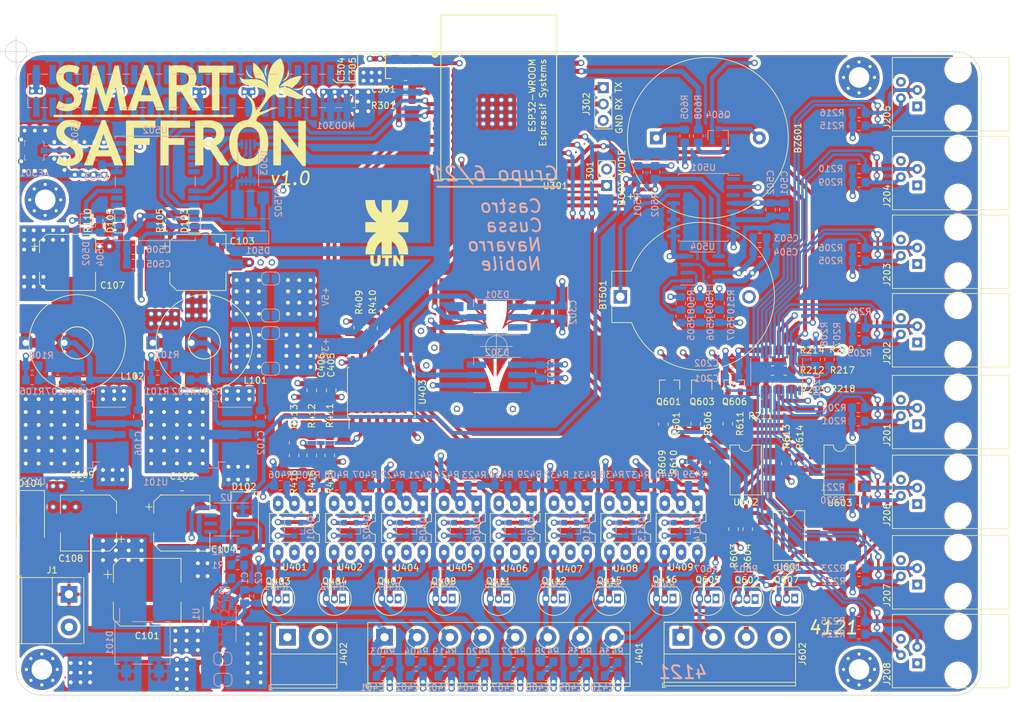
<source format=kicad_pcb>
(kicad_pcb (version 20171130) (host pcbnew 5.1.10)
  (title_block (rev v1.0))
  (layers (0 F.Cu signal) (1 GND power hide) (2 PWR signal hide) (31 B.Cu signal hide) (34 B.Paste user hide) (35 F.Paste user) (36 B.SilkS user hide) (37 F.SilkS user) (38 B.Mask user hide) (39 F.Mask user) (44 Edge.Cuts user))
  (net 0 "")
  (net 1 GND)
  (net 2 +3V3)
  (net 3 "Net-(C3-Pad1)")
  (net 4 "Net-(C102-Pad1)")
  (net 5 "Net-(C102-Pad2)")
  (net 6 "Net-(C106-Pad2)")
  (net 7 "Net-(C106-Pad1)")
  (net 8 "Net-(D102-Pad1)")
  (net 9 "Net-(D104-Pad1)")
  (net 10 /monitor/[AGND_in])
  (net 11 +5V)
  (net 12 "Net-(D103-Pad2)")
  (net 13 "Net-(D105-Pad2)")
  (net 14 24V_DC)
  (net 15 /Core/[SDA1_uC])
  (net 16 /Core/[SCL1_uC])
  (net 17 "Net-(R211-Pad2)")
  (net 18 "Net-(R212-Pad2)")
  (net 19 "Net-(R213-Pad2)")
  (net 20 "Net-(R214-Pad2)")
  (net 21 "Net-(C301-Pad1)")
  (net 22 "Net-(D301-Pad1)")
  (net 23 "Net-(C401-Pad1)")
  (net 24 "Net-(C402-Pad1)")
  (net 25 "Net-(C403-Pad1)")
  (net 26 "Net-(C404-Pad1)")
  (net 27 "Net-(C407-Pad1)")
  (net 28 "Net-(C408-Pad1)")
  (net 29 "Net-(C409-Pad1)")
  (net 30 "Net-(C410-Pad1)")
  (net 31 /Outputs/OUT_8)
  (net 32 /Outputs/OUT_7)
  (net 33 /Outputs/OUT_6)
  (net 34 /Outputs/OUT_5)
  (net 35 /Outputs/OUT_4)
  (net 36 /Outputs/OUT_3)
  (net 37 /Outputs/OUT_2)
  (net 38 /Outputs/OUT_1)
  (net 39 /Outputs/P0)
  (net 40 /Outputs/P1)
  (net 41 "Net-(Q403-Pad2)")
  (net 42 "Net-(Q404-Pad2)")
  (net 43 /Outputs/P2)
  (net 44 /Outputs/P3)
  (net 45 "Net-(Q407-Pad2)")
  (net 46 "Net-(Q408-Pad2)")
  (net 47 /Outputs/P4)
  (net 48 /Outputs/P5)
  (net 49 "Net-(Q411-Pad2)")
  (net 50 "Net-(Q412-Pad2)")
  (net 51 /Outputs/P6)
  (net 52 /Outputs/P7)
  (net 53 "Net-(Q415-Pad2)")
  (net 54 "Net-(Q416-Pad2)")
  (net 55 "Net-(R401-Pad2)")
  (net 56 "Net-(R402-Pad2)")
  (net 57 "Net-(R406-Pad1)")
  (net 58 "Net-(R408-Pad1)")
  (net 59 /Core/[SDA2_uC])
  (net 60 /Core/[SCL2_uC])
  (net 61 "Net-(R411-Pad2)")
  (net 62 "Net-(R412-Pad2)")
  (net 63 "Net-(R413-Pad2)")
  (net 64 "Net-(R417-Pad2)")
  (net 65 "Net-(R418-Pad2)")
  (net 66 "Net-(R422-Pad1)")
  (net 67 "Net-(R424-Pad1)")
  (net 68 "Net-(R425-Pad2)")
  (net 69 "Net-(R426-Pad2)")
  (net 70 "Net-(R430-Pad1)")
  (net 71 "Net-(R432-Pad1)")
  (net 72 "Net-(R433-Pad2)")
  (net 73 "Net-(R434-Pad2)")
  (net 74 "Net-(R438-Pad1)")
  (net 75 "Net-(R440-Pad1)")
  (net 76 "Net-(BZ601-Pad1)")
  (net 77 "Net-(BZ601-Pad2)")
  (net 78 /Alerts/GREEN_LIGHT)
  (net 79 /Alerts/YELLOW_LIGHT)
  (net 80 /Alerts/RED_LIGHT)
  (net 81 "Net-(Q601-Pad2)")
  (net 82 "Net-(Q602-Pad2)")
  (net 83 "Net-(Q603-Pad2)")
  (net 84 "Net-(Q605-Pad2)")
  (net 85 "Net-(Q606-Pad2)")
  (net 86 "Net-(Q607-Pad2)")
  (net 87 "Net-(R602-Pad2)")
  (net 88 "Net-(R604-Pad1)")
  (net 89 "Net-(R607-Pad2)")
  (net 90 "Net-(R610-Pad1)")
  (net 91 "Net-(R612-Pad2)")
  (net 92 "Net-(R614-Pad1)")
  (net 93 "Net-(AE501-Pad1)")
  (net 94 "Net-(BT501-Pad1)")
  (net 95 "Net-(BT502-Pad1)")
  (net 96 "Net-(D502-Pad2)")
  (net 97 "Net-(L501-Pad1)")
  (net 98 /Core/[SCL3_uC])
  (net 99 /Core/[SDA3_uC])
  (net 100 "Net-(R503-Pad1)")
  (net 101 "Net-(R504-Pad2)")
  (net 102 "Net-(R505-Pad1)")
  (net 103 "Net-(R506-Pad1)")
  (net 104 "Net-(R507-Pad1)")
  (net 105 "Net-(U502-Pad18)")
  (net 106 "Net-(U502-Pad19)")
  (net 107 /[AGND_main])
  (net 108 /[24VAC_main])
  (net 109 /inputs/SD4)
  (net 110 /inputs/SC4)
  (net 111 /inputs/SD0)
  (net 112 /inputs/SC0)
  (net 113 /inputs/SD1)
  (net 114 /inputs/SC1)
  (net 115 /inputs/SD2)
  (net 116 /inputs/SC2)
  (net 117 /inputs/SD3)
  (net 118 /inputs/SC3)
  (net 119 /inputs/SD5)
  (net 120 /inputs/SC5)
  (net 121 /inputs/SD6)
  (net 122 /inputs/SC6)
  (net 123 /inputs/SD7)
  (net 124 /inputs/SC7)
  (net 125 /Alerts/[SOUND_ALERT_in])
  (net 126 /Core/uC_RX0)
  (net 127 /Core/uC_TX0)
  (net 128 "Net-(Q401-Pad2)")
  (net 129 "Net-(Q402-Pad2)")
  (net 130 "Net-(Q405-Pad2)")
  (net 131 "Net-(Q406-Pad2)")
  (net 132 "Net-(Q409-Pad2)")
  (net 133 "Net-(Q410-Pad2)")
  (net 134 "Net-(Q413-Pad2)")
  (net 135 "Net-(Q414-Pad2)")
  (net 136 "Net-(Q601-Pad1)")
  (net 137 "Net-(Q603-Pad1)")
  (net 138 "Net-(Q604-Pad1)")
  (net 139 "Net-(Q606-Pad1)")
  (net 140 /Alerts/[RED_ALERT_in])
  (net 141 /Alerts/[YELLOW_ALERT_in])
  (net 142 /Alerts/[GREEN_ALERT_in])
  (net 143 /Core/[RX_uC])
  (net 144 /GPS&RTC/[RX_gps])
  (net 145 /Core/LED_LIVE)
  (net 146 /Core/uC_BOOT)
  (net 147 "Net-(R1-Pad2)")
  (net 148 "Net-(R1-Pad1)")
  (net 149 /Core/[ADC_uC])
  (net 150 "Net-(R101-Pad2)")
  (net 151 "Net-(R106-Pad2)")
  (module 00_lib_fp:LED_WS2812_PLCC6_5.0x5.0mm_P1.6mm (layer B.Cu) (at 134.37 92.93 180)
    (fp_text reference D302 (at 0 3.5) (layer B.SilkS) (effects (justify mirror)))
    (fp_text value WS2812)
    (pad 6 smd rect (at -3.2 1.6 180) (size 3 1) (layers B.Cu B.Paste B.Mask) (net 1 GND))
    (pad 5 smd rect (at -3.2 0 180) (size 3 1) (layers B.Cu B.Paste B.Mask) (net 11 +5V))
    (pad 4 smd rect (at -3.2 -1.6 180) (size 3 1) (layers B.Cu B.Paste B.Mask))
    (pad 1 smd rect (at 3.2 1.6 180) (size 3 1) (layers B.Cu B.Paste B.Mask))
    (pad 2 smd rect (at 3.2 0 180) (size 3 1) (layers B.Cu B.Paste B.Mask) (net 22 "Net-(D301-Pad1)"))
    (pad 3 smd rect (at 3.2 -1.6 180) (size 3 1) (layers B.Cu B.Paste B.Mask) (net 11 +5V))
  )
  (module 00_lib_fp:LED_WS2812_PLCC6_5.0x5.0mm_P1.6mm (layer B.Cu) (at 134.37 83.93 180)
    (fp_text reference D301 (at 0 3.5) (layer B.SilkS) (effects (justify mirror)))
    (fp_text value WS2812)
    (pad 6 smd rect (at -3.2 1.6 180) (size 3 1) (layers B.Cu B.Paste B.Mask) (net 1 GND))
    (pad 5 smd rect (at -3.2 0 180) (size 3 1) (layers B.Cu B.Paste B.Mask) (net 11 +5V))
    (pad 4 smd rect (at -3.2 -1.6 180) (size 3 1) (layers B.Cu B.Paste B.Mask))
    (pad 1 smd rect (at 3.2 1.6 180) (size 3 1) (layers B.Cu B.Paste B.Mask) (net 22 "Net-(D301-Pad1)"))
    (pad 2 smd rect (at 3.2 0 180) (size 3 1) (layers B.Cu B.Paste B.Mask) (net 145 /Core/LED_LIVE))
    (pad 3 smd rect (at 3.2 -1.6 180) (size 3 1) (layers B.Cu B.Paste B.Mask) (net 11 +5V))
  )
  (module 00_lib_fp:argentina (layer F.Cu) (at 92.1 134.18)
    (fp_text reference G4 hide)
    (fp_text value LOGO_arg hide)
    (fp_poly (pts (xy -1.810988 6.34604) (xy -1.777278 6.362574) (xy -1.738085 6.368143) (xy -1.697211 6.376934) (xy -1.687286 6.396258) (xy -1.674851 6.445098) (xy -1.640789 6.51016) (xy -1.589966 6.582869) (xy -1.562392 6.616413) (xy -1.515645 6.671813) (xy -1.471232 6.726528) (xy -1.454103 6.748529) (xy -1.409253 6.793696) (xy -1.352193 6.834456) (xy -1.339455 6.841447) (xy -1.290525 6.87208) (xy -1.228364 6.918747) (xy -1.165528 6.97195) (xy -1.158869 6.978019) (xy -1.048585 7.065957) (xy -0.942907 7.121251) (xy -0.836822 7.146245) (xy -0.794665 7.148286) (xy -0.741112 7.149515) (xy -0.715767 7.155932) (xy -0.710572 7.17163) (xy -0.714279 7.189107) (xy -0.723031 7.226494) (xy -0.725466 7.242966) (xy -0.739178 7.249035) (xy -0.752928 7.245561) (xy -0.776213 7.246649) (xy -0.780143 7.255827) (xy -0.794671 7.267702) (xy -0.840005 7.268017) (xy -0.868532 7.26481) (xy -0.932653 7.260959) (xy -0.966541 7.269969) (xy -0.969389 7.273257) (xy -0.995544 7.289046) (xy -1.025071 7.293429) (xy -1.063062 7.300277) (xy -1.0795 7.311571) (xy -1.108559 7.327938) (xy -1.153651 7.31858) (xy -1.199539 7.290689) (xy -1.230435 7.271544) (xy -1.268758 7.260481) (xy -1.32448 7.255704) (xy -1.396024 7.255274) (xy -1.470709 7.253613) (xy -1.535061 7.247779) (xy -1.577485 7.238933) (xy -1.583034 7.236535) (xy -1.622348 7.224651) (xy -1.681818 7.216282) (xy -1.722192 7.213994) (xy -1.823357 7.211786) (xy -1.828224 6.767861) (xy -1.82943 6.625437) (xy -1.829451 6.516044) (xy -1.828153 6.436445) (xy -1.825406 6.383401) (xy -1.821076 6.353673) (xy -1.815032 6.344023) (xy -1.810988 6.34604)) (layer F.Cu) (width 0.01))
    (fp_poly (pts (xy -1.805895 6.080158) (xy -1.788467 6.111444) (xy -1.772345 6.15394) (xy -1.77941 6.180553) (xy -1.782558 6.184016) (xy -1.810292 6.203211) (xy -1.826257 6.191103) (xy -1.832263 6.145814) (xy -1.832428 6.132286) (xy -1.830248 6.080259) (xy -1.822172 6.063247) (xy -1.805895 6.080158)) (layer F.Cu) (width 0.01))
    (fp_poly (pts (xy 1.995999 5.981286) (xy 2.029566 6.006358) (xy 2.057628 6.038899) (xy 2.067682 6.063797) (xy 2.052779 6.069858) (xy 2.015887 6.066461) (xy 2.013857 6.066064) (xy 1.975587 6.062025) (xy 1.961106 6.074975) (xy 1.959429 6.093732) (xy 1.947477 6.125804) (xy 1.924655 6.132286) (xy 1.890457 6.142752) (xy 1.879189 6.154964) (xy 1.874721 6.15597) (xy 1.87794 6.128424) (xy 1.878906 6.123214) (xy 1.899729 6.059365) (xy 1.932232 6.005909) (xy 1.968658 5.975513) (xy 1.9696 5.975139) (xy 1.995999 5.981286)) (layer F.Cu) (width 0.01))
    (fp_poly (pts (xy 1.883511 5.825685) (xy 1.904548 5.831547) (xy 1.905 5.832929) (xy 1.8941 5.851584) (xy 1.87325 5.876453) (xy 1.842331 5.913649) (xy 1.805191 5.962999) (xy 1.796143 5.97574) (xy 1.752977 6.022888) (xy 1.712045 6.041031) (xy 1.710671 6.041072) (xy 1.667283 6.054203) (xy 1.6381 6.075606) (xy 1.594121 6.107942) (xy 1.560286 6.122643) (xy 1.514929 6.135645) (xy 1.560286 6.103311) (xy 1.596659 6.074099) (xy 1.617684 6.051738) (xy 1.636764 6.026158) (xy 1.668586 5.987432) (xy 1.676092 5.978648) (xy 1.722459 5.924797) (xy 1.68592 5.885904) (xy 1.649382 5.84701) (xy 1.718227 5.835633) (xy 1.779986 5.827878) (xy 1.838536 5.824511) (xy 1.883511 5.825685)) (layer F.Cu) (width 0.01))
    (fp_poly (pts (xy 2.137237 5.79742) (xy 2.175191 5.839603) (xy 2.175405 5.839848) (xy 2.222449 5.887359) (xy 2.259304 5.912113) (xy 2.281519 5.911811) (xy 2.286 5.896998) (xy 2.299299 5.887016) (xy 2.313215 5.889868) (xy 2.338842 5.907559) (xy 2.332181 5.923693) (xy 2.296969 5.932385) (xy 2.286 5.932714) (xy 2.243961 5.940305) (xy 2.231572 5.957988) (xy 2.215005 5.986553) (xy 2.168771 6.002636) (xy 2.130546 6.005286) (xy 2.095662 5.995366) (xy 2.068915 5.960275) (xy 2.059458 5.93957) (xy 2.038373 5.882666) (xy 2.035099 5.846033) (xy 2.050615 5.817797) (xy 2.071083 5.798457) (xy 2.094591 5.780579) (xy 2.113506 5.778989) (xy 2.137237 5.79742)) (layer F.Cu) (width 0.01))
    (fp_poly (pts (xy 2.3432 5.796017) (xy 2.332003 5.81348) (xy 2.307408 5.828153) (xy 2.304143 5.829114) (xy 2.275175 5.830895) (xy 2.267857 5.8241) (xy 2.282189 5.80727) (xy 2.312417 5.791812) (xy 2.332841 5.787571) (xy 2.3432 5.796017)) (layer F.Cu) (width 0.01))
    (fp_poly (pts (xy -1.415143 2.567412) (xy -1.401923 2.649647) (xy -1.366793 2.729545) (xy -1.316543 2.79442) (xy -1.278378 2.822857) (xy -1.230052 2.858342) (xy -1.179691 2.909396) (xy -1.160199 2.934098) (xy -1.124855 2.97828) (xy -1.094898 3.0071) (xy -1.082908 3.013226) (xy -1.047671 3.017883) (xy -1.025071 3.021946) (xy -0.987318 3.027909) (xy -0.928679 3.035605) (xy -0.883874 3.040872) (xy -0.811701 3.054125) (xy -0.768494 3.078713) (xy -0.749197 3.121483) (xy -0.748757 3.18928) (xy -0.752033 3.219471) (xy -0.761192 3.276136) (xy -0.776053 3.309171) (xy -0.804929 3.331139) (xy -0.835491 3.345584) (xy -0.884468 3.372269) (xy -0.904887 3.394151) (xy -0.895616 3.4072) (xy -0.855525 3.407385) (xy -0.852714 3.406987) (xy -0.814785 3.406027) (xy -0.798307 3.414739) (xy -0.798286 3.415192) (xy -0.811289 3.455784) (xy -0.84415 3.504348) (xy -0.886264 3.546082) (xy -0.931438 3.585969) (xy -0.97641 3.631838) (xy -0.977096 3.632606) (xy -1.009478 3.665496) (xy -1.032134 3.682399) (xy -1.034614 3.683) (xy -1.059908 3.69297) (xy -1.102173 3.718355) (xy -1.151952 3.752365) (xy -1.199786 3.788212) (xy -1.236219 3.819107) (xy -1.251792 3.838262) (xy -1.251857 3.83894) (xy -1.265161 3.862346) (xy -1.2984 3.895079) (xy -1.311898 3.905918) (xy -1.346203 3.941336) (xy -1.382538 3.993396) (xy -1.417012 4.054018) (xy -1.445735 4.115119) (xy -1.464819 4.168617) (xy -1.470371 4.20643) (xy -1.462966 4.219778) (xy -1.451097 4.241832) (xy -1.448966 4.287525) (xy -1.45517 4.345965) (xy -1.468303 4.406258) (xy -1.486963 4.457512) (xy -1.49561 4.472966) (xy -1.535778 4.519491) (xy -1.582796 4.55346) (xy -1.625595 4.567803) (xy -1.640969 4.565807) (xy -1.664906 4.544342) (xy -1.69392 4.502297) (xy -1.704977 4.48217) (xy -1.73565 4.431816) (xy -1.759928 4.410629) (xy -1.774798 4.42014) (xy -1.778 4.445) (xy -1.78863 4.473454) (xy -1.823357 4.481286) (xy -1.859837 4.490749) (xy -1.868714 4.5085) (xy -1.852684 4.530226) (xy -1.818318 4.535714) (xy -1.768572 4.548658) (xy -1.736858 4.571993) (xy -1.720318 4.594531) (xy -1.722723 4.610658) (xy -1.749282 4.628203) (xy -1.786131 4.646035) (xy -1.852557 4.685741) (xy -1.898353 4.736797) (xy -1.929837 4.808297) (xy -1.947287 4.878013) (xy -1.966504 4.945593) (xy -1.99267 5.006473) (xy -2.009321 5.033076) (xy -2.036365 5.071368) (xy -2.049813 5.098177) (xy -2.050143 5.10059) (xy -2.038518 5.115361) (xy -2.01562 5.109609) (xy -2.004786 5.098143) (xy -1.983643 5.079923) (xy -1.968004 5.093635) (xy -1.963287 5.130361) (xy -1.957919 5.181515) (xy -1.942886 5.240767) (xy -1.940185 5.24857) (xy -1.925968 5.297437) (xy -1.928804 5.332883) (xy -1.946611 5.36883) (xy -1.971328 5.415359) (xy -1.973984 5.437615) (xy -1.954167 5.440446) (xy -1.940759 5.437463) (xy -1.918055 5.437717) (xy -1.896281 5.455584) (xy -1.869938 5.497104) (xy -1.847747 5.539668) (xy -1.813234 5.605361) (xy -1.779345 5.665022) (xy -1.756324 5.701393) (xy -1.736818 5.736384) (xy -1.744948 5.749921) (xy -1.782583 5.7438) (xy -1.796143 5.739629) (xy -1.828435 5.726838) (xy -1.877987 5.704886) (xy -1.900403 5.694462) (xy -1.955244 5.674376) (xy -2.000922 5.667582) (xy -2.012764 5.669296) (xy -2.052531 5.667648) (xy -2.108633 5.647596) (xy -2.126218 5.638788) (xy -2.155211 5.62455) (xy -2.185435 5.613737) (xy -2.222582 5.605705) (xy -2.272348 5.599812) (xy -2.340426 5.595415) (xy -2.432512 5.591872) (xy -2.554299 5.588541) (xy -2.576286 5.588) (xy -2.70188 5.584694) (xy -2.795652 5.581429) (xy -2.86206 5.577723) (xy -2.905563 5.573095) (xy -2.93062 5.567064) (xy -2.941691 5.559147) (xy -2.943234 5.548863) (xy -2.943156 5.548369) (xy -2.953465 5.518545) (xy -2.986234 5.480443) (xy -3.002141 5.466726) (xy -3.057861 5.402852) (xy -3.080829 5.32917) (xy -3.069375 5.251395) (xy -3.066834 5.244954) (xy -3.054448 5.198878) (xy -3.06487 5.161686) (xy -3.068839 5.154995) (xy -3.083078 5.120883) (xy -3.07119 5.095947) (xy -3.070224 5.094967) (xy -3.053685 5.06055) (xy -3.048291 5.013534) (xy -3.055308 4.973202) (xy -3.061607 4.963522) (xy -3.07117 4.937251) (xy -3.075213 4.893056) (xy -3.075214 4.892462) (xy -3.075214 4.835071) (xy -3.164178 4.840809) (xy -3.256096 4.860034) (xy -3.313857 4.892855) (xy -3.374571 4.939164) (xy -3.374571 4.897358) (xy -3.386503 4.852281) (xy -3.408315 4.818098) (xy -3.431164 4.787667) (xy -3.449672 4.74944) (xy -3.464626 4.698833) (xy -3.47681 4.631261) (xy -3.487011 4.542138) (xy -3.496014 4.426879) (xy -3.504605 4.2809) (xy -3.506455 4.245429) (xy -3.510643 4.163786) (xy -3.433535 4.158207) (xy -3.385814 4.15118) (xy -3.357377 4.14014) (xy -3.35416 4.135528) (xy -3.347737 4.101833) (xy -3.347357 4.100286) (xy -3.340774 4.067243) (xy -3.340553 4.065702) (xy -3.325657 4.047196) (xy -3.289213 4.015648) (xy -3.247571 3.984089) (xy -3.1972 3.945955) (xy -3.170026 3.916409) (xy -3.158945 3.884073) (xy -3.156857 3.838756) (xy -3.154062 3.788973) (xy -3.147015 3.757321) (xy -3.14325 3.752489) (xy -3.123039 3.735827) (xy -3.091665 3.703192) (xy -3.087573 3.698586) (xy -3.061621 3.664106) (xy -3.054508 3.632011) (xy -3.06318 3.585283) (xy -3.065594 3.576181) (xy -3.081615 3.530401) (xy -3.097984 3.504071) (xy -3.103128 3.501571) (xy -3.118607 3.486866) (xy -3.120571 3.474357) (xy -3.131072 3.450224) (xy -3.140046 3.447143) (xy -3.142283 3.433033) (xy -3.128676 3.396288) (xy -3.105982 3.351893) (xy -3.078694 3.297504) (xy -3.062641 3.253798) (xy -3.060805 3.233964) (xy -3.054089 3.214461) (xy -3.040859 3.211286) (xy -3.011283 3.197312) (xy -2.982933 3.166084) (xy -2.957796 3.136871) (xy -2.938779 3.129869) (xy -2.938708 3.129912) (xy -2.921371 3.126585) (xy -2.913428 3.089078) (xy -2.914813 3.016992) (xy -2.916826 2.991002) (xy -2.920484 2.931988) (xy -2.91678 2.899219) (xy -2.903265 2.882987) (xy -2.887984 2.876681) (xy -2.85701 2.85914) (xy -2.841501 2.827166) (xy -2.840475 2.774561) (xy -2.852951 2.695128) (xy -2.856492 2.677804) (xy -2.869462 2.609649) (xy -2.8732 2.567444) (xy -2.86778 2.542066) (xy -2.857703 2.52854) (xy -2.845192 2.522056) (xy -2.8198 2.51675) (xy -2.778409 2.512518) (xy -2.717902 2.509254) (xy -2.635162 2.506853) (xy -2.52707 2.505208) (xy -2.390511 2.504214) (xy -2.222366 2.503766) (xy -2.12401 2.503714) (xy -1.415143 2.503714) (xy -1.415143 2.567412)) (layer F.Cu) (width 0.01))
    (fp_poly (pts (xy -1.416412 0.580851) (xy -1.183261 0.581684) (xy -0.983929 0.583065) (xy -0.818816 0.584988) (xy -0.688321 0.587446) (xy -0.592843 0.590434) (xy -0.53278 0.593945) (xy -0.508532 0.597973) (xy -0.508 0.598714) (xy -0.492404 0.632656) (xy -0.454253 0.6648) (xy -0.406504 0.685892) (xy -0.381 0.689429) (xy -0.335 0.698955) (xy -0.305 0.721045) (xy -0.349236 0.762129) (xy -0.401998 0.817274) (xy -0.46062 0.867037) (xy -0.486693 0.898477) (xy -0.482039 0.929102) (xy -0.444998 0.961508) (xy -0.377825 0.996521) (xy -0.265794 1.047376) (xy -0.332929 1.069533) (xy -0.394725 1.097452) (xy -0.450663 1.135479) (xy -0.491496 1.176052) (xy -0.507978 1.211609) (xy -0.508 1.212707) (xy -0.520437 1.243603) (xy -0.551392 1.283231) (xy -0.562428 1.294275) (xy -0.600414 1.339886) (xy -0.61395 1.388175) (xy -0.604658 1.450033) (xy -0.591622 1.490394) (xy -0.578378 1.54915) (xy -0.584114 1.585404) (xy -0.589089 1.627807) (xy -0.58068 1.650797) (xy -0.573274 1.67497) (xy -0.582165 1.700579) (xy -0.611801 1.736146) (xy -0.639975 1.76443) (xy -0.697734 1.825544) (xy -0.728141 1.871649) (xy -0.733529 1.908599) (xy -0.716232 1.942253) (xy -0.712544 1.946571) (xy -0.696266 1.966583) (xy -0.697117 1.976387) (xy -0.721053 1.978021) (xy -0.774032 1.973524) (xy -0.787417 1.97219) (xy -0.860253 1.968565) (xy -0.91501 1.976808) (xy -0.965193 1.997562) (xy -1.011133 2.02558) (xy -1.041443 2.052524) (xy -1.046039 2.060034) (xy -1.070452 2.082092) (xy -1.091413 2.086429) (xy -1.163754 2.103991) (xy -1.227472 2.155585) (xy -1.280597 2.239574) (xy -1.283797 2.246469) (xy -1.316017 2.313227) (xy -1.349309 2.375988) (xy -1.368381 2.40824) (xy -1.406071 2.466979) (xy -2.113898 2.467204) (xy -2.821726 2.467429) (xy -2.85322 2.394733) (xy -2.878092 2.326537) (xy -2.883276 2.283427) (xy -2.86849 2.267872) (xy -2.867691 2.267857) (xy -2.84496 2.256553) (xy -2.807767 2.228097) (xy -2.791076 2.213429) (xy -2.752004 2.180401) (xy -2.723513 2.161078) (xy -2.717385 2.159) (xy -2.704758 2.147244) (xy -2.71227 2.116942) (xy -2.734747 2.075547) (xy -2.767013 2.030511) (xy -2.803895 1.989287) (xy -2.840216 1.959325) (xy -2.863302 1.94887) (xy -2.924978 1.93386) (xy -2.953385 1.922284) (xy -2.947784 1.913205) (xy -2.907439 1.905683) (xy -2.831612 1.898779) (xy -2.823473 1.898188) (xy -2.761133 1.892983) (xy -2.715451 1.887765) (xy -2.696074 1.883643) (xy -2.696005 1.883556) (xy -2.660794 1.826917) (xy -2.643016 1.790985) (xy -2.639603 1.766529) (xy -2.647484 1.74432) (xy -2.648841 1.741744) (xy -2.68849 1.705889) (xy -2.760711 1.685111) (xy -2.830285 1.679634) (xy -2.872516 1.675932) (xy -2.888388 1.661421) (xy -2.887785 1.627057) (xy -2.887781 1.627022) (xy -2.876207 1.573273) (xy -2.856929 1.51636) (xy -2.842327 1.470705) (xy -2.84728 1.442916) (xy -2.853862 1.434795) (xy -2.864506 1.412338) (xy -2.843893 1.389243) (xy -2.816603 1.361013) (xy -2.820706 1.335082) (xy -2.85773 1.305446) (xy -2.866571 1.3001) (xy -2.910259 1.264383) (xy -2.917986 1.2295) (xy -2.893785 1.197429) (xy -2.870233 1.161193) (xy -2.870852 1.121951) (xy -2.895093 1.094715) (xy -2.897577 1.093678) (xy -2.930956 1.072323) (xy -2.969123 1.037) (xy -2.970692 1.035283) (xy -2.998257 0.996556) (xy -3.005335 0.954929) (xy -3.000994 0.916214) (xy -2.989493 0.79917) (xy -2.997475 0.710469) (xy -3.002292 0.693595) (xy -3.008177 0.666083) (xy -2.994425 0.656189) (xy -2.955161 0.65731) (xy -2.908795 0.655182) (xy -2.883096 0.634846) (xy -2.876075 0.621393) (xy -2.857967 0.580571) (xy -1.682983 0.580571) (xy -1.416412 0.580851)) (layer F.Cu) (width 0.01))
    (fp_poly (pts (xy -0.108971 0.580279) (xy -0.080322 0.600064) (xy -0.063689 0.642287) (xy -0.056584 0.702898) (xy -0.058781 0.767576) (xy -0.070056 0.822004) (xy -0.084212 0.847363) (xy -0.117528 0.870491) (xy -0.137157 0.875874) (xy -0.176187 0.882205) (xy -0.188454 0.886182) (xy -0.21959 0.883137) (xy -0.229532 0.873491) (xy -0.241866 0.837346) (xy -0.245558 0.809108) (xy -0.260491 0.765653) (xy -0.279545 0.744197) (xy -0.298647 0.727243) (xy -0.288532 0.719652) (xy -0.260819 0.716588) (xy -0.21 0.7) (xy -0.178011 0.665694) (xy -0.17332 0.623043) (xy -0.174054 0.620539) (xy -0.169481 0.592837) (xy -0.143378 0.578454) (xy -0.108971 0.580279)) (layer F.Cu) (width 0.01))
    (fp_poly (pts (xy -1.509565 -1.349358) (xy -1.486727 -1.33231) (xy -1.473355 -1.306083) (xy -1.481473 -1.274393) (xy -1.493035 -1.253321) (xy -1.511694 -1.216679) (xy -1.508471 -1.192998) (xy -1.482637 -1.166064) (xy -1.401629 -1.109363) (xy -1.32283 -1.088667) (xy -1.317188 -1.088571) (xy -1.272001 -1.074455) (xy -1.252187 -1.052902) (xy -1.223207 -1.025663) (xy -1.174803 -1.002134) (xy -1.160038 -0.99756) (xy -1.099791 -0.971461) (xy -1.070274 -0.93395) (xy -1.053709 -0.905682) (xy -1.024724 -0.886185) (xy -0.976133 -0.872809) (xy -0.900749 -0.862906) (xy -0.869694 -0.860029) (xy -0.796936 -0.853194) (xy -0.725493 -0.845708) (xy -0.6985 -0.842579) (xy -0.638651 -0.836017) (xy -0.588851 -0.833196) (xy -0.531361 -0.833477) (xy -0.485047 -0.834895) (xy -0.378935 -0.831407) (xy -0.278191 -0.815116) (xy -0.191689 -0.788368) (xy -0.128306 -0.753502) (xy -0.109727 -0.735834) (xy -0.078788 -0.712202) (xy -0.061278 -0.707571) (xy -0.038565 -0.699386) (xy -0.036286 -0.693554) (xy -0.021832 -0.676893) (xy 0.014161 -0.65267) (xy 0.027214 -0.64534) (xy 0.090714 -0.611143) (xy 0.090714 -0.001644) (xy 0.152435 0.009935) (xy 0.207186 0.03133) (xy 0.25862 0.068126) (xy 0.263131 0.072634) (xy 0.293768 0.106152) (xy 0.300859 0.124226) (xy 0.285991 0.137587) (xy 0.273719 0.1443) (xy 0.236409 0.156184) (xy 0.176185 0.167272) (xy 0.109277 0.174859) (xy 0.036755 0.178678) (xy -0.011709 0.174986) (xy -0.047869 0.162141) (xy -0.067352 0.150181) (xy -0.106373 0.127524) (xy -0.168229 0.096094) (xy -0.242302 0.061181) (xy -0.27814 0.045152) (xy -0.359377 0.010894) (xy -0.415999 -0.007092) (xy -0.456047 -0.008361) (xy -0.487558 0.007533) (xy -0.518571 0.041035) (xy -0.532478 0.059253) (xy -0.548458 0.082233) (xy -0.556833 0.103978) (xy -0.557361 0.132859) (xy -0.549799 0.177248) (xy -0.533905 0.245515) (xy -0.526171 0.277249) (xy -0.506954 0.366722) (xy -0.496313 0.440206) (xy -0.495377 0.489343) (xy -0.496592 0.496078) (xy -0.508691 0.544286) (xy -2.881031 0.544286) (xy -2.896372 0.41275) (xy -2.903769 0.328501) (xy -2.906228 0.251301) (xy -2.903842 0.189891) (xy -2.896705 0.15301) (xy -2.89353 0.147911) (xy -2.873733 0.148235) (xy -2.830307 0.156327) (xy -2.796546 0.164387) (xy -2.739605 0.176867) (xy -2.702436 0.176938) (xy -2.670392 0.163678) (xy -2.657579 0.155654) (xy -2.622828 0.12413) (xy -2.615124 0.085185) (xy -2.616728 0.070615) (xy -2.613642 0.020073) (xy -2.5983 -0.004315) (xy -2.554721 -0.029366) (xy -2.493104 -0.052964) (xy -2.431389 -0.068934) (xy -2.400785 -0.072298) (xy -2.357712 -0.085144) (xy -2.310444 -0.116471) (xy -2.270755 -0.156232) (xy -2.250423 -0.194381) (xy -2.249714 -0.201184) (xy -2.240955 -0.229764) (xy -2.229604 -0.235857) (xy -2.217483 -0.250674) (xy -2.22038 -0.279228) (xy -2.220044 -0.318086) (xy -2.191001 -0.348911) (xy -2.186699 -0.351799) (xy -2.141354 -0.373542) (xy -2.105753 -0.381) (xy -2.071441 -0.394753) (xy -2.034513 -0.428528) (xy -2.029266 -0.435246) (xy -1.992759 -0.474775) (xy -1.956573 -0.499638) (xy -1.952843 -0.501019) (xy -1.924781 -0.518704) (xy -1.879777 -0.556526) (xy -1.825413 -0.607879) (xy -1.79641 -0.637273) (xy -1.730449 -0.702318) (xy -1.681338 -0.742003) (xy -1.644153 -0.759993) (xy -1.628846 -0.762) (xy -1.564607 -0.771046) (xy -1.529339 -0.795534) (xy -1.525353 -0.831489) (xy -1.55496 -0.874936) (xy -1.560286 -0.879929) (xy -1.575629 -0.897208) (xy -1.585953 -0.920726) (xy -1.592227 -0.957352) (xy -1.595422 -1.013956) (xy -1.596509 -1.097409) (xy -1.596571 -1.13674) (xy -1.596376 -1.230002) (xy -1.595025 -1.292941) (xy -1.59137 -1.331519) (xy -1.584262 -1.351699) (xy -1.572554 -1.359443) (xy -1.555096 -1.360714) (xy -1.553436 -1.360714) (xy -1.509565 -1.349358)) (layer F.Cu) (width 0.01))
    (fp_poly (pts (xy -2.420336 -1.950704) (xy -2.37686 -1.904082) (xy -2.327059 -1.831646) (xy -2.326696 -1.831053) (xy -2.289806 -1.776597) (xy -2.251003 -1.727386) (xy -2.245651 -1.721423) (xy -2.209701 -1.671849) (xy -2.185788 -1.623013) (xy -2.170518 -1.590568) (xy -2.146117 -1.572254) (xy -2.101443 -1.561636) (xy -2.072907 -1.557794) (xy -1.975812 -1.532167) (xy -1.922263 -1.49883) (xy -1.881258 -1.468666) (xy -1.84906 -1.452365) (xy -1.843516 -1.451429) (xy -1.810783 -1.443062) (xy -1.761305 -1.422328) (xy -1.708327 -1.395778) (xy -1.665094 -1.369963) (xy -1.646099 -1.353788) (xy -1.64089 -1.328495) (xy -1.6372 -1.274943) (xy -1.635386 -1.201141) (xy -1.635711 -1.120381) (xy -1.636749 -1.028259) (xy -1.635498 -0.964971) (xy -1.630907 -0.923085) (xy -1.621927 -0.89517) (xy -1.607506 -0.873796) (xy -1.599624 -0.865035) (xy -1.573465 -0.82901) (xy -1.579011 -0.807758) (xy -1.617705 -0.7989) (xy -1.640078 -0.798286) (xy -1.673552 -0.792877) (xy -1.709348 -0.773346) (xy -1.754579 -0.734739) (xy -1.806728 -0.68221) (xy -1.864037 -0.625559) (xy -1.919121 -0.576633) (xy -1.962456 -0.543734) (xy -1.972194 -0.537995) (xy -2.020801 -0.503406) (xy -2.056938 -0.46357) (xy -2.095774 -0.426933) (xy -2.129757 -0.417286) (xy -2.192034 -0.400522) (xy -2.241327 -0.354335) (xy -2.271771 -0.284884) (xy -2.275853 -0.263917) (xy -2.297444 -0.195945) (xy -2.335417 -0.144509) (xy -2.382809 -0.1167) (xy -2.421286 -0.115836) (xy -2.464629 -0.112696) (xy -2.493575 -0.098719) (xy -2.532753 -0.077691) (xy -2.557075 -0.071968) (xy -2.590764 -0.06052) (xy -2.627706 -0.036073) (xy -2.657782 -0.000602) (xy -2.660396 0.042037) (xy -2.658291 0.052776) (xy -2.655248 0.095566) (xy -2.674086 0.120586) (xy -2.682785 0.125739) (xy -2.717598 0.140134) (xy -2.733843 0.142434) (xy -2.759379 0.136729) (xy -2.805638 0.125681) (xy -2.824597 0.121047) (xy -2.878932 0.100128) (xy -2.908491 0.06605) (xy -2.916755 0.011751) (xy -2.910127 -0.052534) (xy -2.893107 -0.108699) (xy -2.864504 -0.132797) (xy -2.83538 -0.153186) (xy -2.834709 -0.184193) (xy -2.861847 -0.214754) (xy -2.869533 -0.219299) (xy -2.908781 -0.240304) (xy -2.870633 -0.269831) (xy -2.839906 -0.305568) (xy -2.820931 -0.349472) (xy -2.817675 -0.388501) (xy -2.828815 -0.407306) (xy -2.84811 -0.434802) (xy -2.844982 -0.467261) (xy -2.822752 -0.488248) (xy -2.812143 -0.489857) (xy -2.78196 -0.502539) (xy -2.775857 -0.527044) (xy -2.76763 -0.569244) (xy -2.747925 -0.618246) (xy -2.729939 -0.671675) (xy -2.735747 -0.72905) (xy -2.737632 -0.736149) (xy -2.746938 -0.779478) (xy -2.738321 -0.803083) (xy -2.705118 -0.821735) (xy -2.697529 -0.825051) (xy -2.648064 -0.845353) (xy -2.608452 -0.859792) (xy -2.6076 -0.860059) (xy -2.57101 -0.888147) (xy -2.555619 -0.935812) (xy -2.564653 -0.991107) (xy -2.569398 -1.001492) (xy -2.588145 -1.054075) (xy -2.594428 -1.097325) (xy -2.6018 -1.14494) (xy -2.61995 -1.201811) (xy -2.62406 -1.211618) (xy -2.636902 -1.258692) (xy -2.646128 -1.327858) (xy -2.65176 -1.411139) (xy -2.653819 -1.500558) (xy -2.652328 -1.588137) (xy -2.647309 -1.665898) (xy -2.638783 -1.725864) (xy -2.626773 -1.760057) (xy -2.622536 -1.764073) (xy -2.604672 -1.79019) (xy -2.606194 -1.805694) (xy -2.602732 -1.828556) (xy -2.587298 -1.832429) (xy -2.561918 -1.840592) (xy -2.558143 -1.848455) (xy -2.543044 -1.865395) (xy -2.521857 -1.873971) (xy -2.491268 -1.897957) (xy -2.485571 -1.920374) (xy -2.477415 -1.960381) (xy -2.454762 -1.969981) (xy -2.420336 -1.950704)) (layer F.Cu) (width 0.01))
    (fp_poly (pts (xy 1.353493 -3.083154) (xy 1.412286 -3.048669) (xy 1.460176 -3.023323) (xy 1.487981 -3.011924) (xy 1.489828 -3.011714) (xy 1.518772 -3.004897) (xy 1.562722 -2.988316) (xy 1.566615 -2.986627) (xy 1.62553 -2.961982) (xy 1.687102 -2.937869) (xy 1.687286 -2.9378) (xy 1.733089 -2.916034) (xy 1.762997 -2.893454) (xy 1.765295 -2.890315) (xy 1.793109 -2.87187) (xy 1.824259 -2.866571) (xy 1.857487 -2.855637) (xy 1.870538 -2.831473) (xy 1.856881 -2.807043) (xy 1.854906 -2.80575) (xy 1.847188 -2.784272) (xy 1.842268 -2.73836) (xy 1.841298 -2.701112) (xy 1.842743 -2.644976) (xy 1.850239 -2.614907) (xy 1.868982 -2.600695) (xy 1.895929 -2.593807) (xy 1.950309 -2.576802) (xy 2.023271 -2.546575) (xy 2.102545 -2.509003) (xy 2.175856 -2.469961) (xy 2.230934 -2.435322) (xy 2.23778 -2.430154) (xy 2.281879 -2.385531) (xy 2.314479 -2.337982) (xy 2.330434 -2.301673) (xy 2.328607 -2.274739) (xy 2.306128 -2.241584) (xy 2.294075 -2.227078) (xy 2.262078 -2.180819) (xy 2.252627 -2.13577) (xy 2.255767 -2.096397) (xy 2.279258 -2.027925) (xy 2.324962 -1.967065) (xy 2.383573 -1.923035) (xy 2.445786 -1.90505) (xy 2.449019 -1.905) (xy 2.503715 -1.905) (xy 2.503715 -1.789754) (xy 2.500609 -1.716844) (xy 2.488859 -1.665395) (xy 2.464815 -1.620926) (xy 2.459129 -1.612862) (xy 2.421548 -1.557829) (xy 2.3877 -1.503496) (xy 2.383851 -1.496786) (xy 2.355114 -1.453507) (xy 2.312306 -1.397481) (xy 2.275745 -1.353695) (xy 2.237115 -1.305032) (xy 2.212255 -1.265015) (xy 2.206553 -1.243605) (xy 2.201452 -1.20985) (xy 2.169102 -1.167058) (xy 2.115352 -1.121062) (xy 2.046052 -1.077698) (xy 2.033875 -1.071375) (xy 1.918276 -1.022006) (xy 1.770498 -0.973706) (xy 1.594645 -0.927566) (xy 1.394824 -0.884674) (xy 1.199149 -0.849952) (xy 1.045656 -0.82604) (xy 0.922983 -0.809334) (xy 0.826403 -0.799776) (xy 0.751184 -0.797308) (xy 0.692598 -0.801875) (xy 0.645914 -0.813418) (xy 0.606402 -0.831881) (xy 0.589477 -0.842584) (xy 0.532846 -0.87441) (xy 0.487017 -0.887989) (xy 0.45897 -0.882025) (xy 0.453572 -0.867807) (xy 0.456522 -0.839781) (xy 0.464202 -0.788008) (xy 0.473407 -0.732714) (xy 0.490347 -0.658754) (xy 0.511791 -0.613171) (xy 0.533051 -0.592728) (xy 0.561091 -0.555516) (xy 0.569346 -0.503617) (xy 0.558823 -0.451415) (xy 0.530533 -0.413292) (xy 0.520048 -0.407309) (xy 0.490888 -0.382575) (xy 0.476788 -0.335365) (xy 0.47491 -0.3175) (xy 0.464278 -0.262624) (xy 0.445523 -0.219698) (xy 0.44114 -0.214053) (xy 0.425151 -0.19072) (xy 0.427086 -0.165915) (xy 0.448447 -0.126242) (xy 0.451551 -0.121197) (xy 0.484653 -0.048438) (xy 0.484785 0.011112) (xy 0.451776 0.059769) (xy 0.437164 0.071336) (xy 0.395691 0.098315) (xy 0.36626 0.104454) (xy 0.336759 0.087643) (xy 0.295966 0.046715) (xy 0.248011 0.005916) (xy 0.19751 -0.022269) (xy 0.182573 -0.026963) (xy 0.127 -0.039169) (xy 0.127 -2.721428) (xy 0.715976 -2.721428) (xy 0.873374 -2.888394) (xy 0.938826 -2.95724) (xy 0.984921 -3.003165) (xy 1.016911 -3.029915) (xy 1.040049 -3.041235) (xy 1.059586 -3.040869) (xy 1.0776 -3.034024) (xy 1.130157 -3.020779) (xy 1.17076 -3.038055) (xy 1.205415 -3.088622) (xy 1.208116 -3.094199) (xy 1.236775 -3.154593) (xy 1.353493 -3.083154)) (layer F.Cu) (width 0.01))
    (fp_poly (pts (xy 0.090714 -1.560286) (xy 0.09059 -1.382707) (xy 0.090233 -1.216627) (xy 0.089668 -1.065481) (xy 0.088919 -0.932703) (xy 0.08801 -0.821729) (xy 0.086966 -0.735995) (xy 0.085811 -0.678934) (xy 0.084569 -0.653982) (xy 0.084292 -0.653143) (xy 0.068169 -0.664201) (xy 0.036558 -0.691501) (xy 0.028929 -0.6985) (xy -0.009497 -0.728598) (xy -0.040194 -0.743508) (xy -0.04348 -0.743857) (xy -0.072765 -0.756247) (xy -0.097762 -0.777907) (xy -0.151755 -0.81493) (xy -0.238767 -0.844701) (xy -0.356144 -0.866594) (xy -0.50123 -0.87998) (xy -0.537336 -0.881752) (xy -0.675748 -0.887794) (xy -0.782809 -0.893448) (xy -0.86343 -0.89959) (xy -0.922525 -0.907095) (xy -0.965004 -0.916839) (xy -0.99578 -0.929697) (xy -1.019766 -0.946545) (xy -1.041873 -0.968258) (xy -1.045661 -0.972347) (xy -1.087766 -1.009801) (xy -1.127203 -1.031752) (xy -1.139594 -1.034143) (xy -1.175688 -1.047641) (xy -1.212985 -1.080406) (xy -1.215197 -1.083145) (xy -1.256265 -1.119947) (xy -1.306851 -1.129128) (xy -1.311764 -1.12891) (xy -1.377639 -1.141692) (xy -1.421702 -1.171493) (xy -1.4544 -1.202491) (xy -1.462356 -1.222732) (xy -1.44847 -1.244967) (xy -1.440447 -1.253968) (xy -1.418927 -1.283493) (xy -1.42026 -1.310778) (xy -1.434484 -1.339275) (xy -1.466733 -1.376306) (xy -1.517585 -1.394586) (xy -1.533668 -1.397) (xy -1.605643 -1.406071) (xy -1.610594 -1.727452) (xy -1.615546 -2.048832) (xy -0.498928 -2.044214) (xy -0.493817 -2.255821) (xy -0.488705 -2.467428) (xy 0.090714 -2.467428) (xy 0.090714 -1.560286)) (layer F.Cu) (width 0.01))
    (fp_poly (pts (xy -1.936734 -3.661095) (xy -1.913498 -3.631964) (xy -1.905 -3.600719) (xy -1.900829 -3.571686) (xy -1.881483 -3.558927) (xy -1.836713 -3.556003) (xy -1.83382 -3.556) (xy -1.756857 -3.57082) (xy -1.708737 -3.601357) (xy -1.661171 -3.631473) (xy -1.614554 -3.646371) (xy -1.608445 -3.646714) (xy -1.573555 -3.642872) (xy -1.520232 -3.633086) (xy -1.459904 -3.619962) (xy -1.404001 -3.606108) (xy -1.36395 -3.594133) (xy -1.351249 -3.588027) (xy -1.331426 -3.552928) (xy -1.310186 -3.499457) (xy -1.291886 -3.441151) (xy -1.280881 -3.391549) (xy -1.28023 -3.367342) (xy -1.283377 -3.320633) (xy -1.277711 -3.255338) (xy -1.265554 -3.18416) (xy -1.249229 -3.119798) (xy -1.231061 -3.074953) (xy -1.22526 -3.066825) (xy -1.202872 -3.03205) (xy -1.197428 -3.011455) (xy -1.185839 -2.98181) (xy -1.157932 -2.944797) (xy -1.157559 -2.9444) (xy -1.134448 -2.912005) (xy -1.121372 -2.8693) (xy -1.115394 -2.805054) (xy -1.114547 -2.779945) (xy -1.107371 -2.692193) (xy -1.088979 -2.625756) (xy -1.070122 -2.588437) (xy -1.051349 -2.553653) (xy -1.040032 -2.520073) (xy -1.035031 -2.478315) (xy -1.035211 -2.418998) (xy -1.039337 -2.334437) (xy -1.044947 -2.253216) (xy -1.051587 -2.183338) (xy -1.058264 -2.134252) (xy -1.062072 -2.118179) (xy -1.069947 -2.106244) (xy -1.08648 -2.097708) (xy -1.117014 -2.092016) (xy -1.166893 -2.088611) (xy -1.241459 -2.086937) (xy -1.346056 -2.086439) (xy -1.367191 -2.086431) (xy -1.660071 -2.086433) (xy -1.653813 -1.800681) (xy -1.652036 -1.698989) (xy -1.651266 -1.607117) (xy -1.651503 -1.53256) (xy -1.652747 -1.482814) (xy -1.653813 -1.469086) (xy -1.660071 -1.423244) (xy -1.738743 -1.464654) (xy -1.787459 -1.48688) (xy -1.823434 -1.497119) (xy -1.833332 -1.496227) (xy -1.855992 -1.500531) (xy -1.88692 -1.524063) (xy -1.963095 -1.575137) (xy -2.058135 -1.596086) (xy -2.076571 -1.596571) (xy -2.120483 -1.601851) (xy -2.142073 -1.623475) (xy -2.148905 -1.64431) (xy -2.166333 -1.682527) (xy -2.200281 -1.736099) (xy -2.241586 -1.791116) (xy -2.281715 -1.842913) (xy -2.31061 -1.885044) (xy -2.322263 -1.908718) (xy -2.322286 -1.909199) (xy -2.33504 -1.935616) (xy -2.347968 -1.948357) (xy -2.362388 -1.975001) (xy -2.373251 -2.031208) (xy -2.381059 -2.119904) (xy -2.382716 -2.149929) (xy -2.387801 -2.230523) (xy -2.394106 -2.299766) (xy -2.400663 -2.348089) (xy -2.404331 -2.363107) (xy -2.406388 -2.389615) (xy -2.396798 -2.394857) (xy -2.378724 -2.409409) (xy -2.376714 -2.420601) (xy -2.368797 -2.454259) (xy -2.350219 -2.497708) (xy -2.327106 -2.552664) (xy -2.313477 -2.599406) (xy -2.294872 -2.642867) (xy -2.259803 -2.694118) (xy -2.241746 -2.714925) (xy -2.210462 -2.749601) (xy -2.192833 -2.778357) (xy -2.185929 -2.812601) (xy -2.186822 -2.863746) (xy -2.190448 -2.914787) (xy -2.193287 -3.012039) (xy -2.184471 -3.075921) (xy -2.1782 -3.091381) (xy -2.160684 -3.147083) (xy -2.167593 -3.193954) (xy -2.196638 -3.222562) (xy -2.210966 -3.226426) (xy -2.238333 -3.234171) (xy -2.247582 -3.254109) (xy -2.243471 -3.297437) (xy -2.242841 -3.301415) (xy -2.240236 -3.357351) (xy -2.256039 -3.39026) (xy -2.25891 -3.392817) (xy -2.282817 -3.419906) (xy -2.275105 -3.439669) (xy -2.233573 -3.456907) (xy -2.228927 -3.458262) (xy -2.180866 -3.479397) (xy -2.15175 -3.515269) (xy -2.133003 -3.576542) (xy -2.13272 -3.577884) (xy -2.116692 -3.61449) (xy -2.08107 -3.633842) (xy -2.058867 -3.638905) (xy -2.013826 -3.65103) (xy -1.986838 -3.6651) (xy -1.985341 -3.666963) (xy -1.964222 -3.675681) (xy -1.936734 -3.661095)) (layer F.Cu) (width 0.01))
    (fp_poly (pts (xy -1.155726 -3.724134) (xy -1.072712 -3.718022) (xy -0.972975 -3.714617) (xy -0.876016 -3.714534) (xy -0.861786 -3.714878) (xy -0.740123 -3.712101) (xy -0.648287 -3.696296) (xy -0.587735 -3.667911) (xy -0.559922 -3.627393) (xy -0.55885 -3.621712) (xy -0.539024 -3.584467) (xy -0.513652 -3.565786) (xy -0.479061 -3.539938) (xy -0.465892 -3.517553) (xy -0.463575 -3.469977) (xy -0.472703 -3.408716) (xy -0.489663 -3.34991) (xy -0.510838 -3.309696) (xy -0.512966 -3.307401) (xy -0.520482 -3.295849) (xy -0.526317 -3.275516) (xy -0.530578 -3.242712) (xy -0.533367 -3.193748) (xy -0.53479 -3.124935) (xy -0.534952 -3.032584) (xy -0.533957 -2.913006) (xy -0.531909 -2.762512) (xy -0.530664 -2.683249) (xy -0.521032 -2.086429) (xy -1.020719 -2.086429) (xy -1.008023 -2.172607) (xy -0.998338 -2.268435) (xy -0.995743 -2.367958) (xy -0.999731 -2.462106) (xy -1.009793 -2.54181) (xy -1.025424 -2.598001) (xy -1.032556 -2.611072) (xy -1.05685 -2.657511) (xy -1.074118 -2.711835) (xy -1.081846 -2.761979) (xy -1.077517 -2.795873) (xy -1.072322 -2.801901) (xy -1.063749 -2.826142) (xy -1.071414 -2.868735) (xy -1.091531 -2.91777) (xy -1.120316 -2.961334) (xy -1.124424 -2.965896) (xy -1.15124 -3.003477) (xy -1.161143 -3.033341) (xy -1.17408 -3.068469) (xy -1.187468 -3.083548) (xy -1.207447 -3.117529) (xy -1.223833 -3.177668) (xy -1.234698 -3.253876) (xy -1.238112 -3.336063) (xy -1.237889 -3.347357) (xy -1.243842 -3.407403) (xy -1.261265 -3.478421) (xy -1.273502 -3.512987) (xy -1.298229 -3.591756) (xy -1.301034 -3.657196) (xy -1.298764 -3.67205) (xy -1.286381 -3.738053) (xy -1.155726 -3.724134)) (layer F.Cu) (width 0.01))
    (fp_poly (pts (xy -0.192845 -4.672709) (xy -0.157557 -4.658627) (xy -0.110102 -4.639091) (xy -0.038895 -4.617908) (xy 0.043845 -4.59819) (xy 0.125897 -4.583054) (xy 0.154214 -4.579167) (xy 0.229924 -4.568756) (xy 0.276253 -4.558068) (xy 0.300026 -4.544363) (xy 0.308065 -4.524899) (xy 0.308429 -4.517226) (xy 0.319744 -4.488005) (xy 0.3354 -4.481286) (xy 0.359564 -4.466058) (xy 0.384142 -4.428599) (xy 0.387784 -4.420462) (xy 0.420609 -4.370267) (xy 0.465135 -4.348859) (xy 0.509957 -4.327446) (xy 0.556021 -4.287562) (xy 0.565951 -4.275851) (xy 0.61483 -4.213622) (xy 0.589177 -4.055151) (xy 0.575031 -3.980354) (xy 0.559401 -3.917394) (xy 0.544943 -3.876402) (xy 0.540298 -3.868681) (xy 0.523888 -3.825875) (xy 0.520806 -3.762922) (xy 0.529589 -3.692811) (xy 0.548777 -3.62853) (xy 0.571807 -3.588613) (xy 0.602178 -3.541721) (xy 0.63227 -3.478517) (xy 0.644666 -3.445355) (xy 0.656997 -3.40475) (xy 0.662838 -3.369115) (xy 0.660046 -3.333485) (xy 0.646478 -3.292893) (xy 0.61999 -3.242372) (xy 0.578439 -3.176958) (xy 0.519682 -3.091684) (xy 0.449036 -2.992051) (xy 0.282078 -2.757714) (xy 0.090714 -2.757714) (xy 0.090714 -2.503714) (xy -0.484149 -2.503714) (xy -0.495358 -2.879771) (xy -0.498922 -3.006585) (xy -0.500844 -3.102194) (xy -0.500854 -3.171652) (xy -0.498684 -3.220015) (xy -0.494065 -3.252337) (xy -0.486727 -3.273672) (xy -0.476402 -3.289077) (xy -0.473387 -3.292521) (xy -0.448335 -3.339125) (xy -0.431431 -3.405813) (xy -0.425115 -3.476838) (xy -0.431825 -3.536452) (xy -0.43441 -3.544251) (xy -0.461115 -3.581346) (xy -0.488465 -3.597179) (xy -0.519915 -3.620475) (xy -0.526143 -3.642929) (xy -0.542446 -3.680054) (xy -0.585038 -3.716409) (xy -0.644446 -3.745092) (xy -0.679902 -3.754905) (xy -0.734635 -3.766099) (xy -0.738072 -3.919585) (xy -0.738509 -3.99149) (xy -0.734475 -4.04877) (xy -0.723542 -4.103126) (xy -0.703276 -4.166259) (xy -0.671249 -4.24987) (xy -0.667488 -4.259348) (xy -0.631617 -4.345959) (xy -0.60366 -4.403571) (xy -0.580374 -4.437711) (xy -0.558514 -4.453908) (xy -0.552069 -4.456016) (xy -0.492886 -4.488378) (xy -0.454906 -4.547439) (xy -0.446446 -4.578921) (xy -0.439533 -4.614849) (xy -0.429073 -4.633855) (xy -0.404417 -4.6465) (xy -0.364685 -4.660021) (xy -0.27301 -4.679115) (xy -0.192845 -4.672709)) (layer F.Cu) (width 0.01))
    (fp_poly (pts (xy 1.199966 -5.261428) (xy 1.342066 -5.261284) (xy 1.451917 -5.260664) (xy 1.533557 -5.259291) (xy 1.591021 -5.256884) (xy 1.628345 -5.253166) (xy 1.649568 -5.247858) (xy 1.658725 -5.24068) (xy 1.659853 -5.231354) (xy 1.659565 -5.229678) (xy 1.63625 -5.110281) (xy 1.618262 -5.021256) (xy 1.60391 -4.957372) (xy 1.591503 -4.913401) (xy 1.579352 -4.884114) (xy 1.565765 -4.86428) (xy 1.549053 -4.84867) (xy 1.532194 -4.835632) (xy 1.487367 -4.789793) (xy 1.465166 -4.731213) (xy 1.462055 -4.713179) (xy 1.450107 -4.612231) (xy 1.443597 -4.513815) (xy 1.442711 -4.426982) (xy 1.447631 -4.360781) (xy 1.454297 -4.3324) (xy 1.460932 -4.307405) (xy 1.458497 -4.280537) (xy 1.444172 -4.244735) (xy 1.415139 -4.192938) (xy 1.369028 -4.118791) (xy 1.302545 -4.01979) (xy 1.241783 -3.944317) (xy 1.177953 -3.882645) (xy 1.105838 -3.82754) (xy 1.079172 -3.798705) (xy 1.065556 -3.752991) (xy 1.061698 -3.709611) (xy 1.056229 -3.641886) (xy 1.047692 -3.578415) (xy 1.044104 -3.559735) (xy 1.040706 -3.470355) (xy 1.063941 -3.376905) (xy 1.109312 -3.293962) (xy 1.135174 -3.264507) (xy 1.178292 -3.217504) (xy 1.19481 -3.18032) (xy 1.187708 -3.141757) (xy 1.17475 -3.115789) (xy 1.156462 -3.082929) (xy 1.148752 -3.06887) (xy 1.13132 -3.069791) (xy 1.092438 -3.080115) (xy 1.082093 -3.08343) (xy 1.051839 -3.092324) (xy 1.027792 -3.092656) (xy 1.002698 -3.080321) (xy 0.969303 -3.051213) (xy 0.920354 -3.001227) (xy 0.90095 -2.980917) (xy 0.843892 -2.920184) (xy 0.792122 -2.863395) (xy 0.753924 -2.8197) (xy 0.744042 -2.807607) (xy 0.72451 -2.784826) (xy 0.703626 -2.770306) (xy 0.673229 -2.762189) (xy 0.625156 -2.758617) (xy 0.551245 -2.757733) (xy 0.524826 -2.757714) (xy 0.448966 -2.758529) (xy 0.388878 -2.760725) (xy 0.35227 -2.76393) (xy 0.344715 -2.766421) (xy 0.354673 -2.783402) (xy 0.382214 -2.824787) (xy 0.423832 -2.885451) (xy 0.476024 -2.960269) (xy 0.515773 -3.016625) (xy 0.574752 -3.101823) (xy 0.626547 -3.180285) (xy 0.667219 -3.245756) (xy 0.692825 -3.29198) (xy 0.699353 -3.308012) (xy 0.701686 -3.37256) (xy 0.684631 -3.453693) (xy 0.651531 -3.539709) (xy 0.614018 -3.606802) (xy 0.574902 -3.68947) (xy 0.562096 -3.773629) (xy 0.57664 -3.849072) (xy 0.587177 -3.869603) (xy 0.600933 -3.905504) (xy 0.616169 -3.966408) (xy 0.630266 -4.041263) (xy 0.634589 -4.069715) (xy 0.644975 -4.146412) (xy 0.649214 -4.196116) (xy 0.646531 -4.227716) (xy 0.636151 -4.250105) (xy 0.617297 -4.272174) (xy 0.616901 -4.272597) (xy 0.576549 -4.315549) (xy 0.734187 -5.261429) (xy 1.199966 -5.261428)) (layer F.Cu) (width 0.01))
    (fp_poly (pts (xy 1.886787 -4.395688) (xy 1.930105 -4.38732) (xy 1.958958 -4.37072) (xy 1.976264 -4.352629) (xy 2.002241 -4.31531) (xy 2.013254 -4.287567) (xy 2.026782 -4.262749) (xy 2.058957 -4.230799) (xy 2.062947 -4.227591) (xy 2.094719 -4.198058) (xy 2.099966 -4.174295) (xy 2.090161 -4.153949) (xy 2.072056 -4.108468) (xy 2.068286 -4.081488) (xy 2.060063 -4.03942) (xy 2.040219 -3.989788) (xy 2.039595 -3.988573) (xy 2.021133 -3.930175) (xy 2.02228 -3.887768) (xy 2.020467 -3.831584) (xy 2.007533 -3.802574) (xy 1.99261 -3.762791) (xy 1.981662 -3.702238) (xy 1.977991 -3.654817) (xy 1.975842 -3.58977) (xy 1.973883 -3.535195) (xy 1.972883 -3.510643) (xy 1.974594 -3.471106) (xy 1.980884 -3.413791) (xy 1.984549 -3.388289) (xy 1.991052 -3.335535) (xy 1.986861 -3.306519) (xy 1.968351 -3.289388) (xy 1.951801 -3.281214) (xy 1.920212 -3.261316) (xy 1.899215 -3.23118) (xy 1.88656 -3.183702) (xy 1.879995 -3.111775) (xy 1.877916 -3.048) (xy 1.875496 -2.977994) (xy 1.870336 -2.936433) (xy 1.860223 -2.915481) (xy 1.842944 -2.907301) (xy 1.837938 -2.906434) (xy 1.803685 -2.912691) (xy 1.79089 -2.926664) (xy 1.768786 -2.946699) (xy 1.72404 -2.968092) (xy 1.697866 -2.976941) (xy 1.649293 -2.993973) (xy 1.619341 -3.009655) (xy 1.614715 -3.015675) (xy 1.599948 -3.02824) (xy 1.587254 -3.029857) (xy 1.547477 -3.037554) (xy 1.52829 -3.045078) (xy 1.371864 -3.128255) (xy 1.250252 -3.210486) (xy 1.162073 -3.29344) (xy 1.105948 -3.378782) (xy 1.0805 -3.468181) (xy 1.084348 -3.563305) (xy 1.087394 -3.578291) (xy 1.098208 -3.64395) (xy 1.102912 -3.707519) (xy 1.102837 -3.718363) (xy 1.110855 -3.773698) (xy 1.134164 -3.800006) (xy 1.190915 -3.842365) (xy 1.254977 -3.905668) (xy 1.321154 -3.982801) (xy 1.384253 -4.066651) (xy 1.439076 -4.150108) (xy 1.48043 -4.226056) (xy 1.503119 -4.287385) (xy 1.505857 -4.308883) (xy 1.510138 -4.343793) (xy 1.530602 -4.352519) (xy 1.555368 -4.349051) (xy 1.616376 -4.353943) (xy 1.650618 -4.370648) (xy 1.694423 -4.389936) (xy 1.757914 -4.398519) (xy 1.818118 -4.399019) (xy 1.886787 -4.395688)) (layer F.Cu) (width 0.01))
    (fp_poly (pts (xy -2.045469 -5.102678) (xy -2.016836 -5.072185) (xy -1.974026 -5.027323) (xy -1.9417 -4.993748) (xy -1.899959 -4.94821) (xy -1.879572 -4.915497) (xy -1.875487 -4.883544) (xy -1.880931 -4.848605) (xy -1.890742 -4.783128) (xy -1.895325 -4.718883) (xy -1.895346 -4.717143) (xy -1.893214 -4.674893) (xy -1.879109 -4.658781) (xy -1.843082 -4.658716) (xy -1.838194 -4.659174) (xy -1.78296 -4.653963) (xy -1.720101 -4.633482) (xy -1.707576 -4.627524) (xy -1.666286 -4.599496) (xy -1.605646 -4.549065) (xy -1.530553 -4.48082) (xy -1.445907 -4.399351) (xy -1.356604 -4.309249) (xy -1.267827 -4.215412) (xy -1.247788 -4.185797) (xy -1.236327 -4.144586) (xy -1.231274 -4.081778) (xy -1.230509 -4.04339) (xy -1.228446 -3.971824) (xy -1.221376 -3.923741) (xy -1.205509 -3.886358) (xy -1.177052 -3.846891) (xy -1.169456 -3.837549) (xy -1.109653 -3.764643) (xy -1.322201 -3.776825) (xy -1.334793 -3.709703) (xy -1.344753 -3.667161) (xy -1.36102 -3.649722) (xy -1.395708 -3.649245) (xy -1.420164 -3.652344) (xy -1.469146 -3.663035) (xy -1.501136 -3.677582) (xy -1.50508 -3.681742) (xy -1.531615 -3.693872) (xy -1.579762 -3.693126) (xy -1.638152 -3.681754) (xy -1.695412 -3.662006) (xy -1.740173 -3.636133) (xy -1.741636 -3.634925) (xy -1.79149 -3.60291) (xy -1.834217 -3.59275) (xy -1.86212 -3.604907) (xy -1.868714 -3.627336) (xy -1.882584 -3.660907) (xy -1.916442 -3.696233) (xy -1.921102 -3.69969) (xy -1.958794 -3.72279) (xy -1.981431 -3.723415) (xy -1.99432 -3.711894) (xy -2.025669 -3.691474) (xy -2.073606 -3.675867) (xy -2.077367 -3.675124) (xy -2.126662 -3.661043) (xy -2.154813 -3.635303) (xy -2.171825 -3.587081) (xy -2.175847 -3.568606) (xy -2.197866 -3.520773) (xy -2.233605 -3.497207) (xy -2.273529 -3.502056) (xy -2.293145 -3.517586) (xy -2.321167 -3.56505) (xy -2.335027 -3.62161) (xy -2.332183 -3.672068) (xy -2.322323 -3.692026) (xy -2.308849 -3.721079) (xy -2.322286 -3.7465) (xy -2.353413 -3.769567) (xy -2.370313 -3.773714) (xy -2.395081 -3.788841) (xy -2.412797 -3.818539) (xy -2.423125 -3.862692) (xy -2.427585 -3.917242) (xy -2.426435 -3.970633) (xy -2.41993 -4.011308) (xy -2.408327 -4.027712) (xy -2.408163 -4.027714) (xy -2.379238 -4.043457) (xy -2.354167 -4.081655) (xy -2.341354 -4.128766) (xy -2.341005 -4.135965) (xy -2.333883 -4.18566) (xy -2.316755 -4.241565) (xy -2.294324 -4.292511) (xy -2.271292 -4.327329) (xy -2.256739 -4.336143) (xy -2.224387 -4.351746) (xy -2.197691 -4.388544) (xy -2.184618 -4.431521) (xy -2.190143 -4.46165) (xy -2.201531 -4.502371) (xy -2.200062 -4.543026) (xy -2.199491 -4.593692) (xy -2.210514 -4.65322) (xy -2.213396 -4.662615) (xy -2.22585 -4.72383) (xy -2.223661 -4.77791) (xy -2.208407 -4.815054) (xy -2.187091 -4.826) (xy -2.162322 -4.839665) (xy -2.144961 -4.882795) (xy -2.133739 -4.958598) (xy -2.133513 -4.96108) (xy -2.126694 -5.007504) (xy -2.117594 -5.036266) (xy -2.116098 -5.038235) (xy -2.10701 -5.063693) (xy -2.104571 -5.092095) (xy -2.097658 -5.127484) (xy -2.076732 -5.129534) (xy -2.045469 -5.102678)) (layer F.Cu) (width 0.01))
    (fp_poly (pts (xy -1.726671 -5.371219) (xy -1.713197 -5.359494) (xy -1.712618 -5.357794) (xy -1.700511 -5.318177) (xy -1.697258 -5.30765) (xy -1.677003 -5.285261) (xy -1.634597 -5.257783) (xy -1.606544 -5.243696) (xy -1.559111 -5.219091) (xy -1.529264 -5.197844) (xy -1.524 -5.1897) (xy -1.512428 -5.16511) (xy -1.494629 -5.143935) (xy -1.469657 -5.124463) (xy -1.44761 -5.131371) (xy -1.432272 -5.144417) (xy -1.401065 -5.163537) (xy -1.382517 -5.163905) (xy -1.348635 -5.152362) (xy -1.301363 -5.145778) (xy -1.255708 -5.145093) (xy -1.226681 -5.151248) (xy -1.223781 -5.153965) (xy -1.199978 -5.164571) (xy -1.154634 -5.169601) (xy -1.102075 -5.168945) (xy -1.056634 -5.162495) (xy -1.038074 -5.155385) (xy -1.022338 -5.130248) (xy -1.00706 -5.081675) (xy -0.999462 -5.043642) (xy -0.977084 -4.963157) (xy -0.940905 -4.914371) (xy -0.893733 -4.898571) (xy -0.861841 -4.883742) (xy -0.824678 -4.846624) (xy -0.791288 -4.798267) (xy -0.770719 -4.749725) (xy -0.770229 -4.747667) (xy -0.753608 -4.707243) (xy -0.733063 -4.686757) (xy -0.710682 -4.664405) (xy -0.683898 -4.619568) (xy -0.65853 -4.56458) (xy -0.640394 -4.511772) (xy -0.635 -4.478884) (xy -0.641728 -4.448431) (xy -0.659872 -4.393495) (xy -0.686372 -4.322867) (xy -0.707571 -4.270438) (xy -0.741109 -4.187215) (xy -0.76237 -4.123887) (xy -0.77412 -4.067326) (xy -0.779122 -4.004405) (xy -0.780143 -3.925819) (xy -0.780877 -3.845709) (xy -0.783901 -3.795254) (xy -0.790448 -3.767837) (xy -0.80175 -3.756843) (xy -0.811893 -3.755372) (xy -0.851526 -3.753232) (xy -0.904195 -3.748318) (xy -0.907143 -3.747988) (xy -0.963496 -3.745469) (xy -1.011289 -3.749366) (xy -1.012106 -3.749534) (xy -1.045177 -3.767984) (xy -1.088458 -3.806873) (xy -1.123347 -3.846539) (xy -1.160875 -3.896265) (xy -1.18114 -3.934658) (xy -1.188619 -3.976388) (xy -1.187787 -4.036125) (xy -1.186853 -4.054678) (xy -1.184857 -4.121759) (xy -1.189611 -4.165285) (xy -1.204195 -4.197803) (xy -1.229826 -4.229775) (xy -1.265989 -4.270361) (xy -1.316293 -4.326848) (xy -1.370758 -4.388033) (xy -1.378857 -4.397132) (xy -1.477562 -4.499088) (xy -1.575447 -4.583576) (xy -1.667702 -4.647227) (xy -1.749515 -4.686676) (xy -1.80975 -4.698701) (xy -1.847521 -4.702287) (xy -1.864381 -4.71732) (xy -1.862382 -4.750956) (xy -1.843577 -4.810352) (xy -1.842574 -4.813172) (xy -1.829578 -4.892412) (xy -1.849856 -4.959763) (xy -1.902333 -5.011906) (xy -1.908219 -5.015515) (xy -1.943441 -5.041281) (xy -1.959351 -5.062716) (xy -1.959428 -5.063749) (xy -1.971636 -5.086974) (xy -2.001634 -5.120701) (xy -2.007796 -5.126558) (xy -2.038027 -5.158214) (xy -2.042693 -5.178306) (xy -2.029428 -5.193727) (xy -2.002672 -5.222821) (xy -1.96926 -5.267484) (xy -1.960387 -5.280669) (xy -1.92906 -5.320718) (xy -1.892533 -5.344454) (xy -1.836976 -5.359968) (xy -1.818944 -5.363427) (xy -1.759283 -5.37239) (xy -1.726671 -5.371219)) (layer F.Cu) (width 0.01))
    (fp_poly (pts (xy 2.075029 -5.540494) (xy 2.159 -5.512741) (xy 2.215184 -5.49146) (xy 2.277752 -5.479787) (xy 2.359391 -5.475713) (xy 2.392731 -5.475694) (xy 2.486944 -5.473305) (xy 2.550915 -5.463989) (xy 2.586969 -5.449204) (xy 2.630334 -5.431875) (xy 2.662633 -5.4472) (xy 2.685813 -5.489977) (xy 2.706617 -5.524494) (xy 2.727139 -5.531637) (xy 2.738961 -5.509912) (xy 2.739572 -5.499507) (xy 2.752187 -5.459555) (xy 2.76477 -5.44453) (xy 2.784443 -5.414866) (xy 2.804018 -5.3651) (xy 2.810117 -5.3436) (xy 2.82601 -5.292943) (xy 2.842545 -5.258691) (xy 2.848419 -5.252363) (xy 2.864008 -5.228028) (xy 2.864729 -5.195719) (xy 2.851707 -5.173097) (xy 2.84323 -5.170714) (xy 2.820839 -5.157129) (xy 2.786 -5.121785) (xy 2.752164 -5.08) (xy 2.714076 -5.03253) (xy 2.682668 -4.999694) (xy 2.666648 -4.989286) (xy 2.650697 -4.974659) (xy 2.648857 -4.963097) (xy 2.634555 -4.936426) (xy 2.599983 -4.908051) (xy 2.598402 -4.907104) (xy 2.562678 -4.876578) (xy 2.518658 -4.825944) (xy 2.4784 -4.769889) (xy 2.431119 -4.704877) (xy 2.378245 -4.644041) (xy 2.338355 -4.606643) (xy 2.297391 -4.570024) (xy 2.271962 -4.539255) (xy 2.267857 -4.52853) (xy 2.254431 -4.503992) (xy 2.221336 -4.472094) (xy 2.213429 -4.466012) (xy 2.177638 -4.433155) (xy 2.15954 -4.404023) (xy 2.159 -4.400001) (xy 2.144931 -4.369298) (xy 2.132828 -4.359585) (xy 2.106116 -4.331781) (xy 2.091306 -4.303443) (xy 2.075448 -4.276758) (xy 2.06305 -4.274855) (xy 2.051239 -4.302806) (xy 2.04983 -4.316488) (xy 2.032937 -4.358053) (xy 1.989607 -4.397229) (xy 1.929528 -4.428214) (xy 1.862388 -4.445202) (xy 1.832429 -4.446733) (xy 1.745807 -4.440438) (xy 1.67543 -4.426918) (xy 1.641712 -4.414037) (xy 1.599247 -4.401041) (xy 1.543486 -4.395779) (xy 1.536224 -4.395873) (xy 1.492019 -4.399457) (xy 1.475834 -4.410535) (xy 1.479449 -4.434785) (xy 1.479528 -4.435022) (xy 1.488119 -4.483463) (xy 1.488635 -4.517571) (xy 1.48865 -4.638583) (xy 1.508185 -4.730818) (xy 1.54782 -4.796452) (xy 1.568073 -4.814719) (xy 1.600307 -4.844015) (xy 1.623051 -4.879839) (xy 1.641347 -4.932558) (xy 1.656953 -4.997418) (xy 1.671591 -5.068706) (xy 1.682352 -5.130022) (xy 1.687196 -5.169562) (xy 1.687286 -5.172857) (xy 1.700668 -5.211319) (xy 1.728107 -5.243301) (xy 1.751685 -5.268654) (xy 1.764506 -5.303505) (xy 1.769814 -5.358985) (xy 1.770554 -5.389062) (xy 1.772179 -5.501777) (xy 1.843125 -5.526472) (xy 1.958214 -5.549055) (xy 2.075029 -5.540494)) (layer F.Cu) (width 0.01))
    (fp_poly (pts (xy 0.317213 -6.156744) (xy 0.41232 -6.15546) (xy 0.47625 -6.154335) (xy 0.689429 -6.150429) (xy 0.689177 -5.692321) (xy 0.688926 -5.549563) (xy 0.687901 -5.434825) (xy 0.685429 -5.339842) (xy 0.680841 -5.256347) (xy 0.673464 -5.176077) (xy 0.662627 -5.090765) (xy 0.647659 -4.992145) (xy 0.627887 -4.871953) (xy 0.617524 -4.810288) (xy 0.597264 -4.691187) (xy 0.578778 -4.584782) (xy 0.562963 -4.49604) (xy 0.550712 -4.429928) (xy 0.54292 -4.391414) (xy 0.540669 -4.383532) (xy 0.520749 -4.383412) (xy 0.486524 -4.386726) (xy 0.448058 -4.400843) (xy 0.428201 -4.437774) (xy 0.425635 -4.448291) (xy 0.405673 -4.492881) (xy 0.379075 -4.512818) (xy 0.350327 -4.536976) (xy 0.344715 -4.563556) (xy 0.341765 -4.585957) (xy 0.327608 -4.599517) (xy 0.294283 -4.607521) (xy 0.233828 -4.613256) (xy 0.22225 -4.6141) (xy 0.115882 -4.626147) (xy 0.012023 -4.645671) (xy -0.078096 -4.670124) (xy -0.143246 -4.696955) (xy -0.143613 -4.69716) (xy -0.201779 -4.713087) (xy -0.290333 -4.712302) (xy -0.293292 -4.712039) (xy -0.353504 -4.708064) (xy -0.385986 -4.711098) (xy -0.39888 -4.722694) (xy -0.40054 -4.73247) (xy -0.412969 -4.856833) (xy -0.436874 -4.954394) (xy -0.451694 -4.989286) (xy -0.473001 -5.046396) (xy -0.488585 -5.117419) (xy -0.497585 -5.19215) (xy -0.499144 -5.260386) (xy -0.492402 -5.311922) (xy -0.480711 -5.334061) (xy -0.46093 -5.36764) (xy -0.453571 -5.41071) (xy -0.441299 -5.463615) (xy -0.411138 -5.515261) (xy -0.410802 -5.515661) (xy -0.378893 -5.56889) (xy -0.357807 -5.631326) (xy -0.356596 -5.638016) (xy -0.339429 -5.698069) (xy -0.312493 -5.750763) (xy -0.30865 -5.755954) (xy -0.278991 -5.819653) (xy -0.272143 -5.87619) (xy -0.264949 -5.936006) (xy -0.246564 -6.007766) (xy -0.23232 -6.047571) (xy -0.192498 -6.145129) (xy -0.037285 -6.150336) (xy 0.07335 -6.153872) (xy 0.160677 -6.156051) (xy 0.237648 -6.156975) (xy 0.317213 -6.156744)) (layer F.Cu) (width 0.01))
    (fp_poly (pts (xy -1.68035 -6.341832) (xy -1.649704 -6.336822) (xy -1.589941 -6.330201) (xy -1.508157 -6.322645) (xy -1.41145 -6.314829) (xy -1.347107 -6.310147) (xy -1.23772 -6.302318) (xy -1.159375 -6.295774) (xy -1.1069 -6.289463) (xy -1.075127 -6.282333) (xy -1.058885 -6.273332) (xy -1.053005 -6.261407) (xy -1.052286 -6.250144) (xy -1.069045 -6.210174) (xy -1.097643 -6.190015) (xy -1.131622 -6.164647) (xy -1.14001 -6.128428) (xy -1.122115 -6.077568) (xy -1.077244 -6.008278) (xy -1.060297 -5.985765) (xy -1.01953 -5.934118) (xy -0.987523 -5.896043) (xy -0.970309 -5.878668) (xy -0.969316 -5.878286) (xy -0.955368 -5.89209) (xy -0.931102 -5.926346) (xy -0.924135 -5.93725) (xy -0.887232 -5.996214) (xy -0.898895 -5.92984) (xy -0.902912 -5.883187) (xy -0.889903 -5.849757) (xy -0.854422 -5.813448) (xy -0.819319 -5.778738) (xy -0.799747 -5.752717) (xy -0.798286 -5.747898) (xy -0.807571 -5.724812) (xy -0.831195 -5.683515) (xy -0.847486 -5.658018) (xy -0.876129 -5.613212) (xy -0.886037 -5.587606) (xy -0.878504 -5.570143) (xy -0.859701 -5.553724) (xy -0.834196 -5.524892) (xy -0.829074 -5.504705) (xy -0.827032 -5.474858) (xy -0.812545 -5.431514) (xy -0.791691 -5.388118) (xy -0.770548 -5.358119) (xy -0.760129 -5.352143) (xy -0.735483 -5.339358) (xy -0.707125 -5.311321) (xy -0.679026 -5.284115) (xy -0.653354 -5.284173) (xy -0.636428 -5.293178) (xy -0.590733 -5.314082) (xy -0.561675 -5.306875) (xy -0.544265 -5.268452) (xy -0.53768 -5.231682) (xy -0.530446 -5.166236) (xy -0.526431 -5.10532) (xy -0.526143 -5.090576) (xy -0.516835 -5.035399) (xy -0.497462 -4.992698) (xy -0.472206 -4.937195) (xy -0.455236 -4.862577) (xy -0.448053 -4.782903) (xy -0.452159 -4.71223) (xy -0.463423 -4.673842) (xy -0.482385 -4.623956) (xy -0.489857 -4.581912) (xy -0.499467 -4.540047) (xy -0.511628 -4.5212) (xy -0.54829 -4.500045) (xy -0.582234 -4.51375) (xy -0.614538 -4.562932) (xy -0.624468 -4.585675) (xy -0.654224 -4.648317) (xy -0.688484 -4.705466) (xy -0.701575 -4.723071) (xy -0.72969 -4.762917) (xy -0.743551 -4.793828) (xy -0.743857 -4.79691) (xy -0.757715 -4.830929) (xy -0.792254 -4.873043) (xy -0.83692 -4.912879) (xy -0.88116 -4.940066) (xy -0.894072 -4.944546) (xy -0.925219 -4.957171) (xy -0.945314 -4.981335) (xy -0.957998 -5.025) (xy -0.966911 -5.096128) (xy -0.967802 -5.105798) (xy -0.973271 -5.14344) (xy -0.985184 -5.170818) (xy -1.008504 -5.189302) (xy -1.048192 -5.200261) (xy -1.109211 -5.205063) (xy -1.196525 -5.205077) (xy -1.315093 -5.201672) (xy -1.315357 -5.201663) (xy -1.377372 -5.197421) (xy -1.425803 -5.190286) (xy -1.445982 -5.183813) (xy -1.470891 -5.185768) (xy -1.487327 -5.206277) (xy -1.51505 -5.23538) (xy -1.562713 -5.266994) (xy -1.588023 -5.27981) (xy -1.64599 -5.313654) (xy -1.668806 -5.346102) (xy -1.669143 -5.350375) (xy -1.681048 -5.394006) (xy -1.717825 -5.413713) (xy -1.781063 -5.410138) (xy -1.804097 -5.40496) (xy -1.855457 -5.39456) (xy -1.890876 -5.392075) (xy -1.898828 -5.394352) (xy -1.896398 -5.414513) (xy -1.878801 -5.454932) (xy -1.860933 -5.487649) (xy -1.835864 -5.537888) (xy -1.824037 -5.577198) (xy -1.82528 -5.591112) (xy -1.824285 -5.604458) (xy -1.797286 -5.601185) (xy -1.749954 -5.602479) (xy -1.695069 -5.621838) (xy -1.64744 -5.652182) (xy -1.622368 -5.684831) (xy -1.62644 -5.72518) (xy -1.64474 -5.749466) (xy -1.67569 -5.786496) (xy -1.708004 -5.83656) (xy -1.712357 -5.844454) (xy -1.7465 -5.908136) (xy -1.699315 -5.955321) (xy -1.672577 -5.984038) (xy -1.661636 -6.008416) (xy -1.664701 -6.041488) (xy -1.679963 -6.096231) (xy -1.698534 -6.157072) (xy -1.7151 -6.208536) (xy -1.721688 -6.227507) (xy -1.729439 -6.275764) (xy -1.727175 -6.309017) (xy -1.714215 -6.340617) (xy -1.686804 -6.343538) (xy -1.68035 -6.341832)) (layer F.Cu) (width 0.01))
    (fp_poly (pts (xy 3.50132 -6.17274) (xy 3.550684 -6.129226) (xy 3.585808 -6.068737) (xy 3.602054 -5.99771) (xy 3.594783 -5.922582) (xy 3.585507 -5.895753) (xy 3.571143 -5.83764) (xy 3.579515 -5.772843) (xy 3.580402 -5.769464) (xy 3.588958 -5.720158) (xy 3.580768 -5.681556) (xy 3.550996 -5.645476) (xy 3.494805 -5.603739) (xy 3.474624 -5.590533) (xy 3.405633 -5.547441) (xy 3.35188 -5.518375) (xy 3.299081 -5.496263) (xy 3.250995 -5.479819) (xy 3.199298 -5.457297) (xy 3.162313 -5.430833) (xy 3.155138 -5.421502) (xy 3.128262 -5.392591) (xy 3.083139 -5.361311) (xy 3.068858 -5.353528) (xy 3.019621 -5.324606) (xy 2.98245 -5.296191) (xy 2.976529 -5.289969) (xy 2.938157 -5.263699) (xy 2.896702 -5.273577) (xy 2.876939 -5.289939) (xy 2.853435 -5.329732) (xy 2.848429 -5.355833) (xy 2.839127 -5.395089) (xy 2.816109 -5.444979) (xy 2.809578 -5.456078) (xy 2.785959 -5.495307) (xy 2.781313 -5.509255) (xy 2.795396 -5.503418) (xy 2.807799 -5.495788) (xy 2.840236 -5.482684) (xy 2.87322 -5.492118) (xy 2.892614 -5.503921) (xy 2.924473 -5.531997) (xy 2.935433 -5.55657) (xy 2.935315 -5.557167) (xy 2.94404 -5.585013) (xy 2.971595 -5.619791) (xy 3.006104 -5.649104) (xy 3.034393 -5.660596) (xy 3.061446 -5.672465) (xy 3.102111 -5.702197) (xy 3.146665 -5.741045) (xy 3.185381 -5.780255) (xy 3.208534 -5.81108) (xy 3.211286 -5.819763) (xy 3.22194 -5.840534) (xy 3.227834 -5.842) (xy 3.239001 -5.852746) (xy 3.250774 -5.887888) (xy 3.264352 -5.951779) (xy 3.275309 -6.014357) (xy 3.277973 -6.043247) (xy 3.280662 -6.091166) (xy 3.281094 -6.101331) (xy 3.28848 -6.14964) (xy 3.304592 -6.166618) (xy 3.306536 -6.166457) (xy 3.338881 -6.170259) (xy 3.378429 -6.183098) (xy 3.442356 -6.192842) (xy 3.50132 -6.17274)) (layer F.Cu) (width 0.01))
    (fp_poly (pts (xy 0.576036 -6.719764) (xy 0.639861 -6.699283) (xy 0.697334 -6.666752) (xy 0.762441 -6.614148) (xy 0.766588 -6.610453) (xy 0.810767 -6.575132) (xy 0.847249 -6.553164) (xy 0.859722 -6.549571) (xy 0.8847 -6.534494) (xy 0.89336 -6.516714) (xy 0.915304 -6.486259) (xy 0.96559 -6.444521) (xy 1.039442 -6.395043) (xy 1.123227 -6.346209) (xy 1.171933 -6.30867) (xy 1.214079 -6.259338) (xy 1.216528 -6.255495) (xy 1.252771 -6.209164) (xy 1.304057 -6.157567) (xy 1.333681 -6.132286) (xy 1.380628 -6.089683) (xy 1.414912 -6.048547) (xy 1.425578 -6.027964) (xy 1.447738 -5.995291) (xy 1.47051 -5.987143) (xy 1.505398 -5.973302) (xy 1.531645 -5.947389) (xy 1.572991 -5.914555) (xy 1.611946 -5.904003) (xy 1.659112 -5.893146) (xy 1.707698 -5.871031) (xy 1.74538 -5.844547) (xy 1.759857 -5.821321) (xy 1.774847 -5.803439) (xy 1.805679 -5.787395) (xy 1.851802 -5.756487) (xy 1.864395 -5.711831) (xy 1.844614 -5.656046) (xy 1.823654 -5.613544) (xy 1.814317 -5.582783) (xy 1.814286 -5.58176) (xy 1.79953 -5.558788) (xy 1.773465 -5.542329) (xy 1.746532 -5.52347) (xy 1.736358 -5.491079) (xy 1.736522 -5.451848) (xy 1.736887 -5.393708) (xy 1.732763 -5.344553) (xy 1.731641 -5.338536) (xy 1.72288 -5.297714) (xy 1.23444 -5.297714) (xy 1.083247 -5.298368) (xy 0.95566 -5.300261) (xy 0.854465 -5.303296) (xy 0.782447 -5.307373) (xy 0.742392 -5.312393) (xy 0.734998 -5.315513) (xy 0.729648 -5.341936) (xy 0.726778 -5.392792) (xy 0.726851 -5.447049) (xy 0.727697 -5.503947) (xy 0.728203 -5.588198) (xy 0.72835 -5.690872) (xy 0.728119 -5.803038) (xy 0.727749 -5.878286) (xy 0.725794 -6.195786) (xy 0.548861 -6.190735) (xy 0.457707 -6.189986) (xy 0.366675 -6.192334) (xy 0.290889 -6.197288) (xy 0.268843 -6.199806) (xy 0.165756 -6.213929) (xy 0.345438 -6.431643) (xy 0.41668 -6.520628) (xy 0.472253 -6.595539) (xy 0.509371 -6.65237) (xy 0.525246 -6.687118) (xy 0.525631 -6.690524) (xy 0.530918 -6.718917) (xy 0.553053 -6.72426) (xy 0.576036 -6.719764)) (layer F.Cu) (width 0.01))
    (fp_poly (pts (xy -0.646858 -5.999882) (xy -0.5981 -5.986858) (xy -0.564274 -5.962092) (xy -0.545194 -5.943559) (xy -0.517097 -5.935096) (xy -0.46988 -5.935026) (xy -0.423667 -5.938731) (xy -0.308428 -5.949492) (xy -0.308428 -5.878505) (xy -0.315177 -5.824235) (xy -0.333178 -5.793736) (xy -0.334525 -5.792913) (xy -0.353776 -5.767917) (xy -0.374041 -5.720279) (xy -0.383789 -5.68769) (xy -0.406057 -5.622942) (xy -0.435434 -5.564493) (xy -0.448407 -5.545786) (xy -0.476397 -5.508359) (xy -0.490139 -5.476433) (xy -0.495647 -5.43276) (xy -0.496961 -5.406571) (xy -0.504329 -5.374892) (xy -0.529907 -5.359991) (xy -0.562356 -5.355196) (xy -0.610303 -5.347198) (xy -0.642335 -5.335753) (xy -0.643998 -5.334562) (xy -0.667537 -5.336541) (xy -0.70243 -5.361575) (xy -0.709355 -5.36838) (xy -0.756909 -5.424044) (xy -0.783364 -5.469865) (xy -0.78583 -5.500213) (xy -0.780192 -5.506327) (xy -0.762171 -5.532653) (xy -0.771269 -5.559383) (xy -0.798286 -5.569857) (xy -0.828516 -5.580118) (xy -0.829134 -5.610008) (xy -0.80014 -5.658183) (xy -0.798286 -5.660571) (xy -0.768471 -5.712797) (xy -0.768655 -5.761553) (xy -0.799729 -5.815694) (xy -0.815864 -5.835057) (xy -0.847908 -5.879888) (xy -0.8604 -5.915741) (xy -0.85928 -5.923631) (xy -0.838342 -5.948879) (xy -0.813598 -5.940991) (xy -0.807357 -5.932714) (xy -0.779045 -5.913922) (xy -0.744628 -5.920749) (xy -0.718708 -5.949019) (xy -0.715239 -5.959061) (xy -0.700378 -5.990471) (xy -0.669592 -6.000383) (xy -0.646858 -5.999882)) (layer F.Cu) (width 0.01))
    (fp_poly (pts (xy 0.607395 -7.175015) (xy 0.652391 -7.120279) (xy 0.693488 -7.075789) (xy 0.722069 -7.050847) (xy 0.722863 -7.050368) (xy 0.759993 -7.029197) (xy 0.811547 -7.000408) (xy 0.82934 -6.990581) (xy 0.881307 -6.955556) (xy 0.922841 -6.916669) (xy 0.931061 -6.905842) (xy 0.974318 -6.868748) (xy 1.052336 -6.835395) (xy 1.163731 -6.806309) (xy 1.223641 -6.79488) (xy 1.325356 -6.763524) (xy 1.436054 -6.705307) (xy 1.546821 -6.624933) (xy 1.548654 -6.623401) (xy 1.597479 -6.584895) (xy 1.636791 -6.558184) (xy 1.656083 -6.549571) (xy 1.684655 -6.538795) (xy 1.704 -6.525111) (xy 1.736845 -6.50605) (xy 1.79146 -6.482241) (xy 1.854673 -6.458727) (xy 1.913317 -6.440553) (xy 1.941286 -6.434232) (xy 2.003039 -6.414533) (xy 2.06657 -6.379595) (xy 2.122808 -6.33635) (xy 2.162681 -6.291733) (xy 2.177143 -6.253975) (xy 2.165931 -6.217799) (xy 2.138301 -6.173366) (xy 2.131786 -6.165263) (xy 2.102285 -6.124057) (xy 2.087014 -6.090719) (xy 2.086429 -6.085955) (xy 2.072541 -6.058374) (xy 2.042429 -6.031721) (xy 1.998385 -5.983841) (xy 1.968915 -5.913508) (xy 1.959429 -5.841514) (xy 1.952257 -5.7905) (xy 1.929858 -5.770744) (xy 1.890905 -5.782085) (xy 1.834071 -5.824357) (xy 1.832389 -5.825826) (xy 1.750422 -5.891574) (xy 1.683957 -5.932122) (xy 1.635708 -5.945948) (xy 1.622184 -5.943682) (xy 1.594345 -5.950218) (xy 1.567307 -5.978655) (xy 1.535184 -6.011218) (xy 1.503771 -6.023429) (xy 1.475449 -6.031901) (xy 1.469572 -6.042632) (xy 1.456997 -6.064009) (xy 1.424265 -6.100443) (xy 1.385143 -6.137882) (xy 1.338237 -6.180824) (xy 1.301679 -6.215553) (xy 1.285631 -6.232071) (xy 1.265302 -6.257004) (xy 1.233125 -6.296905) (xy 1.222634 -6.309974) (xy 1.174224 -6.357456) (xy 1.114612 -6.399859) (xy 1.101034 -6.407327) (xy 1.050157 -6.435923) (xy 1.010725 -6.462661) (xy 1.002234 -6.470031) (xy 0.9749 -6.49104) (xy 0.963188 -6.495143) (xy 0.946183 -6.509725) (xy 0.929304 -6.538926) (xy 0.898521 -6.577532) (xy 0.867428 -6.595762) (xy 0.829102 -6.615532) (xy 0.780222 -6.650593) (xy 0.757793 -6.669563) (xy 0.697481 -6.712082) (xy 0.628803 -6.744582) (xy 0.608114 -6.750953) (xy 0.526143 -6.771593) (xy 0.526143 -7.279652) (xy 0.607395 -7.175015)) (layer F.Cu) (width 0.01))
    (fp_poly (pts (xy 0.245691 -7.525409) (xy 0.276583 -7.520113) (xy 0.289079 -7.510363) (xy 0.290286 -7.503929) (xy 0.305295 -7.476849) (xy 0.323189 -7.466859) (xy 0.355759 -7.448752) (xy 0.400396 -7.414916) (xy 0.421701 -7.396321) (xy 0.48731 -7.336226) (xy 0.486463 -7.010934) (xy 0.485559 -6.88807) (xy 0.483297 -6.796207) (xy 0.479263 -6.73007) (xy 0.473041 -6.684388) (xy 0.464215 -6.653887) (xy 0.457252 -6.640286) (xy 0.435543 -6.610212) (xy 0.39548 -6.558889) (xy 0.342189 -6.492734) (xy 0.280792 -6.418164) (xy 0.260039 -6.393297) (xy 0.09119 -6.191665) (xy -0.06157 -6.195647) (xy -0.21433 -6.199628) (xy -0.255684 -6.095513) (xy -0.279604 -6.038256) (xy -0.299969 -6.00618) (xy -0.326358 -5.990637) (xy -0.368345 -5.982982) (xy -0.382156 -5.981316) (xy -0.466137 -5.97705) (xy -0.520942 -5.988607) (xy -0.550534 -6.017031) (xy -0.554395 -6.0267) (xy -0.574504 -6.052433) (xy -0.592766 -6.051955) (xy -0.630405 -6.044266) (xy -0.673218 -6.041571) (xy -0.718187 -6.032091) (xy -0.742963 -5.998553) (xy -0.743375 -5.997482) (xy -0.759278 -5.967468) (xy -0.782225 -5.964971) (xy -0.806284 -5.974803) (xy -0.839923 -5.994692) (xy -0.852573 -6.009821) (xy -0.864765 -6.025337) (xy -0.892918 -6.021758) (xy -0.925215 -6.00334) (xy -0.949569 -5.97487) (xy -0.975011 -5.926312) (xy -0.998221 -5.970335) (xy -1.019264 -6.006114) (xy -1.032742 -6.023429) (xy -1.049708 -6.043941) (xy -1.074199 -6.079948) (xy -1.090477 -6.125491) (xy -1.077288 -6.157265) (xy -1.039585 -6.168571) (xy -1.026839 -6.184226) (xy -1.018346 -6.222069) (xy -1.014938 -6.268415) (xy -1.017446 -6.309581) (xy -1.026701 -6.331883) (xy -1.029607 -6.332891) (xy -1.051919 -6.333989) (xy -1.103227 -6.336254) (xy -1.176275 -6.339373) (xy -1.263803 -6.343032) (xy -1.278917 -6.343657) (xy -1.408422 -6.349809) (xy -1.505891 -6.356631) (xy -1.575572 -6.364866) (xy -1.621715 -6.37526) (xy -1.648568 -6.388559) (xy -1.66038 -6.405508) (xy -1.661537 -6.410768) (xy -1.677245 -6.449945) (xy -1.697376 -6.478126) (xy -1.716927 -6.504202) (xy -1.715938 -6.527709) (xy -1.695576 -6.562714) (xy -1.669626 -6.598875) (xy -1.641104 -6.62685) (xy -1.602383 -6.651268) (xy -1.545838 -6.676755) (xy -1.463841 -6.707942) (xy -1.444926 -6.714831) (xy -1.367024 -6.744461) (xy -1.316717 -6.767996) (xy -1.286865 -6.789824) (xy -1.270324 -6.814336) (xy -1.266258 -6.824648) (xy -1.247233 -6.865934) (xy -1.229343 -6.871768) (xy -1.209455 -6.84273) (xy -1.206266 -6.835767) (xy -1.176248 -6.797148) (xy -1.143 -6.774013) (xy -1.073334 -6.741802) (xy -1.028856 -6.723382) (xy -1.002288 -6.716329) (xy -0.986357 -6.718221) (xy -0.982116 -6.720444) (xy -0.959791 -6.751857) (xy -0.943818 -6.807894) (xy -0.93648 -6.877124) (xy -0.938723 -6.937672) (xy -0.942297 -6.989948) (xy -0.936305 -7.015053) (xy -0.91987 -7.021286) (xy -0.875562 -7.005703) (xy -0.849421 -6.964478) (xy -0.846606 -6.906751) (xy -0.84884 -6.865225) (xy -0.834048 -6.834517) (xy -0.795171 -6.800276) (xy -0.793674 -6.799132) (xy -0.748007 -6.755522) (xy -0.713533 -6.707475) (xy -0.708569 -6.697122) (xy -0.683873 -6.655117) (xy -0.65603 -6.63025) (xy -0.656017 -6.630245) (xy -0.608311 -6.614582) (xy -0.542186 -6.597806) (xy -0.475132 -6.58404) (xy -0.435428 -6.578239) (xy -0.385957 -6.568794) (xy -0.357398 -6.559316) (xy -0.319179 -6.558981) (xy -0.283657 -6.583562) (xy -0.24853 -6.610926) (xy -0.222376 -6.622143) (xy -0.187744 -6.632498) (xy -0.164253 -6.666129) (xy -0.150554 -6.726884) (xy -0.1453 -6.818612) (xy -0.145143 -6.842543) (xy -0.145143 -7.005923) (xy -0.204107 -7.001785) (xy -0.259194 -7.002231) (xy -0.326679 -7.008305) (xy -0.349754 -7.011602) (xy -0.419751 -7.031804) (xy -0.456888 -7.065401) (xy -0.462572 -7.113844) (xy -0.460034 -7.125532) (xy -0.465622 -7.170667) (xy -0.485455 -7.198312) (xy -0.522933 -7.250053) (xy -0.545986 -7.30969) (xy -0.550357 -7.363661) (xy -0.543966 -7.38474) (xy -0.528653 -7.431711) (xy -0.526143 -7.455521) (xy -0.519161 -7.482316) (xy -0.494388 -7.49159) (xy -0.446077 -7.484094) (xy -0.402708 -7.471642) (xy -0.363598 -7.455753) (xy -0.334627 -7.431305) (xy -0.307774 -7.389257) (xy -0.281659 -7.335194) (xy -0.247123 -7.267584) (xy -0.220348 -7.234403) (xy -0.199937 -7.234967) (xy -0.184494 -7.268593) (xy -0.180478 -7.285714) (xy -0.165972 -7.338032) (xy -0.151205 -7.375071) (xy -0.13 -7.417803) (xy -0.106614 -7.465786) (xy -0.080342 -7.520214) (xy 0.104972 -7.525385) (xy 0.190467 -7.526937) (xy 0.245691 -7.525409)) (layer F.Cu) (width 0.01))
    (fp_poly (pts (xy -0.87672 -7.58825) (xy -0.853977 -7.567166) (xy -0.844943 -7.565571) (xy -0.816547 -7.553187) (xy -0.789214 -7.529286) (xy -0.75705 -7.505827) (xy -0.708669 -7.494901) (xy -0.659402 -7.493) (xy -0.595941 -7.488586) (xy -0.565041 -7.473083) (xy -0.563802 -7.443099) (xy -0.58355 -7.404258) (xy -0.591979 -7.364251) (xy -0.586396 -7.306872) (xy -0.570115 -7.246629) (xy -0.546449 -7.198033) (xy -0.532953 -7.182695) (xy -0.513946 -7.149876) (xy -0.508 -7.113815) (xy -0.492138 -7.046309) (xy -0.447364 -6.998343) (xy -0.385014 -6.975662) (xy -0.330498 -6.963462) (xy -0.287003 -6.947989) (xy -0.283611 -6.946233) (xy -0.246369 -6.937615) (xy -0.230089 -6.947225) (xy -0.206457 -6.964384) (xy -0.191627 -6.95632) (xy -0.183931 -6.919488) (xy -0.181701 -6.850343) (xy -0.181706 -6.844393) (xy -0.184025 -6.766457) (xy -0.192946 -6.715226) (xy -0.212058 -6.681245) (xy -0.244949 -6.655059) (xy -0.256085 -6.648428) (xy -0.307968 -6.61987) (xy -0.337895 -6.60849) (xy -0.354713 -6.612288) (xy -0.364134 -6.624035) (xy -0.385815 -6.639755) (xy -0.412196 -6.630143) (xy -0.456572 -6.620092) (xy -0.489857 -6.624938) (xy -0.545069 -6.63992) (xy -0.583608 -6.648658) (xy -0.631825 -6.675169) (xy -0.673328 -6.726434) (xy -0.703001 -6.771337) (xy -0.727855 -6.802319) (xy -0.733791 -6.80759) (xy -0.765962 -6.829313) (xy -0.778085 -6.837407) (xy -0.794609 -6.865439) (xy -0.805137 -6.916398) (xy -0.80672 -6.937618) (xy -0.810535 -6.995093) (xy -0.821005 -7.026428) (xy -0.845908 -7.041753) (xy -0.893023 -7.051195) (xy -0.894067 -7.051365) (xy -0.950002 -7.049197) (xy -0.981134 -7.020568) (xy -0.987412 -6.965548) (xy -0.981486 -6.929357) (xy -0.977529 -6.858436) (xy -0.987177 -6.809894) (xy -1.006928 -6.752776) (xy -1.084036 -6.789259) (xy -1.129535 -6.813915) (xy -1.157224 -6.834952) (xy -1.161143 -6.841871) (xy -1.172778 -6.865424) (xy -1.196622 -6.893479) (xy -1.214388 -6.913064) (xy -1.221925 -6.932621) (xy -1.218808 -6.961574) (xy -1.204614 -7.009345) (xy -1.18938 -7.054563) (xy -1.146659 -7.180167) (xy -1.185651 -7.219625) (xy -1.210989 -7.24827) (xy -1.21112 -7.264429) (xy -1.192893 -7.277157) (xy -1.166513 -7.303344) (xy -1.161143 -7.320322) (xy -1.146131 -7.345974) (xy -1.12761 -7.356055) (xy -1.094234 -7.380091) (xy -1.075147 -7.408245) (xy -1.041324 -7.444754) (xy -0.983937 -7.471448) (xy -0.934465 -7.491325) (xy -0.909061 -7.519288) (xy -0.898632 -7.552016) (xy -0.8879 -7.585055) (xy -0.878153 -7.590925) (xy -0.87672 -7.58825)) (layer F.Cu) (width 0.01))
  )
  (module 00_lib_fp:azafran (layer F.Cu) (at 134.1 86.58)
    (fp_text reference G3 hide)
    (fp_text value LOGO_azafran hide)
    (fp_poly (pts (xy 8.622285 -1.350238) (xy 8.368986 -1.25169) (xy 8.0761 -1.173593) (xy 7.737992 -1.148267) (xy 7.358862 -1.175345) (xy 6.94291 -1.254454) (xy 6.494334 -1.385226) (xy 6.372867 -1.427648) (xy 6.218295 -1.480852) (xy 6.026972 -1.543054) (xy 5.832003 -1.603586) (xy 5.763707 -1.623971) (xy 5.566511 -1.682197) (xy 5.350904 -1.746148) (xy 5.154852 -1.804555) (xy 5.102571 -1.820197) (xy 4.686021 -1.927948) (xy 4.287381 -1.992686) (xy 3.875916 -2.018315) (xy 3.566635 -2.015172) (xy 3.33749 -2.005028) (xy 3.160348 -1.990795) (xy 3.014647 -1.969563) (xy 2.879829 -1.938424) (xy 2.752081 -1.899939) (xy 2.384105 -1.765068) (xy 2.064271 -1.610823) (xy 1.771544 -1.42438) (xy 1.484884 -1.192911) (xy 1.285 -1.005524) (xy 1.166775 -0.8942) (xy 1.090488 -0.833314) (xy 1.058473 -0.824587) (xy 1.059391 -0.839022) (xy 1.085288 -0.910693) (xy 1.130906 -1.024539) (xy 1.186549 -1.15639) (xy 1.188643 -1.161229) (xy 1.375433 -1.655607) (xy 1.382555 -1.680389) (xy 1.711091 -1.680389) (xy 1.712001 -1.661143) (xy 1.748605 -1.681336) (xy 1.825599 -1.734117) (xy 1.920056 -1.803401) (xy 2.089956 -1.907698) (xy 2.315633 -2.010867) (xy 2.498721 -2.07704) (xy 5.193772 -2.07704) (xy 5.222525 -2.057357) (xy 5.265857 -2.03794) (xy 5.384571 -2.007639) (xy 5.553887 -1.991122) (xy 5.753241 -1.987965) (xy 5.962068 -1.997741) (xy 6.159803 -2.020026) (xy 6.325882 -2.054395) (xy 6.345779 -2.060253) (xy 6.579602 -2.162784) (xy 6.819191 -2.321985) (xy 7.050155 -2.524812) (xy 7.258099 -2.758218) (xy 7.428631 -3.00916) (xy 7.464094 -3.073801) (xy 7.508374 -3.186337) (xy 7.551374 -3.340098) (xy 7.585856 -3.503983) (xy 7.604585 -3.64689) (xy 7.606075 -3.684071) (xy 7.594388 -3.728921) (xy 7.562936 -3.712282) (xy 7.518216 -3.640321) (xy 7.486734 -3.570775) (xy 7.420319 -3.444671) (xy 7.330165 -3.314511) (xy 7.294066 -3.271554) (xy 7.208183 -3.168775) (xy 7.136333 -3.069299) (xy 7.113884 -3.032004) (xy 7.048435 -2.945107) (xy 6.979981 -2.890427) (xy 6.910386 -2.846521) (xy 6.807056 -2.77318) (xy 6.696082 -2.68915) (xy 6.538969 -2.585391) (xy 6.331706 -2.475764) (xy 6.095148 -2.369383) (xy 5.850152 -2.275363) (xy 5.617576 -2.202819) (xy 5.537999 -2.183054) (xy 5.36648 -2.143619) (xy 5.257461 -2.115752) (xy 5.202655 -2.095032) (xy 5.193772 -2.07704) (xy 2.498721 -2.07704) (xy 2.580475 -2.106588) (xy 2.867874 -2.188542) (xy 3.029102 -2.225368) (xy 3.260193 -2.259985) (xy 3.531679 -2.279581) (xy 3.820328 -2.284258) (xy 4.10291 -2.274117) (xy 4.356193 -2.249259) (xy 4.521999 -2.218871) (xy 4.655626 -2.187373) (xy 4.761756 -2.163799) (xy 4.820759 -2.152476) (xy 4.824997 -2.152068) (xy 4.860808 -2.179822) (xy 4.913679 -2.250696) (xy 4.933855 -2.283253) (xy 4.994522 -2.379731) (xy 5.079959 -2.507817) (xy 5.172141 -2.640513) (xy 5.176124 -2.64611) (xy 5.274798 -2.792291) (xy 5.372379 -2.949297) (xy 5.444028 -3.076286) (xy 5.510831 -3.198216) (xy 5.575231 -3.304896) (xy 5.611463 -3.357384) (xy 5.67911 -3.465051) (xy 5.760852 -3.62825) (xy 5.851233 -3.832625) (xy 5.944798 -4.06382) (xy 6.03609 -4.307477) (xy 6.119655 -4.549241) (xy 6.190037 -4.774755) (xy 6.241779 -4.969663) (xy 6.262326 -5.070131) (xy 6.288962 -5.216459) (xy 6.323255 -5.390847) (xy 6.351085 -5.524136) (xy 6.375871 -5.650303) (xy 6.38997 -5.745813) (xy 6.390601 -5.791469) (xy 6.389948 -5.792433) (xy 6.346562 -5.791848) (xy 6.252178 -5.768447) (xy 6.122712 -5.727496) (xy 5.974082 -5.674267) (xy 5.822206 -5.614026) (xy 5.730436 -5.574128) (xy 5.610104 -5.522166) (xy 5.513445 -5.485153) (xy 5.46162 -5.471143) (xy 5.412792 -5.454019) (xy 5.318934 -5.408395) (xy 5.197378 -5.34289) (xy 5.151612 -5.316929) (xy 4.995269 -5.227659) (xy 4.833011 -5.135949) (xy 4.697454 -5.060224) (xy 4.685928 -5.053857) (xy 4.502077 -4.941959) (xy 4.282728 -4.791911) (xy 4.044226 -4.616349) (xy 3.802914 -4.427906) (xy 3.575135 -4.23922) (xy 3.377235 -4.062924) (xy 3.27266 -3.961265) (xy 3.070702 -3.747558) (xy 2.867721 -3.518974) (xy 2.677718 -3.292159) (xy 2.514698 -3.083762) (xy 2.406212 -2.931143) (xy 2.346032 -2.840293) (xy 2.261766 -2.712952) (xy 2.169333 -2.573179) (xy 2.147298 -2.539846) (xy 2.061205 -2.402854) (xy 1.987244 -2.273052) (xy 1.938295 -2.173394) (xy 1.930815 -2.15399) (xy 1.89208 -2.056893) (xy 1.854686 -1.985941) (xy 1.852494 -1.982858) (xy 1.813347 -1.918195) (xy 1.770114 -1.831076) (xy 1.73272 -1.744232) (xy 1.711091 -1.680389) (xy 1.382555 -1.680389) (xy 1.532664 -2.20265) (xy 1.657554 -2.787572) (xy 1.734665 -3.309849) (xy 2.018285 -3.309849) (xy 2.048626 -3.294773) (xy 2.133733 -3.313449) (xy 2.18286 -3.330776) (xy 2.252711 -3.372314) (xy 2.355095 -3.451174) (xy 2.471708 -3.552885) (xy 2.513771 -3.592426) (xy 2.73942 -3.858147) (xy 2.924283 -4.181762) (xy 3.06195 -4.545041) (xy 3.1095 -4.796951) (xy 3.11688 -5.085424) (xy 3.086515 -5.388267) (xy 3.020832 -5.683287) (xy 2.922256 -5.948292) (xy 2.904612 -5.984417) (xy 2.854576 -6.090857) (xy 2.821992 -6.174882) (xy 2.815096 -6.204722) (xy 2.79438 -6.253987) (xy 2.745071 -6.32667) (xy 2.683493 -6.402893) (xy 2.625969 -6.462779) (xy 2.588822 -6.48645) (xy 2.585051 -6.484871) (xy 2.583941 -6.444199) (xy 2.594904 -6.35097) (xy 2.61565 -6.223763) (xy 2.620588 -6.196857) (xy 2.656076 -5.958802) (xy 2.681077 -5.691704) (xy 2.695087 -5.414843) (xy 2.697605 -5.147502) (xy 2.688127 -4.908962) (xy 2.666151 -4.718506) (xy 2.659959 -4.686694) (xy 2.589858 -4.435141) (xy 2.485375 -4.156384) (xy 2.358734 -3.878844) (xy 2.222158 -3.630946) (xy 2.173147 -3.554778) (xy 2.099291 -3.443596) (xy 2.044578 -3.35755) (xy 2.019019 -3.312478) (xy 2.018285 -3.309849) (xy 1.734665 -3.309849) (xy 1.747324 -3.395587) (xy 1.799192 -4.01191) (xy 1.811549 -4.473286) (xy 1.788152 -5.125407) (xy 1.715728 -5.728158) (xy 1.592661 -6.287115) (xy 1.417334 -6.807855) (xy 1.188128 -7.295953) (xy 0.903426 -7.756987) (xy 0.828796 -7.86132) (xy 0.642103 -8.09738) (xy 0.441221 -8.319971) (xy 0.244361 -8.509725) (xy 0.131428 -8.603061) (xy 0.004428 -8.699767) (xy 4.313357 -8.700169) (xy 8.622285 -8.700571) (xy 8.622285 -1.350238)) (layer F.Cu) (width 0.01))
    (fp_poly (pts (xy 8.622285 10.276857) (xy 0.349142 10.276857) (xy 0.349142 10.194992) (xy 0.354889 10.088231) (xy 0.370749 9.925424) (xy 0.394656 9.722069) (xy 0.424543 9.49366) (xy 0.458341 9.255696) (xy 0.493985 9.023672) (xy 0.529406 8.813084) (xy 0.544513 8.730547) (xy 0.58026 8.538266) (xy 0.613048 8.35635) (xy 0.639334 8.204809) (xy 0.655577 8.10365) (xy 0.656 8.100712) (xy 0.68736 7.948922) (xy 0.744344 7.742023) (xy 0.822897 7.491133) (xy 0.918962 7.207368) (xy 1.028483 6.901843) (xy 1.147405 6.585675) (xy 1.271672 6.269982) (xy 1.397227 5.965878) (xy 1.520016 5.684482) (xy 1.602951 5.505286) (xy 1.698059 5.31409) (xy 1.811469 5.099076) (xy 1.932988 4.878417) (xy 2.052422 4.670287) (xy 2.159581 4.49286) (xy 2.237343 4.374106) (xy 2.309395 4.266886) (xy 2.360988 4.181786) (xy 2.381135 4.13695) (xy 2.381142 4.136624) (xy 2.401618 4.095345) (xy 2.456635 4.010829) (xy 2.536577 3.89743) (xy 2.589785 3.82514) (xy 2.68586 3.692897) (xy 2.768441 3.572606) (xy 2.82516 3.482577) (xy 2.839724 3.455143) (xy 2.884416 3.381538) (xy 2.961041 3.277468) (xy 3.048367 3.170966) (xy 3.131654 3.069049) (xy 3.191645 2.984903) (xy 3.21584 2.936121) (xy 3.215887 2.935108) (xy 3.238915 2.885932) (xy 3.29759 2.806767) (xy 3.343225 2.754255) (xy 3.431409 2.651165) (xy 3.545612 2.507868) (xy 3.670877 2.344052) (xy 3.792248 2.179406) (xy 3.894767 2.033618) (xy 3.924379 1.989237) (xy 3.968223 1.919871) (xy 3.97131 1.899496) (xy 3.932687 1.916425) (xy 3.919045 1.923702) (xy 3.854294 1.96801) (xy 3.75829 2.044588) (xy 3.66107 2.128679) (xy 3.564736 2.211838) (xy 3.488626 2.271211) (xy 3.449151 2.293999) (xy 3.449079 2.294) (xy 3.403858 2.319161) (xy 3.316993 2.389352) (xy 3.196447 2.496634) (xy 3.050185 2.63307) (xy 2.88617 2.79072) (xy 2.712367 2.961645) (xy 2.536738 3.137909) (xy 2.367248 3.311571) (xy 2.211861 3.474694) (xy 2.07854 3.619339) (xy 1.97525 3.737568) (xy 1.909954 3.821441) (xy 1.898352 3.839785) (xy 1.855764 3.906016) (xy 1.784315 4.00888) (xy 1.698836 4.127065) (xy 1.691714 4.136709) (xy 1.561134 4.324072) (xy 1.411418 4.559731) (xy 1.238565 4.850156) (xy 1.093 5.104851) (xy 1.017549 5.236969) (xy 0.929625 5.388336) (xy 0.839837 5.540979) (xy 0.758795 5.676921) (xy 0.697111 5.77819) (xy 0.674545 5.813714) (xy 0.636247 5.882539) (xy 0.589291 5.980119) (xy 0.582579 5.995143) (xy 0.534572 6.091824) (xy 0.463533 6.221174) (xy 0.388241 6.34951) (xy 0.249969 6.576878) (xy 0.227384 6.440225) (xy 0.216823 6.332339) (xy 0.2092 6.160901) (xy 0.204343 5.934865) (xy 0.20208 5.663183) (xy 0.20224 5.354809) (xy 0.204653 5.018696) (xy 0.209145 4.663797) (xy 0.215548 4.299066) (xy 0.223688 3.933454) (xy 0.233395 3.575917) (xy 0.244497 3.235405) (xy 0.256824 2.920874) (xy 0.270203 2.641275) (xy 0.284464 2.405563) (xy 0.299435 2.222689) (xy 0.30977 2.134237) (xy 0.346426 1.961474) (xy 0.409794 1.748261) (xy 0.491794 1.51567) (xy 0.584348 1.284776) (xy 0.679377 1.07665) (xy 0.768804 0.912366) (xy 0.791683 0.877174) (xy 1.034265 0.578848) (xy 1.311007 0.343588) (xy 1.625874 0.168472) (xy 1.873142 0.079512) (xy 1.97707 0.050496) (xy 2.070954 0.02855) (xy 2.167146 0.012733) (xy 2.277996 0.002101) (xy 2.415855 -0.004287) (xy 2.593076 -0.007375) (xy 2.822007 -0.008105) (xy 3.016142 -0.007729) (xy 3.294465 -0.004362) (xy 3.622907 0.003777) (xy 3.97923 0.015876) (xy 4.341197 0.031126) (xy 4.68657 0.048716) (xy 4.87692 0.060078) (xy 5.431927 0.090722) (xy 5.917547 0.107399) (xy 6.335617 0.110069) (xy 6.687973 0.098695) (xy 6.976449 0.073239) (xy 7.202883 0.033661) (xy 7.289344 0.009869) (xy 7.637504 -0.138389) (xy 7.952391 -0.347979) (xy 8.226182 -0.612269) (xy 8.451054 -0.92463) (xy 8.504188 -1.019806) (xy 8.621949 -1.243857) (xy 8.622285 10.276857)) (layer F.Cu) (width 0.01))
    (fp_poly (pts (xy -0.21409 -8.585006) (xy -0.35145 -8.46405) (xy -0.505541 -8.310558) (xy -0.664898 -8.13793) (xy -0.818058 -7.959568) (xy -0.953557 -7.788874) (xy -1.059931 -7.639249) (xy -1.125717 -7.524095) (xy -1.129832 -7.514479) (xy -1.160238 -7.451258) (xy -1.215002 -7.346663) (xy -1.282707 -7.222462) (xy -1.288047 -7.212857) (xy -1.45348 -6.866417) (xy -1.599817 -6.458156) (xy -1.724246 -5.996975) (xy -1.81523 -5.543714) (xy -1.842394 -5.328286) (xy -1.861461 -5.058555) (xy -1.872429 -4.75234) (xy -1.8753 -4.427456) (xy -1.870073 -4.10172) (xy -1.856748 -3.792949) (xy -1.835326 -3.518959) (xy -1.815228 -3.355497) (xy -1.734343 -2.871631) (xy -1.641239 -2.416021) (xy -1.538715 -2.000192) (xy -1.429571 -1.635668) (xy -1.334373 -1.376445) (xy -1.27058 -1.216653) (xy -1.211477 -1.061629) (xy -1.162008 -0.925218) (xy -1.127113 -0.821268) (xy -1.111736 -0.763624) (xy -1.113093 -0.756545) (xy -1.139885 -0.781807) (xy -1.205979 -0.847683) (xy -1.300032 -0.942806) (xy -1.365301 -1.009326) (xy -1.639744 -1.269335) (xy -1.9029 -1.474047) (xy -2.170698 -1.635436) (xy -2.252534 -1.67634) (xy -2.651654 -1.843322) (xy -3.039892 -1.952852) (xy -3.44221 -2.010582) (xy -3.785022 -2.023281) (xy -4.074639 -2.016567) (xy -4.34234 -1.995442) (xy -4.60612 -1.95671) (xy -4.883971 -1.897172) (xy -5.193887 -1.813631) (xy -5.511001 -1.716585) (xy -5.714542 -1.651839) (xy -5.953938 -1.575725) (xy -6.195873 -1.498834) (xy -6.363715 -1.445514) (xy -6.66435 -1.351585) (xy -6.909604 -1.279451) (xy -7.112483 -1.22663) (xy -7.285994 -1.190635) (xy -7.443146 -1.168984) (xy -7.596944 -1.159191) (xy -7.760397 -1.158772) (xy -7.851429 -1.161359) (xy -8.056743 -1.17166) (xy -8.210454 -1.187889) (xy -8.333491 -1.213493) (xy -8.44678 -1.25192) (xy -8.477307 -1.264473) (xy -8.685899 -1.352714) (xy -8.68593 -3.612486) (xy -7.666905 -3.612486) (xy -7.658915 -3.498332) (xy -7.626047 -3.297732) (xy -7.569993 -3.111238) (xy -7.498471 -2.960978) (xy -7.448186 -2.894092) (xy -7.399836 -2.836911) (xy -7.326919 -2.742943) (xy -7.260527 -2.653436) (xy -7.124213 -2.501616) (xy -6.940863 -2.346692) (xy -6.733327 -2.205126) (xy -6.524453 -2.093377) (xy -6.429619 -2.054875) (xy -6.326644 -2.023904) (xy -6.216025 -2.004645) (xy -6.079037 -1.995367) (xy -5.896955 -1.994339) (xy -5.794009 -1.996136) (xy -5.58348 -2.004325) (xy -5.427168 -2.018045) (xy -5.33222 -2.036525) (xy -5.308608 -2.048573) (xy -5.297962 -2.079447) (xy -5.34231 -2.106494) (xy -5.424742 -2.130084) (xy -5.664328 -2.194472) (xy -5.90758 -2.270248) (xy -6.141394 -2.352346) (xy -6.352665 -2.435703) (xy -6.52829 -2.515253) (xy -6.655164 -2.585933) (xy -6.705761 -2.625192) (xy -6.754182 -2.666731) (xy -6.840421 -2.735293) (xy -6.926143 -2.801087) (xy -7.040527 -2.899355) (xy -7.168139 -3.027686) (xy -7.297018 -3.171705) (xy -7.415204 -3.317032) (xy -7.510734 -3.449291) (xy -7.571647 -3.554105) (xy -7.585911 -3.594112) (xy -7.613462 -3.675684) (xy -7.644182 -3.717755) (xy -7.663453 -3.699953) (xy -7.666905 -3.612486) (xy -8.68593 -3.612486) (xy -8.68595 -5.026643) (xy -8.685959 -5.738873) (xy -6.43014 -5.738873) (xy -6.419621 -5.637999) (xy -6.397691 -5.494443) (xy -6.366844 -5.322211) (xy -6.329576 -5.135308) (xy -6.288382 -4.947739) (xy -6.249418 -4.787625) (xy -6.166195 -4.510366) (xy -6.053373 -4.198961) (xy -5.921712 -3.879574) (xy -5.781975 -3.578372) (xy -5.650029 -3.330286) (xy -5.566483 -3.186059) (xy -5.495361 -3.062921) (xy -5.445256 -2.975769) (xy -5.42611 -2.942028) (xy -5.397734 -2.896433) (xy -5.337679 -2.803587) (xy -5.254513 -2.67663) (xy -5.156799 -2.5287) (xy -5.148143 -2.515649) (xy -5.038044 -2.353065) (xy -4.957698 -2.244067) (xy -4.899409 -2.18008) (xy -4.855479 -2.152531) (xy -4.821572 -2.151879) (xy -4.746655 -2.171996) (xy -4.632121 -2.203204) (xy -4.549429 -2.225906) (xy -4.402096 -2.252884) (xy -4.20182 -2.270732) (xy -3.967659 -2.279431) (xy -3.718668 -2.278961) (xy -3.473902 -2.269305) (xy -3.252417 -2.250442) (xy -3.097732 -2.227358) (xy -2.852304 -2.169982) (xy -2.603801 -2.094713) (xy -2.369265 -2.008085) (xy -2.165742 -1.916631) (xy -2.010275 -1.826883) (xy -1.966253 -1.793674) (xy -1.85754 -1.706841) (xy -1.795008 -1.66947) (xy -1.77311 -1.680122) (xy -1.786301 -1.73736) (xy -1.790252 -1.74801) (xy -1.833451 -1.849589) (xy -1.896299 -1.983037) (xy -1.969335 -2.129877) (xy -2.043099 -2.27163) (xy -2.108128 -2.389819) (xy -2.154962 -2.465966) (xy -2.16381 -2.477572) (xy -2.195467 -2.521637) (xy -2.256746 -2.612328) (xy -2.338008 -2.735238) (xy -2.406613 -2.840429) (xy -2.509959 -2.993656) (xy -2.615341 -3.139676) (xy -2.707285 -3.257483) (xy -2.749346 -3.305655) (xy -2.823191 -3.38813) (xy -2.870767 -3.449478) (xy -2.880484 -3.468941) (xy -2.905073 -3.504611) (xy -2.971856 -3.580199) (xy -3.07065 -3.685386) (xy -3.191276 -3.809856) (xy -3.323552 -3.943291) (xy -3.457298 -4.075372) (xy -3.582332 -4.195783) (xy -3.688473 -4.294206) (xy -3.736295 -4.336238) (xy -3.870704 -4.446024) (xy -4.030587 -4.569439) (xy -4.201387 -4.69602) (xy -4.368544 -4.815305) (xy -4.517503 -4.916833) (xy -4.633704 -4.990142) (xy -4.684169 -5.017423) (xy -4.763157 -5.059095) (xy -3.206427 -5.059095) (xy -3.176197 -4.703952) (xy -3.088182 -4.360853) (xy -2.94801 -4.043131) (xy -2.761309 -3.764121) (xy -2.580531 -3.576259) (xy -2.430449 -3.448825) (xy -2.319986 -3.364899) (xy -2.237305 -3.31681) (xy -2.170573 -3.296888) (xy -2.146716 -3.295103) (xy -2.12379 -3.307756) (xy -2.136241 -3.353042) (xy -2.187917 -3.439863) (xy -2.246501 -3.525844) (xy -2.323128 -3.63804) (xy -2.380206 -3.72653) (xy -2.407555 -3.775396) (xy -2.408572 -3.779266) (xy -2.423291 -3.820409) (xy -2.461951 -3.907948) (xy -2.516303 -4.023237) (xy -2.518412 -4.027595) (xy -2.626191 -4.266786) (xy -2.70184 -4.481534) (xy -2.750262 -4.694705) (xy -2.776358 -4.929165) (xy -2.785031 -5.207783) (xy -2.785104 -5.271572) (xy -2.777333 -5.575202) (xy -2.756863 -5.860418) (xy -2.725595 -6.101568) (xy -2.722291 -6.120374) (xy -2.697075 -6.268186) (xy -2.679642 -6.386477) (xy -2.672234 -6.459043) (xy -2.673401 -6.473782) (xy -2.708205 -6.464056) (xy -2.764813 -6.402083) (xy -2.834136 -6.301278) (xy -2.907084 -6.175063) (xy -2.974569 -6.036854) (xy -2.983867 -6.015429) (xy -3.090905 -5.740671) (xy -3.160026 -5.500664) (xy -3.196685 -5.271973) (xy -3.206427 -5.059095) (xy -4.763157 -5.059095) (xy -4.776337 -5.066048) (xy -4.899936 -5.138315) (xy -5.011589 -5.208002) (xy -5.144933 -5.289076) (xy -5.278346 -5.362149) (xy -5.366707 -5.404214) (xy -5.668799 -5.529107) (xy -5.91052 -5.626892) (xy -6.097907 -5.699724) (xy -6.236997 -5.749762) (xy -6.333827 -5.779163) (xy -6.394435 -5.790085) (xy -6.424858 -5.784686) (xy -6.426752 -5.783058) (xy -6.43014 -5.738873) (xy -8.685959 -5.738873) (xy -8.686 -8.700571) (xy -0.069751 -8.700571) (xy -0.21409 -8.585006)) (layer F.Cu) (width 0.01))
    (fp_poly (pts (xy -8.575882 -1.026817) (xy -8.387025 -0.725026) (xy -8.140876 -0.455344) (xy -7.849287 -0.227836) (xy -7.524109 -0.052568) (xy -7.352182 0.012476) (xy -7.151792 0.058932) (xy -6.881102 0.090687) (xy -6.540882 0.107725) (xy -6.131902 0.110028) (xy -5.654933 0.097579) (xy -5.110744 0.070363) (xy -5.003001 0.063722) (xy -4.684552 0.045008) (xy -4.331262 0.026681) (xy -3.967967 0.009869) (xy -3.619501 -0.0043) (xy -3.310699 -0.014698) (xy -3.225001 -0.017028) (xy -2.955613 -0.023666) (xy -2.744481 -0.027322) (xy -2.577305 -0.026532) (xy -2.439785 -0.019831) (xy -2.317623 -0.005756) (xy -2.196517 0.017159) (xy -2.062169 0.050376) (xy -1.900278 0.095361) (xy -1.773572 0.131586) (xy -1.591972 0.206709) (xy -1.390604 0.329383) (xy -1.197505 0.480627) (xy -1.094805 0.585428) (xy -0.977139 0.727633) (xy -0.859577 0.886521) (xy -0.757188 1.041369) (xy -0.685041 1.171454) (xy -0.670432 1.205429) (xy -0.568041 1.479799) (xy -0.490891 1.706144) (xy -0.434484 1.902633) (xy -0.394321 2.087438) (xy -0.365901 2.27873) (xy -0.344727 2.494679) (xy -0.341675 2.533199) (xy -0.330602 2.709431) (xy -0.320009 2.940008) (xy -0.310052 3.214887) (xy -0.300887 3.52402) (xy -0.292668 3.857364) (xy -0.285552 4.204872) (xy -0.279693 4.5565) (xy -0.275248 4.902201) (xy -0.272371 5.231931) (xy -0.271219 5.535644) (xy -0.271946 5.803296) (xy -0.274708 6.02484) (xy -0.279661 6.190231) (xy -0.283979 6.261107) (xy -0.310997 6.5815) (xy -0.451858 6.351821) (xy -0.530982 6.217878) (xy -0.602027 6.089127) (xy -0.648811 5.995143) (xy -0.695055 5.896577) (xy -0.73513 5.820894) (xy -0.739531 5.813714) (xy -0.792301 5.727828) (xy -0.869373 5.598864) (xy -0.959032 5.446748) (xy -1.049561 5.291403) (xy -1.129247 5.152756) (xy -1.156715 5.104204) (xy -1.29576 4.861829) (xy -1.436431 4.625797) (xy -1.570708 4.408933) (xy -1.690567 4.22406) (xy -1.787989 4.084004) (xy -1.825029 4.035714) (xy -1.912831 3.922979) (xy -1.992478 3.813787) (xy -2.026301 3.763571) (xy -2.090264 3.67698) (xy -2.182538 3.568042) (xy -2.253464 3.491428) (xy -2.51217 3.227123) (xy -2.754172 2.985901) (xy -2.970821 2.77618) (xy -3.153468 2.606375) (xy -3.253033 2.518685) (xy -3.476582 2.328769) (xy -3.65163 2.181595) (xy -3.784326 2.07216) (xy -3.880821 1.995457) (xy -3.947264 1.94648) (xy -3.985644 1.922404) (xy -4.03111 1.90017) (xy -4.035686 1.912526) (xy -3.999809 1.97132) (xy -3.988116 1.989237) (xy -3.938562 2.060483) (xy -3.856948 2.172949) (xy -3.755305 2.310212) (xy -3.662901 2.433124) (xy -3.552327 2.579949) (xy -3.450127 2.717088) (xy -3.368897 2.827554) (xy -3.326511 2.886695) (xy -3.25695 2.981927) (xy -3.166605 3.099625) (xy -3.112849 3.16732) (xy -3.022397 3.285504) (xy -2.938514 3.405011) (xy -2.902481 3.461607) (xy -2.84222 3.556372) (xy -2.757037 3.682663) (xy -2.665076 3.813594) (xy -2.662572 3.817077) (xy -2.575765 3.941024) (xy -2.500215 4.054722) (xy -2.451215 4.135098) (xy -2.448768 4.139647) (xy -2.404098 4.2168) (xy -2.333519 4.330878) (xy -2.251517 4.458517) (xy -2.243237 4.471143) (xy -2.128013 4.651014) (xy -2.020001 4.830527) (xy -1.914677 5.018815) (xy -1.807522 5.225009) (xy -1.694015 5.458239) (xy -1.569634 5.727637) (xy -1.42986 6.042335) (xy -1.270169 6.411463) (xy -1.192269 6.593857) (xy -1.151273 6.703711) (xy -1.111434 6.830553) (xy -1.106641 6.847857) (xy -1.079479 6.938998) (xy -1.034682 7.07941) (xy -0.978504 7.249835) (xy -0.918087 7.428428) (xy -0.844262 7.671213) (xy -0.768066 7.971286) (xy -0.692357 8.313554) (xy -0.619994 8.682924) (xy -0.553832 9.064301) (xy -0.49673 9.442591) (xy -0.451546 9.802701) (xy -0.432074 9.995643) (xy -0.406666 10.276857) (xy -8.686 10.276857) (xy -8.684862 4.5165) (xy -8.683723 -1.243857) (xy -8.575882 -1.026817)) (layer F.Cu) (width 0.01))
  )
  (module 00_lib_fp:Buzzer_23x10 (layer F.Cu) (at 167.12 56.08)
    (fp_text reference BZ601 (at 14 0 90) (layer F.SilkS))
    (fp_text value Buzzer)
    (fp_text user + (at -12 9.05) (layer F.SilkS))
    (pad 2 thru_hole circle (at 8 0) (size 2 2) (drill 1) (layers *.Cu *.Mask) (net 77 "Net-(BZ601-Pad2)"))
    (pad 1 thru_hole rect (at -8 0) (size 2 2) (drill 1) (layers *.Cu *.Mask) (net 76 "Net-(BZ601-Pad1)"))
  )
  (module 00_lib_fp:SolderJumper-2_P1.3mm_Open_RoundedPad1.0x1.5mm (layer B.Cu) (at 99.17 86.405)
    (fp_text reference JP103 hide)
    (fp_text value jumper hide)
    (pad 2 smd custom (at 0.65 0) (size 1 0.5) (layers B.Cu B.Mask) (net 2 +3V3) (options (clearance outline) (anchor rect)) (primitives (gr_circle (center 0 -0.25) (end 0.5 -0.25) (width 0)) (gr_circle (center 0 0.25) (end 0.5 0.25) (width 0)) (gr_poly (pts (xy 0 0.75) (xy -0.5 0.75) (xy -0.5 -0.75) (xy 0 -0.75)) (width 0))))
    (pad 1 smd custom (at -0.65 0) (size 1 0.5) (layers B.Cu B.Mask) (net 7 "Net-(C106-Pad1)") (options (clearance outline) (anchor rect)) (primitives (gr_circle (center 0 -0.25) (end 0.5 -0.25) (width 0)) (gr_circle (center 0 0.25) (end 0.5 0.25) (width 0)) (gr_poly (pts (xy 0 0.75) (xy 0.5 0.75) (xy 0.5 -0.75) (xy 0 -0.75)) (width 0))))
  )
  (module 00_lib_fp:BatteryHolder_Seiko_MS621F (layer B.Cu) (at 96.195 66.18)
    (fp_text reference BT502 (at 4.2 -0.05 90) (layer B.SilkS) (effects (justify mirror)))
    (fp_text value Battery_Cell)
    (pad 1 smd rect (at 1.8 -0.8) (size 1.8 2) (layers B.Cu B.Paste B.Mask) (net 95 "Net-(BT502-Pad1)"))
    (pad 2 smd rect (at -2.2 0.2 180) (size 2 4.5) (layers B.Cu B.Paste B.Mask) (net 1 GND))
  )
  (module 00_lib_fp:TO-263-5_TabPin3 (layer B.Cu) (at 68.57 102.18 180)
    (fp_text reference U102 (at 6.27 -7.3 180) (layer B.SilkS) (effects (justify mirror)))
    (fp_text value XL4005E1)
    (pad 3 smd rect (at 3.375 0 180) (size 9.4 10.8) (layers B.Cu B.Mask) (net 9 "Net-(D104-Pad1)"))
    (pad 5 smd rect (at -5.775 -3.4 180) (size 4.6 1.1) (layers B.Cu B.Paste B.Mask) (net 14 24V_DC))
    (pad 4 smd rect (at -5.775 -1.7 180) (size 4.6 1.1) (layers B.Cu B.Paste B.Mask) (net 14 24V_DC))
    (pad 3 smd rect (at -5.775 0 180) (size 4.6 1.1) (layers B.Cu B.Paste B.Mask) (net 9 "Net-(D104-Pad1)"))
    (pad 2 smd rect (at -5.775 1.7 180) (size 4.6 1.1) (layers B.Cu B.Paste B.Mask) (net 6 "Net-(C106-Pad2)"))
    (pad 1 smd rect (at -5.775 3.4 180) (size 4.6 1.1) (layers B.Cu B.Paste B.Mask) (net 1 GND))
  )
  (module 00_lib_fp:TerminalBlock_Phoenix_MKDS-1,5-4-5.08_1x04_P5.08mm_Horizontal (layer F.Cu) (at 162.92 133.68)
    (fp_text reference J602 (at 18.9 2.59 90) (layer F.SilkS))
    (fp_text value Lights)
    (pad 1 thru_hole rect (at 0 0) (size 2.6 2.6) (drill 1.3) (layers *.Cu *.Mask) (net 80 /Alerts/RED_LIGHT))
    (pad 2 thru_hole circle (at 5.08 0) (size 2.6 2.6) (drill 1.3) (layers *.Cu *.Mask) (net 79 /Alerts/YELLOW_LIGHT))
    (pad 3 thru_hole circle (at 10.16 0) (size 2.6 2.6) (drill 1.3) (layers *.Cu *.Mask) (net 78 /Alerts/GREEN_LIGHT))
    (pad 4 thru_hole circle (at 15.24 0) (size 2.6 2.6) (drill 1.3) (layers *.Cu *.Mask) (net 107 /[AGND_main]))
  )
  (module 00_lib_fp:Coil_ferrite (layer F.Cu) (at 86.87 87.93)
    (fp_text reference L101 (at 9.94 5.83) (layer F.SilkS))
    (fp_text value 33uH/5A)
    (pad 2 thru_hole circle (at 0 0) (size 2 2) (drill 1) (layers *.Cu *.Mask) (net 4 "Net-(C102-Pad1)"))
    (pad 1 thru_hole rect (at -6 0) (size 2 2) (drill 1) (layers *.Cu *.Mask) (net 8 "Net-(D102-Pad1)"))
  )
  (module 00_lib_fp:Coil_ferrite (layer F.Cu) (at 67.12 87.93)
    (fp_text reference L102 (at 10.56 5.19 180) (layer F.SilkS))
    (fp_text value 33uH/5A)
    (pad 2 thru_hole circle (at 0 0) (size 2 2) (drill 1) (layers *.Cu *.Mask) (net 7 "Net-(C106-Pad1)"))
    (pad 1 thru_hole rect (at -6 0) (size 2 2) (drill 1) (layers *.Cu *.Mask) (net 9 "Net-(D104-Pad1)"))
  )
  (module 00_lib_fp:R_0805_2012Metric_Pad1.20x1.40mm_HandSolder (layer B.Cu) (at 183.87 90.48 270)
    (fp_text reference R208 (at -3.9 -1.33 90) (layer B.SilkS) (effects (justify mirror)))
    (fp_text value 4k7)
    (pad 2 smd roundrect (at 1 0 270) (size 1.2 1.4) (layers B.Cu B.Paste B.Mask) (roundrect_rratio 0.2083325) (net 16 /Core/[SCL1_uC]))
    (pad 1 smd roundrect (at -1 0 270) (size 1.2 1.4) (layers B.Cu B.Paste B.Mask) (roundrect_rratio 0.2083325) (net 2 +3V3))
  )
  (module 00_lib_fp:TerminalBlock_Phoenix_MKDS-1,5-2-5.08_1x02_P5.08mm_Horizontal (layer F.Cu) (at 101.79 133.68)
    (fp_text reference J402 (at 8.72 2.6 90) (layer F.SilkS))
    (fp_text value COMMON)
    (pad 1 thru_hole rect (at 0 0) (size 2.6 2.6) (drill 1.3) (layers *.Cu *.Mask) (net 107 /[AGND_main]))
    (pad 2 thru_hole circle (at 5.08 0) (size 2.6 2.6) (drill 1.3) (layers *.Cu *.Mask) (net 107 /[AGND_main]))
  )
  (module 00_lib_fp:TerminalBlock_Phoenix_MKDS-1,5-8-5.08_1x08_P5.08mm_Horizontal (layer F.Cu) (at 116.87 133.68)
    (fp_text reference J401 (at 39.57 2.57 90) (layer F.SilkS))
    (fp_text value OUTPUT_SW)
    (pad 1 thru_hole rect (at 0 0) (size 2.6 2.6) (drill 1.3) (layers *.Cu *.Mask) (net 38 /Outputs/OUT_1))
    (pad 2 thru_hole circle (at 5.08 0) (size 2.6 2.6) (drill 1.3) (layers *.Cu *.Mask) (net 37 /Outputs/OUT_2))
    (pad 3 thru_hole circle (at 10.16 0) (size 2.6 2.6) (drill 1.3) (layers *.Cu *.Mask) (net 36 /Outputs/OUT_3))
    (pad 4 thru_hole circle (at 15.24 0) (size 2.6 2.6) (drill 1.3) (layers *.Cu *.Mask) (net 35 /Outputs/OUT_4))
    (pad 5 thru_hole circle (at 20.32 0) (size 2.6 2.6) (drill 1.3) (layers *.Cu *.Mask) (net 34 /Outputs/OUT_5))
    (pad 6 thru_hole circle (at 25.4 0) (size 2.6 2.6) (drill 1.3) (layers *.Cu *.Mask) (net 33 /Outputs/OUT_6))
    (pad 7 thru_hole circle (at 30.48 0) (size 2.6 2.6) (drill 1.3) (layers *.Cu *.Mask) (net 32 /Outputs/OUT_7))
    (pad 8 thru_hole circle (at 35.56 0) (size 2.6 2.6) (drill 1.3) (layers *.Cu *.Mask) (net 31 /Outputs/OUT_8))
  )
  (module 00_lib_fp:4P4C_narrow (layer F.Cu) (at 197.12 100.58 90)
    (fp_text reference J201 (at -1.67 -2.16 90) (layer F.SilkS))
    (fp_text value RJ10)
    (pad 1 thru_hole rect (at 0 2.54 90) (size 1.52 1.52) (drill 0.76) (layers *.Cu *.Mask) (net 2 +3V3))
    (pad "" np_thru_hole circle (at -1.86 8.89 90) (size 3.25 3.25) (drill 3.25) (layers *.Cu *.Mask))
    (pad 2 thru_hole circle (at 1.27 0 90) (size 1.52 1.52) (drill 0.76) (layers *.Cu *.Mask) (net 111 /inputs/SD0))
    (pad 3 thru_hole circle (at 2.54 2.54 90) (size 1.52 1.52) (drill 0.76) (layers *.Cu *.Mask) (net 112 /inputs/SC0))
    (pad 4 thru_hole circle (at 3.81 0 90) (size 1.52 1.52) (drill 0.76) (layers *.Cu *.Mask) (net 1 GND))
    (pad "" np_thru_hole circle (at 5.76 8.89 90) (size 3.25 3.25) (drill 3.25) (layers *.Cu *.Mask))
  )
  (module 00_lib_fp:4P4C_narrow (layer F.Cu) (at 197.12 87.88 90)
    (fp_text reference J202 (at -1.67 -2.16 90) (layer F.SilkS))
    (fp_text value RJ10)
    (pad 1 thru_hole rect (at 0 2.54 90) (size 1.52 1.52) (drill 0.76) (layers *.Cu *.Mask) (net 2 +3V3))
    (pad "" np_thru_hole circle (at -1.86 8.89 90) (size 3.25 3.25) (drill 3.25) (layers *.Cu *.Mask))
    (pad 2 thru_hole circle (at 1.27 0 90) (size 1.52 1.52) (drill 0.76) (layers *.Cu *.Mask) (net 123 /inputs/SD7))
    (pad 3 thru_hole circle (at 2.54 2.54 90) (size 1.52 1.52) (drill 0.76) (layers *.Cu *.Mask) (net 124 /inputs/SC7))
    (pad 4 thru_hole circle (at 3.81 0 90) (size 1.52 1.52) (drill 0.76) (layers *.Cu *.Mask) (net 1 GND))
    (pad "" np_thru_hole circle (at 5.76 8.89 90) (size 3.25 3.25) (drill 3.25) (layers *.Cu *.Mask))
  )
  (module 00_lib_fp:4P4C_narrow (layer F.Cu) (at 197.12 75.68 90)
    (fp_text reference J203 (at -1.67 -2.16 90) (layer F.SilkS))
    (fp_text value RJ10)
    (pad "" np_thru_hole circle (at 5.76 8.89 90) (size 3.25 3.25) (drill 3.25) (layers *.Cu *.Mask))
    (pad 4 thru_hole circle (at 3.81 0 90) (size 1.52 1.52) (drill 0.76) (layers *.Cu *.Mask) (net 1 GND))
    (pad 3 thru_hole circle (at 2.54 2.54 90) (size 1.52 1.52) (drill 0.76) (layers *.Cu *.Mask) (net 122 /inputs/SC6))
    (pad 2 thru_hole circle (at 1.27 0 90) (size 1.52 1.52) (drill 0.76) (layers *.Cu *.Mask) (net 121 /inputs/SD6))
    (pad "" np_thru_hole circle (at -1.86 8.89 90) (size 3.25 3.25) (drill 3.25) (layers *.Cu *.Mask))
    (pad 1 thru_hole rect (at 0 2.54 90) (size 1.52 1.52) (drill 0.76) (layers *.Cu *.Mask) (net 2 +3V3))
  )
  (module 00_lib_fp:4P4C_narrow (layer F.Cu) (at 197.12 63.45 90)
    (fp_text reference J204 (at -1.67 -2.16 90) (layer F.SilkS))
    (fp_text value RJ10)
    (pad 1 thru_hole rect (at 0 2.54 90) (size 1.52 1.52) (drill 0.76) (layers *.Cu *.Mask) (net 2 +3V3))
    (pad "" np_thru_hole circle (at -1.86 8.89 90) (size 3.25 3.25) (drill 3.25) (layers *.Cu *.Mask))
    (pad 2 thru_hole circle (at 1.27 0 90) (size 1.52 1.52) (drill 0.76) (layers *.Cu *.Mask) (net 119 /inputs/SD5))
    (pad 3 thru_hole circle (at 2.54 2.54 90) (size 1.52 1.52) (drill 0.76) (layers *.Cu *.Mask) (net 120 /inputs/SC5))
    (pad 4 thru_hole circle (at 3.81 0 90) (size 1.52 1.52) (drill 0.76) (layers *.Cu *.Mask) (net 1 GND))
    (pad "" np_thru_hole circle (at 5.76 8.89 90) (size 3.25 3.25) (drill 3.25) (layers *.Cu *.Mask))
  )
  (module 00_lib_fp:4P4C_narrow (layer F.Cu) (at 197.12 51.18 90)
    (fp_text reference J205 (at -1.67 -2.16 90) (layer F.SilkS))
    (fp_text value RJ10)
    (pad "" np_thru_hole circle (at 5.76 8.89 90) (size 3.25 3.25) (drill 3.25) (layers *.Cu *.Mask))
    (pad 4 thru_hole circle (at 3.81 0 90) (size 1.52 1.52) (drill 0.76) (layers *.Cu *.Mask) (net 1 GND))
    (pad 3 thru_hole circle (at 2.54 2.54 90) (size 1.52 1.52) (drill 0.76) (layers *.Cu *.Mask) (net 110 /inputs/SC4))
    (pad 2 thru_hole circle (at 1.27 0 90) (size 1.52 1.52) (drill 0.76) (layers *.Cu *.Mask) (net 109 /inputs/SD4))
    (pad "" np_thru_hole circle (at -1.86 8.89 90) (size 3.25 3.25) (drill 3.25) (layers *.Cu *.Mask))
    (pad 1 thru_hole rect (at 0 2.54 90) (size 1.52 1.52) (drill 0.76) (layers *.Cu *.Mask) (net 2 +3V3))
  )
  (module 00_lib_fp:4P4C_narrow (layer F.Cu) (at 197.12 112.99 90)
    (fp_text reference J206 (at -1.67 -2.16 90) (layer F.SilkS))
    (fp_text value RJ10)
    (pad "" np_thru_hole circle (at 5.76 8.89 90) (size 3.25 3.25) (drill 3.25) (layers *.Cu *.Mask))
    (pad 4 thru_hole circle (at 3.81 0 90) (size 1.52 1.52) (drill 0.76) (layers *.Cu *.Mask) (net 1 GND))
    (pad 3 thru_hole circle (at 2.54 2.54 90) (size 1.52 1.52) (drill 0.76) (layers *.Cu *.Mask) (net 114 /inputs/SC1))
    (pad 2 thru_hole circle (at 1.27 0 90) (size 1.52 1.52) (drill 0.76) (layers *.Cu *.Mask) (net 113 /inputs/SD1))
    (pad "" np_thru_hole circle (at -1.86 8.89 90) (size 3.25 3.25) (drill 3.25) (layers *.Cu *.Mask))
    (pad 1 thru_hole rect (at 0 2.54 90) (size 1.52 1.52) (drill 0.76) (layers *.Cu *.Mask) (net 2 +3V3))
  )
  (module 00_lib_fp:4P4C_narrow (layer F.Cu) (at 197.12 125.49 90)
    (fp_text reference J207 (at -1.67 -2.16 90) (layer F.SilkS))
    (fp_text value RJ10)
    (pad 1 thru_hole rect (at 0 2.54 90) (size 1.52 1.52) (drill 0.76) (layers *.Cu *.Mask) (net 2 +3V3))
    (pad "" np_thru_hole circle (at -1.86 8.89 90) (size 3.25 3.25) (drill 3.25) (layers *.Cu *.Mask))
    (pad 2 thru_hole circle (at 1.27 0 90) (size 1.52 1.52) (drill 0.76) (layers *.Cu *.Mask) (net 115 /inputs/SD2))
    (pad 3 thru_hole circle (at 2.54 2.54 90) (size 1.52 1.52) (drill 0.76) (layers *.Cu *.Mask) (net 116 /inputs/SC2))
    (pad 4 thru_hole circle (at 3.81 0 90) (size 1.52 1.52) (drill 0.76) (layers *.Cu *.Mask) (net 1 GND))
    (pad "" np_thru_hole circle (at 5.76 8.89 90) (size 3.25 3.25) (drill 3.25) (layers *.Cu *.Mask))
  )
  (module 00_lib_fp:4P4C_narrow (layer F.Cu) (at 197.12 137.73 90)
    (fp_text reference J208 (at -1.67 -2.16 90) (layer F.SilkS))
    (fp_text value RJ10)
    (pad "" np_thru_hole circle (at 5.76 8.89 90) (size 3.25 3.25) (drill 3.25) (layers *.Cu *.Mask))
    (pad 4 thru_hole circle (at 3.81 0 90) (size 1.52 1.52) (drill 0.76) (layers *.Cu *.Mask) (net 1 GND))
    (pad 3 thru_hole circle (at 2.54 2.54 90) (size 1.52 1.52) (drill 0.76) (layers *.Cu *.Mask) (net 118 /inputs/SC3))
    (pad 2 thru_hole circle (at 1.27 0 90) (size 1.52 1.52) (drill 0.76) (layers *.Cu *.Mask) (net 117 /inputs/SD3))
    (pad "" np_thru_hole circle (at -1.86 8.89 90) (size 3.25 3.25) (drill 3.25) (layers *.Cu *.Mask))
    (pad 1 thru_hole rect (at 0 2.54 90) (size 1.52 1.52) (drill 0.76) (layers *.Cu *.Mask) (net 2 +3V3))
  )
  (module 00_lib_fp:ESP32-WROOM (layer F.Cu) (at 134.62 49.722 180)
    (fp_text reference U301 (at -8.8 -13.808) (layer F.SilkS))
    (fp_text value ESP32-WROOM)
    (fp_text user "Espressif Systems" (at -6.858 -0.889 90) (layer F.SilkS))
    (fp_text user ESP32-WROOM (at -5.207 0.254 90) (layer F.SilkS))
    (pad 38 smd oval (at -9 5.25 180) (size 2.5 0.9) (layers F.Cu F.Paste F.Mask) (net 1 GND))
    (pad 37 smd oval (at -9 3.98 180) (size 2.5 0.9) (layers F.Cu F.Paste F.Mask) (net 125 /Alerts/[SOUND_ALERT_in]))
    (pad 36 smd oval (at -9 2.71 180) (size 2.5 0.9) (layers F.Cu F.Paste F.Mask))
    (pad 35 smd oval (at -9 1.44 180) (size 2.5 0.9) (layers F.Cu F.Paste F.Mask) (net 127 /Core/uC_TX0))
    (pad 34 smd oval (at -9 0.17 180) (size 2.5 0.9) (layers F.Cu F.Paste F.Mask) (net 126 /Core/uC_RX0))
    (pad 33 smd oval (at -9 -1.1 180) (size 2.5 0.9) (layers F.Cu F.Paste F.Mask))
    (pad 32 smd oval (at -9 -2.37 180) (size 2.5 0.9) (layers F.Cu F.Paste F.Mask))
    (pad 31 smd oval (at -9 -3.64 180) (size 2.5 0.9) (layers F.Cu F.Paste F.Mask) (net 15 /Core/[SDA1_uC]))
    (pad 30 smd oval (at -9 -4.91 180) (size 2.5 0.9) (layers F.Cu F.Paste F.Mask) (net 16 /Core/[SCL1_uC]))
    (pad 29 smd oval (at -9 -6.18 180) (size 2.5 0.9) (layers F.Cu F.Paste F.Mask) (net 142 /Alerts/[GREEN_ALERT_in]))
    (pad 28 smd oval (at -9 -7.45 180) (size 2.5 0.9) (layers F.Cu F.Paste F.Mask) (net 141 /Alerts/[YELLOW_ALERT_in]))
    (pad 27 smd oval (at -9 -8.72 180) (size 2.5 0.9) (layers F.Cu F.Paste F.Mask) (net 140 /Alerts/[RED_ALERT_in]))
    (pad 26 smd oval (at -9 -9.99 180) (size 2.5 0.9) (layers F.Cu F.Paste F.Mask) (net 149 /Core/[ADC_uC]))
    (pad 25 smd oval (at -9 -11.26 180) (size 2.5 0.9) (layers F.Cu F.Paste F.Mask) (net 146 /Core/uC_BOOT))
    (pad 24 smd oval (at -5.715 -12.75 180) (size 0.9 2.5) (layers F.Cu F.Paste F.Mask) (net 99 /Core/[SDA3_uC]))
    (pad 23 smd oval (at -4.445 -12.75 180) (size 0.9 2.5) (layers F.Cu F.Paste F.Mask) (net 98 /Core/[SCL3_uC]))
    (pad 22 smd oval (at -3.175 -12.75 180) (size 0.9 2.5) (layers F.Cu F.Paste F.Mask))
    (pad 21 smd oval (at -1.905 -12.75 180) (size 0.9 2.5) (layers F.Cu F.Paste F.Mask))
    (pad 20 smd oval (at -0.635 -12.75 180) (size 0.9 2.5) (layers F.Cu F.Paste F.Mask))
    (pad 19 smd oval (at 0.635 -12.75 180) (size 0.9 2.5) (layers F.Cu F.Paste F.Mask))
    (pad 18 smd oval (at 1.905 -12.75 180) (size 0.9 2.5) (layers F.Cu F.Paste F.Mask))
    (pad 17 smd oval (at 3.175 -12.75 180) (size 0.9 2.5) (layers F.Cu F.Paste F.Mask))
    (pad 16 smd oval (at 4.445 -12.75 180) (size 0.9 2.5) (layers F.Cu F.Paste F.Mask) (net 145 /Core/LED_LIVE))
    (pad 15 smd oval (at 5.715 -12.75 180) (size 0.9 2.5) (layers F.Cu F.Paste F.Mask) (net 1 GND))
    (pad 14 smd oval (at 9 -11.26 180) (size 2.5 0.9) (layers F.Cu F.Paste F.Mask))
    (pad 13 smd oval (at 9 -9.99 180) (size 2.5 0.9) (layers F.Cu F.Paste F.Mask))
    (pad 12 smd oval (at 9 -8.72 180) (size 2.5 0.9) (layers F.Cu F.Paste F.Mask))
    (pad 11 smd oval (at 9 -7.45 180) (size 2.5 0.9) (layers F.Cu F.Paste F.Mask) (net 60 /Core/[SCL2_uC]))
    (pad 10 smd oval (at 9 -6.18 180) (size 2.5 0.9) (layers F.Cu F.Paste F.Mask) (net 59 /Core/[SDA2_uC]))
    (pad 9 smd oval (at 9 -4.91 180) (size 2.5 0.9) (layers F.Cu F.Paste F.Mask))
    (pad 8 smd oval (at 9 -3.64 180) (size 2.5 0.9) (layers F.Cu F.Paste F.Mask))
    (pad 7 smd oval (at 9 -2.37 180) (size 2.5 0.9) (layers F.Cu F.Paste F.Mask) (net 143 /Core/[RX_uC]))
    (pad 6 smd oval (at 9 -1.1 180) (size 2.5 0.9) (layers F.Cu F.Paste F.Mask) (net 144 /GPS&RTC/[RX_gps]))
    (pad 5 smd oval (at 9 0.17 180) (size 2.5 0.9) (layers F.Cu F.Paste F.Mask))
    (pad 4 smd oval (at 9 1.44 180) (size 2.5 0.9) (layers F.Cu F.Paste F.Mask))
    (pad 3 smd oval (at 9 2.71 180) (size 2.5 0.9) (layers F.Cu F.Paste F.Mask) (net 21 "Net-(C301-Pad1)"))
    (pad 2 smd oval (at 9 3.98 180) (size 2.5 0.9) (layers F.Cu F.Paste F.Mask) (net 2 +3V3))
    (pad 1 smd oval (at 9 5.25 180) (size 2.5 0.9) (layers F.Cu F.Paste F.Mask) (net 1 GND))
    (pad 39 smd rect (at 0.3 -2.45 180) (size 6 6) (layers F.Cu F.Paste F.Mask) (net 1 GND))
  )
  (module 00_lib_fp:SOIC-16W_7.5x10.3mm_P1.27mm (layer F.Cu) (at 116.37 95.63 90)
    (fp_text reference U403 (at 0.05 6.4 90) (layer F.SilkS))
    (fp_text value PCF8574)
    (pad 1 smd roundrect (at -4.65 -4.445 90) (size 2.05 0.6) (layers F.Cu F.Paste F.Mask) (net 63 "Net-(R413-Pad2)"))
    (pad 2 smd roundrect (at -4.65 -3.175 90) (size 2.05 0.6) (layers F.Cu F.Paste F.Mask) (net 62 "Net-(R412-Pad2)"))
    (pad 3 smd roundrect (at -4.65 -1.905 90) (size 2.05 0.6) (layers F.Cu F.Paste F.Mask) (net 61 "Net-(R411-Pad2)"))
    (pad 4 smd roundrect (at -4.65 -0.635 90) (size 2.05 0.6) (layers F.Cu F.Paste F.Mask) (net 39 /Outputs/P0))
    (pad 5 smd roundrect (at -4.65 0.635 90) (size 2.05 0.6) (layers F.Cu F.Paste F.Mask) (net 40 /Outputs/P1))
    (pad 6 smd roundrect (at -4.65 1.905 90) (size 2.05 0.6) (layers F.Cu F.Paste F.Mask) (net 43 /Outputs/P2))
    (pad 7 smd roundrect (at -4.65 3.175 90) (size 2.05 0.6) (layers F.Cu F.Paste F.Mask) (net 44 /Outputs/P3))
    (pad 8 smd roundrect (at -4.65 4.445 90) (size 2.05 0.6) (layers F.Cu F.Paste F.Mask) (net 1 GND))
    (pad 9 smd roundrect (at 4.65 4.445 90) (size 2.05 0.6) (layers F.Cu F.Paste F.Mask) (net 47 /Outputs/P4))
    (pad 10 smd roundrect (at 4.65 3.175 90) (size 2.05 0.6) (layers F.Cu F.Paste F.Mask) (net 48 /Outputs/P5))
    (pad 11 smd roundrect (at 4.65 1.905 90) (size 2.05 0.6) (layers F.Cu F.Paste F.Mask) (net 51 /Outputs/P6))
    (pad 12 smd roundrect (at 4.65 0.635 90) (size 2.05 0.6) (layers F.Cu F.Paste F.Mask) (net 52 /Outputs/P7))
    (pad 13 smd roundrect (at 4.65 -0.635 90) (size 2.05 0.6) (layers F.Cu F.Paste F.Mask))
    (pad 14 smd roundrect (at 4.65 -1.905 90) (size 2.05 0.6) (layers F.Cu F.Paste F.Mask) (net 60 /Core/[SCL2_uC]))
    (pad 15 smd roundrect (at 4.65 -3.175 90) (size 2.05 0.6) (layers F.Cu F.Paste F.Mask) (net 59 /Core/[SDA2_uC]))
    (pad 16 smd roundrect (at 4.65 -4.445 90) (size 2.05 0.6) (layers F.Cu F.Paste F.Mask) (net 2 +3V3))
  )
  (module 00_lib_fp:C_0805_2012Metric_Pad1.18x1.45mm_HandSolder (layer B.Cu) (at 95.15 127.33 270)
    (fp_text reference C1 (at -2.85 0 90) (layer B.SilkS) (effects (justify mirror)))
    (fp_text value 10u)
    (pad 2 smd roundrect (at 1.0375 0 270) (size 1.175 1.45) (layers B.Cu B.Paste B.Mask) (roundrect_rratio 0.2127659574468085) (net 1 GND))
    (pad 1 smd roundrect (at -1.0375 0 270) (size 1.175 1.45) (layers B.Cu B.Paste B.Mask) (roundrect_rratio 0.2127659574468085) (net 11 +5V))
  )
  (module 00_lib_fp:C_0805_2012Metric_Pad1.18x1.45mm_HandSolder (layer B.Cu) (at 97.3 127.33 270)
    (fp_text reference C2 (at -2.9 0 90) (layer B.SilkS) (effects (justify mirror)))
    (fp_text value 100n)
    (pad 2 smd roundrect (at 1.0375 0 270) (size 1.175 1.45) (layers B.Cu B.Paste B.Mask) (roundrect_rratio 0.2127659574468085) (net 1 GND))
    (pad 1 smd roundrect (at -1.0375 0 270) (size 1.175 1.45) (layers B.Cu B.Paste B.Mask) (roundrect_rratio 0.2127659574468085) (net 11 +5V))
  )
  (module 00_lib_fp:C_0805_2012Metric_Pad1.18x1.45mm_HandSolder (layer B.Cu) (at 92.0625 124.53 180)
    (fp_text reference C3 (at 0.0125 -1.9 180) (layer B.SilkS) (effects (justify mirror)))
    (fp_text value 100n)
    (pad 1 smd roundrect (at -1.0375 0 180) (size 1.175 1.45) (layers B.Cu B.Paste B.Mask) (roundrect_rratio 0.2127659574468085) (net 3 "Net-(C3-Pad1)"))
    (pad 2 smd roundrect (at 1.0375 0 180) (size 1.175 1.45) (layers B.Cu B.Paste B.Mask) (roundrect_rratio 0.2127659574468085) (net 1 GND))
  )
  (module 00_lib_fp:CP_Elec_10x10 (layer F.Cu) (at 79.995 126.68)
    (fp_text reference C101 (at 0 6.775) (layer F.SilkS))
    (fp_text value 470uF/50V)
    (pad 2 smd roundrect (at 4 0) (size 6 2.5) (drill (offset 1 0)) (layers F.Cu F.Paste F.Mask) (roundrect_rratio 0.1) (net 1 GND))
    (pad 1 smd roundrect (at -4 0) (size 6 2.5) (drill (offset -1 0)) (layers F.Cu F.Paste F.Mask) (roundrect_rratio 0.1) (net 14 24V_DC))
  )
  (module 00_lib_fp:C_0805_2012Metric_Pad1.18x1.45mm_HandSolder (layer B.Cu) (at 97.62 99.4675 270)
    (fp_text reference C102 (at 3.9825 -0.06 270) (layer B.SilkS) (effects (justify mirror)))
    (fp_text value 33u)
    (pad 1 smd roundrect (at -1.0375 0 270) (size 1.175 1.45) (layers B.Cu B.Paste B.Mask) (roundrect_rratio 0.2127659574468085) (net 4 "Net-(C102-Pad1)"))
    (pad 2 smd roundrect (at 1.0375 0 270) (size 1.175 1.45) (layers B.Cu B.Paste B.Mask) (roundrect_rratio 0.2127659574468085) (net 5 "Net-(C102-Pad2)"))
  )
  (module 00_lib_fp:CP_Elec_8x10.5 (layer F.Cu) (at 87.87 75.43)
    (fp_text reference C103 (at 6.88 -3.3) (layer F.SilkS))
    (fp_text value 470uF/50V)
    (pad 2 smd roundrect (at 3.7 0) (size 5.4 2.5) (drill (offset 0.5 0)) (layers F.Cu F.Paste F.Mask) (roundrect_rratio 0.1) (net 1 GND))
    (pad 1 smd roundrect (at -3.7 0) (size 5.4 2.5) (drill (offset -0.5 0)) (layers F.Cu F.Paste F.Mask) (roundrect_rratio 0.1) (net 4 "Net-(C102-Pad1)"))
  )
  (module 00_lib_fp:CP_Elec_8x10.5 (layer F.Cu) (at 85.37 115.93)
    (fp_text reference C104 (at 6.45 4.1) (layer F.SilkS))
    (fp_text value 470u/50V)
    (pad 1 smd roundrect (at -3.7 0) (size 5.4 2.5) (drill (offset -0.5 0)) (layers F.Cu F.Paste F.Mask) (roundrect_rratio 0.1) (net 14 24V_DC))
    (pad 2 smd roundrect (at 3.7 0) (size 5.4 2.5) (drill (offset 0.5 0)) (layers F.Cu F.Paste F.Mask) (roundrect_rratio 0.1) (net 1 GND))
  )
  (module 00_lib_fp:C_0805_2012Metric_Pad1.18x1.45mm_HandSolder (layer F.Cu) (at 85.4075 110.18)
    (fp_text reference C105 (at 0 -1.5) (layer F.SilkS))
    (fp_text value 1u)
    (pad 1 smd roundrect (at -1.0375 0) (size 1.175 1.45) (layers F.Cu F.Paste F.Mask) (roundrect_rratio 0.2127659574468085) (net 14 24V_DC))
    (pad 2 smd roundrect (at 1.0375 0) (size 1.175 1.45) (layers F.Cu F.Paste F.Mask) (roundrect_rratio 0.2127659574468085) (net 1 GND))
  )
  (module 00_lib_fp:C_0805_2012Metric_Pad1.18x1.45mm_HandSolder (layer B.Cu) (at 78.62 99.3925 270)
    (fp_text reference C106 (at 4.1575 -0.02 270) (layer B.SilkS) (effects (justify mirror)))
    (fp_text value 33u)
    (pad 2 smd roundrect (at 1.0375 0 270) (size 1.175 1.45) (layers B.Cu B.Paste B.Mask) (roundrect_rratio 0.2127659574468085) (net 6 "Net-(C106-Pad2)"))
    (pad 1 smd roundrect (at -1.0375 0 270) (size 1.175 1.45) (layers B.Cu B.Paste B.Mask) (roundrect_rratio 0.2127659574468085) (net 7 "Net-(C106-Pad1)"))
  )
  (module 00_lib_fp:CP_Elec_8x10.5 (layer F.Cu) (at 67.62 75.43)
    (fp_text reference C107 (at 6.98 3.57) (layer F.SilkS))
    (fp_text value 470uF/50V)
    (pad 2 smd roundrect (at 3.7 0) (size 5.4 2.5) (drill (offset 0.5 0)) (layers F.Cu F.Paste F.Mask) (roundrect_rratio 0.1) (net 1 GND))
    (pad 1 smd roundrect (at -3.7 0) (size 5.4 2.5) (drill (offset -0.5 0)) (layers F.Cu F.Paste F.Mask) (roundrect_rratio 0.1) (net 7 "Net-(C106-Pad1)"))
  )
  (module 00_lib_fp:CP_Elec_8x10.5 (layer F.Cu) (at 70.87 115.93 180)
    (fp_text reference C108 (at 2.75 -5.5) (layer F.SilkS))
    (fp_text value 470uF/50V)
    (pad 1 smd roundrect (at -3.7 0 180) (size 5.4 2.5) (drill (offset -0.5 0)) (layers F.Cu F.Paste F.Mask) (roundrect_rratio 0.1) (net 14 24V_DC))
    (pad 2 smd roundrect (at 3.7 0 180) (size 5.4 2.5) (drill (offset 0.5 0)) (layers F.Cu F.Paste F.Mask) (roundrect_rratio 0.1) (net 1 GND))
  )
  (module 00_lib_fp:C_0805_2012Metric_Pad1.18x1.45mm_HandSolder (layer F.Cu) (at 69.87 110.18 180)
    (fp_text reference C109 (at 0 1.75) (layer F.SilkS))
    (fp_text value 1u)
    (pad 2 smd roundrect (at 1.0375 0 180) (size 1.175 1.45) (layers F.Cu F.Paste F.Mask) (roundrect_rratio 0.2127659574468085) (net 1 GND))
    (pad 1 smd roundrect (at -1.0375 0 180) (size 1.175 1.45) (layers F.Cu F.Paste F.Mask) (roundrect_rratio 0.2127659574468085) (net 14 24V_DC))
  )
  (module 00_lib_fp:D_SMB_Handsoldering (layer F.Cu) (at 95.12 115.68 270)
    (fp_text reference D102 (at -5.4 0.08 180) (layer F.SilkS))
    (fp_text value 1N5824)
    (pad 2 smd rect (at 2.7 0 270) (size 3.5 2.3) (layers F.Cu F.Paste F.Mask) (net 1 GND))
    (pad 1 smd rect (at -2.7 0 270) (size 3.5 2.3) (layers F.Cu F.Paste F.Mask) (net 8 "Net-(D102-Pad1)"))
  )
  (module 00_lib_fp:LED_0805_2012Metric_Castellated (layer F.Cu) (at 87.37 68.9675 90)
    (fp_text reference D103 (at 0 -1.6 90) (layer F.SilkS))
    (fp_text value green)
    (pad 2 smd roundrect (at 0.9625 0 90) (size 1.325 1.3) (layers F.Cu F.Paste F.Mask) (roundrect_rratio 0.1923069230769231) (net 12 "Net-(D103-Pad2)"))
    (pad 1 smd roundrect (at -0.9625 0 90) (size 1.325 1.3) (layers F.Cu F.Paste F.Mask) (roundrect_rratio 0.1923069230769231) (net 1 GND))
  )
  (module 00_lib_fp:D_SMB_Handsoldering (layer F.Cu) (at 61.87 115.48 270)
    (fp_text reference D104 (at -5.69 0.04 180) (layer F.SilkS))
    (fp_text value 1N5824)
    (pad 1 smd rect (at -2.7 0 270) (size 3.5 2.3) (layers F.Cu F.Paste F.Mask) (net 9 "Net-(D104-Pad1)"))
    (pad 2 smd rect (at 2.7 0 270) (size 3.5 2.3) (layers F.Cu F.Paste F.Mask) (net 1 GND))
  )
  (module 00_lib_fp:LED_0805_2012Metric_Castellated (layer F.Cu) (at 75.87 68.9675 90)
    (fp_text reference D105 (at 0 -1.6 90) (layer F.SilkS))
    (fp_text value green)
    (pad 1 smd roundrect (at -0.9625 0 90) (size 1.325 1.3) (layers F.Cu F.Paste F.Mask) (roundrect_rratio 0.1923069230769231) (net 1 GND))
    (pad 2 smd roundrect (at 0.9625 0 90) (size 1.325 1.3) (layers F.Cu F.Paste F.Mask) (roundrect_rratio 0.1923069230769231) (net 13 "Net-(D105-Pad2)"))
  )
  (module 00_lib_fp:SolderJumper-2_P1.3mm_Open_RoundedPad1.0x1.5mm (layer B.Cu) (at 91.745 137.005 180)
    (fp_text reference JP1 hide)
    (fp_text value jumper)
    (pad 2 smd custom (at 0.65 0 180) (size 1 0.5) (layers B.Cu B.Mask) (net 10 /monitor/[AGND_in]) (options (clearance outline) (anchor rect)) (primitives (gr_circle (center 0 -0.25) (end 0.5 -0.25) (width 0)) (gr_circle (center 0 0.25) (end 0.5 0.25) (width 0)) (gr_poly (pts (xy 0 0.75) (xy -0.5 0.75) (xy -0.5 -0.75) (xy 0 -0.75)) (width 0))))
    (pad 1 smd custom (at -0.65 0 180) (size 1 0.5) (layers B.Cu B.Mask) (net 107 /[AGND_main]) (options (clearance outline) (anchor rect)) (primitives (gr_circle (center 0 -0.25) (end 0.5 -0.25) (width 0)) (gr_circle (center 0 0.25) (end 0.5 0.25) (width 0)) (gr_poly (pts (xy 0 0.75) (xy 0.5 0.75) (xy 0.5 -0.75) (xy 0 -0.75)) (width 0))))
  )
  (module 00_lib_fp:SolderJumper-2_P1.3mm_Open_RoundedPad1.0x1.5mm (layer B.Cu) (at 99.17 83.68)
    (fp_text reference JP101 hide)
    (fp_text value jumper hide)
    (pad 1 smd custom (at -0.65 0) (size 1 0.5) (layers B.Cu B.Mask) (net 4 "Net-(C102-Pad1)") (options (clearance outline) (anchor rect)) (primitives (gr_circle (center 0 -0.25) (end 0.5 -0.25) (width 0)) (gr_circle (center 0 0.25) (end 0.5 0.25) (width 0)) (gr_poly (pts (xy 0 0.75) (xy 0.5 0.75) (xy 0.5 -0.75) (xy 0 -0.75)) (width 0))))
    (pad 2 smd custom (at 0.65 0) (size 1 0.5) (layers B.Cu B.Mask) (net 11 +5V) (options (clearance outline) (anchor rect)) (primitives (gr_circle (center 0 -0.25) (end 0.5 -0.25) (width 0)) (gr_circle (center 0 0.25) (end 0.5 0.25) (width 0)) (gr_poly (pts (xy 0 0.75) (xy -0.5 0.75) (xy -0.5 -0.75) (xy 0 -0.75)) (width 0))))
  )
  (module 00_lib_fp:SOIC-8_3.9x4.9mm_P1.27mm (layer B.Cu) (at 91.25 130.955 90)
    (fp_text reference U1 (at 0.875 -3.65 90) (layer B.SilkS) (effects (justify mirror)))
    (fp_text value ACS712-05)
    (pad 8 smd roundrect (at 2.475 1.905 90) (size 1.95 0.6) (layers B.Cu B.Paste B.Mask) (net 11 +5V))
    (pad 7 smd roundrect (at 2.475 0.635 90) (size 1.95 0.6) (layers B.Cu B.Paste B.Mask) (net 148 "Net-(R1-Pad1)"))
    (pad 6 smd roundrect (at 2.475 -0.635 90) (size 1.95 0.6) (layers B.Cu B.Paste B.Mask) (net 3 "Net-(C3-Pad1)"))
    (pad 5 smd roundrect (at 2.475 -1.905 90) (size 1.95 0.6) (layers B.Cu B.Paste B.Mask) (net 1 GND))
    (pad 4 smd roundrect (at -2.475 -1.905 90) (size 1.95 0.6) (layers B.Cu B.Paste B.Mask) (net 10 /monitor/[AGND_in]))
    (pad 3 smd roundrect (at -2.475 -0.635 90) (size 1.95 0.6) (layers B.Cu B.Paste B.Mask) (net 10 /monitor/[AGND_in]))
    (pad 2 smd roundrect (at -2.475 0.635 90) (size 1.95 0.6) (layers B.Cu B.Paste B.Mask) (net 107 /[AGND_main]))
    (pad 1 smd roundrect (at -2.475 1.905 90) (size 1.95 0.6) (layers B.Cu B.Paste B.Mask) (net 107 /[AGND_main]))
  )
  (module 00_lib_fp:TO-263-5_TabPin3 (layer B.Cu) (at 88.12 102.18 180)
    (fp_text reference U101 (at 6.82 -7.4) (layer B.SilkS) (effects (justify mirror)))
    (fp_text value XL4005E1)
    (pad 1 smd rect (at -5.775 3.4 180) (size 4.6 1.1) (layers B.Cu B.Paste B.Mask) (net 1 GND))
    (pad 2 smd rect (at -5.775 1.7 180) (size 4.6 1.1) (layers B.Cu B.Paste B.Mask) (net 5 "Net-(C102-Pad2)"))
    (pad 3 smd rect (at -5.775 0 180) (size 4.6 1.1) (layers B.Cu B.Paste B.Mask) (net 8 "Net-(D102-Pad1)"))
    (pad 4 smd rect (at -5.775 -1.7 180) (size 4.6 1.1) (layers B.Cu B.Paste B.Mask) (net 14 24V_DC))
    (pad 5 smd rect (at -5.775 -3.4 180) (size 4.6 1.1) (layers B.Cu B.Paste B.Mask) (net 14 24V_DC))
    (pad 3 smd rect (at 3.375 0 180) (size 9.4 10.8) (layers B.Cu B.Mask) (net 8 "Net-(D102-Pad1)"))
  )
  (module 00_lib_fp:R_0805_2012Metric_Pad1.20x1.40mm_HandSolder (layer B.Cu) (at 81.62 93.68)
    (fp_text reference R101 (at -0.12 1.8 180) (layer B.SilkS) (effects (justify mirror)))
    (fp_text value 1k5)
    (pad 1 smd roundrect (at -1 0) (size 1.2 1.4) (layers B.Cu B.Paste B.Mask) (roundrect_rratio 0.2083325) (net 1 GND))
    (pad 2 smd roundrect (at 1 0) (size 1.2 1.4) (layers B.Cu B.Paste B.Mask) (roundrect_rratio 0.2083325) (net 150 "Net-(R101-Pad2)"))
  )
  (module 00_lib_fp:R_0805_2012Metric_Pad1.20x1.40mm_HandSolder (layer B.Cu) (at 89.7 93.68)
    (fp_text reference R104 (at 0 1.8 180) (layer B.SilkS) (effects (justify mirror)))
    (fp_text value 8k2)
    (pad 2 smd roundrect (at 1 0) (size 1.2 1.4) (layers B.Cu B.Paste B.Mask) (roundrect_rratio 0.2083325) (net 4 "Net-(C102-Pad1)"))
    (pad 1 smd roundrect (at -1 0) (size 1.2 1.4) (layers B.Cu B.Paste B.Mask) (roundrect_rratio 0.2083325) (net 5 "Net-(C102-Pad2)"))
  )
  (module 00_lib_fp:R_0805_2012Metric_Pad1.20x1.40mm_HandSolder (layer F.Cu) (at 83.62 68.93 90)
    (fp_text reference R105 (at 0 -1.65 90) (layer F.SilkS))
    (fp_text value 2k2)
    (pad 2 smd roundrect (at 1 0 90) (size 1.2 1.4) (layers F.Cu F.Paste F.Mask) (roundrect_rratio 0.2083325) (net 12 "Net-(D103-Pad2)"))
    (pad 1 smd roundrect (at -1 0 90) (size 1.2 1.4) (layers F.Cu F.Paste F.Mask) (roundrect_rratio 0.2083325) (net 4 "Net-(C102-Pad1)"))
  )
  (module 00_lib_fp:R_0805_2012Metric_Pad1.20x1.40mm_HandSolder (layer B.Cu) (at 62.12 93.68)
    (fp_text reference R106 (at -0.02 1.8 180) (layer B.SilkS) (effects (justify mirror)))
    (fp_text value 4k7)
    (pad 1 smd roundrect (at -1 0) (size 1.2 1.4) (layers B.Cu B.Paste B.Mask) (roundrect_rratio 0.2083325) (net 1 GND))
    (pad 2 smd roundrect (at 1 0) (size 1.2 1.4) (layers B.Cu B.Paste B.Mask) (roundrect_rratio 0.2083325) (net 151 "Net-(R106-Pad2)"))
  )
  (module 00_lib_fp:R_0805_2012Metric_Pad1.20x1.40mm_HandSolder (layer B.Cu) (at 70.1 93.68)
    (fp_text reference R109 (at 0 1.8) (layer B.SilkS) (effects (justify mirror)))
    (fp_text value 15k)
    (pad 2 smd roundrect (at 1 0) (size 1.2 1.4) (layers B.Cu B.Paste B.Mask) (roundrect_rratio 0.2083325) (net 7 "Net-(C106-Pad1)"))
    (pad 1 smd roundrect (at -1 0) (size 1.2 1.4) (layers B.Cu B.Paste B.Mask) (roundrect_rratio 0.2083325) (net 6 "Net-(C106-Pad2)"))
  )
  (module 00_lib_fp:R_0805_2012Metric_Pad1.20x1.40mm_HandSolder (layer F.Cu) (at 72.37 68.93 90)
    (fp_text reference R110 (at 0 -1.65 90) (layer F.SilkS))
    (fp_text value 2k2)
    (pad 1 smd roundrect (at -1 0 90) (size 1.2 1.4) (layers F.Cu F.Paste F.Mask) (roundrect_rratio 0.2083325) (net 7 "Net-(C106-Pad1)"))
    (pad 2 smd roundrect (at 1 0 90) (size 1.2 1.4) (layers F.Cu F.Paste F.Mask) (roundrect_rratio 0.2083325) (net 13 "Net-(D105-Pad2)"))
  )
  (module 00_lib_fp:C_0805_2012Metric_Pad1.18x1.45mm_HandSolder (layer B.Cu) (at 170.87 93.4172 180)
    (fp_text reference C201 (at 3.95 -0.0628) (layer B.SilkS) (effects (justify mirror)))
    (fp_text value 10u)
    (pad 1 smd roundrect (at -1.0375 0 180) (size 1.175 1.45) (layers B.Cu B.Paste B.Mask) (roundrect_rratio 0.2127659574468085) (net 2 +3V3))
    (pad 2 smd roundrect (at 1.0375 0 180) (size 1.175 1.45) (layers B.Cu B.Paste B.Mask) (roundrect_rratio 0.2127659574468085) (net 1 GND))
  )
  (module 00_lib_fp:C_0805_2012Metric_Pad1.18x1.45mm_HandSolder (layer B.Cu) (at 170.9075 91.0172 180)
    (fp_text reference C202 (at 3.9875 -0.0628) (layer B.SilkS) (effects (justify mirror)))
    (fp_text value 100n)
    (pad 2 smd roundrect (at 1.0375 0 180) (size 1.175 1.45) (layers B.Cu B.Paste B.Mask) (roundrect_rratio 0.2127659574468085) (net 1 GND))
    (pad 1 smd roundrect (at -1.0375 0 180) (size 1.175 1.45) (layers B.Cu B.Paste B.Mask) (roundrect_rratio 0.2127659574468085) (net 2 +3V3))
  )
  (module 00_lib_fp:R_0805_2012Metric_Pad1.20x1.40mm_HandSolder (layer B.Cu) (at 190.52 100.08)
    (fp_text reference R201 (at -3.77 0) (layer B.SilkS) (effects (justify mirror)))
    (fp_text value 10k)
    (pad 1 smd roundrect (at -1 0) (size 1.2 1.4) (layers B.Cu B.Paste B.Mask) (roundrect_rratio 0.2083325) (net 2 +3V3))
    (pad 2 smd roundrect (at 1 0) (size 1.2 1.4) (layers B.Cu B.Paste B.Mask) (roundrect_rratio 0.2083325) (net 111 /inputs/SD0))
  )
  (module 00_lib_fp:R_0805_2012Metric_Pad1.20x1.40mm_HandSolder (layer B.Cu) (at 190.52 98.03)
    (fp_text reference R202 (at -3.77 0) (layer B.SilkS) (effects (justify mirror)))
    (fp_text value 10k)
    (pad 2 smd roundrect (at 1 0) (size 1.2 1.4) (layers B.Cu B.Paste B.Mask) (roundrect_rratio 0.2083325) (net 112 /inputs/SC0))
    (pad 1 smd roundrect (at -1 0) (size 1.2 1.4) (layers B.Cu B.Paste B.Mask) (roundrect_rratio 0.2083325) (net 2 +3V3))
  )
  (module 00_lib_fp:R_0805_2012Metric_Pad1.20x1.40mm_HandSolder (layer B.Cu) (at 190.62 87.58)
    (fp_text reference R203 (at 0.11 1.94) (layer B.SilkS) (effects (justify mirror)))
    (fp_text value 10k)
    (pad 1 smd roundrect (at -1 0) (size 1.2 1.4) (layers B.Cu B.Paste B.Mask) (roundrect_rratio 0.2083325) (net 2 +3V3))
    (pad 2 smd roundrect (at 1 0) (size 1.2 1.4) (layers B.Cu B.Paste B.Mask) (roundrect_rratio 0.2083325) (net 123 /inputs/SD7))
  )
  (module 00_lib_fp:R_0805_2012Metric_Pad1.20x1.40mm_HandSolder (layer B.Cu) (at 190.62 85.58)
    (fp_text reference R204 (at 0 -2.5) (layer B.SilkS) (effects (justify mirror)))
    (fp_text value 10k)
    (pad 2 smd roundrect (at 1 0) (size 1.2 1.4) (layers B.Cu B.Paste B.Mask) (roundrect_rratio 0.2083325) (net 124 /inputs/SC7))
    (pad 1 smd roundrect (at -1 0) (size 1.2 1.4) (layers B.Cu B.Paste B.Mask) (roundrect_rratio 0.2083325) (net 2 +3V3))
  )
  (module 00_lib_fp:R_0805_2012Metric_Pad1.20x1.40mm_HandSolder (layer B.Cu) (at 190.62 75.18)
    (fp_text reference R205 (at -4.4 0) (layer B.SilkS) (effects (justify mirror)))
    (fp_text value 10k)
    (pad 1 smd roundrect (at -1 0) (size 1.2 1.4) (layers B.Cu B.Paste B.Mask) (roundrect_rratio 0.2083325) (net 2 +3V3))
    (pad 2 smd roundrect (at 1 0) (size 1.2 1.4) (layers B.Cu B.Paste B.Mask) (roundrect_rratio 0.2083325) (net 121 /inputs/SD6))
  )
  (module 00_lib_fp:R_0805_2012Metric_Pad1.20x1.40mm_HandSolder (layer B.Cu) (at 190.62 73.18)
    (fp_text reference R206 (at -4.4 0) (layer B.SilkS) (effects (justify mirror)))
    (fp_text value 10k)
    (pad 1 smd roundrect (at -1 0) (size 1.2 1.4) (layers B.Cu B.Paste B.Mask) (roundrect_rratio 0.2083325) (net 2 +3V3))
    (pad 2 smd roundrect (at 1 0) (size 1.2 1.4) (layers B.Cu B.Paste B.Mask) (roundrect_rratio 0.2083325) (net 122 /inputs/SC6))
  )
  (module 00_lib_fp:R_0805_2012Metric_Pad1.20x1.40mm_HandSolder (layer B.Cu) (at 186.02 90.48 270)
    (fp_text reference R207 (at -3.85 -1.18 90) (layer B.SilkS) (effects (justify mirror)))
    (fp_text value 4k7)
    (pad 1 smd roundrect (at -1 0 270) (size 1.2 1.4) (layers B.Cu B.Paste B.Mask) (roundrect_rratio 0.2083325) (net 2 +3V3))
    (pad 2 smd roundrect (at 1 0 270) (size 1.2 1.4) (layers B.Cu B.Paste B.Mask) (roundrect_rratio 0.2083325) (net 15 /Core/[SDA1_uC]))
  )
  (module 00_lib_fp:R_0805_2012Metric_Pad1.20x1.40mm_HandSolder (layer B.Cu) (at 190.62 62.98)
    (fp_text reference R209 (at -4.4 0) (layer B.SilkS) (effects (justify mirror)))
    (fp_text value 10k)
    (pad 2 smd roundrect (at 1 0) (size 1.2 1.4) (layers B.Cu B.Paste B.Mask) (roundrect_rratio 0.2083325) (net 119 /inputs/SD5))
    (pad 1 smd roundrect (at -1 0) (size 1.2 1.4) (layers B.Cu B.Paste B.Mask) (roundrect_rratio 0.2083325) (net 2 +3V3))
  )
  (module 00_lib_fp:R_0805_2012Metric_Pad1.20x1.40mm_HandSolder (layer B.Cu) (at 190.62 60.88)
    (fp_text reference R210 (at -4.4 0) (layer B.SilkS) (effects (justify mirror)))
    (fp_text value 10k)
    (pad 1 smd roundrect (at -1 0) (size 1.2 1.4) (layers B.Cu B.Paste B.Mask) (roundrect_rratio 0.2083325) (net 2 +3V3))
    (pad 2 smd roundrect (at 1 0) (size 1.2 1.4) (layers B.Cu B.Paste B.Mask) (roundrect_rratio 0.2083325) (net 120 /inputs/SC5))
  )
  (module 00_lib_fp:R_0805_2012Metric_Pad1.20x1.40mm_HandSolder (layer F.Cu) (at 175.32 97.38 180)
    (fp_text reference R211 (at 0 -1.9 180) (layer F.SilkS))
    (fp_text value 10k)
    (pad 2 smd roundrect (at 1 0 180) (size 1.2 1.4) (layers F.Cu F.Paste F.Mask) (roundrect_rratio 0.2083325) (net 17 "Net-(R211-Pad2)"))
    (pad 1 smd roundrect (at -1 0 180) (size 1.2 1.4) (layers F.Cu F.Paste F.Mask) (roundrect_rratio 0.2083325) (net 2 +3V3))
  )
  (module 00_lib_fp:R_0805_2012Metric_Pad1.20x1.40mm_HandSolder (layer F.Cu) (at 177.1572 92.23)
    (fp_text reference R212 (at 6.1628 -0.05 180) (layer F.SilkS))
    (fp_text value 10k)
    (pad 2 smd roundrect (at 1 0) (size 1.2 1.4) (layers F.Cu F.Paste F.Mask) (roundrect_rratio 0.2083325) (net 18 "Net-(R212-Pad2)"))
    (pad 1 smd roundrect (at -1 0) (size 1.2 1.4) (layers F.Cu F.Paste F.Mask) (roundrect_rratio 0.2083325) (net 2 +3V3))
  )
  (module 00_lib_fp:R_0805_2012Metric_Pad1.20x1.40mm_HandSolder (layer F.Cu) (at 177.1572 95.13)
    (fp_text reference R213 (at 6.2628 0.05 180) (layer F.SilkS))
    (fp_text value 10k)
    (pad 2 smd roundrect (at 1 0) (size 1.2 1.4) (layers F.Cu F.Paste F.Mask) (roundrect_rratio 0.2083325) (net 19 "Net-(R213-Pad2)"))
    (pad 1 smd roundrect (at -1 0) (size 1.2 1.4) (layers F.Cu F.Paste F.Mask) (roundrect_rratio 0.2083325) (net 2 +3V3))
  )
  (module 00_lib_fp:R_0805_2012Metric_Pad1.20x1.40mm_HandSolder (layer F.Cu) (at 177.1572 89.08)
    (fp_text reference R214 (at 6.1628 0 180) (layer F.SilkS))
    (fp_text value 10k)
    (pad 1 smd roundrect (at -1 0) (size 1.2 1.4) (layers F.Cu F.Paste F.Mask) (roundrect_rratio 0.2083325) (net 2 +3V3))
    (pad 2 smd roundrect (at 1 0) (size 1.2 1.4) (layers F.Cu F.Paste F.Mask) (roundrect_rratio 0.2083325) (net 20 "Net-(R214-Pad2)"))
  )
  (module 00_lib_fp:R_0805_2012Metric_Pad1.20x1.40mm_HandSolder (layer B.Cu) (at 190.62 54.18)
    (fp_text reference R215 (at -4.2 0) (layer B.SilkS) (effects (justify mirror)))
    (fp_text value 10k)
    (pad 2 smd roundrect (at 1 0) (size 1.2 1.4) (layers B.Cu B.Paste B.Mask) (roundrect_rratio 0.2083325) (net 109 /inputs/SD4))
    (pad 1 smd roundrect (at -1 0) (size 1.2 1.4) (layers B.Cu B.Paste B.Mask) (roundrect_rratio 0.2083325) (net 2 +3V3))
  )
  (module 00_lib_fp:R_0805_2012Metric_Pad1.20x1.40mm_HandSolder (layer B.Cu) (at 190.62 52.18)
    (fp_text reference R216 (at -4.2 0) (layer B.SilkS) (effects (justify mirror)))
    (fp_text value 10k)
    (pad 1 smd roundrect (at -1 0) (size 1.2 1.4) (layers B.Cu B.Paste B.Mask) (roundrect_rratio 0.2083325) (net 2 +3V3))
    (pad 2 smd roundrect (at 1 0) (size 1.2 1.4) (layers B.Cu B.Paste B.Mask) (roundrect_rratio 0.2083325) (net 110 /inputs/SC4))
  )
  (module 00_lib_fp:R_0805_2012Metric_Pad1.20x1.40mm_HandSolder (layer F.Cu) (at 179.1572 92.23)
    (fp_text reference R217 (at 8.8628 -0.05 180) (layer F.SilkS))
    (fp_text value 10k)
    (pad 1 smd roundrect (at -1 0) (size 1.2 1.4) (layers F.Cu F.Paste F.Mask) (roundrect_rratio 0.2083325) (net 18 "Net-(R212-Pad2)"))
    (pad 2 smd roundrect (at 1 0) (size 1.2 1.4) (layers F.Cu F.Paste F.Mask) (roundrect_rratio 0.2083325) (net 1 GND))
  )
  (module 00_lib_fp:R_0805_2012Metric_Pad1.20x1.40mm_HandSolder (layer F.Cu) (at 179.1572 95.13)
    (fp_text reference R218 (at 8.9628 -0.05 180) (layer F.SilkS))
    (fp_text value 10k)
    (pad 1 smd roundrect (at -1 0) (size 1.2 1.4) (layers F.Cu F.Paste F.Mask) (roundrect_rratio 0.2083325) (net 19 "Net-(R213-Pad2)"))
    (pad 2 smd roundrect (at 1 0) (size 1.2 1.4) (layers F.Cu F.Paste F.Mask) (roundrect_rratio 0.2083325) (net 1 GND))
  )
  (module 00_lib_fp:R_0805_2012Metric_Pad1.20x1.40mm_HandSolder (layer F.Cu) (at 179.1572 89.08)
    (fp_text reference R219 (at 8.7628 -0.0958 180) (layer F.SilkS))
    (fp_text value 10k)
    (pad 2 smd roundrect (at 1 0) (size 1.2 1.4) (layers F.Cu F.Paste F.Mask) (roundrect_rratio 0.2083325) (net 1 GND))
    (pad 1 smd roundrect (at -1 0) (size 1.2 1.4) (layers F.Cu F.Paste F.Mask) (roundrect_rratio 0.2083325) (net 20 "Net-(R214-Pad2)"))
  )
  (module 00_lib_fp:R_0805_2012Metric_Pad1.20x1.40mm_HandSolder (layer B.Cu) (at 190.52 112.38)
    (fp_text reference R220 (at -4 0) (layer B.SilkS) (effects (justify mirror)))
    (fp_text value 10k)
    (pad 2 smd roundrect (at 1 0) (size 1.2 1.4) (layers B.Cu B.Paste B.Mask) (roundrect_rratio 0.2083325) (net 113 /inputs/SD1))
    (pad 1 smd roundrect (at -1 0) (size 1.2 1.4) (layers B.Cu B.Paste B.Mask) (roundrect_rratio 0.2083325) (net 2 +3V3))
  )
  (module 00_lib_fp:R_0805_2012Metric_Pad1.20x1.40mm_HandSolder (layer B.Cu) (at 190.52 110.38)
    (fp_text reference R221 (at -4 0) (layer B.SilkS) (effects (justify mirror)))
    (fp_text value 10k)
    (pad 1 smd roundrect (at -1 0) (size 1.2 1.4) (layers B.Cu B.Paste B.Mask) (roundrect_rratio 0.2083325) (net 2 +3V3))
    (pad 2 smd roundrect (at 1 0) (size 1.2 1.4) (layers B.Cu B.Paste B.Mask) (roundrect_rratio 0.2083325) (net 114 /inputs/SC1))
  )
  (module 00_lib_fp:R_0805_2012Metric_Pad1.20x1.40mm_HandSolder (layer B.Cu) (at 190.62 124.98)
    (fp_text reference R222 (at -4 0) (layer B.SilkS) (effects (justify mirror)))
    (fp_text value 10k)
    (pad 2 smd roundrect (at 1 0) (size 1.2 1.4) (layers B.Cu B.Paste B.Mask) (roundrect_rratio 0.2083325) (net 115 /inputs/SD2))
    (pad 1 smd roundrect (at -1 0) (size 1.2 1.4) (layers B.Cu B.Paste B.Mask) (roundrect_rratio 0.2083325) (net 2 +3V3))
  )
  (module 00_lib_fp:R_0805_2012Metric_Pad1.20x1.40mm_HandSolder (layer B.Cu) (at 190.62 122.98)
    (fp_text reference R223 (at -4 0) (layer B.SilkS) (effects (justify mirror)))
    (fp_text value 10k)
    (pad 1 smd roundrect (at -1 0) (size 1.2 1.4) (layers B.Cu B.Paste B.Mask) (roundrect_rratio 0.2083325) (net 2 +3V3))
    (pad 2 smd roundrect (at 1 0) (size 1.2 1.4) (layers B.Cu B.Paste B.Mask) (roundrect_rratio 0.2083325) (net 116 /inputs/SC2))
  )
  (module 00_lib_fp:R_0805_2012Metric_Pad1.20x1.40mm_HandSolder (layer B.Cu) (at 190.57 133.18)
    (fp_text reference R224 (at -4 0) (layer B.SilkS) (effects (justify mirror)))
    (fp_text value 10k)
    (pad 2 smd roundrect (at 1 0) (size 1.2 1.4) (layers B.Cu B.Paste B.Mask) (roundrect_rratio 0.2083325) (net 117 /inputs/SD3))
    (pad 1 smd roundrect (at -1 0) (size 1.2 1.4) (layers B.Cu B.Paste B.Mask) (roundrect_rratio 0.2083325) (net 2 +3V3))
  )
  (module 00_lib_fp:R_0805_2012Metric_Pad1.20x1.40mm_HandSolder (layer B.Cu) (at 190.57 131.18)
    (fp_text reference R225 (at -4 0) (layer B.SilkS) (effects (justify mirror)))
    (fp_text value 10k)
    (pad 2 smd roundrect (at 1 0) (size 1.2 1.4) (layers B.Cu B.Paste B.Mask) (roundrect_rratio 0.2083325) (net 118 /inputs/SC3))
    (pad 1 smd roundrect (at -1 0) (size 1.2 1.4) (layers B.Cu B.Paste B.Mask) (roundrect_rratio 0.2083325) (net 2 +3V3))
  )
  (module 00_lib_fp:TSSOP-24_4.4x7.8mm_P0.65mm (layer B.Cu) (at 177.82 92.48 90)
    (fp_text reference U201 (at -2 6.2 270) (layer B.SilkS) (effects (justify mirror)))
    (fp_text value TCA9548APWR)
    (pad 1 smd roundrect (at -2.8625 3.575 90) (size 1.475 0.4) (layers B.Cu B.Paste B.Mask) (net 18 "Net-(R212-Pad2)"))
    (pad 2 smd roundrect (at -2.8625 2.925 90) (size 1.475 0.4) (layers B.Cu B.Paste B.Mask) (net 19 "Net-(R213-Pad2)"))
    (pad 3 smd roundrect (at -2.8625 2.275 90) (size 1.475 0.4) (layers B.Cu B.Paste B.Mask) (net 17 "Net-(R211-Pad2)"))
    (pad 4 smd roundrect (at -2.8625 1.625 90) (size 1.475 0.4) (layers B.Cu B.Paste B.Mask) (net 111 /inputs/SD0))
    (pad 5 smd roundrect (at -2.8625 0.975 90) (size 1.475 0.4) (layers B.Cu B.Paste B.Mask) (net 112 /inputs/SC0))
    (pad 6 smd roundrect (at -2.8625 0.325 90) (size 1.475 0.4) (layers B.Cu B.Paste B.Mask) (net 113 /inputs/SD1))
    (pad 7 smd roundrect (at -2.8625 -0.325 90) (size 1.475 0.4) (layers B.Cu B.Paste B.Mask) (net 114 /inputs/SC1))
    (pad 8 smd roundrect (at -2.8625 -0.975 90) (size 1.475 0.4) (layers B.Cu B.Paste B.Mask) (net 115 /inputs/SD2))
    (pad 9 smd roundrect (at -2.8625 -1.625 90) (size 1.475 0.4) (layers B.Cu B.Paste B.Mask) (net 116 /inputs/SC2))
    (pad 10 smd roundrect (at -2.8625 -2.275 90) (size 1.475 0.4) (layers B.Cu B.Paste B.Mask) (net 117 /inputs/SD3))
    (pad 11 smd roundrect (at -2.8625 -2.925 90) (size 1.475 0.4) (layers B.Cu B.Paste B.Mask) (net 118 /inputs/SC3))
    (pad 12 smd roundrect (at -2.8625 -3.575 90) (size 1.475 0.4) (layers B.Cu B.Paste B.Mask) (net 1 GND))
    (pad 13 smd roundrect (at 2.8625 -3.575 90) (size 1.475 0.4) (layers B.Cu B.Paste B.Mask) (net 109 /inputs/SD4))
    (pad 14 smd roundrect (at 2.8625 -2.925 90) (size 1.475 0.4) (layers B.Cu B.Paste B.Mask) (net 110 /inputs/SC4))
    (pad 15 smd roundrect (at 2.8625 -2.275 90) (size 1.475 0.4) (layers B.Cu B.Paste B.Mask) (net 119 /inputs/SD5))
    (pad 16 smd roundrect (at 2.8625 -1.625 90) (size 1.475 0.4) (layers B.Cu B.Paste B.Mask) (net 120 /inputs/SC5))
    (pad 17 smd roundrect (at 2.8625 -0.975 90) (size 1.475 0.4) (layers B.Cu B.Paste B.Mask) (net 121 /inputs/SD6))
    (pad 18 smd roundrect (at 2.8625 -0.325 90) (size 1.475 0.4) (layers B.Cu B.Paste B.Mask) (net 122 /inputs/SC6))
    (pad 19 smd roundrect (at 2.8625 0.325 90) (size 1.475 0.4) (layers B.Cu B.Paste B.Mask) (net 123 /inputs/SD7))
    (pad 20 smd roundrect (at 2.8625 0.975 90) (size 1.475 0.4) (layers B.Cu B.Paste B.Mask) (net 124 /inputs/SC7))
    (pad 21 smd roundrect (at 2.8625 1.625 90) (size 1.475 0.4) (layers B.Cu B.Paste B.Mask) (net 20 "Net-(R214-Pad2)"))
    (pad 22 smd roundrect (at 2.8625 2.275 90) (size 1.475 0.4) (layers B.Cu B.Paste B.Mask) (net 15 /Core/[SDA1_uC]))
    (pad 23 smd roundrect (at 2.8625 2.925 90) (size 1.475 0.4) (layers B.Cu B.Paste B.Mask) (net 16 /Core/[SCL1_uC]))
    (pad 24 smd roundrect (at 2.8625 3.575 90) (size 1.475 0.4) (layers B.Cu B.Paste B.Mask) (net 2 +3V3))
  )
  (module 00_lib_fp:C_0805_2012Metric_Pad1.18x1.45mm_HandSolder (layer F.Cu) (at 120.12 50.08 180)
    (fp_text reference C301 (at 3.41 1.56) (layer F.SilkS))
    (fp_text value 100n)
    (pad 2 smd roundrect (at 1.0375 0 180) (size 1.175 1.45) (layers F.Cu F.Paste F.Mask) (roundrect_rratio 0.2127659574468085) (net 1 GND))
    (pad 1 smd roundrect (at -1.0375 0 180) (size 1.175 1.45) (layers F.Cu F.Paste F.Mask) (roundrect_rratio 0.2127659574468085) (net 21 "Net-(C301-Pad1)"))
  )
  (module 00_lib_fp:C_0805_2012Metric_Pad1.18x1.45mm_HandSolder (layer B.Cu) (at 144.5 83.18 90)
    (fp_text reference C302 (at 0 1.68 270) (layer B.SilkS) (effects (justify mirror)))
    (fp_text value 100n)
    (pad 1 smd roundrect (at -1.0375 0 90) (size 1.175 1.45) (layers B.Cu B.Paste B.Mask) (roundrect_rratio 0.2127659574468085) (net 11 +5V))
    (pad 2 smd roundrect (at 1.0375 0 90) (size 1.175 1.45) (layers B.Cu B.Paste B.Mask) (roundrect_rratio 0.2127659574468085) (net 1 GND))
  )
  (module 00_lib_fp:C_0805_2012Metric_Pad1.18x1.45mm_HandSolder (layer F.Cu) (at 118.57 44.8175 90)
    (fp_text reference C304 (at -0.6565 -8.42 90) (layer F.SilkS))
    (fp_text value 10u)
    (pad 1 smd roundrect (at -1.0375 0 90) (size 1.175 1.45) (layers F.Cu F.Paste F.Mask) (roundrect_rratio 0.2127659574468085) (net 2 +3V3))
    (pad 2 smd roundrect (at 1.0375 0 90) (size 1.175 1.45) (layers F.Cu F.Paste F.Mask) (roundrect_rratio 0.2127659574468085) (net 1 GND))
  )
  (module 00_lib_fp:C_0805_2012Metric_Pad1.18x1.45mm_HandSolder (layer F.Cu) (at 121.62 44.8175 90)
    (fp_text reference C305 (at -0.6565 -9.72 90) (layer F.SilkS))
    (fp_text value 100n)
    (pad 2 smd roundrect (at 1.0375 0 90) (size 1.175 1.45) (layers F.Cu F.Paste F.Mask) (roundrect_rratio 0.2127659574468085) (net 1 GND))
    (pad 1 smd roundrect (at -1.0375 0 90) (size 1.175 1.45) (layers F.Cu F.Paste F.Mask) (roundrect_rratio 0.2127659574468085) (net 2 +3V3))
  )
  (module 00_lib_fp:PinHeader_1x03_P2.54mm_Vertical (layer F.Cu) (at 150.87 48.28)
    (fp_text reference J302 (at -2.62 2.55 90) (layer F.SilkS))
    (fp_text value Debug_PROG)
    (pad 3 thru_hole oval (at 0 5.08) (size 1.7 1.7) (drill 1) (layers *.Cu *.Mask) (net 1 GND))
    (pad 2 thru_hole oval (at 0 2.54) (size 1.7 1.7) (drill 1) (layers *.Cu *.Mask) (net 126 /Core/uC_RX0))
    (pad 1 thru_hole rect (at 0 0) (size 1.7 1.7) (drill 1) (layers *.Cu *.Mask) (net 127 /Core/uC_TX0))
  )
  (module 00_lib_fp:C_0805_2012Metric_Pad1.18x1.45mm_HandSolder (layer B.Cu) (at 141.1 92.38 90)
    (fp_text reference C303 (at 0 1.68 90) (layer B.SilkS) (effects (justify mirror)))
    (fp_text value 100n)
    (pad 2 smd roundrect (at 1.0375 0 90) (size 1.175 1.45) (layers B.Cu B.Paste B.Mask) (roundrect_rratio 0.2127659574468085) (net 1 GND))
    (pad 1 smd roundrect (at -1.0375 0 90) (size 1.175 1.45) (layers B.Cu B.Paste B.Mask) (roundrect_rratio 0.2127659574468085) (net 11 +5V))
  )
  (module 00_lib_fp:C_0805_2012Metric_Pad1.18x1.45mm_HandSolder (layer B.Cu) (at 116.6575 139.68)
    (fp_text reference C401 (at -1.6375 1.8) (layer B.SilkS) (effects (justify mirror)))
    (fp_text value 100n)
    (pad 1 smd roundrect (at -1.0375 0) (size 1.175 1.45) (layers B.Cu B.Paste B.Mask) (roundrect_rratio 0.2127659574468085) (net 23 "Net-(C401-Pad1)"))
    (pad 2 smd roundrect (at 1.0375 0) (size 1.175 1.45) (layers B.Cu B.Paste B.Mask) (roundrect_rratio 0.2127659574468085) (net 107 /[AGND_main]))
  )
  (module 00_lib_fp:C_0805_2012Metric_Pad1.18x1.45mm_HandSolder (layer B.Cu) (at 121.82 139.68)
    (fp_text reference C402 (at -1.4 1.8) (layer B.SilkS) (effects (justify mirror)))
    (fp_text value 100n)
    (pad 1 smd roundrect (at -1.0375 0) (size 1.175 1.45) (layers B.Cu B.Paste B.Mask) (roundrect_rratio 0.2127659574468085) (net 24 "Net-(C402-Pad1)"))
    (pad 2 smd roundrect (at 1.0375 0) (size 1.175 1.45) (layers B.Cu B.Paste B.Mask) (roundrect_rratio 0.2127659574468085) (net 107 /[AGND_main]))
  )
  (module 00_lib_fp:C_0805_2012Metric_Pad1.18x1.45mm_HandSolder (layer B.Cu) (at 126.2575 139.68)
    (fp_text reference C403 (at -1.1375 1.8 180) (layer B.SilkS) (effects (justify mirror)))
    (fp_text value 100n)
    (pad 1 smd roundrect (at -1.0375 0) (size 1.175 1.45) (layers B.Cu B.Paste B.Mask) (roundrect_rratio 0.2127659574468085) (net 25 "Net-(C403-Pad1)"))
    (pad 2 smd roundrect (at 1.0375 0) (size 1.175 1.45) (layers B.Cu B.Paste B.Mask) (roundrect_rratio 0.2127659574468085) (net 107 /[AGND_main]))
  )
  (module 00_lib_fp:C_0805_2012Metric_Pad1.18x1.45mm_HandSolder (layer B.Cu) (at 131.3825 139.68)
    (fp_text reference C404 (at -1.3625 1.8 180) (layer B.SilkS) (effects (justify mirror)))
    (fp_text value 100n)
    (pad 2 smd roundrect (at 1.0375 0) (size 1.175 1.45) (layers B.Cu B.Paste B.Mask) (roundrect_rratio 0.2127659574468085) (net 107 /[AGND_main]))
    (pad 1 smd roundrect (at -1.0375 0) (size 1.175 1.45) (layers B.Cu B.Paste B.Mask) (roundrect_rratio 0.2127659574468085) (net 26 "Net-(C404-Pad1)"))
  )
  (module 00_lib_fp:C_0805_2012Metric_Pad1.18x1.45mm_HandSolder (layer F.Cu) (at 108.586999 95.316999 90)
    (fp_text reference C405 (at 3.936999 -0.016999 270) (layer F.SilkS))
    (fp_text value 10u)
    (pad 1 smd roundrect (at -1.0375 0 90) (size 1.175 1.45) (layers F.Cu F.Paste F.Mask) (roundrect_rratio 0.2127659574468085) (net 2 +3V3))
    (pad 2 smd roundrect (at 1.0375 0 90) (size 1.175 1.45) (layers F.Cu F.Paste F.Mask) (roundrect_rratio 0.2127659574468085) (net 1 GND))
  )
  (module 00_lib_fp:C_0805_2012Metric_Pad1.18x1.45mm_HandSolder (layer F.Cu) (at 105.576999 95.316999 90)
    (fp_text reference C406 (at 3.886999 1.473001 270) (layer F.SilkS))
    (fp_text value 100n)
    (pad 2 smd roundrect (at 1.0375 0 90) (size 1.175 1.45) (layers F.Cu F.Paste F.Mask) (roundrect_rratio 0.2127659574468085) (net 1 GND))
    (pad 1 smd roundrect (at -1.0375 0 90) (size 1.175 1.45) (layers F.Cu F.Paste F.Mask) (roundrect_rratio 0.2127659574468085) (net 2 +3V3))
  )
  (module 00_lib_fp:C_0805_2012Metric_Pad1.18x1.45mm_HandSolder (layer B.Cu) (at 136.92 139.68)
    (fp_text reference C407 (at -1.5 1.8 180) (layer B.SilkS) (effects (justify mirror)))
    (fp_text value 100n)
    (pad 1 smd roundrect (at -1.0375 0) (size 1.175 1.45) (layers B.Cu B.Paste B.Mask) (roundrect_rratio 0.2127659574468085) (net 27 "Net-(C407-Pad1)"))
    (pad 2 smd roundrect (at 1.0375 0) (size 1.175 1.45) (layers B.Cu B.Paste B.Mask) (roundrect_rratio 0.2127659574468085) (net 107 /[AGND_main]))
  )
  (module 00_lib_fp:C_0805_2012Metric_Pad1.18x1.45mm_HandSolder (layer B.Cu) (at 142.12 139.68)
    (fp_text reference C408 (at -1.4 1.8 180) (layer B.SilkS) (effects (justify mirror)))
    (fp_text value 100n)
    (pad 2 smd roundrect (at 1.0375 0) (size 1.175 1.45) (layers B.Cu B.Paste B.Mask) (roundrect_rratio 0.2127659574468085) (net 107 /[AGND_main]))
    (pad 1 smd roundrect (at -1.0375 0) (size 1.175 1.45) (layers B.Cu B.Paste B.Mask) (roundrect_rratio 0.2127659574468085) (net 28 "Net-(C408-Pad1)"))
  )
  (module 00_lib_fp:C_0805_2012Metric_Pad1.18x1.45mm_HandSolder (layer B.Cu) (at 147.22 139.68)
    (fp_text reference C409 (at -1.4 1.8 180) (layer B.SilkS) (effects (justify mirror)))
    (fp_text value 100n)
    (pad 2 smd roundrect (at 1.0375 0) (size 1.175 1.45) (layers B.Cu B.Paste B.Mask) (roundrect_rratio 0.2127659574468085) (net 107 /[AGND_main]))
    (pad 1 smd roundrect (at -1.0375 0) (size 1.175 1.45) (layers B.Cu B.Paste B.Mask) (roundrect_rratio 0.2127659574468085) (net 29 "Net-(C409-Pad1)"))
  )
  (module 00_lib_fp:C_0805_2012Metric_Pad1.18x1.45mm_HandSolder (layer B.Cu) (at 152.12 139.68)
    (fp_text reference C410 (at -1.4 1.8) (layer B.SilkS) (effects (justify mirror)))
    (fp_text value 100n)
    (pad 2 smd roundrect (at 1.0375 0) (size 1.175 1.45) (layers B.Cu B.Paste B.Mask) (roundrect_rratio 0.2127659574468085) (net 107 /[AGND_main]))
    (pad 1 smd roundrect (at -1.0375 0) (size 1.175 1.45) (layers B.Cu B.Paste B.Mask) (roundrect_rratio 0.2127659574468085) (net 30 "Net-(C410-Pad1)"))
  )
  (module 00_lib_fp:SOT-23 (layer B.Cu) (at 102.905 116.88 270)
    (fp_text reference Q401 (at -0.15 -2.495 270) (layer B.SilkS) (effects (justify mirror)))
    (fp_text value bss138)
    (pad 1 smd rect (at -1 0.95 270) (size 0.9 0.8) (layers B.Cu B.Paste B.Mask) (net 39 /Outputs/P0))
    (pad 2 smd rect (at -1 -0.95 270) (size 0.9 0.8) (layers B.Cu B.Paste B.Mask) (net 128 "Net-(Q401-Pad2)"))
    (pad 3 smd rect (at 1 0 270) (size 0.9 0.8) (layers B.Cu B.Paste B.Mask) (net 11 +5V))
  )
  (module 00_lib_fp:SOT-23 (layer B.Cu) (at 111.541 116.88 270)
    (fp_text reference Q402 (at -0.3 -2.559 270) (layer B.SilkS) (effects (justify mirror)))
    (fp_text value bss138)
    (pad 1 smd rect (at -1 0.95 270) (size 0.9 0.8) (layers B.Cu B.Paste B.Mask) (net 40 /Outputs/P1))
    (pad 2 smd rect (at -1 -0.95 270) (size 0.9 0.8) (layers B.Cu B.Paste B.Mask) (net 129 "Net-(Q402-Pad2)"))
    (pad 3 smd rect (at 1 0 270) (size 0.9 0.8) (layers B.Cu B.Paste B.Mask) (net 11 +5V))
  )
  (module 00_lib_fp:TO-92_Inline (layer F.Cu) (at 101.59 127.68 180)
    (fp_text reference Q403 (at 1.27 2.7) (layer F.SilkS))
    (fp_text value mac97a8)
    (pad 2 thru_hole oval (at 1.27 0 180) (size 1.05 1.5) (drill 0.75) (layers *.Cu *.Mask) (net 41 "Net-(Q403-Pad2)"))
    (pad 3 thru_hole oval (at 2.54 0 180) (size 1.05 1.5) (drill 0.75) (layers *.Cu *.Mask) (net 38 /Outputs/OUT_1))
    (pad 1 thru_hole rect (at 0 0 180) (size 1.05 1.5) (drill 0.75) (layers *.Cu *.Mask) (net 108 /[24VAC_main]))
  )
  (module 00_lib_fp:TO-92_Inline (layer F.Cu) (at 110.36 127.68 180)
    (fp_text reference Q404 (at 1.24 2.7) (layer F.SilkS))
    (fp_text value mac97a8)
    (pad 1 thru_hole rect (at 0 0 180) (size 1.05 1.5) (drill 0.75) (layers *.Cu *.Mask) (net 108 /[24VAC_main]))
    (pad 3 thru_hole oval (at 2.54 0 180) (size 1.05 1.5) (drill 0.75) (layers *.Cu *.Mask) (net 37 /Outputs/OUT_2))
    (pad 2 thru_hole oval (at 1.27 0 180) (size 1.05 1.5) (drill 0.75) (layers *.Cu *.Mask) (net 42 "Net-(Q404-Pad2)"))
  )
  (module 00_lib_fp:SOT-23 (layer B.Cu) (at 120.304 116.88 270)
    (fp_text reference Q405 (at 0 -2.596 270) (layer B.SilkS) (effects (justify mirror)))
    (fp_text value bss138)
    (pad 3 smd rect (at 1 0 270) (size 0.9 0.8) (layers B.Cu B.Paste B.Mask) (net 11 +5V))
    (pad 2 smd rect (at -1 -0.95 270) (size 0.9 0.8) (layers B.Cu B.Paste B.Mask) (net 130 "Net-(Q405-Pad2)"))
    (pad 1 smd rect (at -1 0.95 270) (size 0.9 0.8) (layers B.Cu B.Paste B.Mask) (net 43 /Outputs/P2))
  )
  (module 00_lib_fp:SOT-23 (layer B.Cu) (at 128.686 116.88 270)
    (fp_text reference Q406 (at 0 -2.514 270) (layer B.SilkS) (effects (justify mirror)))
    (fp_text value bss138)
    (pad 3 smd rect (at 1 0 270) (size 0.9 0.8) (layers B.Cu B.Paste B.Mask) (net 11 +5V))
    (pad 2 smd rect (at -1 -0.95 270) (size 0.9 0.8) (layers B.Cu B.Paste B.Mask) (net 131 "Net-(Q406-Pad2)"))
    (pad 1 smd rect (at -1 0.95 270) (size 0.9 0.8) (layers B.Cu B.Paste B.Mask) (net 44 /Outputs/P3))
  )
  (module 00_lib_fp:TO-92_Inline (layer F.Cu) (at 118.99 127.68 180)
    (fp_text reference Q407 (at 1.27 2.7) (layer F.SilkS))
    (fp_text value mac97a8)
    (pad 1 thru_hole rect (at 0 0 180) (size 1.05 1.5) (drill 0.75) (layers *.Cu *.Mask) (net 108 /[24VAC_main]))
    (pad 3 thru_hole oval (at 2.54 0 180) (size 1.05 1.5) (drill 0.75) (layers *.Cu *.Mask) (net 36 /Outputs/OUT_3))
    (pad 2 thru_hole oval (at 1.27 0 180) (size 1.05 1.5) (drill 0.75) (layers *.Cu *.Mask) (net 45 "Net-(Q407-Pad2)"))
  )
  (module 00_lib_fp:TO-92_Inline (layer F.Cu) (at 127.39 127.68 180)
    (fp_text reference Q408 (at 1.32 2.7) (layer F.SilkS))
    (fp_text value mac97a8)
    (pad 2 thru_hole oval (at 1.27 0 180) (size 1.05 1.5) (drill 0.75) (layers *.Cu *.Mask) (net 46 "Net-(Q408-Pad2)"))
    (pad 3 thru_hole oval (at 2.54 0 180) (size 1.05 1.5) (drill 0.75) (layers *.Cu *.Mask) (net 35 /Outputs/OUT_4))
    (pad 1 thru_hole rect (at 0 0 180) (size 1.05 1.5) (drill 0.75) (layers *.Cu *.Mask) (net 108 /[24VAC_main]))
  )
  (module 00_lib_fp:SOT-23 (layer B.Cu) (at 137.195 116.88 270)
    (fp_text reference Q409 (at 0 -2.505 270) (layer B.SilkS) (effects (justify mirror)))
    (fp_text value bss138)
    (pad 3 smd rect (at 1 0 270) (size 0.9 0.8) (layers B.Cu B.Paste B.Mask) (net 11 +5V))
    (pad 2 smd rect (at -1 -0.95 270) (size 0.9 0.8) (layers B.Cu B.Paste B.Mask) (net 132 "Net-(Q409-Pad2)"))
    (pad 1 smd rect (at -1 0.95 270) (size 0.9 0.8) (layers B.Cu B.Paste B.Mask) (net 52 /Outputs/P7))
  )
  (module 00_lib_fp:SOT-23 (layer B.Cu) (at 145.765 116.88 270)
    (fp_text reference Q410 (at 0 -2.535 270) (layer B.SilkS) (effects (justify mirror)))
    (fp_text value bss138)
    (pad 1 smd rect (at -1 0.95 270) (size 0.9 0.8) (layers B.Cu B.Paste B.Mask) (net 51 /Outputs/P6))
    (pad 2 smd rect (at -1 -0.95 270) (size 0.9 0.8) (layers B.Cu B.Paste B.Mask) (net 133 "Net-(Q410-Pad2)"))
    (pad 3 smd rect (at 1 0 270) (size 0.9 0.8) (layers B.Cu B.Paste B.Mask) (net 11 +5V))
  )
  (module 00_lib_fp:TO-92_Inline (layer F.Cu) (at 135.86 127.68 180)
    (fp_text reference Q411 (at 1.27 2.7) (layer F.SilkS))
    (fp_text value mac97a8)
    (pad 1 thru_hole rect (at 0 0 180) (size 1.05 1.5) (drill 0.75) (layers *.Cu *.Mask) (net 108 /[24VAC_main]))
    (pad 3 thru_hole oval (at 2.54 0 180) (size 1.05 1.5) (drill 0.75) (layers *.Cu *.Mask) (net 34 /Outputs/OUT_5))
    (pad 2 thru_hole oval (at 1.27 0 180) (size 1.05 1.5) (drill 0.75) (layers *.Cu *.Mask) (net 49 "Net-(Q411-Pad2)"))
  )
  (module 00_lib_fp:TO-92_Inline (layer F.Cu) (at 144.49 127.68 180)
    (fp_text reference Q412 (at 1.27 2.75) (layer F.SilkS))
    (fp_text value mac97a8)
    (pad 2 thru_hole oval (at 1.27 0 180) (size 1.05 1.5) (drill 0.75) (layers *.Cu *.Mask) (net 50 "Net-(Q412-Pad2)"))
    (pad 3 thru_hole oval (at 2.54 0 180) (size 1.05 1.5) (drill 0.75) (layers *.Cu *.Mask) (net 33 /Outputs/OUT_6))
    (pad 1 thru_hole rect (at 0 0 180) (size 1.05 1.5) (drill 0.75) (layers *.Cu *.Mask) (net 108 /[24VAC_main]))
  )
  (module 00_lib_fp:SOT-23 (layer B.Cu) (at 154.42 116.862 270)
    (fp_text reference Q413 (at 0 -2.48 270) (layer B.SilkS) (effects (justify mirror)))
    (fp_text value bss138)
    (pad 1 smd rect (at -1 0.95 270) (size 0.9 0.8) (layers B.Cu B.Paste B.Mask) (net 48 /Outputs/P5))
    (pad 2 smd rect (at -1 -0.95 270) (size 0.9 0.8) (layers B.Cu B.Paste B.Mask) (net 134 "Net-(Q413-Pad2)"))
    (pad 3 smd rect (at 1 0 270) (size 0.9 0.8) (layers B.Cu B.Paste B.Mask) (net 11 +5V))
  )
  (module 00_lib_fp:SOT-23 (layer B.Cu) (at 162.82 116.88 270)
    (fp_text reference Q414 (at 0 -2.68 270) (layer B.SilkS) (effects (justify mirror)))
    (fp_text value bss138)
    (pad 3 smd rect (at 1 0 270) (size 0.9 0.8) (layers B.Cu B.Paste B.Mask) (net 11 +5V))
    (pad 2 smd rect (at -1 -0.95 270) (size 0.9 0.8) (layers B.Cu B.Paste B.Mask) (net 135 "Net-(Q414-Pad2)"))
    (pad 1 smd rect (at -1 0.95 270) (size 0.9 0.8) (layers B.Cu B.Paste B.Mask) (net 47 /Outputs/P4))
  )
  (module 00_lib_fp:TO-92_Inline (layer F.Cu) (at 153.09 127.68 180)
    (fp_text reference Q415 (at 1.27 2.8) (layer F.SilkS))
    (fp_text value mac97a8)
    (pad 2 thru_hole oval (at 1.27 0 180) (size 1.05 1.5) (drill 0.75) (layers *.Cu *.Mask) (net 53 "Net-(Q415-Pad2)"))
    (pad 3 thru_hole oval (at 2.54 0 180) (size 1.05 1.5) (drill 0.75) (layers *.Cu *.Mask) (net 32 /Outputs/OUT_7))
    (pad 1 thru_hole rect (at 0 0 180) (size 1.05 1.5) (drill 0.75) (layers *.Cu *.Mask) (net 108 /[24VAC_main]))
  )
  (module 00_lib_fp:TO-92_Inline (layer F.Cu) (at 161.69 127.68 180)
    (fp_text reference Q416 (at 1.27 2.95) (layer F.SilkS))
    (fp_text value mac97a8)
    (pad 1 thru_hole rect (at 0 0 180) (size 1.05 1.5) (drill 0.75) (layers *.Cu *.Mask) (net 108 /[24VAC_main]))
    (pad 3 thru_hole oval (at 2.54 0 180) (size 1.05 1.5) (drill 0.75) (layers *.Cu *.Mask) (net 31 /Outputs/OUT_8))
    (pad 2 thru_hole oval (at 1.27 0 180) (size 1.05 1.5) (drill 0.75) (layers *.Cu *.Mask) (net 54 "Net-(Q416-Pad2)"))
  )
  (module 00_lib_fp:R_0805_2012Metric_Pad1.20x1.40mm_HandSolder (layer F.Cu) (at 120.17 47.88)
    (fp_text reference R301 (at -3.47 3.17) (layer F.SilkS))
    (fp_text value 10k)
    (pad 1 smd roundrect (at -1 0) (size 1.2 1.4) (layers F.Cu F.Paste F.Mask) (roundrect_rratio 0.2083325) (net 2 +3V3))
    (pad 2 smd roundrect (at 1 0) (size 1.2 1.4) (layers F.Cu F.Paste F.Mask) (roundrect_rratio 0.2083325) (net 21 "Net-(C301-Pad1)"))
  )
  (module 00_lib_fp:R_0805_2012Metric_Pad1.20x1.40mm_HandSolder (layer B.Cu) (at 100.02 123.88)
    (fp_text reference R401 (at 0 1.9) (layer B.SilkS) (effects (justify mirror)))
    (fp_text value 1k)
    (pad 2 smd roundrect (at 1 0) (size 1.2 1.4) (layers B.Cu B.Paste B.Mask) (roundrect_rratio 0.2083325) (net 55 "Net-(R401-Pad2)"))
    (pad 1 smd roundrect (at -1 0) (size 1.2 1.4) (layers B.Cu B.Paste B.Mask) (roundrect_rratio 0.2083325) (net 38 /Outputs/OUT_1))
  )
  (module 00_lib_fp:R_0805_2012Metric_Pad1.20x1.40mm_HandSolder (layer B.Cu) (at 108.82 123.88)
    (fp_text reference R402 (at 0 1.9) (layer B.SilkS) (effects (justify mirror)))
    (fp_text value 1k)
    (pad 1 smd roundrect (at -1 0) (size 1.2 1.4) (layers B.Cu B.Paste B.Mask) (roundrect_rratio 0.2083325) (net 37 /Outputs/OUT_2))
    (pad 2 smd roundrect (at 1 0) (size 1.2 1.4) (layers B.Cu B.Paste B.Mask) (roundrect_rratio 0.2083325) (net 56 "Net-(R402-Pad2)"))
  )
  (module 00_lib_fp:R_0805_2012Metric_Pad1.20x1.40mm_HandSolder (layer B.Cu) (at 116.62 137.48)
    (fp_text reference R403 (at 0 -1.6) (layer B.SilkS) (effects (justify mirror)))
    (fp_text value 470)
    (pad 1 smd roundrect (at -1 0) (size 1.2 1.4) (layers B.Cu B.Paste B.Mask) (roundrect_rratio 0.2083325) (net 38 /Outputs/OUT_1))
    (pad 2 smd roundrect (at 1 0) (size 1.2 1.4) (layers B.Cu B.Paste B.Mask) (roundrect_rratio 0.2083325) (net 23 "Net-(C401-Pad1)"))
  )
  (module 00_lib_fp:R_0805_2012Metric_Pad1.20x1.40mm_HandSolder (layer B.Cu) (at 121.82 137.48)
    (fp_text reference R404 (at 0 -1.6 180) (layer B.SilkS) (effects (justify mirror)))
    (fp_text value 470)
    (pad 1 smd roundrect (at -1 0) (size 1.2 1.4) (layers B.Cu B.Paste B.Mask) (roundrect_rratio 0.2083325) (net 37 /Outputs/OUT_2))
    (pad 2 smd roundrect (at 1 0) (size 1.2 1.4) (layers B.Cu B.Paste B.Mask) (roundrect_rratio 0.2083325) (net 24 "Net-(C402-Pad1)"))
  )
  (module 00_lib_fp:R_0805_2012Metric_Pad1.20x1.40mm_HandSolder (layer B.Cu) (at 105.02 110.08)
    (fp_text reference R405 (at 0 -1.6 180) (layer B.SilkS) (effects (justify mirror)))
    (fp_text value 1k)
    (pad 1 smd roundrect (at -1 0) (size 1.2 1.4) (layers B.Cu B.Paste B.Mask) (roundrect_rratio 0.2083325) (net 128 "Net-(Q401-Pad2)"))
    (pad 2 smd roundrect (at 1 0) (size 1.2 1.4) (layers B.Cu B.Paste B.Mask) (roundrect_rratio 0.2083325) (net 1 GND))
  )
  (module 00_lib_fp:R_0805_2012Metric_Pad1.20x1.40mm_HandSolder (layer B.Cu) (at 100.72 110.08 180)
    (fp_text reference R406 (at 0 1.65 180) (layer B.SilkS) (effects (justify mirror)))
    (fp_text value 470)
    (pad 1 smd roundrect (at -1 0 180) (size 1.2 1.4) (layers B.Cu B.Paste B.Mask) (roundrect_rratio 0.2083325) (net 57 "Net-(R406-Pad1)"))
    (pad 2 smd roundrect (at 1 0 180) (size 1.2 1.4) (layers B.Cu B.Paste B.Mask) (roundrect_rratio 0.2083325) (net 1 GND))
  )
  (module 00_lib_fp:R_0805_2012Metric_Pad1.20x1.40mm_HandSolder (layer B.Cu) (at 113.82 110.08)
    (fp_text reference R407 (at 0 -1.65 180) (layer B.SilkS) (effects (justify mirror)))
    (fp_text value 1k)
    (pad 2 smd roundrect (at 1 0) (size 1.2 1.4) (layers B.Cu B.Paste B.Mask) (roundrect_rratio 0.2083325) (net 1 GND))
    (pad 1 smd roundrect (at -1 0) (size 1.2 1.4) (layers B.Cu B.Paste B.Mask) (roundrect_rratio 0.2083325) (net 129 "Net-(Q402-Pad2)"))
  )
  (module 00_lib_fp:R_0805_2012Metric_Pad1.20x1.40mm_HandSolder (layer B.Cu) (at 109.42 110.08 180)
    (fp_text reference R408 (at 0 1.65 180) (layer B.SilkS) (effects (justify mirror)))
    (fp_text value 470)
    (pad 2 smd roundrect (at 1 0 180) (size 1.2 1.4) (layers B.Cu B.Paste B.Mask) (roundrect_rratio 0.2083325) (net 1 GND))
    (pad 1 smd roundrect (at -1 0 180) (size 1.2 1.4) (layers B.Cu B.Paste B.Mask) (roundrect_rratio 0.2083325) (net 58 "Net-(R408-Pad1)"))
  )
  (module 00_lib_fp:R_0805_2012Metric_Pad1.20x1.40mm_HandSolder (layer F.Cu) (at 112.87 85.58 270)
    (fp_text reference R409 (at -3.95 -0.05 270) (layer F.SilkS))
    (fp_text value 4k7)
    (pad 2 smd roundrect (at 1 0 270) (size 1.2 1.4) (layers F.Cu F.Paste F.Mask) (roundrect_rratio 0.2083325) (net 59 /Core/[SDA2_uC]))
    (pad 1 smd roundrect (at -1 0 270) (size 1.2 1.4) (layers F.Cu F.Paste F.Mask) (roundrect_rratio 0.2083325) (net 2 +3V3))
  )
  (module 00_lib_fp:R_0805_2012Metric_Pad1.20x1.40mm_HandSolder (layer F.Cu) (at 115.02 85.63 270)
    (fp_text reference R410 (at -4.05 0 270) (layer F.SilkS))
    (fp_text value 4k7)
    (pad 1 smd roundrect (at -1 0 270) (size 1.2 1.4) (layers F.Cu F.Paste F.Mask) (roundrect_rratio 0.2083325) (net 2 +3V3))
    (pad 2 smd roundrect (at 1 0 270) (size 1.2 1.4) (layers F.Cu F.Paste F.Mask) (roundrect_rratio 0.2083325) (net 60 /Core/[SCL2_uC]))
  )
  (module 00_lib_fp:R_0805_2012Metric_Pad1.20x1.40mm_HandSolder (layer F.Cu) (at 108.37 103.43 270)
    (fp_text reference R411 (at -4.2 0 90) (layer F.SilkS))
    (fp_text value 10k)
    (pad 1 smd roundrect (at -1 0 270) (size 1.2 1.4) (layers F.Cu F.Paste F.Mask) (roundrect_rratio 0.2083325) (net 2 +3V3))
    (pad 2 smd roundrect (at 1 0 270) (size 1.2 1.4) (layers F.Cu F.Paste F.Mask) (roundrect_rratio 0.2083325) (net 61 "Net-(R411-Pad2)"))
  )
  (module 00_lib_fp:R_0805_2012Metric_Pad1.20x1.40mm_HandSolder (layer F.Cu) (at 105.57 103.43 270)
    (fp_text reference R412 (at -4.15 0 90) (layer F.SilkS))
    (fp_text value 10k)
    (pad 2 smd roundrect (at 1 0 270) (size 1.2 1.4) (layers F.Cu F.Paste F.Mask) (roundrect_rratio 0.2083325) (net 62 "Net-(R412-Pad2)"))
    (pad 1 smd roundrect (at -1 0 270) (size 1.2 1.4) (layers F.Cu F.Paste F.Mask) (roundrect_rratio 0.2083325) (net 2 +3V3))
  )
  (module 00_lib_fp:R_0805_2012Metric_Pad1.20x1.40mm_HandSolder (layer F.Cu) (at 102.82 103.43 270)
    (fp_text reference R413 (at -4.05 0 90) (layer F.SilkS))
    (fp_text value 10k)
    (pad 1 smd roundrect (at -1 0 270) (size 1.2 1.4) (layers F.Cu F.Paste F.Mask) (roundrect_rratio 0.2083325) (net 2 +3V3))
    (pad 2 smd roundrect (at 1 0 270) (size 1.2 1.4) (layers F.Cu F.Paste F.Mask) (roundrect_rratio 0.2083325) (net 63 "Net-(R413-Pad2)"))
  )
  (module 00_lib_fp:R_0805_2012Metric_Pad1.20x1.40mm_HandSolder (layer F.Cu) (at 108.37 105.43 270)
    (fp_text reference R414 (at 4.05 0 90) (layer F.SilkS))
    (fp_text value 10k)
    (pad 2 smd roundrect (at 1 0 270) (size 1.2 1.4) (layers F.Cu F.Paste F.Mask) (roundrect_rratio 0.2083325) (net 1 GND))
    (pad 1 smd roundrect (at -1 0 270) (size 1.2 1.4) (layers F.Cu F.Paste F.Mask) (roundrect_rratio 0.2083325) (net 61 "Net-(R411-Pad2)"))
  )
  (module 00_lib_fp:R_0805_2012Metric_Pad1.20x1.40mm_HandSolder (layer F.Cu) (at 105.57 105.43 270)
    (fp_text reference R415 (at 4.15 0 90) (layer F.SilkS))
    (fp_text value 10k)
    (pad 2 smd roundrect (at 1 0 270) (size 1.2 1.4) (layers F.Cu F.Paste F.Mask) (roundrect_rratio 0.2083325) (net 1 GND))
    (pad 1 smd roundrect (at -1 0 270) (size 1.2 1.4) (layers F.Cu F.Paste F.Mask) (roundrect_rratio 0.2083325) (net 62 "Net-(R412-Pad2)"))
  )
  (module 00_lib_fp:R_0805_2012Metric_Pad1.20x1.40mm_HandSolder (layer F.Cu) (at 102.82 105.43 270)
    (fp_text reference R416 (at 4.15 0.05 90) (layer F.SilkS))
    (fp_text value 10k)
    (pad 2 smd roundrect (at 1 0 270) (size 1.2 1.4) (layers F.Cu F.Paste F.Mask) (roundrect_rratio 0.2083325) (net 1 GND))
    (pad 1 smd roundrect (at -1 0 270) (size 1.2 1.4) (layers F.Cu F.Paste F.Mask) (roundrect_rratio 0.2083325) (net 63 "Net-(R413-Pad2)"))
  )
  (module 00_lib_fp:R_0805_2012Metric_Pad1.20x1.40mm_HandSolder (layer B.Cu) (at 117.42 123.88)
    (fp_text reference R417 (at 0.1 1.9) (layer B.SilkS) (effects (justify mirror)))
    (fp_text value 1k)
    (pad 1 smd roundrect (at -1 0) (size 1.2 1.4) (layers B.Cu B.Paste B.Mask) (roundrect_rratio 0.2083325) (net 36 /Outputs/OUT_3))
    (pad 2 smd roundrect (at 1 0) (size 1.2 1.4) (layers B.Cu B.Paste B.Mask) (roundrect_rratio 0.2083325) (net 64 "Net-(R417-Pad2)"))
  )
  (module 00_lib_fp:R_0805_2012Metric_Pad1.20x1.40mm_HandSolder (layer B.Cu) (at 125.82 123.88)
    (fp_text reference R418 (at 0 1.65) (layer B.SilkS) (effects (justify mirror)))
    (fp_text value 1k)
    (pad 2 smd roundrect (at 1 0) (size 1.2 1.4) (layers B.Cu B.Paste B.Mask) (roundrect_rratio 0.2083325) (net 65 "Net-(R418-Pad2)"))
    (pad 1 smd roundrect (at -1 0) (size 1.2 1.4) (layers B.Cu B.Paste B.Mask) (roundrect_rratio 0.2083325) (net 35 /Outputs/OUT_4))
  )
  (module 00_lib_fp:R_0805_2012Metric_Pad1.20x1.40mm_HandSolder (layer B.Cu) (at 126.22 137.48)
    (fp_text reference R419 (at 0 -1.6 180) (layer B.SilkS) (effects (justify mirror)))
    (fp_text value 470)
    (pad 2 smd roundrect (at 1 0) (size 1.2 1.4) (layers B.Cu B.Paste B.Mask) (roundrect_rratio 0.2083325) (net 25 "Net-(C403-Pad1)"))
    (pad 1 smd roundrect (at -1 0) (size 1.2 1.4) (layers B.Cu B.Paste B.Mask) (roundrect_rratio 0.2083325) (net 36 /Outputs/OUT_3))
  )
  (module 00_lib_fp:R_0805_2012Metric_Pad1.20x1.40mm_HandSolder (layer B.Cu) (at 131.42 137.58)
    (fp_text reference R420 (at 0 -1.7 180) (layer B.SilkS) (effects (justify mirror)))
    (fp_text value 470)
    (pad 2 smd roundrect (at 1 0) (size 1.2 1.4) (layers B.Cu B.Paste B.Mask) (roundrect_rratio 0.2083325) (net 26 "Net-(C404-Pad1)"))
    (pad 1 smd roundrect (at -1 0) (size 1.2 1.4) (layers B.Cu B.Paste B.Mask) (roundrect_rratio 0.2083325) (net 35 /Outputs/OUT_4))
  )
  (module 00_lib_fp:R_0805_2012Metric_Pad1.20x1.40mm_HandSolder (layer B.Cu) (at 122.42 110.08)
    (fp_text reference R421 (at 0 -1.6 180) (layer B.SilkS) (effects (justify mirror)))
    (fp_text value 1k)
    (pad 1 smd roundrect (at -1 0) (size 1.2 1.4) (layers B.Cu B.Paste B.Mask) (roundrect_rratio 0.2083325) (net 130 "Net-(Q405-Pad2)"))
    (pad 2 smd roundrect (at 1 0) (size 1.2 1.4) (layers B.Cu B.Paste B.Mask) (roundrect_rratio 0.2083325) (net 1 GND))
  )
  (module 00_lib_fp:R_0805_2012Metric_Pad1.20x1.40mm_HandSolder (layer B.Cu) (at 118.22 110.08 180)
    (fp_text reference R422 (at 0 1.65 180) (layer B.SilkS) (effects (justify mirror)))
    (fp_text value 470)
    (pad 2 smd roundrect (at 1 0 180) (size 1.2 1.4) (layers B.Cu B.Paste B.Mask) (roundrect_rratio 0.2083325) (net 1 GND))
    (pad 1 smd roundrect (at -1 0 180) (size 1.2 1.4) (layers B.Cu B.Paste B.Mask) (roundrect_rratio 0.2083325) (net 66 "Net-(R422-Pad1)"))
  )
  (module 00_lib_fp:R_0805_2012Metric_Pad1.20x1.40mm_HandSolder (layer B.Cu) (at 130.82 110.08)
    (fp_text reference R423 (at 0 -1.6 180) (layer B.SilkS) (effects (justify mirror)))
    (fp_text value 1k)
    (pad 1 smd roundrect (at -1 0) (size 1.2 1.4) (layers B.Cu B.Paste B.Mask) (roundrect_rratio 0.2083325) (net 131 "Net-(Q406-Pad2)"))
    (pad 2 smd roundrect (at 1 0) (size 1.2 1.4) (layers B.Cu B.Paste B.Mask) (roundrect_rratio 0.2083325) (net 1 GND))
  )
  (module 00_lib_fp:R_0805_2012Metric_Pad1.20x1.40mm_HandSolder (layer B.Cu) (at 126.62 110.08 180)
    (fp_text reference R424 (at 0 1.65 180) (layer B.SilkS) (effects (justify mirror)))
    (fp_text value 470)
    (pad 1 smd roundrect (at -1 0 180) (size 1.2 1.4) (layers B.Cu B.Paste B.Mask) (roundrect_rratio 0.2083325) (net 67 "Net-(R424-Pad1)"))
    (pad 2 smd roundrect (at 1 0 180) (size 1.2 1.4) (layers B.Cu B.Paste B.Mask) (roundrect_rratio 0.2083325) (net 1 GND))
  )
  (module 00_lib_fp:R_0805_2012Metric_Pad1.20x1.40mm_HandSolder (layer B.Cu) (at 134.32 123.88)
    (fp_text reference R425 (at 0 1.65) (layer B.SilkS) (effects (justify mirror)))
    (fp_text value 1k)
    (pad 1 smd roundrect (at -1 0) (size 1.2 1.4) (layers B.Cu B.Paste B.Mask) (roundrect_rratio 0.2083325) (net 34 /Outputs/OUT_5))
    (pad 2 smd roundrect (at 1 0) (size 1.2 1.4) (layers B.Cu B.Paste B.Mask) (roundrect_rratio 0.2083325) (net 68 "Net-(R425-Pad2)"))
  )
  (module 00_lib_fp:R_0805_2012Metric_Pad1.20x1.40mm_HandSolder (layer B.Cu) (at 142.92 123.88)
    (fp_text reference R426 (at 0 1.65) (layer B.SilkS) (effects (justify mirror)))
    (fp_text value 1k)
    (pad 2 smd roundrect (at 1 0) (size 1.2 1.4) (layers B.Cu B.Paste B.Mask) (roundrect_rratio 0.2083325) (net 69 "Net-(R426-Pad2)"))
    (pad 1 smd roundrect (at -1 0) (size 1.2 1.4) (layers B.Cu B.Paste B.Mask) (roundrect_rratio 0.2083325) (net 33 /Outputs/OUT_6))
  )
  (module 00_lib_fp:R_0805_2012Metric_Pad1.20x1.40mm_HandSolder (layer B.Cu) (at 136.92 137.58)
    (fp_text reference R427 (at 0 -1.7 180) (layer B.SilkS) (effects (justify mirror)))
    (fp_text value 470)
    (pad 1 smd roundrect (at -1 0) (size 1.2 1.4) (layers B.Cu B.Paste B.Mask) (roundrect_rratio 0.2083325) (net 34 /Outputs/OUT_5))
    (pad 2 smd roundrect (at 1 0) (size 1.2 1.4) (layers B.Cu B.Paste B.Mask) (roundrect_rratio 0.2083325) (net 27 "Net-(C407-Pad1)"))
  )
  (module 00_lib_fp:R_0805_2012Metric_Pad1.20x1.40mm_HandSolder (layer B.Cu) (at 142.12 137.48)
    (fp_text reference R428 (at 0 -1.6 180) (layer B.SilkS) (effects (justify mirror)))
    (fp_text value 470)
    (pad 1 smd roundrect (at -1 0) (size 1.2 1.4) (layers B.Cu B.Paste B.Mask) (roundrect_rratio 0.2083325) (net 33 /Outputs/OUT_6))
    (pad 2 smd roundrect (at 1 0) (size 1.2 1.4) (layers B.Cu B.Paste B.Mask) (roundrect_rratio 0.2083325) (net 28 "Net-(C408-Pad1)"))
  )
  (module 00_lib_fp:R_0805_2012Metric_Pad1.20x1.40mm_HandSolder (layer B.Cu) (at 139.42 110.08)
    (fp_text reference R429 (at 0 -1.7 180) (layer B.SilkS) (effects (justify mirror)))
    (fp_text value 1k)
    (pad 2 smd roundrect (at 1 0) (size 1.2 1.4) (layers B.Cu B.Paste B.Mask) (roundrect_rratio 0.2083325) (net 1 GND))
    (pad 1 smd roundrect (at -1 0) (size 1.2 1.4) (layers B.Cu B.Paste B.Mask) (roundrect_rratio 0.2083325) (net 132 "Net-(Q409-Pad2)"))
  )
  (module 00_lib_fp:R_0805_2012Metric_Pad1.20x1.40mm_HandSolder (layer B.Cu) (at 135.02 110.08 180)
    (fp_text reference R430 (at 0 1.65 180) (layer B.SilkS) (effects (justify mirror)))
    (fp_text value 470)
    (pad 2 smd roundrect (at 1 0 180) (size 1.2 1.4) (layers B.Cu B.Paste B.Mask) (roundrect_rratio 0.2083325) (net 1 GND))
    (pad 1 smd roundrect (at -1 0 180) (size 1.2 1.4) (layers B.Cu B.Paste B.Mask) (roundrect_rratio 0.2083325) (net 70 "Net-(R430-Pad1)"))
  )
  (module 00_lib_fp:R_0805_2012Metric_Pad1.20x1.40mm_HandSolder (layer B.Cu) (at 147.92 110.08)
    (fp_text reference R431 (at 0 -1.6 180) (layer B.SilkS) (effects (justify mirror)))
    (fp_text value 1k)
    (pad 2 smd roundrect (at 1 0) (size 1.2 1.4) (layers B.Cu B.Paste B.Mask) (roundrect_rratio 0.2083325) (net 1 GND))
    (pad 1 smd roundrect (at -1 0) (size 1.2 1.4) (layers B.Cu B.Paste B.Mask) (roundrect_rratio 0.2083325) (net 133 "Net-(Q410-Pad2)"))
  )
  (module 00_lib_fp:R_0805_2012Metric_Pad1.20x1.40mm_HandSolder (layer B.Cu) (at 143.62 110.08 180)
    (fp_text reference R432 (at 0 1.65 180) (layer B.SilkS) (effects (justify mirror)))
    (fp_text value 470)
    (pad 1 smd roundrect (at -1 0 180) (size 1.2 1.4) (layers B.Cu B.Paste B.Mask) (roundrect_rratio 0.2083325) (net 71 "Net-(R432-Pad1)"))
    (pad 2 smd roundrect (at 1 0 180) (size 1.2 1.4) (layers B.Cu B.Paste B.Mask) (roundrect_rratio 0.2083325) (net 1 GND))
  )
  (module 00_lib_fp:R_0805_2012Metric_Pad1.20x1.40mm_HandSolder (layer B.Cu) (at 151.57 123.88)
    (fp_text reference R433 (at 0 1.65) (layer B.SilkS) (effects (justify mirror)))
    (fp_text value 1k)
    (pad 1 smd roundrect (at -1 0) (size 1.2 1.4) (layers B.Cu B.Paste B.Mask) (roundrect_rratio 0.2083325) (net 32 /Outputs/OUT_7))
    (pad 2 smd roundrect (at 1 0) (size 1.2 1.4) (layers B.Cu B.Paste B.Mask) (roundrect_rratio 0.2083325) (net 72 "Net-(R433-Pad2)"))
  )
  (module 00_lib_fp:R_0805_2012Metric_Pad1.20x1.40mm_HandSolder (layer B.Cu) (at 160.12 123.88)
    (fp_text reference R434 (at 0 1.65) (layer B.SilkS) (effects (justify mirror)))
    (fp_text value 1k)
    (pad 2 smd roundrect (at 1 0) (size 1.2 1.4) (layers B.Cu B.Paste B.Mask) (roundrect_rratio 0.2083325) (net 73 "Net-(R434-Pad2)"))
    (pad 1 smd roundrect (at -1 0) (size 1.2 1.4) (layers B.Cu B.Paste B.Mask) (roundrect_rratio 0.2083325) (net 31 /Outputs/OUT_8))
  )
  (module 00_lib_fp:R_0805_2012Metric_Pad1.20x1.40mm_HandSolder (layer B.Cu) (at 147.22 137.58)
    (fp_text reference R435 (at 0 -1.7 180) (layer B.SilkS) (effects (justify mirror)))
    (fp_text value 470)
    (pad 2 smd roundrect (at 1 0) (size 1.2 1.4) (layers B.Cu B.Paste B.Mask) (roundrect_rratio 0.2083325) (net 29 "Net-(C409-Pad1)"))
    (pad 1 smd roundrect (at -1 0) (size 1.2 1.4) (layers B.Cu B.Paste B.Mask) (roundrect_rratio 0.2083325) (net 32 /Outputs/OUT_7))
  )
  (module 00_lib_fp:R_0805_2012Metric_Pad1.20x1.40mm_HandSolder (layer B.Cu) (at 152.12 137.58)
    (fp_text reference R436 (at 0 -1.7) (layer B.SilkS) (effects (justify mirror)))
    (fp_text value 470)
    (pad 2 smd roundrect (at 1 0) (size 1.2 1.4) (layers B.Cu B.Paste B.Mask) (roundrect_rratio 0.2083325) (net 30 "Net-(C410-Pad1)"))
    (pad 1 smd roundrect (at -1 0) (size 1.2 1.4) (layers B.Cu B.Paste B.Mask) (roundrect_rratio 0.2083325) (net 31 /Outputs/OUT_8))
  )
  (module 00_lib_fp:R_0805_2012Metric_Pad1.20x1.40mm_HandSolder (layer B.Cu) (at 156.32 110.08)
    (fp_text reference R437 (at -0.1 -1.6 180) (layer B.SilkS) (effects (justify mirror)))
    (fp_text value 1k)
    (pad 1 smd roundrect (at -1 0) (size 1.2 1.4) (layers B.Cu B.Paste B.Mask) (roundrect_rratio 0.2083325) (net 134 "Net-(Q413-Pad2)"))
    (pad 2 smd roundrect (at 1 0) (size 1.2 1.4) (layers B.Cu B.Paste B.Mask) (roundrect_rratio 0.2083325) (net 1 GND))
  )
  (module 00_lib_fp:R_0805_2012Metric_Pad1.20x1.40mm_HandSolder (layer B.Cu) (at 152.22 110.08 180)
    (fp_text reference R438 (at 0 1.65 180) (layer B.SilkS) (effects (justify mirror)))
    (fp_text value 470)
    (pad 2 smd roundrect (at 1 0 180) (size 1.2 1.4) (layers B.Cu B.Paste B.Mask) (roundrect_rratio 0.2083325) (net 1 GND))
    (pad 1 smd roundrect (at -1 0 180) (size 1.2 1.4) (layers B.Cu B.Paste B.Mask) (roundrect_rratio 0.2083325) (net 74 "Net-(R438-Pad1)"))
  )
  (module 00_lib_fp:R_0805_2012Metric_Pad1.20x1.40mm_HandSolder (layer B.Cu) (at 165.12 110.08)
    (fp_text reference R439 (at 0 -1.7) (layer B.SilkS) (effects (justify mirror)))
    (fp_text value 1k)
    (pad 2 smd roundrect (at 1 0) (size 1.2 1.4) (layers B.Cu B.Paste B.Mask) (roundrect_rratio 0.2083325) (net 1 GND))
    (pad 1 smd roundrect (at -1 0) (size 1.2 1.4) (layers B.Cu B.Paste B.Mask) (roundrect_rratio 0.2083325) (net 135 "Net-(Q414-Pad2)"))
  )
  (module 00_lib_fp:R_0805_2012Metric_Pad1.20x1.40mm_HandSolder (layer B.Cu) (at 160.82 110.08 180)
    (fp_text reference R440 (at 0 1.65) (layer B.SilkS) (effects (justify mirror)))
    (fp_text value 470)
    (pad 1 smd roundrect (at -1 0 180) (size 1.2 1.4) (layers B.Cu B.Paste B.Mask) (roundrect_rratio 0.2083325) (net 75 "Net-(R440-Pad1)"))
    (pad 2 smd roundrect (at 1 0 180) (size 1.2 1.4) (layers B.Cu B.Paste B.Mask) (roundrect_rratio 0.2083325) (net 1 GND))
  )
  (module 00_lib_fp:DIP-6_W7.62mm_LongPads (layer F.Cu) (at 105.42 112.88 270)
    (fp_text reference U401 (at 9.9 2.5 180) (layer F.SilkS))
    (fp_text value MOC3043)
    (pad 6 thru_hole oval (at 7.62 0 270) (size 2.4 1.6) (drill 0.8) (layers *.Cu *.Mask) (net 55 "Net-(R401-Pad2)"))
    (pad 3 thru_hole oval (at 0 5.08 270) (size 2.4 1.6) (drill 0.8) (layers *.Cu *.Mask))
    (pad 5 thru_hole oval (at 7.62 2.54 270) (size 2.4 1.6) (drill 0.8) (layers *.Cu *.Mask))
    (pad 2 thru_hole oval (at 0 2.54 270) (size 2.4 1.6) (drill 0.8) (layers *.Cu *.Mask) (net 57 "Net-(R406-Pad1)"))
    (pad 4 thru_hole oval (at 7.62 5.08 270) (size 2.4 1.6) (drill 0.8) (layers *.Cu *.Mask) (net 41 "Net-(Q403-Pad2)"))
    (pad 1 thru_hole rect (at 0 0 270) (size 2.4 1.6) (drill 0.8) (layers *.Cu *.Mask) (net 128 "Net-(Q401-Pad2)"))
  )
  (module 00_lib_fp:DIP-6_W7.62mm_LongPads (layer F.Cu) (at 114.12 112.88 270)
    (fp_text reference U402 (at 9.9 2.6 180) (layer F.SilkS))
    (fp_text value MOC3043)
    (pad 1 thru_hole rect (at 0 0 270) (size 2.4 1.6) (drill 0.8) (layers *.Cu *.Mask) (net 129 "Net-(Q402-Pad2)"))
    (pad 4 thru_hole oval (at 7.62 5.08 270) (size 2.4 1.6) (drill 0.8) (layers *.Cu *.Mask) (net 42 "Net-(Q404-Pad2)"))
    (pad 2 thru_hole oval (at 0 2.54 270) (size 2.4 1.6) (drill 0.8) (layers *.Cu *.Mask) (net 58 "Net-(R408-Pad1)"))
    (pad 5 thru_hole oval (at 7.62 2.54 270) (size 2.4 1.6) (drill 0.8) (layers *.Cu *.Mask))
    (pad 3 thru_hole oval (at 0 5.08 270) (size 2.4 1.6) (drill 0.8) (layers *.Cu *.Mask))
    (pad 6 thru_hole oval (at 7.62 0 270) (size 2.4 1.6) (drill 0.8) (layers *.Cu *.Mask) (net 56 "Net-(R402-Pad2)"))
  )
  (module 00_lib_fp:DIP-6_W7.62mm_LongPads (layer F.Cu) (at 122.82 112.88 270)
    (fp_text reference U404 (at 10 2.5 180) (layer F.SilkS))
    (fp_text value MOC3043)
    (pad 6 thru_hole oval (at 7.62 0 270) (size 2.4 1.6) (drill 0.8) (layers *.Cu *.Mask) (net 64 "Net-(R417-Pad2)"))
    (pad 3 thru_hole oval (at 0 5.08 270) (size 2.4 1.6) (drill 0.8) (layers *.Cu *.Mask))
    (pad 5 thru_hole oval (at 7.62 2.54 270) (size 2.4 1.6) (drill 0.8) (layers *.Cu *.Mask))
    (pad 2 thru_hole oval (at 0 2.54 270) (size 2.4 1.6) (drill 0.8) (layers *.Cu *.Mask) (net 66 "Net-(R422-Pad1)"))
    (pad 4 thru_hole oval (at 7.62 5.08 270) (size 2.4 1.6) (drill 0.8) (layers *.Cu *.Mask) (net 45 "Net-(Q407-Pad2)"))
    (pad 1 thru_hole rect (at 0 0 270) (size 2.4 1.6) (drill 0.8) (layers *.Cu *.Mask) (net 130 "Net-(Q405-Pad2)"))
  )
  (module 00_lib_fp:DIP-6_W7.62mm_LongPads (layer F.Cu) (at 131.22 112.88 270)
    (fp_text reference U405 (at 10 2.5 180) (layer F.SilkS))
    (fp_text value MOC3043)
    (pad 6 thru_hole oval (at 7.62 0 270) (size 2.4 1.6) (drill 0.8) (layers *.Cu *.Mask) (net 65 "Net-(R418-Pad2)"))
    (pad 3 thru_hole oval (at 0 5.08 270) (size 2.4 1.6) (drill 0.8) (layers *.Cu *.Mask))
    (pad 5 thru_hole oval (at 7.62 2.54 270) (size 2.4 1.6) (drill 0.8) (layers *.Cu *.Mask))
    (pad 2 thru_hole oval (at 0 2.54 270) (size 2.4 1.6) (drill 0.8) (layers *.Cu *.Mask) (net 67 "Net-(R424-Pad1)"))
    (pad 4 thru_hole oval (at 7.62 5.08 270) (size 2.4 1.6) (drill 0.8) (layers *.Cu *.Mask) (net 46 "Net-(Q408-Pad2)"))
    (pad 1 thru_hole rect (at 0 0 270) (size 2.4 1.6) (drill 0.8) (layers *.Cu *.Mask) (net 131 "Net-(Q406-Pad2)"))
  )
  (module 00_lib_fp:DIP-6_W7.62mm_LongPads (layer F.Cu) (at 139.72 112.88 270)
    (fp_text reference U406 (at 10.1 2.5 180) (layer F.SilkS))
    (fp_text value MOC3043)
    (pad 1 thru_hole rect (at 0 0 270) (size 2.4 1.6) (drill 0.8) (layers *.Cu *.Mask) (net 132 "Net-(Q409-Pad2)"))
    (pad 4 thru_hole oval (at 7.62 5.08 270) (size 2.4 1.6) (drill 0.8) (layers *.Cu *.Mask) (net 49 "Net-(Q411-Pad2)"))
    (pad 2 thru_hole oval (at 0 2.54 270) (size 2.4 1.6) (drill 0.8) (layers *.Cu *.Mask) (net 70 "Net-(R430-Pad1)"))
    (pad 5 thru_hole oval (at 7.62 2.54 270) (size 2.4 1.6) (drill 0.8) (layers *.Cu *.Mask))
    (pad 3 thru_hole oval (at 0 5.08 270) (size 2.4 1.6) (drill 0.8) (layers *.Cu *.Mask))
    (pad 6 thru_hole oval (at 7.62 0 270) (size 2.4 1.6) (drill 0.8) (layers *.Cu *.Mask) (net 68 "Net-(R425-Pad2)"))
  )
  (module 00_lib_fp:DIP-6_W7.62mm_LongPads (layer F.Cu) (at 148.3 112.86 270)
    (fp_text reference U407 (at 10.22 2.58 180) (layer F.SilkS))
    (fp_text value MOC3043)
    (pad 1 thru_hole rect (at 0 0 270) (size 2.4 1.6) (drill 0.8) (layers *.Cu *.Mask) (net 133 "Net-(Q410-Pad2)"))
    (pad 4 thru_hole oval (at 7.62 5.08 270) (size 2.4 1.6) (drill 0.8) (layers *.Cu *.Mask) (net 50 "Net-(Q412-Pad2)"))
    (pad 2 thru_hole oval (at 0 2.54 270) (size 2.4 1.6) (drill 0.8) (layers *.Cu *.Mask) (net 71 "Net-(R432-Pad1)"))
    (pad 5 thru_hole oval (at 7.62 2.54 270) (size 2.4 1.6) (drill 0.8) (layers *.Cu *.Mask))
    (pad 3 thru_hole oval (at 0 5.08 270) (size 2.4 1.6) (drill 0.8) (layers *.Cu *.Mask))
    (pad 6 thru_hole oval (at 7.62 0 270) (size 2.4 1.6) (drill 0.8) (layers *.Cu *.Mask) (net 69 "Net-(R426-Pad2)"))
  )
  (module 00_lib_fp:DIP-6_W7.62mm_LongPads (layer F.Cu) (at 156.9 112.86 270)
    (fp_text reference U408 (at 10.12 2.58 180) (layer F.SilkS))
    (fp_text value MOC3043)
    (pad 6 thru_hole oval (at 7.62 0 270) (size 2.4 1.6) (drill 0.8) (layers *.Cu *.Mask) (net 72 "Net-(R433-Pad2)"))
    (pad 3 thru_hole oval (at 0 5.08 270) (size 2.4 1.6) (drill 0.8) (layers *.Cu *.Mask))
    (pad 5 thru_hole oval (at 7.62 2.54 270) (size 2.4 1.6) (drill 0.8) (layers *.Cu *.Mask))
    (pad 2 thru_hole oval (at 0 2.54 270) (size 2.4 1.6) (drill 0.8) (layers *.Cu *.Mask) (net 74 "Net-(R438-Pad1)"))
    (pad 4 thru_hole oval (at 7.62 5.08 270) (size 2.4 1.6) (drill 0.8) (layers *.Cu *.Mask) (net 53 "Net-(Q415-Pad2)"))
    (pad 1 thru_hole rect (at 0 0 270) (size 2.4 1.6) (drill 0.8) (layers *.Cu *.Mask) (net 134 "Net-(Q413-Pad2)"))
  )
  (module 00_lib_fp:DIP-6_W7.62mm_LongPads (layer F.Cu) (at 165.5 112.86 270)
    (fp_text reference U409 (at 9.92 2.58 180) (layer F.SilkS))
    (fp_text value MOC3043)
    (pad 1 thru_hole rect (at 0 0 270) (size 2.4 1.6) (drill 0.8) (layers *.Cu *.Mask) (net 135 "Net-(Q414-Pad2)"))
    (pad 4 thru_hole oval (at 7.62 5.08 270) (size 2.4 1.6) (drill 0.8) (layers *.Cu *.Mask) (net 54 "Net-(Q416-Pad2)"))
    (pad 2 thru_hole oval (at 0 2.54 270) (size 2.4 1.6) (drill 0.8) (layers *.Cu *.Mask) (net 75 "Net-(R440-Pad1)"))
    (pad 5 thru_hole oval (at 7.62 2.54 270) (size 2.4 1.6) (drill 0.8) (layers *.Cu *.Mask))
    (pad 3 thru_hole oval (at 0 5.08 270) (size 2.4 1.6) (drill 0.8) (layers *.Cu *.Mask))
    (pad 6 thru_hole oval (at 7.62 0 270) (size 2.4 1.6) (drill 0.8) (layers *.Cu *.Mask) (net 73 "Net-(R434-Pad2)"))
  )
  (module 00_lib_fp:SOT-23 (layer F.Cu) (at 161.17 94.48 90)
    (fp_text reference Q601 (at -2.6 -0.15 180) (layer F.SilkS))
    (fp_text value bss138)
    (pad 3 smd rect (at 1 0 90) (size 0.9 0.8) (layers F.Cu F.Paste F.Mask) (net 11 +5V))
    (pad 2 smd rect (at -1 0.95 90) (size 0.9 0.8) (layers F.Cu F.Paste F.Mask) (net 81 "Net-(Q601-Pad2)"))
    (pad 1 smd rect (at -1 -0.95 90) (size 0.9 0.8) (layers F.Cu F.Paste F.Mask) (net 136 "Net-(Q601-Pad1)"))
  )
  (module 00_lib_fp:TO-92_Inline (layer F.Cu) (at 174.47 127.73 180)
    (fp_text reference Q602 (at 1.25 2.95) (layer F.SilkS))
    (fp_text value mac97a8)
    (pad 2 thru_hole oval (at 1.27 0 180) (size 1.05 1.5) (drill 0.75) (layers *.Cu *.Mask) (net 82 "Net-(Q602-Pad2)"))
    (pad 3 thru_hole oval (at 2.54 0 180) (size 1.05 1.5) (drill 0.75) (layers *.Cu *.Mask) (net 80 /Alerts/RED_LIGHT))
    (pad 1 thru_hole rect (at 0 0 180) (size 1.05 1.5) (drill 0.75) (layers *.Cu *.Mask) (net 108 /[24VAC_main]))
  )
  (module 00_lib_fp:SOT-23 (layer F.Cu) (at 166.17 94.48 90)
    (fp_text reference Q603 (at -2.6 0.05 180) (layer F.SilkS))
    (fp_text value bss138)
    (pad 1 smd rect (at -1 -0.95 90) (size 0.9 0.8) (layers F.Cu F.Paste F.Mask) (net 137 "Net-(Q603-Pad1)"))
    (pad 2 smd rect (at -1 0.95 90) (size 0.9 0.8) (layers F.Cu F.Paste F.Mask) (net 83 "Net-(Q603-Pad2)"))
    (pad 3 smd rect (at 1 0 90) (size 0.9 0.8) (layers F.Cu F.Paste F.Mask) (net 11 +5V))
  )
  (module 00_lib_fp:SOT-23 (layer B.Cu) (at 168.72 55.68 90)
    (fp_text reference Q604 (at 3.2 0) (layer B.SilkS) (effects (justify mirror)))
    (fp_text value bss138)
    (pad 3 smd rect (at 1 0 90) (size 0.9 0.8) (layers B.Cu B.Paste B.Mask) (net 77 "Net-(BZ601-Pad2)"))
    (pad 2 smd rect (at -1 -0.95 90) (size 0.9 0.8) (layers B.Cu B.Paste B.Mask) (net 1 GND))
    (pad 1 smd rect (at -1 0.95 90) (size 0.9 0.8) (layers B.Cu B.Paste B.Mask) (net 138 "Net-(Q604-Pad1)"))
  )
  (module 00_lib_fp:TO-92_Inline (layer F.Cu) (at 168.37 127.68 180)
    (fp_text reference Q605 (at 1.25 2.925) (layer F.SilkS))
    (fp_text value mac97a8)
    (pad 1 thru_hole rect (at 0 0 180) (size 1.05 1.5) (drill 0.75) (layers *.Cu *.Mask) (net 108 /[24VAC_main]))
    (pad 3 thru_hole oval (at 2.54 0 180) (size 1.05 1.5) (drill 0.75) (layers *.Cu *.Mask) (net 79 /Alerts/YELLOW_LIGHT))
    (pad 2 thru_hole oval (at 1.27 0 180) (size 1.05 1.5) (drill 0.75) (layers *.Cu *.Mask) (net 84 "Net-(Q605-Pad2)"))
  )
  (module 00_lib_fp:SOT-23 (layer F.Cu) (at 171.22 94.48 90)
    (fp_text reference Q606 (at -2.6 0.05 180) (layer F.SilkS))
    (fp_text value bss138)
    (pad 1 smd rect (at -1 -0.95 90) (size 0.9 0.8) (layers F.Cu F.Paste F.Mask) (net 139 "Net-(Q606-Pad1)"))
    (pad 2 smd rect (at -1 0.95 90) (size 0.9 0.8) (layers F.Cu F.Paste F.Mask) (net 85 "Net-(Q606-Pad2)"))
    (pad 3 smd rect (at 1 0 90) (size 0.9 0.8) (layers F.Cu F.Paste F.Mask) (net 11 +5V))
  )
  (module 00_lib_fp:TO-92_Inline (layer F.Cu) (at 180.62 127.68 180)
    (fp_text reference Q607 (at 1.275 2.925) (layer F.SilkS))
    (fp_text value mac97a8)
    (pad 2 thru_hole oval (at 1.27 0 180) (size 1.05 1.5) (drill 0.75) (layers *.Cu *.Mask) (net 86 "Net-(Q607-Pad2)"))
    (pad 3 thru_hole oval (at 2.54 0 180) (size 1.05 1.5) (drill 0.75) (layers *.Cu *.Mask) (net 78 /Alerts/GREEN_LIGHT))
    (pad 1 thru_hole rect (at 0 0 180) (size 1.05 1.5) (drill 0.75) (layers *.Cu *.Mask) (net 108 /[24VAC_main]))
  )
  (module 00_lib_fp:R_0805_2012Metric_Pad1.20x1.40mm_HandSolder (layer F.Cu) (at 160.22 100.58 270)
    (fp_text reference R601 (at 0 -2 90) (layer F.SilkS))
    (fp_text value 1k)
    (pad 2 smd roundrect (at 1 0 270) (size 1.2 1.4) (layers F.Cu F.Paste F.Mask) (roundrect_rratio 0.2083325) (net 140 /Alerts/[RED_ALERT_in]))
    (pad 1 smd roundrect (at -1 0 270) (size 1.2 1.4) (layers F.Cu F.Paste F.Mask) (roundrect_rratio 0.2083325) (net 136 "Net-(Q601-Pad1)"))
  )
  (module 00_lib_fp:R_0805_2012Metric_Pad1.20x1.40mm_HandSolder (layer B.Cu) (at 172.97 124.63)
    (fp_text reference R602 (at 0.03 -1.55) (layer B.SilkS) (effects (justify mirror)))
    (fp_text value 1k)
    (pad 1 smd roundrect (at -1 0) (size 1.2 1.4) (layers B.Cu B.Paste B.Mask) (roundrect_rratio 0.2083325) (net 80 /Alerts/RED_LIGHT))
    (pad 2 smd roundrect (at 1 0) (size 1.2 1.4) (layers B.Cu B.Paste B.Mask) (roundrect_rratio 0.2083325) (net 87 "Net-(R602-Pad2)"))
  )
  (module 00_lib_fp:R_0805_2012Metric_Pad1.20x1.40mm_HandSolder (layer F.Cu) (at 171.12 116.88 270)
    (fp_text reference R603 (at 4.15 -0.05 90) (layer F.SilkS))
    (fp_text value 1k)
    (pad 1 smd roundrect (at -1 0 270) (size 1.2 1.4) (layers F.Cu F.Paste F.Mask) (roundrect_rratio 0.2083325) (net 81 "Net-(Q601-Pad2)"))
    (pad 2 smd roundrect (at 1 0 270) (size 1.2 1.4) (layers F.Cu F.Paste F.Mask) (roundrect_rratio 0.2083325) (net 1 GND))
  )
  (module 00_lib_fp:R_0805_2012Metric_Pad1.20x1.40mm_HandSolder (layer F.Cu) (at 173.32 116.88 90)
    (fp_text reference R604 (at -4.15 0 90) (layer F.SilkS))
    (fp_text value 470)
    (pad 2 smd roundrect (at 1 0 90) (size 1.2 1.4) (layers F.Cu F.Paste F.Mask) (roundrect_rratio 0.2083325) (net 1 GND))
    (pad 1 smd roundrect (at -1 0 90) (size 1.2 1.4) (layers F.Cu F.Paste F.Mask) (roundrect_rratio 0.2083325) (net 88 "Net-(R604-Pad1)"))
  )
  (module 00_lib_fp:R_0805_2012Metric_Pad1.20x1.40mm_HandSolder (layer B.Cu) (at 163.52 55.78 90)
    (fp_text reference R605 (at 4.5 0 270) (layer B.SilkS) (effects (justify mirror)))
    (fp_text value 1k)
    (pad 1 smd roundrect (at -1 0 90) (size 1.2 1.4) (layers B.Cu B.Paste B.Mask) (roundrect_rratio 0.2083325) (net 11 +5V))
    (pad 2 smd roundrect (at 1 0 90) (size 1.2 1.4) (layers B.Cu B.Paste B.Mask) (roundrect_rratio 0.2083325) (net 76 "Net-(BZ601-Pad1)"))
  )
  (module 00_lib_fp:R_0805_2012Metric_Pad1.20x1.40mm_HandSolder (layer F.Cu) (at 165.22 100.48 270)
    (fp_text reference R606 (at 0 -1.9 90) (layer F.SilkS))
    (fp_text value 1k)
    (pad 1 smd roundrect (at -1 0 270) (size 1.2 1.4) (layers F.Cu F.Paste F.Mask) (roundrect_rratio 0.2083325) (net 137 "Net-(Q603-Pad1)"))
    (pad 2 smd roundrect (at 1 0 270) (size 1.2 1.4) (layers F.Cu F.Paste F.Mask) (roundrect_rratio 0.2083325) (net 141 /Alerts/[YELLOW_ALERT_in]))
  )
  (module 00_lib_fp:R_0805_2012Metric_Pad1.20x1.40mm_HandSolder (layer B.Cu) (at 166.87 124.58)
    (fp_text reference R607 (at 0 -1.5) (layer B.SilkS) (effects (justify mirror)))
    (fp_text value 1k)
    (pad 2 smd roundrect (at 1 0) (size 1.2 1.4) (layers B.Cu B.Paste B.Mask) (roundrect_rratio 0.2083325) (net 89 "Net-(R607-Pad2)"))
    (pad 1 smd roundrect (at -1 0) (size 1.2 1.4) (layers B.Cu B.Paste B.Mask) (roundrect_rratio 0.2083325) (net 79 /Alerts/YELLOW_LIGHT))
  )
  (module 00_lib_fp:R_0805_2012Metric_Pad1.20x1.40mm_HandSolder (layer B.Cu) (at 165.62 55.78 90)
    (fp_text reference R608 (at 4.5 0 270) (layer B.SilkS) (effects (justify mirror)))
    (fp_text value 1k)
    (pad 2 smd roundrect (at 1 0 90) (size 1.2 1.4) (layers B.Cu B.Paste B.Mask) (roundrect_rratio 0.2083325) (net 125 /Alerts/[SOUND_ALERT_in]))
    (pad 1 smd roundrect (at -1 0 90) (size 1.2 1.4) (layers B.Cu B.Paste B.Mask) (roundrect_rratio 0.2083325) (net 138 "Net-(Q604-Pad1)"))
  )
  (module 00_lib_fp:R_0805_2012Metric_Pad1.20x1.40mm_HandSolder (layer F.Cu) (at 164.62 106.48 270)
    (fp_text reference R609 (at -0.01 4.6 90) (layer F.SilkS))
    (fp_text value 1k)
    (pad 1 smd roundrect (at -1 0 270) (size 1.2 1.4) (layers F.Cu F.Paste F.Mask) (roundrect_rratio 0.2083325) (net 83 "Net-(Q603-Pad2)"))
    (pad 2 smd roundrect (at 1 0 270) (size 1.2 1.4) (layers F.Cu F.Paste F.Mask) (roundrect_rratio 0.2083325) (net 1 GND))
  )
  (module 00_lib_fp:R_0805_2012Metric_Pad1.20x1.40mm_HandSolder (layer F.Cu) (at 166.72 106.48 90)
    (fp_text reference R610 (at 0.01 -4.91 90) (layer F.SilkS))
    (fp_text value 470)
    (pad 2 smd roundrect (at 1 0 90) (size 1.2 1.4) (layers F.Cu F.Paste F.Mask) (roundrect_rratio 0.2083325) (net 1 GND))
    (pad 1 smd roundrect (at -1 0 90) (size 1.2 1.4) (layers F.Cu F.Paste F.Mask) (roundrect_rratio 0.2083325) (net 90 "Net-(R610-Pad1)"))
  )
  (module 00_lib_fp:R_0805_2012Metric_Pad1.20x1.40mm_HandSolder (layer F.Cu) (at 170.22 100.48 270)
    (fp_text reference R611 (at 0 -1.9 90) (layer F.SilkS))
    (fp_text value 1k)
    (pad 1 smd roundrect (at -1 0 270) (size 1.2 1.4) (layers F.Cu F.Paste F.Mask) (roundrect_rratio 0.2083325) (net 139 "Net-(Q606-Pad1)"))
    (pad 2 smd roundrect (at 1 0 270) (size 1.2 1.4) (layers F.Cu F.Paste F.Mask) (roundrect_rratio 0.2083325) (net 142 /Alerts/[GREEN_ALERT_in]))
  )
  (module 00_lib_fp:R_0805_2012Metric_Pad1.20x1.40mm_HandSolder (layer B.Cu) (at 179.12 124.58)
    (fp_text reference R612 (at 0.03 -1.6) (layer B.SilkS) (effects (justify mirror)))
    (fp_text value 1k)
    (pad 2 smd roundrect (at 1 0) (size 1.2 1.4) (layers B.Cu B.Paste B.Mask) (roundrect_rratio 0.2083325) (net 91 "Net-(R612-Pad2)"))
    (pad 1 smd roundrect (at -1 0) (size 1.2 1.4) (layers B.Cu B.Paste B.Mask) (roundrect_rratio 0.2083325) (net 78 /Alerts/GREEN_LIGHT))
  )
  (module 00_lib_fp:R_0805_2012Metric_Pad1.20x1.40mm_HandSolder (layer F.Cu) (at 179.32 106.68 270)
    (fp_text reference R613 (at -4.2 0 90) (layer F.SilkS))
    (fp_text value 1k)
    (pad 2 smd roundrect (at 1 0 270) (size 1.2 1.4) (layers F.Cu F.Paste F.Mask) (roundrect_rratio 0.2083325) (net 1 GND))
    (pad 1 smd roundrect (at -1 0 270) (size 1.2 1.4) (layers F.Cu F.Paste F.Mask) (roundrect_rratio 0.2083325) (net 85 "Net-(Q606-Pad2)"))
  )
  (module 00_lib_fp:R_0805_2012Metric_Pad1.20x1.40mm_HandSolder (layer F.Cu) (at 181.42 106.68 90)
    (fp_text reference R614 (at 4.1 0 90) (layer F.SilkS))
    (fp_text value 470)
    (pad 1 smd roundrect (at -1 0 90) (size 1.2 1.4) (layers F.Cu F.Paste F.Mask) (roundrect_rratio 0.2083325) (net 92 "Net-(R614-Pad1)"))
    (pad 2 smd roundrect (at 1 0 90) (size 1.2 1.4) (layers F.Cu F.Paste F.Mask) (roundrect_rratio 0.2083325) (net 1 GND))
  )
  (module 00_lib_fp:U.FL_Molex_MCRF_73412-0110_Vertical (layer B.Cu) (at 62.445 58.03 270)
    (fp_text reference AE501 (at 3.5 0 180) (layer B.SilkS) (effects (justify mirror)))
    (fp_text value Antenna_Shield)
    (pad 1 smd rect (at 0 -1.5 270) (size 1 1) (layers B.Cu B.Paste B.Mask) (net 93 "Net-(AE501-Pad1)"))
    (pad 2 smd rect (at 0 1.5 270) (size 1 1) (layers B.Cu B.Paste B.Mask) (net 1 GND))
    (pad 2 smd rect (at 1.475 0 270) (size 1.05 2.2) (layers B.Cu B.Paste B.Mask) (net 1 GND))
    (pad 2 smd rect (at -1.475 0 270) (size 1.05 2.2) (layers B.Cu B.Paste B.Mask) (net 1 GND))
  )
  (module 00_lib_fp:BatteryHolder_ComfortableElectronic_CH273-2450_1x2450 (layer F.Cu) (at 153.52 80.78)
    (fp_text reference BT501 (at -2.7 -0.3 90) (layer F.SilkS))
    (fp_text value CR2032)
    (pad 1 thru_hole rect (at 0 0 270) (size 2.1 2.1) (drill 1.3) (layers *.Cu *.Mask) (net 94 "Net-(BT501-Pad1)"))
    (pad 2 thru_hole circle (at 20 0 270) (size 2.1 2.1) (drill 1.3) (layers *.Cu *.Mask) (net 1 GND))
  )
  (module 00_lib_fp:C_0805_2012Metric_Pad1.18x1.45mm_HandSolder (layer B.Cu) (at 179.02 67.23 270)
    (fp_text reference C501 (at -4.15 0 90) (layer B.SilkS) (effects (justify mirror)))
    (fp_text value 10u)
    (pad 1 smd roundrect (at -1.0375 0 270) (size 1.175 1.45) (layers B.Cu B.Paste B.Mask) (roundrect_rratio 0.2127659574468085) (net 2 +3V3))
    (pad 2 smd roundrect (at 1.0375 0 270) (size 1.175 1.45) (layers B.Cu B.Paste B.Mask) (roundrect_rratio 0.2127659574468085) (net 1 GND))
  )
  (module 00_lib_fp:C_0805_2012Metric_Pad1.18x1.45mm_HandSolder (layer B.Cu) (at 176.87 67.23 270)
    (fp_text reference C502 (at -4.25 0 90) (layer B.SilkS) (effects (justify mirror)))
    (fp_text value 100n)
    (pad 2 smd roundrect (at 1.0375 0 270) (size 1.175 1.45) (layers B.Cu B.Paste B.Mask) (roundrect_rratio 0.2127659574468085) (net 1 GND))
    (pad 1 smd roundrect (at -1.0375 0 270) (size 1.175 1.45) (layers B.Cu B.Paste B.Mask) (roundrect_rratio 0.2127659574468085) (net 2 +3V3))
  )
  (module 00_lib_fp:C_0805_2012Metric_Pad1.18x1.45mm_HandSolder (layer B.Cu) (at 175.195 71.63 180)
    (fp_text reference C503 (at -4.15 -0.05) (layer B.SilkS) (effects (justify mirror)))
    (fp_text value 10u)
    (pad 1 smd roundrect (at -1.0375 0 180) (size 1.175 1.45) (layers B.Cu B.Paste B.Mask) (roundrect_rratio 0.2127659574468085) (net 2 +3V3))
    (pad 2 smd roundrect (at 1.0375 0 180) (size 1.175 1.45) (layers B.Cu B.Paste B.Mask) (roundrect_rratio 0.2127659574468085) (net 1 GND))
  )
  (module 00_lib_fp:C_0805_2012Metric_Pad1.18x1.45mm_HandSolder (layer B.Cu) (at 175.195 73.83 180)
    (fp_text reference C504 (at -4.05 0) (layer B.SilkS) (effects (justify mirror)))
    (fp_text value 100n)
    (pad 2 smd roundrect (at 1.0375 0 180) (size 1.175 1.45) (layers B.Cu B.Paste B.Mask) (roundrect_rratio 0.2127659574468085) (net 1 GND))
    (pad 1 smd roundrect (at -1.0375 0 180) (size 1.175 1.45) (layers B.Cu B.Paste B.Mask) (roundrect_rratio 0.2127659574468085) (net 2 +3V3))
  )
  (module 00_lib_fp:C_0805_2012Metric_Pad1.18x1.45mm_HandSolder (layer B.Cu) (at 77.87 75.68)
    (fp_text reference C505 (at 3.9 0) (layer B.SilkS) (effects (justify mirror)))
    (fp_text value 10u)
    (pad 2 smd roundrect (at 1.0375 0) (size 1.175 1.45) (layers B.Cu B.Paste B.Mask) (roundrect_rratio 0.2127659574468085) (net 1 GND))
    (pad 1 smd roundrect (at -1.0375 0) (size 1.175 1.45) (layers B.Cu B.Paste B.Mask) (roundrect_rratio 0.2127659574468085) (net 2 +3V3))
  )
  (module 00_lib_fp:C_0805_2012Metric_Pad1.18x1.45mm_HandSolder (layer B.Cu) (at 77.87 73.43)
    (fp_text reference C506 (at 3.9 0) (layer B.SilkS) (effects (justify mirror)))
    (fp_text value 100n)
    (pad 1 smd roundrect (at -1.0375 0) (size 1.175 1.45) (layers B.Cu B.Paste B.Mask) (roundrect_rratio 0.2127659574468085) (net 2 +3V3))
    (pad 2 smd roundrect (at 1.0375 0) (size 1.175 1.45) (layers B.Cu B.Paste B.Mask) (roundrect_rratio 0.2127659574468085) (net 1 GND))
  )
  (module 00_lib_fp:LED_0805_2012Metric_Castellated (layer B.Cu) (at 70.495 69.755 270)
    (fp_text reference D502 (at 4.3 0 90) (layer B.SilkS) (effects (justify mirror)))
    (fp_text value LED)
    (pad 2 smd roundrect (at 0.9625 0 270) (size 1.325 1.3) (layers B.Cu B.Paste B.Mask) (roundrect_rratio 0.1923069230769231) (net 96 "Net-(D502-Pad2)"))
    (pad 1 smd roundrect (at -0.9625 0 270) (size 1.325 1.3) (layers B.Cu B.Paste B.Mask) (roundrect_rratio 0.1923069230769231) (net 1 GND))
  )
  (module 00_lib_fp:L_0805_2012Metric_Pad1.15x1.40mm_HandSolder (layer B.Cu) (at 68.77 59.055 90)
    (fp_text reference L501 (at 3.875 0 90) (layer B.SilkS) (effects (justify mirror)))
    (fp_text value 27u)
    (pad 2 smd roundrect (at 1.025 0 90) (size 1.15 1.4) (layers B.Cu B.Paste B.Mask) (roundrect_rratio 0.2173904347826087) (net 93 "Net-(AE501-Pad1)"))
    (pad 1 smd roundrect (at -1.025 0 90) (size 1.15 1.4) (layers B.Cu B.Paste B.Mask) (roundrect_rratio 0.2173904347826087) (net 97 "Net-(L501-Pad1)"))
  )
  (module 00_lib_fp:R_0805_2012Metric_Pad1.20x1.40mm_HandSolder (layer B.Cu) (at 156.295 61.43 90)
    (fp_text reference R501 (at -5.05 -0.075 90) (layer B.SilkS) (effects (justify mirror)))
    (fp_text value 1k)
    (pad 1 smd roundrect (at -1 0 90) (size 1.2 1.4) (layers B.Cu B.Paste B.Mask) (roundrect_rratio 0.2083325) (net 99 /Core/[SDA3_uC]))
    (pad 2 smd roundrect (at 1 0 90) (size 1.2 1.4) (layers B.Cu B.Paste B.Mask) (roundrect_rratio 0.2083325) (net 2 +3V3))
  )
  (module 00_lib_fp:R_0805_2012Metric_Pad1.20x1.40mm_HandSolder (layer B.Cu) (at 158.92 61.43 90)
    (fp_text reference R502 (at -5.05 0 90) (layer B.SilkS) (effects (justify mirror)))
    (fp_text value 1k)
    (pad 2 smd roundrect (at 1 0 90) (size 1.2 1.4) (layers B.Cu B.Paste B.Mask) (roundrect_rratio 0.2083325) (net 2 +3V3))
    (pad 1 smd roundrect (at -1 0 90) (size 1.2 1.4) (layers B.Cu B.Paste B.Mask) (roundrect_rratio 0.2083325) (net 98 /Core/[SCL3_uC]))
  )
  (module 00_lib_fp:R_0805_2012Metric_Pad1.20x1.40mm_HandSolder (layer B.Cu) (at 71.97 60.255 180)
    (fp_text reference R503 (at -0.125 -1.925) (layer B.SilkS) (effects (justify mirror)))
    (fp_text value 10.5)
    (pad 2 smd roundrect (at 1 0 180) (size 1.2 1.4) (layers B.Cu B.Paste B.Mask) (roundrect_rratio 0.2083325) (net 97 "Net-(L501-Pad1)"))
    (pad 1 smd roundrect (at -1 0 180) (size 1.2 1.4) (layers B.Cu B.Paste B.Mask) (roundrect_rratio 0.2083325) (net 100 "Net-(R503-Pad1)"))
  )
  (module 00_lib_fp:R_0805_2012Metric_Pad1.20x1.40mm_HandSolder (layer B.Cu) (at 72.695 69.755 90)
    (fp_text reference R504 (at -4.4 0 90) (layer B.SilkS) (effects (justify mirror)))
    (fp_text value 1k)
    (pad 1 smd roundrect (at -1 0 90) (size 1.2 1.4) (layers B.Cu B.Paste B.Mask) (roundrect_rratio 0.2083325) (net 96 "Net-(D502-Pad2)"))
    (pad 2 smd roundrect (at 1 0 90) (size 1.2 1.4) (layers B.Cu B.Paste B.Mask) (roundrect_rratio 0.2083325) (net 101 "Net-(R504-Pad2)"))
  )
  (module 00_lib_fp:R_0805_2012Metric_Pad1.20x1.40mm_HandSolder (layer B.Cu) (at 162.92 83.78 270)
    (fp_text reference R505 (at 1.9 -1.6 90) (layer B.SilkS) (effects (justify mirror)))
    (fp_text value 10k)
    (pad 1 smd roundrect (at -1 0 270) (size 1.2 1.4) (layers B.Cu B.Paste B.Mask) (roundrect_rratio 0.2083325) (net 102 "Net-(R505-Pad1)"))
    (pad 2 smd roundrect (at 1 0 270) (size 1.2 1.4) (layers B.Cu B.Paste B.Mask) (roundrect_rratio 0.2083325) (net 2 +3V3))
  )
  (module 00_lib_fp:R_0805_2012Metric_Pad1.20x1.40mm_HandSolder (layer B.Cu) (at 165.92 83.78 270)
    (fp_text reference R506 (at 1.9 -1.6 90) (layer B.SilkS) (effects (justify mirror)))
    (fp_text value 10k)
    (pad 2 smd roundrect (at 1 0 270) (size 1.2 1.4) (layers B.Cu B.Paste B.Mask) (roundrect_rratio 0.2083325) (net 2 +3V3))
    (pad 1 smd roundrect (at -1 0 270) (size 1.2 1.4) (layers B.Cu B.Paste B.Mask) (roundrect_rratio 0.2083325) (net 103 "Net-(R506-Pad1)"))
  )
  (module 00_lib_fp:R_0805_2012Metric_Pad1.20x1.40mm_HandSolder (layer B.Cu) (at 168.92 83.78 270)
    (fp_text reference R507 (at 1.9 -1.8 90) (layer B.SilkS) (effects (justify mirror)))
    (fp_text value 10k)
    (pad 1 smd roundrect (at -1 0 270) (size 1.2 1.4) (layers B.Cu B.Paste B.Mask) (roundrect_rratio 0.2083325) (net 104 "Net-(R507-Pad1)"))
    (pad 2 smd roundrect (at 1 0 270) (size 1.2 1.4) (layers B.Cu B.Paste B.Mask) (roundrect_rratio 0.2083325) (net 2 +3V3))
  )
  (module 00_lib_fp:R_0805_2012Metric_Pad1.20x1.40mm_HandSolder (layer B.Cu) (at 162.92 81.78 270)
    (fp_text reference R508 (at -0.2 -1.6 90) (layer B.SilkS) (effects (justify mirror)))
    (fp_text value 10k)
    (pad 2 smd roundrect (at 1 0 270) (size 1.2 1.4) (layers B.Cu B.Paste B.Mask) (roundrect_rratio 0.2083325) (net 102 "Net-(R505-Pad1)"))
    (pad 1 smd roundrect (at -1 0 270) (size 1.2 1.4) (layers B.Cu B.Paste B.Mask) (roundrect_rratio 0.2083325) (net 1 GND))
  )
  (module 00_lib_fp:R_0805_2012Metric_Pad1.20x1.40mm_HandSolder (layer B.Cu) (at 165.92 81.78 270)
    (fp_text reference R509 (at -0.2 -1.5 90) (layer B.SilkS) (effects (justify mirror)))
    (fp_text value 10k)
    (pad 1 smd roundrect (at -1 0 270) (size 1.2 1.4) (layers B.Cu B.Paste B.Mask) (roundrect_rratio 0.2083325) (net 1 GND))
    (pad 2 smd roundrect (at 1 0 270) (size 1.2 1.4) (layers B.Cu B.Paste B.Mask) (roundrect_rratio 0.2083325) (net 103 "Net-(R506-Pad1)"))
  )
  (module 00_lib_fp:R_0805_2012Metric_Pad1.20x1.40mm_HandSolder (layer B.Cu) (at 168.92 81.78 270)
    (fp_text reference R510 (at -0.2 -1.8 90) (layer B.SilkS) (effects (justify mirror)))
    (fp_text value 10k)
    (pad 2 smd roundrect (at 1 0 270) (size 1.2 1.4) (layers B.Cu B.Paste B.Mask) (roundrect_rratio 0.2083325) (net 104 "Net-(R507-Pad1)"))
    (pad 1 smd roundrect (at -1 0 270) (size 1.2 1.4) (layers B.Cu B.Paste B.Mask) (roundrect_rratio 0.2083325) (net 1 GND))
  )
  (module 00_lib_fp:SOIC-16W_7.5x10.3mm_P1.27mm (layer B.Cu) (at 166.42 66.88 180)
    (fp_text reference U501 (at 0 6.2) (layer B.SilkS) (effects (justify mirror)))
    (fp_text value DS3231M)
    (pad 1 smd roundrect (at -4.65 4.445 180) (size 2.05 0.6) (layers B.Cu B.Paste B.Mask))
    (pad 2 smd roundrect (at -4.65 3.175 180) (size 2.05 0.6) (layers B.Cu B.Paste B.Mask) (net 2 +3V3))
    (pad 3 smd roundrect (at -4.65 1.905 180) (size 2.05 0.6) (layers B.Cu B.Paste B.Mask))
    (pad 4 smd roundrect (at -4.65 0.635 180) (size 2.05 0.6) (layers B.Cu B.Paste B.Mask) (net 2 +3V3))
    (pad 5 smd roundrect (at -4.65 -0.635 180) (size 2.05 0.6) (layers B.Cu B.Paste B.Mask) (net 1 GND))
    (pad 6 smd roundrect (at -4.65 -1.905 180) (size 2.05 0.6) (layers B.Cu B.Paste B.Mask) (net 1 GND))
    (pad 7 smd roundrect (at -4.65 -3.175 180) (size 2.05 0.6) (layers B.Cu B.Paste B.Mask) (net 1 GND))
    (pad 8 smd roundrect (at -4.65 -4.445 180) (size 2.05 0.6) (layers B.Cu B.Paste B.Mask) (net 1 GND))
    (pad 9 smd roundrect (at 4.65 -4.445 180) (size 2.05 0.6) (layers B.Cu B.Paste B.Mask) (net 1 GND))
    (pad 10 smd roundrect (at 4.65 -3.175 180) (size 2.05 0.6) (layers B.Cu B.Paste B.Mask) (net 1 GND))
    (pad 11 smd roundrect (at 4.65 -1.905 180) (size 2.05 0.6) (layers B.Cu B.Paste B.Mask) (net 1 GND))
    (pad 12 smd roundrect (at 4.65 -0.635 180) (size 2.05 0.6) (layers B.Cu B.Paste B.Mask) (net 1 GND))
    (pad 13 smd roundrect (at 4.65 0.635 180) (size 2.05 0.6) (layers B.Cu B.Paste B.Mask) (net 1 GND))
    (pad 14 smd roundrect (at 4.65 1.905 180) (size 2.05 0.6) (layers B.Cu B.Paste B.Mask) (net 94 "Net-(BT501-Pad1)"))
    (pad 15 smd roundrect (at 4.65 3.175 180) (size 2.05 0.6) (layers B.Cu B.Paste B.Mask) (net 99 /Core/[SDA3_uC]))
    (pad 16 smd roundrect (at 4.65 4.445 180) (size 2.05 0.6) (layers B.Cu B.Paste B.Mask) (net 98 /Core/[SCL3_uC]))
  )
  (module 00_lib_fp:ublox_NEO (layer B.Cu) (at 81.245 63.93)
    (fp_text reference U502 (at -0.025 -9.05) (layer B.SilkS) (effects (justify mirror)))
    (fp_text value NEO-6M)
    (pad 1 smd roundrect (at -6 7) (size 1.8 0.8) (layers B.Cu B.Paste B.Mask))
    (pad 2 smd roundrect (at -6 5.9) (size 1.8 0.8) (layers B.Cu B.Paste B.Mask))
    (pad 3 smd roundrect (at -6 4.8) (size 1.8 0.8) (layers B.Cu B.Paste B.Mask) (net 101 "Net-(R504-Pad2)"))
    (pad 4 smd roundrect (at -6 3.7) (size 1.8 0.8) (layers B.Cu B.Paste B.Mask))
    (pad 5 smd roundrect (at -6 2.6) (size 1.8 0.8) (layers B.Cu B.Paste B.Mask))
    (pad 6 smd roundrect (at -6 1.5) (size 1.8 0.8) (layers B.Cu B.Paste B.Mask))
    (pad 7 smd roundrect (at -6 0.4) (size 1.8 0.8) (layers B.Cu B.Paste B.Mask) (net 1 GND))
    (pad 8 smd roundrect (at -6 -2.6) (size 1.8 0.8) (layers B.Cu B.Paste B.Mask) (net 100 "Net-(R503-Pad1)"))
    (pad 9 smd roundrect (at -6 -3.7) (size 1.8 0.8) (layers B.Cu B.Paste B.Mask) (net 100 "Net-(R503-Pad1)"))
    (pad 10 smd roundrect (at -6 -4.8) (size 1.8 0.8) (layers B.Cu B.Paste B.Mask) (net 1 GND))
    (pad 11 smd roundrect (at -6 -5.9) (size 1.8 0.8) (layers B.Cu B.Paste B.Mask) (net 93 "Net-(AE501-Pad1)"))
    (pad 12 smd roundrect (at -6 -7) (size 1.8 0.8) (layers B.Cu B.Paste B.Mask) (net 1 GND))
    (pad 13 smd roundrect (at 6 -7) (size 1.8 0.8) (layers B.Cu B.Paste B.Mask) (net 1 GND))
    (pad 14 smd roundrect (at 6 -5.9) (size 1.8 0.8) (layers B.Cu B.Paste B.Mask))
    (pad 15 smd roundrect (at 6 -4.8) (size 1.8 0.8) (layers B.Cu B.Paste B.Mask))
    (pad 16 smd roundrect (at 6 -3.7) (size 1.8 0.8) (layers B.Cu B.Paste B.Mask))
    (pad 17 smd roundrect (at 6 -2.6) (size 1.8 0.8) (layers B.Cu B.Paste B.Mask))
    (pad 18 smd roundrect (at 6 0.4) (size 1.8 0.8) (layers B.Cu B.Paste B.Mask) (net 105 "Net-(U502-Pad18)"))
    (pad 19 smd roundrect (at 6 1.5) (size 1.8 0.8) (layers B.Cu B.Paste B.Mask) (net 106 "Net-(U502-Pad19)"))
    (pad 20 smd roundrect (at 6 2.6) (size 1.8 0.8) (layers B.Cu B.Paste B.Mask) (net 143 /Core/[RX_uC]))
    (pad 21 smd roundrect (at 6 3.7) (size 1.8 0.8) (layers B.Cu B.Paste B.Mask) (net 144 /GPS&RTC/[RX_gps]))
    (pad 22 smd roundrect (at 6 4.8) (size 1.8 0.8) (layers B.Cu B.Paste B.Mask) (net 95 "Net-(BT502-Pad1)"))
    (pad 23 smd roundrect (at 6 5.9) (size 1.8 0.8) (layers B.Cu B.Paste B.Mask) (net 2 +3V3))
    (pad 24 smd roundrect (at 6 7) (size 1.8 0.8) (layers B.Cu B.Paste B.Mask) (net 1 GND))
  )
  (module 00_lib_fp:SOIC-8_3.9x4.9mm_P1.27mm (layer B.Cu) (at 166.32 76.38)
    (fp_text reference U504 (at 0 -3.4) (layer B.SilkS) (effects (justify mirror)))
    (fp_text value AT24C32)
    (pad 1 smd roundrect (at -2.475 1.905) (size 1.95 0.6) (layers B.Cu B.Paste B.Mask) (net 102 "Net-(R505-Pad1)"))
    (pad 2 smd roundrect (at -2.475 0.635) (size 1.95 0.6) (layers B.Cu B.Paste B.Mask) (net 103 "Net-(R506-Pad1)"))
    (pad 3 smd roundrect (at -2.475 -0.635) (size 1.95 0.6) (layers B.Cu B.Paste B.Mask) (net 104 "Net-(R507-Pad1)"))
    (pad 4 smd roundrect (at -2.475 -1.905) (size 1.95 0.6) (layers B.Cu B.Paste B.Mask) (net 1 GND))
    (pad 5 smd roundrect (at 2.475 -1.905) (size 1.95 0.6) (layers B.Cu B.Paste B.Mask) (net 98 /Core/[SCL3_uC]))
    (pad 6 smd roundrect (at 2.475 -0.635) (size 1.95 0.6) (layers B.Cu B.Paste B.Mask) (net 99 /Core/[SDA3_uC]))
    (pad 7 smd roundrect (at 2.475 0.635) (size 1.95 0.6) (layers B.Cu B.Paste B.Mask) (net 1 GND))
    (pad 8 smd roundrect (at 2.475 1.905) (size 1.95 0.6) (layers B.Cu B.Paste B.Mask) (net 2 +3V3))
  )
  (module 00_lib_fp:D_MiniMELF_Handsoldering (layer B.Cu) (at 94.345 71.53 180)
    (fp_text reference D501 (at -2.85 -2.05 180) (layer B.SilkS) (effects (justify mirror)))
    (fp_text value 1N5817)
    (pad 2 smd rect (at 2.75 0 180) (size 3.3 1.7) (layers B.Cu B.Paste B.Mask) (net 2 +3V3))
    (pad 1 smd rect (at -2.75 0 180) (size 3.3 1.7) (layers B.Cu B.Paste B.Mask) (net 95 "Net-(BT502-Pad1)"))
  )
  (module 00_lib_fp:MountingHole_3.2mm_M3_Pad_Via (layer F.Cu) (at 63.62 138.68)
    (fp_text reference MH1 hide)
    (fp_text value MountingHole)
    (pad 1 thru_hole circle (at 0 0) (size 6.4 6.4) (drill 3.2) (layers *.Cu *.Mask))
    (pad 1 thru_hole circle (at 2.4 0) (size 0.8 0.8) (drill 0.5) (layers *.Cu *.Mask))
    (pad 1 thru_hole circle (at 1.697056 1.697056) (size 0.8 0.8) (drill 0.5) (layers *.Cu *.Mask))
    (pad 1 thru_hole circle (at 0 2.4) (size 0.8 0.8) (drill 0.5) (layers *.Cu *.Mask))
    (pad 1 thru_hole circle (at -1.697056 1.697056) (size 0.8 0.8) (drill 0.5) (layers *.Cu *.Mask))
    (pad 1 thru_hole circle (at -2.4 0) (size 0.8 0.8) (drill 0.5) (layers *.Cu *.Mask))
    (pad 1 thru_hole circle (at -1.697056 -1.697056) (size 0.8 0.8) (drill 0.5) (layers *.Cu *.Mask))
    (pad 1 thru_hole circle (at 0 -2.4) (size 0.8 0.8) (drill 0.5) (layers *.Cu *.Mask))
    (pad 1 thru_hole circle (at 1.697056 -1.697056) (size 0.8 0.8) (drill 0.5) (layers *.Cu *.Mask))
  )
  (module 00_lib_fp:MountingHole_3.2mm_M3_Pad_Via (layer F.Cu) (at 190.62 138.68)
    (fp_text reference MH2 hide)
    (fp_text value MountingHole)
    (pad 1 thru_hole circle (at 1.697056 -1.697056) (size 0.8 0.8) (drill 0.5) (layers *.Cu *.Mask))
    (pad 1 thru_hole circle (at 0 -2.4) (size 0.8 0.8) (drill 0.5) (layers *.Cu *.Mask))
    (pad 1 thru_hole circle (at -1.697056 -1.697056) (size 0.8 0.8) (drill 0.5) (layers *.Cu *.Mask))
    (pad 1 thru_hole circle (at -2.4 0) (size 0.8 0.8) (drill 0.5) (layers *.Cu *.Mask))
    (pad 1 thru_hole circle (at -1.697056 1.697056) (size 0.8 0.8) (drill 0.5) (layers *.Cu *.Mask))
    (pad 1 thru_hole circle (at 0 2.4) (size 0.8 0.8) (drill 0.5) (layers *.Cu *.Mask))
    (pad 1 thru_hole circle (at 1.697056 1.697056) (size 0.8 0.8) (drill 0.5) (layers *.Cu *.Mask))
    (pad 1 thru_hole circle (at 2.4 0) (size 0.8 0.8) (drill 0.5) (layers *.Cu *.Mask))
    (pad 1 thru_hole circle (at 0 0) (size 6.4 6.4) (drill 3.2) (layers *.Cu *.Mask))
  )
  (module 00_lib_fp:MountingHole_3.2mm_M3_Pad_Via (layer F.Cu) (at 64.145 65.705)
    (fp_text reference MH3 hide)
    (fp_text value MountingHole)
    (pad 1 thru_hole circle (at 0 0) (size 6.4 6.4) (drill 3.2) (layers *.Cu *.Mask))
    (pad 1 thru_hole circle (at 2.4 0) (size 0.8 0.8) (drill 0.5) (layers *.Cu *.Mask))
    (pad 1 thru_hole circle (at 1.697056 1.697056) (size 0.8 0.8) (drill 0.5) (layers *.Cu *.Mask))
    (pad 1 thru_hole circle (at 0 2.4) (size 0.8 0.8) (drill 0.5) (layers *.Cu *.Mask))
    (pad 1 thru_hole circle (at -1.697056 1.697056) (size 0.8 0.8) (drill 0.5) (layers *.Cu *.Mask))
    (pad 1 thru_hole circle (at -2.4 0) (size 0.8 0.8) (drill 0.5) (layers *.Cu *.Mask))
    (pad 1 thru_hole circle (at -1.697056 -1.697056) (size 0.8 0.8) (drill 0.5) (layers *.Cu *.Mask))
    (pad 1 thru_hole circle (at 0 -2.4) (size 0.8 0.8) (drill 0.5) (layers *.Cu *.Mask))
    (pad 1 thru_hole circle (at 1.697056 -1.697056) (size 0.8 0.8) (drill 0.5) (layers *.Cu *.Mask))
  )
  (module 00_lib_fp:MountingHole_3.2mm_M3_Pad_Via (layer F.Cu) (at 190.62 46.68)
    (fp_text reference MH4 hide)
    (fp_text value MountingHole)
    (pad 1 thru_hole circle (at 1.697056 -1.697056) (size 0.8 0.8) (drill 0.5) (layers *.Cu *.Mask))
    (pad 1 thru_hole circle (at 0 -2.4) (size 0.8 0.8) (drill 0.5) (layers *.Cu *.Mask))
    (pad 1 thru_hole circle (at -1.697056 -1.697056) (size 0.8 0.8) (drill 0.5) (layers *.Cu *.Mask))
    (pad 1 thru_hole circle (at -2.4 0) (size 0.8 0.8) (drill 0.5) (layers *.Cu *.Mask))
    (pad 1 thru_hole circle (at -1.697056 1.697056) (size 0.8 0.8) (drill 0.5) (layers *.Cu *.Mask))
    (pad 1 thru_hole circle (at 0 2.4) (size 0.8 0.8) (drill 0.5) (layers *.Cu *.Mask))
    (pad 1 thru_hole circle (at 1.697056 1.697056) (size 0.8 0.8) (drill 0.5) (layers *.Cu *.Mask))
    (pad 1 thru_hole circle (at 2.4 0) (size 0.8 0.8) (drill 0.5) (layers *.Cu *.Mask))
    (pad 1 thru_hole circle (at 0 0) (size 6.4 6.4) (drill 3.2) (layers *.Cu *.Mask))
  )
  (module 00_lib_fp:SMDIP-6_W7.62mm (layer F.Cu) (at 179.72 117.88)
    (fp_text reference U601 (at 0 4.9) (layer F.SilkS))
    (fp_text value 4N35)
    (pad 6 smd rect (at 3.81 -2.54) (size 2 1.78) (layers F.Cu F.Paste F.Mask))
    (pad 3 smd rect (at -3.81 2.54) (size 2 1.78) (layers F.Cu F.Paste F.Mask))
    (pad 5 smd rect (at 3.81 0) (size 2 1.78) (layers F.Cu F.Paste F.Mask) (net 87 "Net-(R602-Pad2)"))
    (pad 2 smd rect (at -3.81 0) (size 2 1.78) (layers F.Cu F.Paste F.Mask) (net 88 "Net-(R604-Pad1)"))
    (pad 4 smd rect (at 3.81 2.54) (size 2 1.78) (layers F.Cu F.Paste F.Mask) (net 82 "Net-(Q602-Pad2)"))
    (pad 1 smd rect (at -3.81 -2.54) (size 2 1.78) (layers F.Cu F.Paste F.Mask) (net 81 "Net-(Q601-Pad2)"))
  )
  (module 00_lib_fp:SMDIP-6_W7.62mm (layer F.Cu) (at 173.01 107.68)
    (fp_text reference U602 (at 0.01 5) (layer F.SilkS))
    (fp_text value 4N35)
    (pad 6 smd rect (at 3.81 -2.54) (size 2 1.78) (layers F.Cu F.Paste F.Mask))
    (pad 3 smd rect (at -3.81 2.54) (size 2 1.78) (layers F.Cu F.Paste F.Mask))
    (pad 5 smd rect (at 3.81 0) (size 2 1.78) (layers F.Cu F.Paste F.Mask) (net 89 "Net-(R607-Pad2)"))
    (pad 2 smd rect (at -3.81 0) (size 2 1.78) (layers F.Cu F.Paste F.Mask) (net 90 "Net-(R610-Pad1)"))
    (pad 4 smd rect (at 3.81 2.54) (size 2 1.78) (layers F.Cu F.Paste F.Mask) (net 84 "Net-(Q605-Pad2)"))
    (pad 1 smd rect (at -3.81 -2.54) (size 2 1.78) (layers F.Cu F.Paste F.Mask) (net 83 "Net-(Q603-Pad2)"))
  )
  (module 00_lib_fp:SMDIP-6_W7.62mm (layer F.Cu) (at 187.62 107.68)
    (fp_text reference U603 (at 0 5.1) (layer F.SilkS))
    (fp_text value 4N35)
    (pad 1 smd rect (at -3.81 -2.54) (size 2 1.78) (layers F.Cu F.Paste F.Mask) (net 85 "Net-(Q606-Pad2)"))
    (pad 4 smd rect (at 3.81 2.54) (size 2 1.78) (layers F.Cu F.Paste F.Mask) (net 86 "Net-(Q607-Pad2)"))
    (pad 2 smd rect (at -3.81 0) (size 2 1.78) (layers F.Cu F.Paste F.Mask) (net 92 "Net-(R614-Pad1)"))
    (pad 5 smd rect (at 3.81 0) (size 2 1.78) (layers F.Cu F.Paste F.Mask) (net 91 "Net-(R612-Pad2)"))
    (pad 3 smd rect (at -3.81 2.54) (size 2 1.78) (layers F.Cu F.Paste F.Mask))
    (pad 6 smd rect (at 3.81 -2.54) (size 2 1.78) (layers F.Cu F.Paste F.Mask))
  )
  (module 00_lib_fp:TerminalBlock_Phoenix_MKDS-1,5-2-5.08_1x02_P5.08mm_Horizontal (layer F.Cu) (at 67.845 127.005 270)
    (fp_text reference J1 (at -3.765 2.615) (layer F.SilkS))
    (fp_text value VAC_IN)
    (pad 2 thru_hole circle (at 5.08 0 270) (size 2.6 2.6) (drill 1.3) (layers *.Cu *.Mask) (net 108 /[24VAC_main]))
    (pad 1 thru_hole rect (at 0 0 270) (size 2.6 2.6) (drill 1.3) (layers *.Cu *.Mask) (net 10 /monitor/[AGND_in]))
  )
  (module 00_lib_fp:PinSocket_2x20_P2.54mm_Vertical_SMD (layer B.Cu) (at 86.895 48.78 90)
    (fp_text reference MOD301 (at -5.4 22.405) (layer B.SilkS) (effects (justify mirror)))
    (fp_text value RPi_GPIO)
    (pad 40 smd rect (at -2.52 -24.13 90) (size 3 1) (layers B.Cu B.Paste B.Mask))
    (pad 39 smd rect (at 2.52 -24.13 90) (size 3 1) (layers B.Cu B.Paste B.Mask) (net 1 GND))
    (pad 38 smd rect (at -2.52 -21.59 90) (size 3 1) (layers B.Cu B.Paste B.Mask))
    (pad 37 smd rect (at 2.52 -21.59 90) (size 3 1) (layers B.Cu B.Paste B.Mask))
    (pad 36 smd rect (at -2.52 -19.05 90) (size 3 1) (layers B.Cu B.Paste B.Mask))
    (pad 35 smd rect (at 2.52 -19.05 90) (size 3 1) (layers B.Cu B.Paste B.Mask))
    (pad 34 smd rect (at -2.52 -16.51 90) (size 3 1) (layers B.Cu B.Paste B.Mask) (net 1 GND))
    (pad 33 smd rect (at 2.52 -16.51 90) (size 3 1) (layers B.Cu B.Paste B.Mask))
    (pad 32 smd rect (at -2.52 -13.97 90) (size 3 1) (layers B.Cu B.Paste B.Mask))
    (pad 31 smd rect (at 2.52 -13.97 90) (size 3 1) (layers B.Cu B.Paste B.Mask))
    (pad 30 smd rect (at -2.52 -11.43 90) (size 3 1) (layers B.Cu B.Paste B.Mask) (net 1 GND))
    (pad 29 smd rect (at 2.52 -11.43 90) (size 3 1) (layers B.Cu B.Paste B.Mask))
    (pad 28 smd rect (at -2.52 -8.89 90) (size 3 1) (layers B.Cu B.Paste B.Mask))
    (pad 27 smd rect (at 2.52 -8.89 90) (size 3 1) (layers B.Cu B.Paste B.Mask))
    (pad 26 smd rect (at -2.52 -6.35 90) (size 3 1) (layers B.Cu B.Paste B.Mask))
    (pad 25 smd rect (at 2.52 -6.35 90) (size 3 1) (layers B.Cu B.Paste B.Mask))
    (pad 24 smd rect (at -2.52 -3.81 90) (size 3 1) (layers B.Cu B.Paste B.Mask))
    (pad 23 smd rect (at 2.52 -3.81 90) (size 3 1) (layers B.Cu B.Paste B.Mask))
    (pad 22 smd rect (at -2.52 -1.27 90) (size 3 1) (layers B.Cu B.Paste B.Mask))
    (pad 21 smd rect (at 2.52 -1.27 90) (size 3 1) (layers B.Cu B.Paste B.Mask))
    (pad 20 smd rect (at -2.52 1.27 90) (size 3 1) (layers B.Cu B.Paste B.Mask) (net 1 GND))
    (pad 19 smd rect (at 2.52 1.27 90) (size 3 1) (layers B.Cu B.Paste B.Mask))
    (pad 18 smd rect (at -2.52 3.81 90) (size 3 1) (layers B.Cu B.Paste B.Mask))
    (pad 17 smd rect (at 2.52 3.81 90) (size 3 1) (layers B.Cu B.Paste B.Mask))
    (pad 16 smd rect (at -2.52 6.35 90) (size 3 1) (layers B.Cu B.Paste B.Mask))
    (pad 15 smd rect (at 2.52 6.35 90) (size 3 1) (layers B.Cu B.Paste B.Mask))
    (pad 14 smd rect (at -2.52 8.89 90) (size 3 1) (layers B.Cu B.Paste B.Mask) (net 1 GND))
    (pad 13 smd rect (at 2.52 8.89 90) (size 3 1) (layers B.Cu B.Paste B.Mask))
    (pad 12 smd rect (at -2.52 11.43 90) (size 3 1) (layers B.Cu B.Paste B.Mask))
    (pad 11 smd rect (at 2.52 11.43 90) (size 3 1) (layers B.Cu B.Paste B.Mask))
    (pad 10 smd rect (at -2.52 13.97 90) (size 3 1) (layers B.Cu B.Paste B.Mask))
    (pad 9 smd rect (at 2.52 13.97 90) (size 3 1) (layers B.Cu B.Paste B.Mask) (net 1 GND))
    (pad 8 smd rect (at -2.52 16.51 90) (size 3 1) (layers B.Cu B.Paste B.Mask))
    (pad 7 smd rect (at 2.52 16.51 90) (size 3 1) (layers B.Cu B.Paste B.Mask))
    (pad 6 smd rect (at -2.52 19.05 90) (size 3 1) (layers B.Cu B.Paste B.Mask) (net 1 GND))
    (pad 5 smd rect (at 2.52 19.05 90) (size 3 1) (layers B.Cu B.Paste B.Mask))
    (pad 4 smd rect (at -2.52 21.59 90) (size 3 1) (layers B.Cu B.Paste B.Mask) (net 11 +5V))
    (pad 3 smd rect (at 2.52 21.59 90) (size 3 1) (layers B.Cu B.Paste B.Mask))
    (pad 2 smd rect (at -2.52 24.13 90) (size 3 1) (layers B.Cu B.Paste B.Mask) (net 11 +5V))
    (pad 1 smd rect (at 2.52 24.13 90) (size 3 1) (layers B.Cu B.Paste B.Mask))
  )
  (module 00_lib_fp:Diode_Bridge_Vishay_DFSFlat (layer B.Cu) (at 79.27 134.555 270)
    (fp_text reference D101 (at 0 5.1 90) (layer B.SilkS) (effects (justify mirror)))
    (fp_text value DF06S)
    (pad 4 smd rect (at 4.37 2.55 270) (size 2 1.5) (layers B.Cu B.Paste B.Mask) (net 108 /[24VAC_main]))
    (pad 3 smd rect (at 4.37 -2.55 270) (size 2 1.5) (layers B.Cu B.Paste B.Mask) (net 107 /[AGND_main]))
    (pad 2 smd rect (at -4.37 -2.55 270) (size 2 1.5) (layers B.Cu B.Paste B.Mask) (net 1 GND))
    (pad 1 smd rect (at -4.37 2.55 270) (size 2 1.5) (layers B.Cu B.Paste B.Mask) (net 14 24V_DC))
  )
  (module 00_lib_fp:SolderJumper-2_P1.3mm_Open_RoundedPad1.0x1.5mm (layer B.Cu) (at 99.17 77.93)
    (fp_text reference JP102 hide)
    (fp_text value jumper hide)
    (pad 1 smd custom (at -0.65 0) (size 1 0.5) (layers B.Cu B.Mask) (net 4 "Net-(C102-Pad1)") (options (clearance outline) (anchor rect)) (primitives (gr_circle (center 0 -0.25) (end 0.5 -0.25) (width 0)) (gr_circle (center 0 0.25) (end 0.5 0.25) (width 0)) (gr_poly (pts (xy 0 0.75) (xy 0.5 0.75) (xy 0.5 -0.75) (xy 0 -0.75)) (width 0))))
    (pad 2 smd custom (at 0.65 0) (size 1 0.5) (layers B.Cu B.Mask) (net 11 +5V) (options (clearance outline) (anchor rect)) (primitives (gr_circle (center 0 -0.25) (end 0.5 -0.25) (width 0)) (gr_circle (center 0 0.25) (end 0.5 0.25) (width 0)) (gr_poly (pts (xy 0 0.75) (xy -0.5 0.75) (xy -0.5 -0.75) (xy 0 -0.75)) (width 0))))
  )
  (module 00_lib_fp:SolderJumper-2_P1.3mm_Open_RoundedPad1.0x1.5mm (layer B.Cu) (at 99.17 91.955)
    (fp_text reference JP104 hide)
    (fp_text value jumper hide)
    (pad 2 smd custom (at 0.65 0) (size 1 0.5) (layers B.Cu B.Mask) (net 2 +3V3) (options (clearance outline) (anchor rect)) (primitives (gr_circle (center 0 -0.25) (end 0.5 -0.25) (width 0)) (gr_circle (center 0 0.25) (end 0.5 0.25) (width 0)) (gr_poly (pts (xy 0 0.75) (xy -0.5 0.75) (xy -0.5 -0.75) (xy 0 -0.75)) (width 0))))
    (pad 1 smd custom (at -0.65 0) (size 1 0.5) (layers B.Cu B.Mask) (net 7 "Net-(C106-Pad1)") (options (clearance outline) (anchor rect)) (primitives (gr_circle (center 0 -0.25) (end 0.5 -0.25) (width 0)) (gr_circle (center 0 0.25) (end 0.5 0.25) (width 0)) (gr_poly (pts (xy 0 0.75) (xy 0.5 0.75) (xy 0.5 -0.75) (xy 0 -0.75)) (width 0))))
  )
  (module 00_lib_fp:logo_utn (layer F.Cu) (at 117.18 70.5)
    (fp_text reference G2 hide)
    (fp_text value LOGO_utn hide)
  )
  (module 00_lib_fp:smart_saffron (layer F.Cu) (at 85.27 53.22)
    (fp_text reference G1 hide)
    (fp_text value LOGO_SSaffron hide)
  )
  (module 00_lib_fp:PinHeader_1x02_P2.54mm_Vertical (layer F.Cu) (at 151.4 63.48 180)
    (fp_text reference J301 (at 2.6 2 90) (layer F.SilkS))
    (fp_text value BOOT_Mode)
    (pad 2 thru_hole oval (at 0 2.54 180) (size 1.7 1.7) (drill 1) (layers *.Cu *.Mask) (net 1 GND))
    (pad 1 thru_hole rect (at 0 0 180) (size 1.7 1.7) (drill 1) (layers *.Cu *.Mask) (net 146 /Core/uC_BOOT))
  )
  (module 00_lib_fp:R_0805_2012Metric_Pad1.20x1.40mm_HandSolder (layer B.Cu) (at 94.05 122.43 180)
    (fp_text reference R1 (at 3.1 -0.05) (layer B.SilkS) (effects (justify mirror)))
    (fp_text value R)
    (pad 1 smd roundrect (at -1 0 180) (size 1.2 1.4) (layers B.Cu B.Paste B.Mask) (roundrect_rratio 0.2083325) (net 148 "Net-(R1-Pad1)"))
    (pad 2 smd roundrect (at 1 0 180) (size 1.2 1.4) (layers B.Cu B.Paste B.Mask) (roundrect_rratio 0.2083325) (net 147 "Net-(R1-Pad2)"))
  )
  (module 00_lib_fp:R_0805_2012Metric_Pad1.20x1.40mm_HandSolder (layer B.Cu) (at 94.05 120.38 180)
    (fp_text reference R2 (at 3.1 0) (layer B.SilkS) (effects (justify mirror)))
    (fp_text value R)
    (pad 2 smd roundrect (at 1 0 180) (size 1.2 1.4) (layers B.Cu B.Paste B.Mask) (roundrect_rratio 0.2083325) (net 1 GND))
    (pad 1 smd roundrect (at -1 0 180) (size 1.2 1.4) (layers B.Cu B.Paste B.Mask) (roundrect_rratio 0.2083325) (net 147 "Net-(R1-Pad2)"))
  )
  (module 00_lib_fp:SOIC-8_3.9x4.9mm_P1.27mm (layer B.Cu) (at 92.35 115.38 180)
    (fp_text reference U2 (at 0 3.4) (layer B.SilkS) (effects (justify mirror)))
    (fp_text value LM358)
    (pad 8 smd roundrect (at 2.475 1.905 180) (size 1.95 0.6) (layers B.Cu B.Paste B.Mask) (net 11 +5V))
    (pad 7 smd roundrect (at 2.475 0.635 180) (size 1.95 0.6) (layers B.Cu B.Paste B.Mask))
    (pad 6 smd roundrect (at 2.475 -0.635 180) (size 1.95 0.6) (layers B.Cu B.Paste B.Mask))
    (pad 5 smd roundrect (at 2.475 -1.905 180) (size 1.95 0.6) (layers B.Cu B.Paste B.Mask))
    (pad 4 smd roundrect (at -2.475 -1.905 180) (size 1.95 0.6) (layers B.Cu B.Paste B.Mask) (net 1 GND))
    (pad 3 smd roundrect (at -2.475 -0.635 180) (size 1.95 0.6) (layers B.Cu B.Paste B.Mask) (net 147 "Net-(R1-Pad2)"))
    (pad 2 smd roundrect (at -2.475 0.635 180) (size 1.95 0.6) (layers B.Cu B.Paste B.Mask) (net 149 /Core/[ADC_uC]))
    (pad 1 smd roundrect (at -2.475 1.905 180) (size 1.95 0.6) (layers B.Cu B.Paste B.Mask) (net 149 /Core/[ADC_uC]))
  )
  (module 00_lib_fp:SolderJumper-2_P1.3mm_Open_RoundedPad1.0x1.5mm (layer B.Cu) (at 91.7694 140.2795 180)
    (fp_text reference JP2 hide)
    (fp_text value jumper hide)
    (pad 2 smd custom (at 0.65 0 180) (size 1 0.5) (layers B.Cu B.Mask) (net 10 /monitor/[AGND_in]) (options (clearance outline) (anchor rect)) (primitives (gr_circle (center 0 -0.25) (end 0.5 -0.25) (width 0)) (gr_circle (center 0 0.25) (end 0.5 0.25) (width 0)) (gr_poly (pts (xy 0 0.75) (xy -0.5 0.75) (xy -0.5 -0.75) (xy 0 -0.75)) (width 0))))
    (pad 1 smd custom (at -0.65 0 180) (size 1 0.5) (layers B.Cu B.Mask) (net 107 /[AGND_main]) (options (clearance outline) (anchor rect)) (primitives (gr_circle (center 0 -0.25) (end 0.5 -0.25) (width 0)) (gr_circle (center 0 0.25) (end 0.5 0.25) (width 0)) (gr_poly (pts (xy 0 0.75) (xy 0.5 0.75) (xy 0.5 -0.75) (xy 0 -0.75)) (width 0))))
  )
  (module 00_lib_fp:R_0805_2012Metric_Pad1.20x1.40mm_HandSolder (layer B.Cu) (at 85.7 93.68)
    (fp_text reference R102 (at 0 1.8 180) (layer B.SilkS) (effects (justify mirror)))
    (fp_text value 0)
    (pad 2 smd roundrect (at 1 0) (size 1.2 1.4) (layers B.Cu B.Paste B.Mask) (roundrect_rratio 0.2083325) (net 5 "Net-(C102-Pad2)"))
    (pad 1 smd roundrect (at -1 0) (size 1.2 1.4) (layers B.Cu B.Paste B.Mask) (roundrect_rratio 0.2083325) (net 150 "Net-(R101-Pad2)"))
  )
  (module 00_lib_fp:R_0805_2012Metric_Pad1.20x1.40mm_HandSolder (layer B.Cu) (at 81.6 91.48)
    (fp_text reference R103 (at 1.48 -1.69) (layer B.SilkS) (effects (justify mirror)))
    (fp_text value 0)
    (pad 1 smd roundrect (at -1 0) (size 1.2 1.4) (layers B.Cu B.Paste B.Mask) (roundrect_rratio 0.2083325) (net 1 GND))
    (pad 2 smd roundrect (at 1 0) (size 1.2 1.4) (layers B.Cu B.Paste B.Mask) (roundrect_rratio 0.2083325) (net 150 "Net-(R101-Pad2)"))
  )
  (module 00_lib_fp:R_0805_2012Metric_Pad1.20x1.40mm_HandSolder (layer B.Cu) (at 66.1 93.68)
    (fp_text reference R107 (at 0 1.8 180) (layer B.SilkS) (effects (justify mirror)))
    (fp_text value 0)
    (pad 2 smd roundrect (at 1 0) (size 1.2 1.4) (layers B.Cu B.Paste B.Mask) (roundrect_rratio 0.2083325) (net 6 "Net-(C106-Pad2)"))
    (pad 1 smd roundrect (at -1 0) (size 1.2 1.4) (layers B.Cu B.Paste B.Mask) (roundrect_rratio 0.2083325) (net 151 "Net-(R106-Pad2)"))
  )
  (module 00_lib_fp:R_0805_2012Metric_Pad1.20x1.40mm_HandSolder (layer B.Cu) (at 62.1116 91.48)
    (fp_text reference R108 (at 1.4384 -1.6) (layer B.SilkS) (effects (justify mirror)))
    (fp_text value 0)
    (pad 1 smd roundrect (at -1 0) (size 1.2 1.4) (layers B.Cu B.Paste B.Mask) (roundrect_rratio 0.2083325) (net 1 GND))
    (pad 2 smd roundrect (at 1 0) (size 1.2 1.4) (layers B.Cu B.Paste B.Mask) (roundrect_rratio 0.2083325) (net 151 "Net-(R106-Pad2)"))
  )
  (module 00_lib_fp:TSSOP-8_4.4x3mm_P0.65mm (layer B.Cu) (at 95.695 59.93 90)
    (fp_text reference U503 (at 0 2.45 90) (layer B.SilkS) (effects (justify mirror)))
    (fp_text value AT24C32)
    (pad 8 smd roundrect (at 2.8625 0.975 90) (size 1.475 0.4) (layers B.Cu B.Paste B.Mask) (net 2 +3V3))
    (pad 7 smd roundrect (at 2.8625 0.325 90) (size 1.475 0.4) (layers B.Cu B.Paste B.Mask) (net 1 GND))
    (pad 6 smd roundrect (at 2.8625 -0.325 90) (size 1.475 0.4) (layers B.Cu B.Paste B.Mask) (net 106 "Net-(U502-Pad19)"))
    (pad 5 smd roundrect (at 2.8625 -0.975 90) (size 1.475 0.4) (layers B.Cu B.Paste B.Mask) (net 105 "Net-(U502-Pad18)"))
    (pad 4 smd roundrect (at -2.8625 -0.975 90) (size 1.475 0.4) (layers B.Cu B.Paste B.Mask) (net 1 GND))
    (pad 3 smd roundrect (at -2.8625 -0.325 90) (size 1.475 0.4) (layers B.Cu B.Paste B.Mask) (net 1 GND))
    (pad 2 smd roundrect (at -2.8625 0.325 90) (size 1.475 0.4) (layers B.Cu B.Paste B.Mask) (net 1 GND))
    (pad 1 smd roundrect (at -2.8625 0.975 90) (size 1.475 0.4) (layers B.Cu B.Paste B.Mask) (net 1 GND))
  )
  (target plus (at 134.26 88.5) (size 5) (width 0.1) (layer Edge.Cuts))
  (target plus (at 59.62 42.68) (size 5) (width 0.1) (layer Edge.Cuts))
  (gr_line (start 109.397 47.506) (end 108.889 46.998) (layer F.SilkS) (width 0.15))
  (gr_line (start 112.699 47.506) (end 109.397 47.506) (layer F.SilkS) (width 0.15))
  (gr_line (start 144.1 63.68) (end 125.1 63.68) (layer B.SilkS) (width 0.3))
  (gr_text "Grupo 6/21" (at 134.1 61.68) (layer B.SilkS) (effects (font (size 2.2 2.2) (thickness 0.3) italic) (justify mirror)))
  (gr_text +3V3 (at 107.7 89.13 90) (layer B.SilkS) (effects (font (size 1 1)) (justify mirror)))
  (gr_text +5V (at 107.7 80.68 90) (layer B.SilkS) (effects (font (size 1 1)) (justify mirror)))
  (gr_text "BOOT MODE" (at 153.75 62.28 90) (layer F.SilkS) (effects (font (size 1 1))))
  (gr_text GND (at 153.35 53.93 90) (layer F.SilkS) (effects (font (size 1 1))))
  (gr_text RX (at 153.3 50.83 90) (layer F.SilkS) (effects (font (size 1 1))))
  (gr_text TX (at 153.25 48.23 90) (layer F.SilkS) (effects (font (size 1 1))))
  (gr_text 4121 (at 182.6 132.18) (layer F.SilkS) (effects (font (size 2 2) (thickness 0.3) italic) (justify left)))
  (gr_text Nobile (at 136.6 75.68) (layer B.SilkS) (effects (font (size 2 2) (thickness 0.3) italic) (justify mirror)))
  (gr_text Castro (at 136.6 66.68) (layer B.SilkS) (effects (font (size 2 2) (thickness 0.3) italic) (justify mirror)))
  (gr_text Cussa (at 137.1 69.68) (layer B.SilkS) (effects (font (size 2 2) (thickness 0.3) italic) (justify mirror)))
  (gr_text Navarro (at 135.6 72.68) (layer B.SilkS) (effects (font (size 2 2) (thickness 0.3) italic) (justify mirror)))
  (gr_text 4121 (at 167.2963 139.1238) (layer B.SilkS) (effects (font (size 2 2) (thickness 0.3) italic) (justify left mirror)))
  (gr_text v1.0 (at 102.19 62.38) (layer F.SilkS) (effects (font (size 2 2) (thickness 0.3) italic)))
  (gr_line (start 116.3 43.03) (end 117 43.73) (layer F.SilkS) (width 0.15))
  (gr_line (start 112.699 43.03) (end 116.3 43.03) (layer F.SilkS) (width 0.15))
  (gr_line (start 112.699 47.506) (end 112.699 43.03) (layer F.SilkS) (width 0.15))
  (gr_line (start 117.02 43.03) (end 117.62 43.03) (layer F.SilkS) (width 0.15))
  (gr_line (start 117.02 46.86) (end 117.02 43.03) (layer F.SilkS) (width 0.15))
  (gr_line (start 117.88 46.86) (end 117.02 46.86) (layer F.SilkS) (width 0.15))
  (gr_arc (start 205.62 46.68) (end 209.62 46.68) (angle -90) (layer Edge.Cuts) (width 0.1))
  (gr_arc (start 205.62 138.68) (end 205.62 142.68) (angle -90) (layer Edge.Cuts) (width 0.1))
  (gr_arc (start 63.62 46.68) (end 63.62 42.68) (angle -90) (layer Edge.Cuts) (width 0.1))
  (gr_arc (start 63.62 138.68) (end 59.62 138.68) (angle -90) (layer Edge.Cuts) (width 0.1))
  (gr_line (start 59.62 46.68) (end 59.62 138.68) (layer Edge.Cuts) (width 0.1))
  (gr_line (start 205.62 42.68) (end 63.62 42.68) (layer Edge.Cuts) (width 0.1))
  (gr_line (start 209.62 138.68) (end 209.62 46.68) (layer Edge.Cuts) (width 0.1))
  (gr_line (start 63.62 142.68) (end 205.62 142.68) (layer Edge.Cuts) (width 0.1))
  (via (at 67.1314 61.0696) (size 1) (drill 0.6) (layers F.Cu B.Cu) (net 1))
  (via (at 68.7446 61.81) (size 1) (drill 0.6) (layers F.Cu B.Cu) (net 1))
  (via (at 71.657466 61.81) (size 1) (drill 0.6) (layers F.Cu B.Cu) (net 1))
  (via (at 70.049133 61.81) (size 1) (drill 0.6) (layers F.Cu B.Cu) (net 1))
  (via (at 73.2658 61.81) (size 1) (drill 0.6) (layers F.Cu B.Cu) (net 1))
  (via (at 62.538866 54.9393) (size 1) (drill 0.6) (layers F.Cu B.Cu) (net 1))
  (via (at 60.930533 54.9393) (size 1) (drill 0.6) (layers F.Cu B.Cu) (net 1))
  (via (at 64.1472 54.9393) (size 1) (drill 0.6) (layers F.Cu B.Cu) (net 1))
  (via (at 62.513466 61.2131) (size 1) (drill 0.6) (layers F.Cu B.Cu) (net 1))
  (via (at 60.905133 61.2131) (size 1) (drill 0.6) (layers F.Cu B.Cu) (net 1))
  (via (at 64.1218 61.2131) (size 1) (drill 0.6) (layers F.Cu B.Cu) (net 1))
  (via (at 60.4131 59.7234) (size 1) (drill 0.6) (layers F.Cu B.Cu) (net 1))
  (via (at 60.4131 56.3452) (size 1) (drill 0.6) (layers F.Cu B.Cu) (net 1))
  (via (at 71.8304 56.7262) (size 1) (drill 0.6) (layers F.Cu B.Cu) (net 1))
  (via (at 70.2302 56.7262) (size 1) (drill 0.6) (layers F.Cu B.Cu) (net 1))
  (via (at 73.2655 56.7643) (size 1) (drill 0.6) (layers F.Cu B.Cu) (net 1))
  (via (at 65.553333 59.33) (size 1) (drill 0.6) (layers F.Cu B.Cu) (net 1))
  (via (at 67.161666 59.33) (size 1) (drill 0.6) (layers F.Cu B.Cu) (net 1))
  (via (at 67.161666 56.73) (size 1) (drill 0.6) (layers F.Cu B.Cu) (net 1))
  (via (at 65.553333 56.73) (size 1) (drill 0.6) (layers F.Cu B.Cu) (net 1))
  (via (at 68.77 56.73) (size 1) (drill 0.6) (layers F.Cu B.Cu) (net 1))
  (via (at 65.553333 59.33) (size 1) (drill 0.6) (layers F.Cu B.Cu) (net 1))
  (via (at 67.161666 59.33) (size 1) (drill 0.6) (layers F.Cu B.Cu) (net 1))
  (via (at 67.161666 56.73) (size 1) (drill 0.6) (layers F.Cu B.Cu) (net 1))
  (via (at 65.553333 56.73) (size 1) (drill 0.6) (layers F.Cu B.Cu) (net 1))
  (via (at 68.77 56.73) (size 1) (drill 0.6) (layers F.Cu B.Cu) (net 1))
  (via (at 96.301 48.93) (size 1) (drill 0.6) (layers F.Cu B.Cu) (net 1))
  (via (at 95.158 48.93) (size 1) (drill 0.6) (layers F.Cu B.Cu) (net 1))
  (via (at 62.138 48.806) (size 1) (drill 0.6) (layers F.Cu B.Cu) (net 1))
  (via (at 63.281 48.806) (size 1) (drill 0.6) (layers F.Cu B.Cu) (net 1))
  (via (at 70.901 48.806) (size 1) (drill 0.6) (layers F.Cu B.Cu) (net 1))
  (via (at 69.758 48.806) (size 1) (drill 0.6) (layers F.Cu B.Cu) (net 1))
  (via (at 74.838 48.806) (size 1) (drill 0.6) (layers F.Cu B.Cu) (net 1))
  (via (at 132.22 53.88) (size 1) (drill 0.6) (layers F.Cu B.Cu) (net 1))
  (via (at 135.02 53.88) (size 1) (drill 0.6) (layers F.Cu B.Cu) (net 1))
  (via (at 133.62 53.88) (size 1) (drill 0.6) (layers F.Cu B.Cu) (net 1))
  (via (at 136.42 53.88) (size 1) (drill 0.6) (layers F.Cu B.Cu) (net 1))
  (via (at 132.22 52.68) (size 1) (drill 0.6) (layers F.Cu B.Cu) (net 1))
  (via (at 135.02 52.68) (size 1) (drill 0.6) (layers F.Cu B.Cu) (net 1))
  (via (at 133.62 52.68) (size 1) (drill 0.6) (layers F.Cu B.Cu) (net 1))
  (via (at 136.42 52.68) (size 1) (drill 0.6) (layers F.Cu B.Cu) (net 1))
  (via (at 132.22 51.48) (size 1) (drill 0.6) (layers F.Cu B.Cu) (net 1))
  (via (at 135.02 51.48) (size 1) (drill 0.6) (layers F.Cu B.Cu) (net 1))
  (via (at 133.62 51.48) (size 1) (drill 0.6) (layers F.Cu B.Cu) (net 1))
  (via (at 136.42 51.48) (size 1) (drill 0.6) (layers F.Cu B.Cu) (net 1))
  (via (at 132.22 50.18) (size 1) (drill 0.6) (layers F.Cu B.Cu) (net 1))
  (via (at 133.62 50.18) (size 1) (drill 0.6) (layers F.Cu B.Cu) (net 1))
  (via (at 135.02 50.18) (size 1) (drill 0.6) (layers F.Cu B.Cu) (net 1))
  (via (at 136.42 50.18) (size 1) (drill 0.6) (layers F.Cu B.Cu) (net 1))
  (segment (start 180.1572 92.23) (end 180.1572 89.08) (width 0.8) (layer F.Cu) (net 1))
  (via (at 169.87 89.18) (size 1) (drill 0.6) (layers F.Cu B.Cu) (net 1))
  (segment (start 169.87 91.0172) (end 169.87 93.3797) (width 0.8) (layer B.Cu) (net 1))
  (segment (start 169.87 93.3797) (end 169.8325 93.4172) (width 0.8) (layer B.Cu) (net 1))
  (segment (start 169.87 91.0172) (end 169.87 89.18) (width 0.8) (layer B.Cu) (net 1))
  (segment (start 169.8325 93.4172) (end 169.8325 94.6425) (width 0.4) (layer B.Cu) (net 1))
  (segment (start 170.5325 95.3425) (end 174.245 95.3425) (width 0.4) (layer B.Cu) (net 1))
  (segment (start 169.8325 94.6425) (end 170.5325 95.3425) (width 0.4) (layer B.Cu) (net 1))
  (via (at 147.42 44.43) (size 1) (drill 0.6) (layers F.Cu B.Cu) (net 1))
  (segment (start 147.378 44.472) (end 147.42 44.43) (width 0.8) (layer F.Cu) (net 1))
  (segment (start 143.62 44.472) (end 147.378 44.472) (width 0.8) (layer F.Cu) (net 1))
  (segment (start 118.57 43.78) (end 121.62 43.78) (width 0.8) (layer F.Cu) (net 1))
  (segment (start 124.928 43.78) (end 125.62 44.472) (width 0.8) (layer F.Cu) (net 1))
  (segment (start 121.62 43.78) (end 124.928 43.78) (width 0.8) (layer F.Cu) (net 1))
  (segment (start 117.22 110.08) (end 114.82 110.08) (width 0.8) (layer B.Cu) (net 1))
  (segment (start 108.42 110.08) (end 106.02 110.08) (width 0.8) (layer B.Cu) (net 1))
  (segment (start 125.62 110.08) (end 123.42 110.08) (width 0.8) (layer B.Cu) (net 1))
  (segment (start 134.02 110.08) (end 131.82 110.08) (width 0.8) (layer B.Cu) (net 1))
  (segment (start 142.62 110.08) (end 140.42 110.08) (width 0.8) (layer B.Cu) (net 1))
  (segment (start 151.22 110.08) (end 148.92 110.08) (width 0.8) (layer B.Cu) (net 1))
  (segment (start 159.82 110.08) (end 157.32 110.08) (width 0.8) (layer B.Cu) (net 1))
  (segment (start 105.576999 94.279499) (end 108.586999 94.279499) (width 0.8) (layer F.Cu) (net 1))
  (segment (start 108.37 106.43) (end 102.82 106.43) (width 0.8) (layer F.Cu) (net 1))
  (via (at 155.92 106.38) (size 1) (drill 0.6) (layers F.Cu B.Cu) (net 1))
  (segment (start 157.32 107.78) (end 155.92 106.38) (width 0.8) (layer B.Cu) (net 1))
  (segment (start 157.32 110.08) (end 157.32 107.78) (width 0.8) (layer B.Cu) (net 1))
  (via (at 151.22 106.38) (size 1) (drill 0.6) (layers F.Cu B.Cu) (net 1))
  (segment (start 151.22 110.08) (end 151.22 106.38) (width 0.8) (layer B.Cu) (net 1))
  (via (at 142.62 107.08) (size 1) (drill 0.6) (layers F.Cu B.Cu) (net 1))
  (segment (start 142.62 110.08) (end 142.62 107.08) (width 0.8) (layer B.Cu) (net 1))
  (via (at 134.02 107.88) (size 1) (drill 0.6) (layers F.Cu B.Cu) (net 1))
  (segment (start 134.02 110.08) (end 134.02 107.88) (width 0.8) (layer B.Cu) (net 1))
  (via (at 125.62 105.48) (size 1) (drill 0.6) (layers F.Cu B.Cu) (net 1))
  (segment (start 125.62 110.08) (end 125.62 105.48) (width 0.8) (layer B.Cu) (net 1))
  (via (at 117.82 106.88) (size 1) (drill 0.6) (layers F.Cu B.Cu) (net 1))
  (segment (start 117.22 107.48) (end 117.82 106.88) (width 0.8) (layer B.Cu) (net 1))
  (segment (start 117.22 110.08) (end 117.22 107.48) (width 0.8) (layer B.Cu) (net 1))
  (via (at 122.02 102.68) (size 1) (drill 0.6) (layers F.Cu B.Cu) (net 1))
  (segment (start 120.815 101.475) (end 122.02 102.68) (width 0.8) (layer F.Cu) (net 1))
  (segment (start 120.815 100.28) (end 120.815 101.475) (width 0.8) (layer F.Cu) (net 1))
  (via (at 110.42 106.38) (size 1) (drill 0.6) (layers F.Cu B.Cu) (net 1))
  (segment (start 110.37 106.43) (end 110.42 106.38) (width 0.8) (layer F.Cu) (net 1))
  (segment (start 108.37 106.43) (end 110.37 106.43) (width 0.8) (layer F.Cu) (net 1))
  (segment (start 99.72 108.58) (end 99.72 110.08) (width 0.8) (layer B.Cu) (net 1))
  (segment (start 100.12 108.18) (end 99.72 108.58) (width 0.8) (layer B.Cu) (net 1))
  (segment (start 105.32 108.18) (end 100.12 108.18) (width 0.8) (layer B.Cu) (net 1))
  (segment (start 106.02 108.88) (end 105.32 108.18) (width 0.8) (layer B.Cu) (net 1))
  (segment (start 106.02 110.08) (end 106.02 108.88) (width 0.8) (layer B.Cu) (net 1))
  (via (at 99.52 106.38) (size 1) (drill 0.6) (layers F.Cu B.Cu) (net 1))
  (segment (start 99.72 106.58) (end 99.52 106.38) (width 0.8) (layer B.Cu) (net 1))
  (segment (start 99.72 110.08) (end 99.72 106.58) (width 0.8) (layer B.Cu) (net 1))
  (segment (start 180.1572 89.08) (end 180.62 89.08) (width 0.6) (layer F.Cu) (net 1))
  (via (at 185.72 95.18) (size 1) (drill 0.6) (layers F.Cu B.Cu) (net 1))
  (segment (start 185.67 95.13) (end 185.72 95.18) (width 0.6) (layer F.Cu) (net 1))
  (segment (start 180.1572 95.13) (end 185.67 95.13) (width 0.6) (layer F.Cu) (net 1))
  (via (at 188.02 89.08) (size 1) (drill 0.6) (layers F.Cu B.Cu) (net 1))
  (segment (start 180.1572 89.08) (end 188.02 89.08) (width 0.6) (layer F.Cu) (net 1))
  (via (at 128.82 59.48) (size 1) (drill 0.6) (layers F.Cu B.Cu) (net 1))
  (segment (start 128.905 59.565) (end 128.82 59.48) (width 0.6) (layer F.Cu) (net 1))
  (segment (start 128.905 62.472) (end 128.905 59.565) (width 0.6) (layer F.Cu) (net 1))
  (via (at 128.52 44.48) (size 1) (drill 0.6) (layers F.Cu B.Cu) (net 1))
  (segment (start 128.512 44.472) (end 128.52 44.48) (width 0.6) (layer F.Cu) (net 1))
  (segment (start 125.62 44.472) (end 128.512 44.472) (width 0.6) (layer F.Cu) (net 1))
  (segment (start 173.12 115.88) (end 171.12 117.88) (width 0.6) (layer F.Cu) (net 1))
  (segment (start 173.32 115.88) (end 173.12 115.88) (width 0.6) (layer F.Cu) (net 1))
  (via (at 163.12 106.38) (size 1) (drill 0.6) (layers F.Cu B.Cu) (net 1))
  (segment (start 164.42 106.38) (end 166.12 108.08) (width 0.8) (layer B.Cu) (net 1))
  (segment (start 166.12 108.08) (end 166.12 110.08) (width 0.8) (layer B.Cu) (net 1))
  (segment (start 163.12 106.38) (end 164.42 106.38) (width 0.8) (layer B.Cu) (net 1))
  (segment (start 166.62 105.48) (end 164.62 107.48) (width 0.6) (layer F.Cu) (net 1))
  (segment (start 166.72 105.48) (end 166.62 105.48) (width 0.6) (layer F.Cu) (net 1))
  (segment (start 181.417902 105.48) (end 181.42 105.48) (width 0.8) (layer F.Cu) (net 1))
  (segment (start 179.32 107.48) (end 179.417902 107.48) (width 0.8) (layer F.Cu) (net 1))
  (segment (start 179.42 107.68) (end 181.42 105.68) (width 0.6) (layer F.Cu) (net 1))
  (segment (start 179.32 107.68) (end 179.42 107.68) (width 0.6) (layer F.Cu) (net 1))
  (via (at 180.12 109.48) (size 1) (drill 0.6) (layers F.Cu B.Cu) (net 1))
  (segment (start 179.32 108.68) (end 180.12 109.48) (width 0.6) (layer F.Cu) (net 1))
  (segment (start 179.32 107.68) (end 179.32 108.68) (width 0.6) (layer F.Cu) (net 1))
  (via (at 172.22 119.78) (size 1) (drill 0.6) (layers F.Cu B.Cu) (net 1))
  (segment (start 171.12 118.68) (end 172.22 119.78) (width 0.6) (layer F.Cu) (net 1))
  (segment (start 171.12 117.88) (end 171.12 118.68) (width 0.6) (layer F.Cu) (net 1))
  (segment (start 163.12 107.03) (end 163.12 106.38) (width 0.6) (layer F.Cu) (net 1))
  (segment (start 163.57 107.48) (end 163.12 107.03) (width 0.6) (layer F.Cu) (net 1))
  (segment (start 164.62 107.48) (end 163.57 107.48) (width 0.6) (layer F.Cu) (net 1))
  (via (at 171.92 77.08) (size 1) (drill 0.6) (layers F.Cu B.Cu) (net 1))
  (segment (start 171.855 77.015) (end 171.92 77.08) (width 0.6) (layer B.Cu) (net 1))
  (segment (start 168.795 77.015) (end 171.855 77.015) (width 0.6) (layer B.Cu) (net 1))
  (via (at 161.32 80.78) (size 1) (drill 0.6) (layers F.Cu B.Cu) (net 1))
  (segment (start 162.92 80.78) (end 161.32 80.78) (width 0.6) (layer B.Cu) (net 1))
  (via (at 165.92 79.48) (size 1) (drill 0.6) (layers F.Cu B.Cu) (net 1))
  (segment (start 165.92 80.78) (end 165.92 79.48) (width 0.6) (layer B.Cu) (net 1))
  (via (at 168.92 79.48) (size 1) (drill 0.6) (layers F.Cu B.Cu) (net 1))
  (segment (start 168.92 80.78) (end 168.92 79.48) (width 0.4) (layer B.Cu) (net 1))
  (via (at 161.22 74.48) (size 1) (drill 0.6) (layers F.Cu B.Cu) (net 1))
  (segment (start 161.225 74.475) (end 161.22 74.48) (width 0.8) (layer B.Cu) (net 1))
  (segment (start 161.77 74.33) (end 161.915 74.475) (width 0.8) (layer B.Cu) (net 1))
  (segment (start 161.77 71.325) (end 161.77 74.33) (width 0.8) (layer B.Cu) (net 1))
  (segment (start 161.915 74.475) (end 161.225 74.475) (width 0.8) (layer B.Cu) (net 1))
  (segment (start 163.845 74.475) (end 161.915 74.475) (width 0.8) (layer B.Cu) (net 1))
  (segment (start 161.77 71.325) (end 161.77 66.245) (width 0.8) (layer B.Cu) (net 1))
  (segment (start 171.07 71.325) (end 171.07 67.515) (width 0.8) (layer B.Cu) (net 1))
  (via (at 171.12 73.08) (size 1) (drill 0.6) (layers F.Cu B.Cu) (net 1))
  (segment (start 171.07 73.03) (end 171.12 73.08) (width 0.8) (layer B.Cu) (net 1))
  (segment (start 171.07 71.325) (end 171.07 73.03) (width 0.8) (layer B.Cu) (net 1))
  (segment (start 176.3525 68.785) (end 176.87 68.2675) (width 0.8) (layer B.Cu) (net 1))
  (segment (start 171.07 68.785) (end 176.3525 68.785) (width 0.8) (layer B.Cu) (net 1))
  (segment (start 176.87 68.2675) (end 179.02 68.2675) (width 0.8) (layer B.Cu) (net 1))
  (segment (start 174.1575 74.8425) (end 171.92 77.08) (width 0.8) (layer B.Cu) (net 1))
  (segment (start 174.1575 73.83) (end 174.1575 74.8425) (width 0.8) (layer B.Cu) (net 1))
  (segment (start 174.1575 73.83) (end 174.1575 71.63) (width 0.8) (layer B.Cu) (net 1))
  (segment (start 70.495 68.7925) (end 70.495 66.08) (width 0.6) (layer B.Cu) (net 1))
  (segment (start 72.245 64.33) (end 75.245 64.33) (width 0.6) (layer B.Cu) (net 1))
  (segment (start 70.495 66.08) (end 72.245 64.33) (width 0.6) (layer B.Cu) (net 1))
  (segment (start 61.345 59.505) (end 62.445 59.505) (width 0.6) (layer B.Cu) (net 1))
  (segment (start 61.395 56.555) (end 62.445 56.555) (width 0.6) (layer B.Cu) (net 1))
  (segment (start 60.945 57.005) (end 61.395 56.555) (width 0.6) (layer B.Cu) (net 1))
  (segment (start 60.945 58.03) (end 60.945 57.005) (width 0.6) (layer B.Cu) (net 1))
  (segment (start 60.945 59.105) (end 61.345 59.505) (width 0.6) (layer B.Cu) (net 1))
  (segment (start 60.945 58.03) (end 60.945 59.105) (width 0.6) (layer B.Cu) (net 1))
  (segment (start 78.9075 75.68) (end 78.9075 73.43) (width 0.6) (layer B.Cu) (net 1))
  (segment (start 79.87 70.93) (end 87.245 70.93) (width 0.6) (layer B.Cu) (net 1))
  (segment (start 78.87 71.93) (end 79.87 70.93) (width 0.6) (layer B.Cu) (net 1))
  (segment (start 78.87 73.3925) (end 78.87 71.93) (width 0.6) (layer B.Cu) (net 1))
  (segment (start 78.9075 73.43) (end 78.87 73.3925) (width 0.6) (layer B.Cu) (net 1))
  (via (at 87.87 124.18) (size 1) (drill 0.6) (layers F.Cu B.Cu) (net 1))
  (via (at 89.37 124.18) (size 1) (drill 0.6) (layers F.Cu B.Cu) (net 1))
  (via (at 89.37 122.18) (size 1) (drill 0.6) (layers F.Cu B.Cu) (net 1))
  (via (at 89.37 120.18) (size 1) (drill 0.6) (layers F.Cu B.Cu) (net 1))
  (via (at 87.87 120.18) (size 1) (drill 0.6) (layers F.Cu B.Cu) (net 1))
  (via (at 87.87 122.18) (size 1) (drill 0.6) (layers F.Cu B.Cu) (net 1))
  (via (at 73.12 95.43) (size 1) (drill 0.6) (layers F.Cu B.Cu) (net 1))
  (via (at 74.87 95.43) (size 1) (drill 0.6) (layers F.Cu B.Cu) (net 1))
  (via (at 76.37 95.43) (size 1) (drill 0.6) (layers F.Cu B.Cu) (net 1))
  (via (at 92.37 95.43) (size 1) (drill 0.6) (layers F.Cu B.Cu) (net 1))
  (via (at 73.12 96.68) (size 1) (drill 0.6) (layers F.Cu B.Cu) (net 1))
  (via (at 74.87 96.68) (size 1) (drill 0.6) (layers F.Cu B.Cu) (net 1))
  (via (at 76.37 96.68) (size 1) (drill 0.6) (layers F.Cu B.Cu) (net 1))
  (via (at 94.12 95.43) (size 1) (drill 0.6) (layers F.Cu B.Cu) (net 1))
  (via (at 95.87 95.43) (size 1) (drill 0.6) (layers F.Cu B.Cu) (net 1))
  (via (at 92.37 96.68) (size 1) (drill 0.6) (layers F.Cu B.Cu) (net 1))
  (via (at 94.12 96.68) (size 1) (drill 0.6) (layers F.Cu B.Cu) (net 1))
  (via (at 95.87 96.68) (size 1) (drill 0.6) (layers F.Cu B.Cu) (net 1))
  (via (at 66.62 110.18) (size 1) (drill 0.6) (layers F.Cu B.Cu) (net 1))
  (via (at 65.37 110.18) (size 1) (drill 0.6) (layers F.Cu B.Cu) (net 1))
  (via (at 67.12 113.43) (size 1) (drill 0.6) (layers F.Cu B.Cu) (net 1))
  (segment (start 67.17 113.48) (end 67.12 113.43) (width 0.8) (layer F.Cu) (net 1))
  (via (at 68.87 113.43) (size 1) (drill 0.6) (layers F.Cu B.Cu) (net 1))
  (via (at 65.37 113.43) (size 1) (drill 0.6) (layers F.Cu B.Cu) (net 1))
  (segment (start 67.17 117.98) (end 67.17 115.93) (width 1.5) (layer F.Cu) (net 1))
  (segment (start 66.97 118.18) (end 67.17 117.98) (width 1.5) (layer F.Cu) (net 1))
  (segment (start 61.87 118.18) (end 66.97 118.18) (width 1.5) (layer F.Cu) (net 1))
  (segment (start 89.37 116.23) (end 89.07 115.93) (width 1.5) (layer F.Cu) (net 1))
  (segment (start 89.37 120.18) (end 89.37 116.23) (width 1.5) (layer F.Cu) (net 1))
  (segment (start 86.445 110.18) (end 86.445 115.105) (width 0.8) (layer F.Cu) (net 1))
  (via (at 103.37 94.18) (size 1) (drill 0.6) (layers F.Cu B.Cu) (net 1))
  (segment (start 103.469499 94.279499) (end 103.37 94.18) (width 0.8) (layer F.Cu) (net 1))
  (segment (start 105.576999 94.279499) (end 103.469499 94.279499) (width 0.8) (layer F.Cu) (net 1))
  (via (at 89.62 56.93) (size 1) (drill 0.6) (layers F.Cu B.Cu) (net 1))
  (segment (start 87.245 56.93) (end 89.62 56.93) (width 0.6) (layer B.Cu) (net 1))
  (segment (start 76.62 56.93) (end 75.245 56.93) (width 0.6) (layer B.Cu) (net 1))
  (segment (start 77.12 57.43) (end 76.62 56.93) (width 0.6) (layer B.Cu) (net 1))
  (segment (start 77.12 58.63) (end 77.12 57.43) (width 0.6) (layer B.Cu) (net 1))
  (segment (start 76.62 59.13) (end 77.12 58.63) (width 0.6) (layer B.Cu) (net 1))
  (segment (start 75.245 59.13) (end 76.62 59.13) (width 0.6) (layer B.Cu) (net 1))
  (via (at 68.37 68.93) (size 1) (drill 0.6) (layers F.Cu B.Cu) (net 1))
  (segment (start 68.5075 68.7925) (end 68.37 68.93) (width 0.6) (layer B.Cu) (net 1))
  (segment (start 70.495 68.7925) (end 68.5075 68.7925) (width 0.6) (layer B.Cu) (net 1))
  (segment (start 91.57 75.43) (end 95.87 75.43) (width 1.5) (layer F.Cu) (net 1))
  (via (at 95.87 75.43) (size 1) (drill 0.6) (layers F.Cu B.Cu) (net 1))
  (via (at 97.62 75.43) (size 1) (drill 0.6) (layers F.Cu B.Cu) (net 1))
  (via (at 99.37 75.43) (size 1) (drill 0.6) (layers F.Cu B.Cu) (net 1))
  (via (at 72.62 72.93) (size 1) (drill 0.6) (layers F.Cu B.Cu) (net 1))
  (via (at 74.12 72.93) (size 1) (drill 0.6) (layers F.Cu B.Cu) (net 1))
  (via (at 119.12 53.93) (size 1) (drill 0.6) (layers F.Cu B.Cu) (net 1))
  (segment (start 119.0825 53.8925) (end 119.12 53.93) (width 0.8) (layer F.Cu) (net 1))
  (segment (start 119.0825 50.08) (end 119.0825 53.8925) (width 0.8) (layer F.Cu) (net 1))
  (via (at 123.37 91.43) (size 1) (drill 0.6) (layers F.Cu B.Cu) (net 1))
  (segment (start 123.4075 91.3925) (end 123.37 91.43) (width 0.6) (layer B.Cu) (net 1))
  (segment (start 75.87 72.68) (end 75.62 72.93) (width 0.8) (layer F.Cu) (net 1))
  (segment (start 75.87 69.93) (end 75.87 72.68) (width 0.8) (layer F.Cu) (net 1))
  (via (at 105.12 48.93) (size 1) (drill 0.6) (layers F.Cu B.Cu) (net 1))
  (segment (start 105.945 49.755) (end 105.12 48.93) (width 0.8) (layer B.Cu) (net 1))
  (segment (start 105.945 51.3) (end 105.945 49.755) (width 0.8) (layer B.Cu) (net 1))
  (via (at 100.87 48.93) (size 1) (drill 0.6) (layers F.Cu B.Cu) (net 1))
  (segment (start 100.865 48.925) (end 100.87 48.93) (width 0.8) (layer B.Cu) (net 1))
  (segment (start 100.865 46.26) (end 100.865 48.925) (width 0.8) (layer B.Cu) (net 1))
  (via (at 88.681 48.93) (size 1) (drill 0.6) (layers F.Cu B.Cu) (net 1))
  (segment (start 88.165 49.135) (end 88.37 48.93) (width 0.8) (layer B.Cu) (net 1))
  (segment (start 88.165 51.3) (end 88.165 49.135) (width 0.8) (layer B.Cu) (net 1))
  (via (at 75.981 48.806) (size 1) (drill 0.6) (layers F.Cu B.Cu) (net 1))
  (segment (start 75.465 49.085) (end 75.62 48.93) (width 0.8) (layer B.Cu) (net 1))
  (segment (start 75.465 51.3) (end 75.465 49.085) (width 0.8) (layer B.Cu) (net 1))
  (via (at 79.12 81.18) (size 1) (drill 0.6) (layers F.Cu B.Cu) (net 1))
  (segment (start 78.9075 80.9675) (end 79.12 81.18) (width 0.8) (layer B.Cu) (net 1))
  (segment (start 78.9075 75.68) (end 78.9075 80.9675) (width 0.8) (layer B.Cu) (net 1))
  (via (at 78.87 57.43) (size 1) (drill 0.6) (layers F.Cu B.Cu) (net 1))
  (segment (start 77.12 57.43) (end 78.87 57.43) (width 0.8) (layer B.Cu) (net 1))
  (via (at 174.37 44.43) (size 1) (drill 0.6) (layers F.Cu B.Cu) (net 1))
  (via (at 87.541 48.93) (size 1) (drill 0.6) (layers F.Cu B.Cu) (net 1))
  (via (at 122.55 86.08) (size 1) (drill 0.6) (layers F.Cu B.Cu) (net 1))
  (segment (start 116.77 43.78) (end 118.57 43.78) (width 0.8) (layer F.Cu) (net 1))
  (segment (start 116.17 43.78) (end 116.77 43.78) (width 0.8) (layer F.Cu) (net 1))
  (via (at 116.17 43.78) (size 1) (drill 0.6) (layers F.Cu B.Cu) (net 1))
  (via (at 114.6 43.79) (size 1) (drill 0.6) (layers F.Cu B.Cu) (net 1))
  (segment (start 114.61 43.78) (end 114.6 43.79) (width 0.8) (layer F.Cu) (net 1))
  (segment (start 116.17 43.78) (end 114.61 43.78) (width 0.8) (layer F.Cu) (net 1))
  (segment (start 91.57 71.53) (end 91.57 75.43) (width 0.8) (layer F.Cu) (net 1))
  (segment (start 89.97 69.93) (end 91.57 71.53) (width 0.8) (layer F.Cu) (net 1))
  (segment (start 87.37 69.93) (end 89.97 69.93) (width 0.8) (layer F.Cu) (net 1))
  (segment (start 141.0875 91.33) (end 141.1 91.3425) (width 0.8) (layer B.Cu) (net 1))
  (segment (start 136.82 91.33) (end 141.0875 91.33) (width 0.8) (layer B.Cu) (net 1))
  (via (at 144.9 91.28) (size 1) (drill 0.6) (layers F.Cu B.Cu) (net 1))
  (segment (start 144.8375 91.3425) (end 144.9 91.28) (width 0.8) (layer B.Cu) (net 1))
  (segment (start 141.1 91.3425) (end 144.8375 91.3425) (width 0.8) (layer B.Cu) (net 1))
  (via (at 144.5 78.38) (size 1) (drill 0.6) (layers F.Cu B.Cu) (net 1))
  (segment (start 144.5 82.1425) (end 144.5 78.38) (width 0.8) (layer B.Cu) (net 1))
  (segment (start 144.3125 82.33) (end 144.5 82.1425) (width 0.8) (layer B.Cu) (net 1))
  (segment (start 136.82 82.33) (end 144.3125 82.33) (width 0.8) (layer B.Cu) (net 1))
  (segment (start 95.15 128.3675) (end 97.3 128.3675) (width 0.6) (layer B.Cu) (net 1))
  (segment (start 94.2 130.73) (end 95.15 129.78) (width 0.6) (layer B.Cu) (net 1))
  (segment (start 95.15 129.78) (end 95.15 128.3675) (width 0.6) (layer B.Cu) (net 1))
  (segment (start 82.365 130.73) (end 94.2 130.73) (width 0.6) (layer B.Cu) (net 1))
  (segment (start 81.82 130.185) (end 82.365 130.73) (width 0.6) (layer B.Cu) (net 1))
  (segment (start 89.345 126.2975) (end 90.1625 125.48) (width 0.6) (layer B.Cu) (net 1))
  (segment (start 89.345 128.48) (end 89.345 126.2975) (width 0.6) (layer B.Cu) (net 1))
  (segment (start 94.825 117.285) (end 93.495 117.285) (width 0.6) (layer B.Cu) (net 1))
  (segment (start 93.495 117.285) (end 93.05 117.73) (width 0.6) (layer B.Cu) (net 1))
  (segment (start 90.27 121.08) (end 89.37 120.18) (width 0.6) (layer B.Cu) (net 1))
  (segment (start 89.67 120.38) (end 87.87 122.18) (width 1.5) (layer B.Cu) (net 1))
  (segment (start 93.05 120.38) (end 89.67 120.38) (width 1.5) (layer B.Cu) (net 1))
  (segment (start 93.05 117.73) (end 93.05 120.38) (width 0.6) (layer B.Cu) (net 1))
  (segment (start 89.72 124.53) (end 89.37 124.18) (width 0.6) (layer B.Cu) (net 1))
  (segment (start 91.025 124.53) (end 89.72 124.53) (width 0.6) (layer B.Cu) (net 1))
  (via (at 98 111.83) (size 1) (drill 0.6) (layers F.Cu B.Cu) (net 1))
  (segment (start 99.72 110.08) (end 98.9 110.08) (width 0.6) (layer B.Cu) (net 1))
  (segment (start 98 110.98) (end 98 111.83) (width 0.6) (layer B.Cu) (net 1))
  (segment (start 98.9 110.08) (end 98 110.98) (width 0.6) (layer B.Cu) (net 1))
  (segment (start 170.0675 44.43) (end 174.37 44.43) (width 0.6) (layer B.Cu) (net 1))
  (segment (start 167.77 46.7275) (end 170.0675 44.43) (width 0.6) (layer B.Cu) (net 1))
  (segment (start 167.77 56.68) (end 167.77 46.7275) (width 0.6) (layer B.Cu) (net 1))
  (via (at 101.12 64.2192) (size 1) (drill 0.6) (layers F.Cu B.Cu) (net 1))
  (segment (start 101.12 64.2192) (end 101.12 63.105) (width 0.6) (layer B.Cu) (net 1))
  (segment (start 61.12 91.4884) (end 61.1116 91.48) (width 0.6) (layer B.Cu) (net 1))
  (segment (start 61.12 93.68) (end 61.12 91.4884) (width 0.6) (layer B.Cu) (net 1))
  (segment (start 80.62 91.5) (end 80.6 91.48) (width 0.6) (layer B.Cu) (net 1))
  (segment (start 80.62 93.68) (end 80.62 91.5) (width 0.6) (layer B.Cu) (net 1))
  (segment (start 96.67 62.7925) (end 94.72 62.7925) (width 0.6) (layer B.Cu) (net 1))
  (segment (start 93.995 62.7925) (end 94.72 62.7925) (width 0.6) (layer B.Cu) (net 1))
  (segment (start 93.995 66.38) (end 93.995 62.7925) (width 0.6) (layer B.Cu) (net 1))
  (segment (start 100.8075 62.7925) (end 101.12 63.105) (width 0.6) (layer B.Cu) (net 1))
  (segment (start 96.67 62.7925) (end 100.8075 62.7925) (width 0.6) (layer B.Cu) (net 1))
  (segment (start 96.02 57.0675) (end 96.02 59.1) (width 0.4) (layer B.Cu) (net 1))
  (segment (start 96.02 59.1) (end 96.02 62.7925) (width 0.6) (layer B.Cu) (net 1))
  (via (at 80.64 89.87) (size 1) (drill 0.6) (layers F.Cu B.Cu) (net 1))
  (segment (start 80.64 91.44) (end 80.6 91.48) (width 0.8) (layer B.Cu) (net 1))
  (segment (start 80.64 89.87) (end 80.64 91.44) (width 0.8) (layer B.Cu) (net 1))
  (via (at 61.15 89.95) (size 1) (drill 0.6) (layers F.Cu B.Cu) (net 1))
  (segment (start 61.1116 89.9884) (end 61.15 89.95) (width 0.8) (layer B.Cu) (net 1))
  (segment (start 61.1116 91.48) (end 61.1116 89.9884) (width 0.8) (layer B.Cu) (net 1))
  (segment (start 189.62 87.58) (end 189.62 85.58) (width 0.8) (layer B.Cu) (net 2))
  (segment (start 183.87 89.48) (end 183.92 89.43) (width 0.8) (layer B.Cu) (net 2))
  (segment (start 183.87 89.48) (end 186.02 89.48) (width 0.8) (layer B.Cu) (net 2))
  (segment (start 183.7325 89.6175) (end 183.87 89.48) (width 0.4) (layer B.Cu) (net 2))
  (segment (start 181.395 89.6175) (end 183.7325 89.6175) (width 0.4) (layer B.Cu) (net 2))
  (segment (start 176.1572 92.23) (end 176.1572 95.13) (width 0.8) (layer F.Cu) (net 2))
  (segment (start 176.1572 92.23) (end 176.1572 89.08) (width 0.8) (layer F.Cu) (net 2))
  (segment (start 171.9075 91.0547) (end 171.945 91.0172) (width 0.8) (layer B.Cu) (net 2))
  (segment (start 171.9075 93.4172) (end 171.9075 91.0547) (width 0.8) (layer B.Cu) (net 2))
  (via (at 171.87 89.13) (size 1) (drill 0.6) (layers F.Cu B.Cu) (net 2))
  (segment (start 171.92 89.08) (end 171.87 89.13) (width 0.8) (layer F.Cu) (net 2))
  (segment (start 176.1572 89.08) (end 171.92 89.08) (width 0.8) (layer F.Cu) (net 2))
  (segment (start 171.87 90.9422) (end 171.945 91.0172) (width 0.8) (layer B.Cu) (net 2))
  (segment (start 171.87 89.13) (end 171.87 90.9422) (width 0.8) (layer B.Cu) (net 2))
  (segment (start 121.733 45.742) (end 121.62 45.855) (width 0.8) (layer F.Cu) (net 2))
  (segment (start 125.62 45.742) (end 121.733 45.742) (width 0.8) (layer F.Cu) (net 2))
  (segment (start 176.1572 97.2172) (end 176.32 97.38) (width 0.8) (layer F.Cu) (net 2))
  (segment (start 176.1572 95.13) (end 176.1572 97.2172) (width 0.8) (layer F.Cu) (net 2))
  (segment (start 102.870001 102.379999) (end 102.82 102.43) (width 0.8) (layer F.Cu) (net 2))
  (segment (start 108.37 102.43) (end 104.798002 102.43) (width 0.8) (layer F.Cu) (net 2))
  (segment (start 104.798002 102.43) (end 104.748001 102.379999) (width 0.8) (layer F.Cu) (net 2))
  (segment (start 104.748001 102.379999) (end 102.870001 102.379999) (width 0.8) (layer F.Cu) (net 2))
  (segment (start 112.92 84.63) (end 112.87 84.58) (width 0.8) (layer F.Cu) (net 2))
  (segment (start 115.02 84.63) (end 112.92 84.63) (width 0.8) (layer F.Cu) (net 2))
  (via (at 183.92 86.68) (size 1) (drill 0.6) (layers F.Cu B.Cu) (net 2))
  (segment (start 183.87 86.73) (end 183.92 86.68) (width 0.6) (layer B.Cu) (net 2))
  (segment (start 183.87 89.48) (end 183.87 86.73) (width 0.6) (layer B.Cu) (net 2))
  (via (at 189.62 83.88) (size 1) (drill 0.6) (layers F.Cu B.Cu) (net 2))
  (segment (start 189.62 85.58) (end 189.62 83.88) (width 0.6) (layer B.Cu) (net 2))
  (segment (start 189.57 133.18) (end 189.57 131.18) (width 0.8) (layer B.Cu) (net 2))
  (segment (start 189.62 124.98) (end 189.62 122.98) (width 0.8) (layer B.Cu) (net 2))
  (via (at 189.62 126.68) (size 1) (drill 0.6) (layers F.Cu B.Cu) (net 2))
  (segment (start 189.62 124.98) (end 189.62 126.68) (width 0.8) (layer B.Cu) (net 2))
  (via (at 189.62 129.48) (size 1) (drill 0.6) (layers F.Cu B.Cu) (net 2))
  (segment (start 189.57 131.18) (end 189.57 129.53) (width 0.8) (layer B.Cu) (net 2))
  (segment (start 189.57 129.53) (end 189.62 129.48) (width 0.8) (layer B.Cu) (net 2))
  (segment (start 189.62 60.88) (end 189.62 62.98) (width 0.8) (layer B.Cu) (net 2))
  (via (at 189.62 65.08) (size 1) (drill 0.6) (layers F.Cu B.Cu) (net 2))
  (segment (start 189.62 62.98) (end 189.62 65.08) (width 0.8) (layer B.Cu) (net 2))
  (segment (start 189.62 52.18) (end 189.62 54.18) (width 0.8) (layer B.Cu) (net 2))
  (via (at 189.62 56.08) (size 1) (drill 0.6) (layers F.Cu B.Cu) (net 2))
  (segment (start 189.62 54.18) (end 189.62 56.08) (width 0.8) (layer B.Cu) (net 2))
  (segment (start 189.62 73.18) (end 189.62 75.18) (width 0.8) (layer B.Cu) (net 2))
  (via (at 189.62 77.48) (size 1) (drill 0.6) (layers F.Cu B.Cu) (net 2))
  (segment (start 189.62 75.18) (end 189.62 77.48) (width 0.8) (layer B.Cu) (net 2))
  (segment (start 189.52 98.03) (end 189.52 100.08) (width 0.8) (layer B.Cu) (net 2))
  (via (at 189.62 102.68) (size 1) (drill 0.6) (layers F.Cu B.Cu) (net 2))
  (segment (start 189.52 100.08) (end 189.52 102.58) (width 0.8) (layer B.Cu) (net 2))
  (segment (start 189.52 102.58) (end 189.62 102.68) (width 0.8) (layer B.Cu) (net 2))
  (segment (start 189.52 110.38) (end 189.52 112.38) (width 0.8) (layer B.Cu) (net 2))
  (via (at 189.62 114.68) (size 1) (drill 0.6) (layers F.Cu B.Cu) (net 2))
  (segment (start 189.52 112.38) (end 189.52 114.58) (width 0.8) (layer B.Cu) (net 2))
  (segment (start 189.52 114.58) (end 189.62 114.68) (width 0.8) (layer B.Cu) (net 2))
  (segment (start 156.295 60.43) (end 158.92 60.43) (width 0.6) (layer B.Cu) (net 2))
  (segment (start 162.92 84.78) (end 168.92 84.78) (width 0.6) (layer B.Cu) (net 2))
  (via (at 172.12 84.78) (size 1) (drill 0.6) (layers F.Cu B.Cu) (net 2))
  (segment (start 168.92 84.78) (end 172.12 84.78) (width 0.8) (layer B.Cu) (net 2))
  (via (at 174.02 77.08) (size 1) (drill 0.6) (layers F.Cu B.Cu) (net 2))
  (segment (start 172.815 78.285) (end 174.02 77.08) (width 0.8) (layer B.Cu) (net 2))
  (segment (start 168.795 78.285) (end 172.815 78.285) (width 0.8) (layer B.Cu) (net 2))
  (via (at 161.42 60.38) (size 1) (drill 0.6) (layers F.Cu B.Cu) (net 2))
  (segment (start 158.92 60.43) (end 161.37 60.43) (width 0.6) (layer B.Cu) (net 2))
  (segment (start 161.37 60.43) (end 161.42 60.38) (width 0.6) (layer B.Cu) (net 2))
  (via (at 174.92 63.78) (size 1) (drill 0.6) (layers F.Cu B.Cu) (net 2))
  (segment (start 174.845 63.705) (end 174.92 63.78) (width 0.6) (layer B.Cu) (net 2))
  (segment (start 171.07 63.705) (end 174.845 63.705) (width 0.6) (layer B.Cu) (net 2))
  (segment (start 173.885 66.245) (end 171.07 66.245) (width 0.8) (layer B.Cu) (net 2))
  (segment (start 174.92 66.18) (end 173.885 66.245) (width 0.8) (layer B.Cu) (net 2))
  (via (at 174.92 66.18) (size 1) (drill 0.6) (layers F.Cu B.Cu) (net 2))
  (segment (start 179.02 66.1925) (end 176.87 66.1925) (width 0.8) (layer B.Cu) (net 2))
  (segment (start 174.9325 66.1925) (end 174.92 66.18) (width 0.8) (layer B.Cu) (net 2))
  (segment (start 176.87 66.1925) (end 174.9325 66.1925) (width 0.8) (layer B.Cu) (net 2))
  (segment (start 176.2325 74.8675) (end 176.2325 73.83) (width 0.8) (layer B.Cu) (net 2))
  (segment (start 174.02 77.08) (end 176.2325 74.8675) (width 0.8) (layer B.Cu) (net 2))
  (segment (start 176.2325 73.83) (end 176.2325 71.63) (width 0.8) (layer B.Cu) (net 2))
  (via (at 110.22 90.98) (size 1) (drill 0.6) (layers F.Cu B.Cu) (net 2))
  (segment (start 111.925 90.98) (end 110.22 90.98) (width 0.6) (layer F.Cu) (net 2))
  (via (at 110.92 84.605) (size 1) (drill 0.6) (layers F.Cu B.Cu) (net 2))
  (segment (start 112.87 84.58) (end 110.945 84.58) (width 0.6) (layer F.Cu) (net 2))
  (segment (start 110.945 84.58) (end 110.92 84.605) (width 0.6) (layer F.Cu) (net 2))
  (via (at 102.87 100.43) (size 1) (drill 0.6) (layers F.Cu B.Cu) (net 2))
  (segment (start 102.82 100.48) (end 102.87 100.43) (width 0.8) (layer F.Cu) (net 2))
  (segment (start 102.82 102.43) (end 102.82 100.48) (width 0.8) (layer F.Cu) (net 2))
  (segment (start 103.445501 96.354499) (end 105.576999 96.354499) (width 0.8) (layer F.Cu) (net 2))
  (segment (start 102.845 96.355) (end 103.445501 96.354499) (width 0.8) (layer F.Cu) (net 2))
  (via (at 102.845 96.355) (size 1) (drill 0.6) (layers F.Cu B.Cu) (net 2))
  (via (at 101.62 86.68) (size 1) (drill 0.6) (layers F.Cu B.Cu) (net 2))
  (via (at 103.37 86.68) (size 1) (drill 0.6) (layers F.Cu B.Cu) (net 2))
  (via (at 101.62 88.43) (size 1) (drill 0.6) (layers F.Cu B.Cu) (net 2))
  (via (at 103.37 88.43) (size 1) (drill 0.6) (layers F.Cu B.Cu) (net 2))
  (via (at 101.62 89.93) (size 1) (drill 0.6) (layers F.Cu B.Cu) (net 2))
  (via (at 103.37 89.93) (size 1) (drill 0.6) (layers F.Cu B.Cu) (net 2))
  (via (at 105.37 89.93) (size 1) (drill 0.6) (layers F.Cu B.Cu) (net 2))
  (via (at 101.62 91.68) (size 1) (drill 0.6) (layers F.Cu B.Cu) (net 2))
  (via (at 103.37 91.68) (size 1) (drill 0.6) (layers F.Cu B.Cu) (net 2))
  (via (at 105.37 91.68) (size 1) (drill 0.6) (layers F.Cu B.Cu) (net 2))
  (via (at 116.12 45.93) (size 1) (drill 0.6) (layers F.Cu B.Cu) (net 2))
  (segment (start 101.37 89.68) (end 101.62 89.93) (width 1) (layer B.Cu) (net 2))
  (segment (start 101.37 86.93) (end 101.62 86.68) (width 1) (layer B.Cu) (net 2))
  (segment (start 116.12 45.93) (end 114.87 45.93) (width 0.6) (layer F.Cu) (net 2))
  (segment (start 114.87 45.93) (end 113.62 45.93) (width 0.6) (layer F.Cu) (net 2))
  (via (at 114.87 45.93) (size 1) (drill 0.6) (layers F.Cu B.Cu) (net 2))
  (segment (start 113.62 45.93) (end 113.37 45.93) (width 0.6) (layer F.Cu) (net 2))
  (via (at 113.62 45.93) (size 1) (drill 0.6) (layers F.Cu B.Cu) (net 2))
  (segment (start 113.62 47.18) (end 114.87 47.18) (width 0.6) (layer F.Cu) (net 2))
  (via (at 113.62 47.18) (size 1) (drill 0.6) (layers F.Cu B.Cu) (net 2))
  (segment (start 114.87 47.18) (end 116.12 47.18) (width 0.6) (layer F.Cu) (net 2))
  (via (at 114.87 47.18) (size 1) (drill 0.6) (layers F.Cu B.Cu) (net 2))
  (via (at 116.12 47.18) (size 1) (drill 0.6) (layers F.Cu B.Cu) (net 2))
  (segment (start 113.62 45.93) (end 113.62 46.18) (width 1.5) (layer F.Cu) (net 2))
  (segment (start 113.62 46.18) (end 113.62 47.18) (width 0.6) (layer F.Cu) (net 2))
  (segment (start 113.62 45.93) (end 116.12 45.93) (width 1.5) (layer F.Cu) (net 2))
  (segment (start 116.12 45.93) (end 116.12 47.18) (width 1.5) (layer F.Cu) (net 2))
  (segment (start 116.12 47.18) (end 113.62 47.18) (width 1.5) (layer F.Cu) (net 2))
  (segment (start 113.62 47.18) (end 113.62 45.93) (width 1.5) (layer F.Cu) (net 2))
  (segment (start 116.12 47.18) (end 117.245 47.18) (width 1.5) (layer F.Cu) (net 2))
  (segment (start 116.195 45.855) (end 116.12 45.93) (width 1.5) (layer F.Cu) (net 2))
  (segment (start 118.57 45.855) (end 116.195 45.855) (width 1.5) (layer F.Cu) (net 2))
  (segment (start 113.695 45.855) (end 113.62 45.93) (width 1.5) (layer F.Cu) (net 2))
  (segment (start 118.57 45.855) (end 113.695 45.855) (width 1.5) (layer F.Cu) (net 2))
  (segment (start 118.683 45.742) (end 118.57 45.855) (width 1) (layer F.Cu) (net 2))
  (segment (start 125.62 45.742) (end 118.683 45.742) (width 1) (layer F.Cu) (net 2))
  (segment (start 117.945 47.88) (end 117.245 47.18) (width 1) (layer F.Cu) (net 2))
  (segment (start 119.17 47.88) (end 117.945 47.88) (width 1) (layer F.Cu) (net 2))
  (segment (start 117.245 47.18) (end 118.12 47.18) (width 1) (layer F.Cu) (net 2))
  (segment (start 119.17 46.455) (end 118.57 45.855) (width 1) (layer F.Cu) (net 2))
  (segment (start 119.17 47.43) (end 118.0825 46.3425) (width 1) (layer F.Cu) (net 2))
  (segment (start 119.17 47.88) (end 119.17 47.43) (width 1) (layer F.Cu) (net 2))
  (segment (start 118.0825 46.3425) (end 118.57 45.855) (width 1.5) (layer F.Cu) (net 2))
  (segment (start 117.245 47.18) (end 118.0825 46.3425) (width 1.5) (layer F.Cu) (net 2))
  (segment (start 119.17 47.88) (end 119.17 46.455) (width 1) (layer F.Cu) (net 2))
  (segment (start 121.62 45.855) (end 118.57 45.855) (width 0.8) (layer F.Cu) (net 2))
  (segment (start 101.595 57.455) (end 101.62 57.43) (width 0.8) (layer B.Cu) (net 2))
  (via (at 105.37 86.68) (size 1) (drill 0.6) (layers F.Cu B.Cu) (net 2))
  (via (at 78.87 68.18) (size 1) (drill 0.6) (layers F.Cu B.Cu) (net 2))
  (segment (start 76.8325 75.68) (end 76.8325 73.43) (width 1) (layer B.Cu) (net 2))
  (segment (start 76.8325 71.515308) (end 76.8325 73.43) (width 1) (layer B.Cu) (net 2))
  (segment (start 78.87 69.477808) (end 76.8325 71.515308) (width 1) (layer B.Cu) (net 2))
  (segment (start 78.87 68.18) (end 78.87 69.477808) (width 1) (layer B.Cu) (net 2))
  (via (at 105.318 88.43) (size 1) (drill 0.6) (layers F.Cu B.Cu) (net 2))
  (segment (start 87.245 69.83) (end 83.797 69.83) (width 0.8) (layer B.Cu) (net 2))
  (segment (start 82.147 68.18) (end 78.87 68.18) (width 0.8) (layer B.Cu) (net 2))
  (segment (start 83.797 69.83) (end 82.147 68.18) (width 0.8) (layer B.Cu) (net 2))
  (segment (start 91.595 71.53) (end 91.593 71.53) (width 0.8) (layer B.Cu) (net 2))
  (segment (start 89.893 69.83) (end 87.245 69.83) (width 0.8) (layer B.Cu) (net 2))
  (segment (start 91.593 71.53) (end 89.893 69.83) (width 0.8) (layer B.Cu) (net 2))
  (segment (start 125.269 57.43) (end 125.765 56.934) (width 1) (layer B.Cu) (net 2))
  (segment (start 125.765 49.568) (end 125.765 56.934) (width 2.5) (layer B.Cu) (net 2))
  (via (at 110.195 96.355) (size 1) (drill 0.6) (layers F.Cu B.Cu) (net 2))
  (segment (start 113.15 88.43) (end 105.318 88.43) (width 2.5) (layer B.Cu) (net 2))
  (segment (start 125.765 75.815) (end 113.15 88.43) (width 2.5) (layer B.Cu) (net 2))
  (segment (start 125.765 74.079) (end 125.765 75.815) (width 2.5) (layer B.Cu) (net 2))
  (segment (start 101.225 57.455) (end 103.175 57.455) (width 1.5) (layer B.Cu) (net 2))
  (segment (start 101.225 57.455) (end 101.595 57.455) (width 0.8) (layer B.Cu) (net 2))
  (segment (start 105.165 59.445) (end 125.765 59.445) (width 1.5) (layer B.Cu) (net 2))
  (segment (start 103.175 57.455) (end 105.165 59.445) (width 1.5) (layer B.Cu) (net 2))
  (segment (start 125.765 59.445) (end 125.765 74.079) (width 2.5) (layer B.Cu) (net 2))
  (segment (start 125.765 56.934) (end 125.765 59.445) (width 2.5) (layer B.Cu) (net 2))
  (segment (start 125.366 73.68) (end 125.765 74.079) (width 1.5) (layer B.Cu) (net 2))
  (segment (start 93.5 73.68) (end 125.366 73.68) (width 1.5) (layer B.Cu) (net 2))
  (segment (start 91.595 71.775) (end 93.5 73.68) (width 1.5) (layer B.Cu) (net 2))
  (segment (start 91.595 71.53) (end 91.595 71.775) (width 1.5) (layer B.Cu) (net 2))
  (segment (start 108.586999 96.354499) (end 108.173501 96.354499) (width 0.8) (layer F.Cu) (net 2))
  (segment (start 108.174002 96.355) (end 110.195 96.355) (width 0.8) (layer F.Cu) (net 2))
  (segment (start 108.173501 96.354499) (end 108.174002 96.355) (width 0.8) (layer F.Cu) (net 2))
  (segment (start 96.72001 57.11751) (end 96.72001 57.0675) (width 0.6) (layer B.Cu) (net 2))
  (segment (start 96.77752 57.06) (end 96.72001 57.11751) (width 0.6) (layer B.Cu) (net 2))
  (segment (start 100.83 57.06) (end 96.77752 57.06) (width 0.6) (layer B.Cu) (net 2))
  (segment (start 101.225 57.455) (end 100.83 57.06) (width 0.6) (layer B.Cu) (net 2))
  (segment (start 90.615 127.585) (end 90.615 128.48) (width 0.6) (layer B.Cu) (net 3))
  (segment (start 90.615 127.1025) (end 90.615 128.48) (width 0.6) (layer B.Cu) (net 3))
  (segment (start 90.615 127.015) (end 90.615 128.48) (width 0.6) (layer B.Cu) (net 3))
  (segment (start 93.1 124.53) (end 90.615 127.015) (width 0.6) (layer B.Cu) (net 3))
  (segment (start 83.62 74.88) (end 84.17 75.43) (width 0.8) (layer F.Cu) (net 4))
  (segment (start 83.62 69.93) (end 83.62 74.88) (width 0.8) (layer F.Cu) (net 4))
  (via (at 88.87 80.68) (size 1) (drill 0.6) (layers F.Cu B.Cu) (net 4))
  (via (at 87.62 80.68) (size 1) (drill 0.6) (layers F.Cu B.Cu) (net 4))
  (via (at 86.37 80.68) (size 1) (drill 0.6) (layers F.Cu B.Cu) (net 4))
  (via (at 88.87 82.18) (size 1) (drill 0.6) (layers F.Cu B.Cu) (net 4))
  (via (at 87.62 82.18) (size 1) (drill 0.6) (layers F.Cu B.Cu) (net 4))
  (via (at 86.37 82.18) (size 1) (drill 0.6) (layers F.Cu B.Cu) (net 4))
  (via (at 88.87 83.68) (size 1) (drill 0.6) (layers F.Cu B.Cu) (net 4))
  (via (at 87.62 83.68) (size 1) (drill 0.6) (layers F.Cu B.Cu) (net 4))
  (via (at 86.37 83.68) (size 1) (drill 0.6) (layers F.Cu B.Cu) (net 4))
  (via (at 97.37 78.18) (size 1) (drill 0.6) (layers F.Cu B.Cu) (net 4))
  (via (at 95.62 78.18) (size 1) (drill 0.6) (layers F.Cu B.Cu) (net 4))
  (via (at 93.87 78.18) (size 1) (drill 0.6) (layers F.Cu B.Cu) (net 4))
  (via (at 97.37 79.93) (size 1) (drill 0.6) (layers F.Cu B.Cu) (net 4))
  (via (at 95.62 79.93) (size 1) (drill 0.6) (layers F.Cu B.Cu) (net 4))
  (via (at 93.87 79.93) (size 1) (drill 0.6) (layers F.Cu B.Cu) (net 4))
  (via (at 97.37 81.68) (size 1) (drill 0.6) (layers F.Cu B.Cu) (net 4))
  (via (at 95.62 81.68) (size 1) (drill 0.6) (layers F.Cu B.Cu) (net 4))
  (via (at 93.87 81.68) (size 1) (drill 0.6) (layers F.Cu B.Cu) (net 4))
  (via (at 97.37 83.43) (size 1) (drill 0.6) (layers F.Cu B.Cu) (net 4))
  (via (at 95.62 83.43) (size 1) (drill 0.6) (layers F.Cu B.Cu) (net 4))
  (via (at 93.87 83.43) (size 1) (drill 0.6) (layers F.Cu B.Cu) (net 4))
  (segment (start 90.7 93.68) (end 90.7 89.38) (width 0.8) (layer B.Cu) (net 4))
  (segment (start 89.25 87.93) (end 86.87 87.93) (width 0.8) (layer B.Cu) (net 4))
  (segment (start 90.7 89.38) (end 89.25 87.93) (width 0.8) (layer B.Cu) (net 4))
  (segment (start 90.7 93.68) (end 97.1 93.68) (width 0.8) (layer B.Cu) (net 4))
  (segment (start 97.62 94.2) (end 97.62 98.43) (width 0.8) (layer B.Cu) (net 4))
  (segment (start 97.1 93.68) (end 97.62 94.2) (width 0.8) (layer B.Cu) (net 4))
  (segment (start 88.62 93.43) (end 88.87 93.68) (width 0.6) (layer B.Cu) (net 5))
  (segment (start 93.92 100.505) (end 93.895 100.48) (width 0.8) (layer B.Cu) (net 5))
  (segment (start 97.62 100.505) (end 93.92 100.505) (width 0.8) (layer B.Cu) (net 5))
  (segment (start 86.7 93.68) (end 88.7 93.68) (width 0.6) (layer B.Cu) (net 5))
  (segment (start 90.62 99.93) (end 91.17 100.48) (width 0.6) (layer B.Cu) (net 5))
  (segment (start 90.62 95.7) (end 90.62 99.93) (width 0.6) (layer B.Cu) (net 5))
  (segment (start 88.7 93.78) (end 90.62 95.7) (width 0.6) (layer B.Cu) (net 5))
  (segment (start 91.17 100.48) (end 93.895 100.48) (width 0.6) (layer B.Cu) (net 5))
  (segment (start 88.7 93.68) (end 88.7 93.78) (width 0.6) (layer B.Cu) (net 5))
  (segment (start 74.395 100.43) (end 74.345 100.48) (width 0.8) (layer B.Cu) (net 6))
  (segment (start 78.62 100.43) (end 74.395 100.43) (width 0.8) (layer B.Cu) (net 6))
  (segment (start 70.87 100.18) (end 71.17 100.48) (width 0.6) (layer B.Cu) (net 6))
  (segment (start 70.87 95.43) (end 70.87 100.18) (width 0.6) (layer B.Cu) (net 6))
  (segment (start 71.17 100.48) (end 74.345 100.48) (width 0.6) (layer B.Cu) (net 6))
  (segment (start 70.85 95.43) (end 69.1 93.68) (width 0.6) (layer B.Cu) (net 6))
  (segment (start 70.87 95.43) (end 70.85 95.43) (width 0.6) (layer B.Cu) (net 6))
  (segment (start 69.1 93.68) (end 67.1 93.68) (width 0.8) (layer B.Cu) (net 6))
  (via (at 60.87 70.43) (size 1) (drill 0.6) (layers F.Cu B.Cu) (net 7))
  (via (at 62.37 70.43) (size 1) (drill 0.6) (layers F.Cu B.Cu) (net 7))
  (via (at 63.87 70.43) (size 1) (drill 0.6) (layers F.Cu B.Cu) (net 7))
  (via (at 65.37 70.43) (size 1) (drill 0.6) (layers F.Cu B.Cu) (net 7))
  (via (at 66.87 70.43) (size 1) (drill 0.6) (layers F.Cu B.Cu) (net 7))
  (via (at 60.87 71.93) (size 1) (drill 0.6) (layers F.Cu B.Cu) (net 7))
  (via (at 62.37 71.93) (size 1) (drill 0.6) (layers F.Cu B.Cu) (net 7))
  (via (at 63.87 71.93) (size 1) (drill 0.6) (layers F.Cu B.Cu) (net 7))
  (via (at 65.37 71.93) (size 1) (drill 0.6) (layers F.Cu B.Cu) (net 7))
  (via (at 66.87 71.93) (size 1) (drill 0.6) (layers F.Cu B.Cu) (net 7))
  (via (at 60.87 79.18) (size 1) (drill 0.6) (layers F.Cu B.Cu) (net 7))
  (via (at 62.37 79.18) (size 1) (drill 0.6) (layers F.Cu B.Cu) (net 7))
  (via (at 63.87 79.18) (size 1) (drill 0.6) (layers F.Cu B.Cu) (net 7))
  (via (at 60.87 77.68) (size 1) (drill 0.6) (layers F.Cu B.Cu) (net 7))
  (via (at 62.37 77.68) (size 1) (drill 0.6) (layers F.Cu B.Cu) (net 7))
  (via (at 63.87 77.68) (size 1) (drill 0.6) (layers F.Cu B.Cu) (net 7))
  (via (at 60.87 73.43) (size 1) (drill 0.6) (layers F.Cu B.Cu) (net 7))
  (via (at 62.37 73.43) (size 1) (drill 0.6) (layers F.Cu B.Cu) (net 7))
  (segment (start 71.87 70.43) (end 66.87 70.43) (width 0.8) (layer F.Cu) (net 7))
  (segment (start 72.37 69.93) (end 71.87 70.43) (width 0.8) (layer F.Cu) (net 7))
  (via (at 97.37 86.68) (size 1) (drill 0.6) (layers F.Cu B.Cu) (net 7))
  (via (at 95.62 86.68) (size 1) (drill 0.6) (layers F.Cu B.Cu) (net 7))
  (via (at 93.87 86.68) (size 1) (drill 0.6) (layers F.Cu B.Cu) (net 7))
  (via (at 97.37 88.43) (size 1) (drill 0.6) (layers F.Cu B.Cu) (net 7))
  (via (at 95.62 88.43) (size 1) (drill 0.6) (layers F.Cu B.Cu) (net 7))
  (via (at 93.87 88.43) (size 1) (drill 0.6) (layers F.Cu B.Cu) (net 7))
  (via (at 97.37 89.93) (size 1) (drill 0.6) (layers F.Cu B.Cu) (net 7))
  (via (at 95.62 89.93) (size 1) (drill 0.6) (layers F.Cu B.Cu) (net 7))
  (via (at 93.87 89.93) (size 1) (drill 0.6) (layers F.Cu B.Cu) (net 7))
  (via (at 97.37 91.68) (size 1) (drill 0.6) (layers F.Cu B.Cu) (net 7))
  (via (at 95.62 91.68) (size 1) (drill 0.6) (layers F.Cu B.Cu) (net 7))
  (via (at 93.87 91.68) (size 1) (drill 0.6) (layers F.Cu B.Cu) (net 7))
  (segment (start 71.1 93.68) (end 77.9 93.68) (width 0.8) (layer B.Cu) (net 7))
  (segment (start 78.62 94.4) (end 78.62 98.355) (width 0.8) (layer B.Cu) (net 7))
  (segment (start 77.9 93.68) (end 78.62 94.4) (width 0.8) (layer B.Cu) (net 7))
  (segment (start 71.1 93.68) (end 71.1 90.28) (width 0.8) (layer B.Cu) (net 7))
  (segment (start 68.75 87.93) (end 67.12 87.93) (width 0.8) (layer B.Cu) (net 7))
  (segment (start 71.1 90.28) (end 68.75 87.93) (width 0.8) (layer B.Cu) (net 7))
  (via (at 86.62 100.68) (size 1) (drill 0.6) (layers F.Cu B.Cu) (net 8))
  (via (at 80.62 98.68) (size 1) (drill 0.6) (layers F.Cu B.Cu) (net 8))
  (via (at 84.62 96.68) (size 1) (drill 0.6) (layers F.Cu B.Cu) (net 8))
  (via (at 86.62 96.68) (size 1) (drill 0.6) (layers F.Cu B.Cu) (net 8))
  (via (at 82.62 102.68) (size 1) (drill 0.6) (layers F.Cu B.Cu) (net 8))
  (via (at 88.62 104.68) (size 1) (drill 0.6) (layers F.Cu B.Cu) (net 8))
  (via (at 80.62 106.68) (size 1) (drill 0.6) (layers F.Cu B.Cu) (net 8))
  (via (at 86.62 104.68) (size 1) (drill 0.6) (layers F.Cu B.Cu) (net 8))
  (via (at 84.62 104.68) (size 1) (drill 0.6) (layers F.Cu B.Cu) (net 8))
  (via (at 86.62 98.68) (size 1) (drill 0.6) (layers F.Cu B.Cu) (net 8))
  (via (at 84.62 106.68) (size 1) (drill 0.6) (layers F.Cu B.Cu) (net 8))
  (via (at 82.62 100.68) (size 1) (drill 0.6) (layers F.Cu B.Cu) (net 8))
  (via (at 80.62 100.68) (size 1) (drill 0.6) (layers F.Cu B.Cu) (net 8))
  (via (at 88.62 102.68) (size 1) (drill 0.6) (layers F.Cu B.Cu) (net 8))
  (via (at 86.62 106.68) (size 1) (drill 0.6) (layers F.Cu B.Cu) (net 8))
  (via (at 82.62 106.68) (size 1) (drill 0.6) (layers F.Cu B.Cu) (net 8))
  (via (at 84.62 100.68) (size 1) (drill 0.6) (layers F.Cu B.Cu) (net 8))
  (via (at 80.62 102.68) (size 1) (drill 0.6) (layers F.Cu B.Cu) (net 8))
  (via (at 88.62 96.68) (size 1) (drill 0.6) (layers F.Cu B.Cu) (net 8))
  (via (at 86.62 102.68) (size 1) (drill 0.6) (layers F.Cu B.Cu) (net 8))
  (via (at 88.62 100.68) (size 1) (drill 0.6) (layers F.Cu B.Cu) (net 8))
  (via (at 82.62 98.68) (size 1) (drill 0.6) (layers F.Cu B.Cu) (net 8))
  (via (at 84.62 102.68) (size 1) (drill 0.6) (layers F.Cu B.Cu) (net 8))
  (via (at 88.62 106.68) (size 1) (drill 0.6) (layers F.Cu B.Cu) (net 8))
  (via (at 84.62 98.68) (size 1) (drill 0.6) (layers F.Cu B.Cu) (net 8))
  (via (at 80.62 104.68) (size 1) (drill 0.6) (layers F.Cu B.Cu) (net 8))
  (via (at 82.62 104.68) (size 1) (drill 0.6) (layers F.Cu B.Cu) (net 8))
  (via (at 82.62 96.68) (size 1) (drill 0.6) (layers F.Cu B.Cu) (net 8))
  (via (at 88.62 98.68) (size 1) (drill 0.6) (layers F.Cu B.Cu) (net 8))
  (via (at 80.62 96.68) (size 1) (drill 0.6) (layers F.Cu B.Cu) (net 8))
  (segment (start 93.895 102.18) (end 84.745 102.18) (width 1.5) (layer B.Cu) (net 8))
  (segment (start 95.12 112.98) (end 95.12 112.43) (width 0.6) (layer F.Cu) (net 8))
  (via (at 84.37 83.43) (size 1) (drill 0.6) (layers F.Cu B.Cu) (net 8))
  (via (at 83.12 83.43) (size 1) (drill 0.6) (layers F.Cu B.Cu) (net 8))
  (via (at 81.87 83.43) (size 1) (drill 0.6) (layers F.Cu B.Cu) (net 8))
  (via (at 80.62 83.43) (size 1) (drill 0.6) (layers F.Cu B.Cu) (net 8))
  (via (at 84.37 84.93) (size 1) (drill 0.6) (layers F.Cu B.Cu) (net 8))
  (via (at 83.12 84.93) (size 1) (drill 0.6) (layers F.Cu B.Cu) (net 8))
  (via (at 81.87 84.93) (size 1) (drill 0.6) (layers F.Cu B.Cu) (net 8))
  (via (at 80.62 84.93) (size 1) (drill 0.6) (layers F.Cu B.Cu) (net 8))
  (segment (start 89.78 111.18) (end 91.58 112.98) (width 2.5) (layer F.Cu) (net 8))
  (segment (start 89.78 108.6) (end 89.78 111.18) (width 2.5) (layer F.Cu) (net 8))
  (segment (start 86.62 105.44) (end 89.78 108.6) (width 2.5) (layer F.Cu) (net 8))
  (segment (start 86.62 104.68) (end 86.62 105.44) (width 2.5) (layer F.Cu) (net 8))
  (segment (start 91.58 112.98) (end 95.12 112.98) (width 2.5) (layer F.Cu) (net 8))
  (via (at 69.12 98.68) (size 1) (drill 0.6) (layers F.Cu B.Cu) (net 9))
  (via (at 67.12 98.68) (size 1) (drill 0.6) (layers F.Cu B.Cu) (net 9))
  (via (at 65.12 98.68) (size 1) (drill 0.6) (layers F.Cu B.Cu) (net 9))
  (via (at 63.12 98.68) (size 1) (drill 0.6) (layers F.Cu B.Cu) (net 9))
  (via (at 61.12 98.68) (size 1) (drill 0.6) (layers F.Cu B.Cu) (net 9))
  (via (at 69.12 100.68) (size 1) (drill 0.6) (layers F.Cu B.Cu) (net 9))
  (via (at 67.12 100.68) (size 1) (drill 0.6) (layers F.Cu B.Cu) (net 9))
  (via (at 65.12 100.68) (size 1) (drill 0.6) (layers F.Cu B.Cu) (net 9))
  (via (at 63.12 100.68) (size 1) (drill 0.6) (layers F.Cu B.Cu) (net 9))
  (via (at 61.12 100.68) (size 1) (drill 0.6) (layers F.Cu B.Cu) (net 9))
  (via (at 69.12 102.68) (size 1) (drill 0.6) (layers F.Cu B.Cu) (net 9))
  (via (at 67.12 102.68) (size 1) (drill 0.6) (layers F.Cu B.Cu) (net 9))
  (via (at 65.12 102.68) (size 1) (drill 0.6) (layers F.Cu B.Cu) (net 9))
  (via (at 63.12 102.68) (size 1) (drill 0.6) (layers F.Cu B.Cu) (net 9))
  (via (at 61.12 102.68) (size 1) (drill 0.6) (layers F.Cu B.Cu) (net 9))
  (via (at 69.12 104.68) (size 1) (drill 0.6) (layers F.Cu B.Cu) (net 9))
  (via (at 67.12 104.68) (size 1) (drill 0.6) (layers F.Cu B.Cu) (net 9))
  (via (at 65.12 104.68) (size 1) (drill 0.6) (layers F.Cu B.Cu) (net 9))
  (via (at 63.12 104.68) (size 1) (drill 0.6) (layers F.Cu B.Cu) (net 9))
  (via (at 61.12 104.68) (size 1) (drill 0.6) (layers F.Cu B.Cu) (net 9))
  (via (at 69.12 106.68) (size 1) (drill 0.6) (layers F.Cu B.Cu) (net 9))
  (via (at 67.12 106.68) (size 1) (drill 0.6) (layers F.Cu B.Cu) (net 9))
  (via (at 65.12 106.68) (size 1) (drill 0.6) (layers F.Cu B.Cu) (net 9))
  (via (at 63.12 106.68) (size 1) (drill 0.6) (layers F.Cu B.Cu) (net 9))
  (via (at 61.12 106.68) (size 1) (drill 0.6) (layers F.Cu B.Cu) (net 9))
  (via (at 61.12 96.68) (size 1) (drill 0.6) (layers F.Cu B.Cu) (net 9))
  (via (at 63.12 96.68) (size 1) (drill 0.6) (layers F.Cu B.Cu) (net 9))
  (via (at 65.12 96.68) (size 1) (drill 0.6) (layers F.Cu B.Cu) (net 9))
  (via (at 67.12 96.68) (size 1) (drill 0.6) (layers F.Cu B.Cu) (net 9))
  (via (at 69.12 96.68) (size 1) (drill 0.6) (layers F.Cu B.Cu) (net 9))
  (segment (start 74.345 102.18) (end 65.195 102.18) (width 1.5) (layer B.Cu) (net 9))
  (segment (start 61.87 112.78) (end 61.77 112.78) (width 0.6) (layer F.Cu) (net 9))
  (segment (start 61.77 112.78) (end 61.12 112.13) (width 0.6) (layer F.Cu) (net 9))
  (segment (start 61.12 87.93) (end 60.87 87.93) (width 0.8) (layer B.Cu) (net 9))
  (via (at 87.87 132.68) (size 1) (drill 0.6) (layers F.Cu B.Cu) (net 10))
  (via (at 86.12 132.68) (size 1) (drill 0.6) (layers F.Cu B.Cu) (net 10))
  (via (at 84.37 132.68) (size 1) (drill 0.6) (layers F.Cu B.Cu) (net 10))
  (via (at 87.87 134.18) (size 1) (drill 0.6) (layers F.Cu B.Cu) (net 10))
  (via (at 87.87 135.68) (size 1) (drill 0.6) (layers F.Cu B.Cu) (net 10))
  (via (at 86.12 135.68) (size 1) (drill 0.6) (layers F.Cu B.Cu) (net 10))
  (via (at 84.37 135.68) (size 1) (drill 0.6) (layers F.Cu B.Cu) (net 10))
  (via (at 86.12 134.18) (size 1) (drill 0.6) (layers F.Cu B.Cu) (net 10))
  (via (at 84.37 134.18) (size 1) (drill 0.6) (layers F.Cu B.Cu) (net 10))
  (via (at 167.770002 89.48) (size 1) (drill 0.6) (layers F.Cu B.Cu) (net 11))
  (segment (start 170.47 92.179998) (end 167.770002 89.48) (width 0.6) (layer F.Cu) (net 11))
  (via (at 163.27 89.430014) (size 1) (drill 0.6) (layers F.Cu B.Cu) (net 11))
  (segment (start 166.17 93.48) (end 166.17 92.330014) (width 0.6) (layer F.Cu) (net 11))
  (segment (start 166.17 92.330014) (end 163.27 89.430014) (width 0.6) (layer F.Cu) (net 11))
  (via (at 159.769999 89.43) (size 1) (drill 0.6) (layers F.Cu B.Cu) (net 11))
  (segment (start 161.17 93.48) (end 161.17 90.830001) (width 0.6) (layer F.Cu) (net 11))
  (segment (start 161.17 90.830001) (end 159.769999 89.43) (width 0.6) (layer F.Cu) (net 11))
  (segment (start 171.22 92.929998) (end 170.47 92.179998) (width 0.6) (layer F.Cu) (net 11))
  (segment (start 171.22 93.48) (end 171.22 92.929998) (width 0.6) (layer F.Cu) (net 11))
  (via (at 101.87 79.93) (size 1) (drill 0.6) (layers F.Cu B.Cu) (net 11))
  (via (at 103.62 79.93) (size 1) (drill 0.6) (layers F.Cu B.Cu) (net 11))
  (via (at 101.87 81.68) (size 1) (drill 0.6) (layers F.Cu B.Cu) (net 11))
  (via (at 103.62 81.68) (size 1) (drill 0.6) (layers F.Cu B.Cu) (net 11))
  (via (at 101.87 83.43) (size 1) (drill 0.6) (layers F.Cu B.Cu) (net 11))
  (via (at 103.62 83.43) (size 1) (drill 0.6) (layers F.Cu B.Cu) (net 11))
  (via (at 128.12 98.18) (size 1) (drill 0.6) (layers F.Cu B.Cu) (net 11))
  (via (at 124.62 88.68) (size 1) (drill 0.6) (layers F.Cu B.Cu) (net 11))
  (via (at 163.62 60.43) (size 1) (drill 0.6) (layers F.Cu B.Cu) (net 11))
  (segment (start 163.52 56.78) (end 163.52 60.33) (width 0.8) (layer B.Cu) (net 11))
  (segment (start 163.52 60.33) (end 163.62 60.43) (width 0.8) (layer B.Cu) (net 11))
  (via (at 105.37 79.93) (size 1) (drill 0.6) (layers F.Cu B.Cu) (net 11))
  (via (at 110.87 48.93) (size 1) (drill 0.6) (layers F.Cu B.Cu) (net 11))
  (via (at 114.37 48.93) (size 1) (drill 0.6) (layers F.Cu B.Cu) (net 11))
  (via (at 105.37 81.68) (size 1) (drill 0.6) (layers F.Cu B.Cu) (net 11))
  (via (at 109.12 48.93) (size 1) (drill 0.6) (layers F.Cu B.Cu) (net 11))
  (via (at 101.87 78.18) (size 1) (drill 0.6) (layers F.Cu B.Cu) (net 11))
  (via (at 114.37 51.93) (size 1) (drill 0.6) (layers F.Cu B.Cu) (net 11))
  (via (at 103.62 78.18) (size 1) (drill 0.6) (layers F.Cu B.Cu) (net 11))
  (via (at 112.62 48.93) (size 1) (drill 0.6) (layers F.Cu B.Cu) (net 11))
  (via (at 105.37 83.43) (size 1) (drill 0.6) (layers F.Cu B.Cu) (net 11))
  (via (at 114.37 50.43) (size 1) (drill 0.6) (layers F.Cu B.Cu) (net 11))
  (via (at 107.37 48.93) (size 1) (drill 0.6) (layers F.Cu B.Cu) (net 11))
  (via (at 112.62 50.43) (size 1) (drill 0.6) (layers F.Cu B.Cu) (net 11))
  (via (at 112.62 51.93) (size 1) (drill 0.6) (layers F.Cu B.Cu) (net 11))
  (via (at 100.32 117.88) (size 1) (drill 0.6) (layers F.Cu B.Cu) (net 11))
  (via (at 109.02 117.88) (size 1) (drill 0.6) (layers F.Cu B.Cu) (net 11))
  (via (at 117.72 117.88) (size 1) (drill 0.6) (layers F.Cu B.Cu) (net 11))
  (via (at 126.12 117.88) (size 1) (drill 0.6) (layers F.Cu B.Cu) (net 11))
  (via (at 134.62 117.88) (size 1) (drill 0.6) (layers F.Cu B.Cu) (net 11))
  (via (at 143.22 117.88) (size 1) (drill 0.6) (layers F.Cu B.Cu) (net 11))
  (via (at 151.82 117.88) (size 1) (drill 0.6) (layers F.Cu B.Cu) (net 11))
  (segment (start 160.42 117.88) (end 162.82 117.88) (width 0.6) (layer B.Cu) (net 11))
  (via (at 160.42 117.88) (size 1) (drill 0.6) (layers F.Cu B.Cu) (net 11))
  (segment (start 100.32 117.88) (end 102.905 117.88) (width 0.6) (layer B.Cu) (net 11))
  (segment (start 109.02 117.88) (end 111.541 117.88) (width 0.6) (layer B.Cu) (net 11))
  (segment (start 117.72 117.88) (end 120.304 117.88) (width 0.6) (layer B.Cu) (net 11))
  (segment (start 126.12 117.88) (end 128.686 117.88) (width 0.6) (layer B.Cu) (net 11))
  (segment (start 134.62 117.88) (end 137.195 117.88) (width 0.6) (layer B.Cu) (net 11))
  (segment (start 143.22 117.88) (end 145.765 117.88) (width 0.6) (layer B.Cu) (net 11))
  (segment (start 154.402 117.88) (end 154.42 117.862) (width 0.6) (layer B.Cu) (net 11))
  (segment (start 151.82 117.88) (end 154.402 117.88) (width 0.6) (layer B.Cu) (net 11))
  (segment (start 136.82 98.205) (end 136.82 98.13) (width 0.6) (layer B.Cu) (net 11))
  (via (at 136.82 98.205) (size 1) (drill 0.6) (layers F.Cu B.Cu) (net 11))
  (via (at 124.1 84.47) (size 1) (drill 0.6) (layers F.Cu B.Cu) (net 11))
  (via (at 105.37 78.18) (size 1) (drill 0.6) (layers F.Cu B.Cu) (net 11))
  (segment (start 138.65 92.93) (end 136.82 92.93) (width 0.8) (layer B.Cu) (net 11))
  (segment (start 141.1 93.4175) (end 144.9375 93.4175) (width 0.8) (layer B.Cu) (net 11))
  (via (at 144.9375 93.4175) (size 1) (drill 0.6) (layers F.Cu B.Cu) (net 11))
  (segment (start 131.92 94.53) (end 124.4 94.53) (width 0.8) (layer B.Cu) (net 11))
  (via (at 124.4 94.53) (size 1) (drill 0.6) (layers F.Cu B.Cu) (net 11))
  (segment (start 125.16 85.53) (end 124.1 84.47) (width 0.8) (layer B.Cu) (net 11))
  (segment (start 131.92 85.53) (end 125.16 85.53) (width 0.8) (layer B.Cu) (net 11))
  (via (at 144.5 86.28) (size 1) (drill 0.6) (layers F.Cu B.Cu) (net 11))
  (segment (start 144.5 84.2175) (end 144.5 86.28) (width 0.8) (layer B.Cu) (net 11))
  (segment (start 144.2125 83.93) (end 144.5 84.2175) (width 0.8) (layer B.Cu) (net 11))
  (segment (start 136.82 83.93) (end 144.2125 83.93) (width 0.8) (layer B.Cu) (net 11))
  (segment (start 95.15 126.2925) (end 97.3 126.2925) (width 0.6) (layer B.Cu) (net 11))
  (via (at 97.3 121.48) (size 1) (drill 0.6) (layers F.Cu B.Cu) (net 11))
  (segment (start 97.3 126.2925) (end 97.3 121.48) (width 0.6) (layer B.Cu) (net 11))
  (segment (start 95.15 126.38) (end 95.15 126.2925) (width 0.6) (layer B.Cu) (net 11))
  (segment (start 93.155 128.375) (end 95.15 126.38) (width 0.6) (layer B.Cu) (net 11))
  (segment (start 93.155 128.48) (end 93.155 128.375) (width 0.6) (layer B.Cu) (net 11))
  (segment (start 89.875 113.475) (end 87.955 113.475) (width 0.6) (layer B.Cu) (net 11))
  (via (at 86.9 118.23) (size 1) (drill 0.6) (layers F.Cu B.Cu) (net 11))
  (segment (start 86.9 114.53) (end 86.9 118.23) (width 0.6) (layer B.Cu) (net 11))
  (segment (start 87.955 113.475) (end 86.9 114.53) (width 0.6) (layer B.Cu) (net 11))
  (segment (start 140.6125 92.93) (end 141.1 93.4175) (width 0.8) (layer B.Cu) (net 11))
  (segment (start 137.57 92.93) (end 140.6125 92.93) (width 0.8) (layer B.Cu) (net 11))
  (segment (start 87.295 67.93) (end 87.37 68.005) (width 0.8) (layer F.Cu) (net 12))
  (segment (start 83.62 67.93) (end 87.295 67.93) (width 0.8) (layer F.Cu) (net 12))
  (segment (start 72.445 68.005) (end 72.37 67.93) (width 0.8) (layer F.Cu) (net 13))
  (segment (start 75.87 68.005) (end 72.445 68.005) (width 0.8) (layer F.Cu) (net 13))
  (via (at 73.12 109.18) (size 1) (drill 0.6) (layers F.Cu B.Cu) (net 14))
  (via (at 74.62 109.18) (size 1) (drill 0.6) (layers F.Cu B.Cu) (net 14))
  (via (at 76.12 109.18) (size 1) (drill 0.6) (layers F.Cu B.Cu) (net 14))
  (via (at 76.12 107.68) (size 1) (drill 0.6) (layers F.Cu B.Cu) (net 14))
  (via (at 73.12 107.68) (size 1) (drill 0.6) (layers F.Cu B.Cu) (net 14))
  (via (at 74.62 107.68) (size 1) (drill 0.6) (layers F.Cu B.Cu) (net 14))
  (via (at 92.62 107.18) (size 1) (drill 0.6) (layers F.Cu B.Cu) (net 14))
  (via (at 94.12 107.18) (size 1) (drill 0.6) (layers F.Cu B.Cu) (net 14))
  (via (at 95.62 107.18) (size 1) (drill 0.6) (layers F.Cu B.Cu) (net 14))
  (via (at 92.62 109.18) (size 1) (drill 0.6) (layers F.Cu B.Cu) (net 14))
  (via (at 94.12 109.18) (size 1) (drill 0.6) (layers F.Cu B.Cu) (net 14))
  (via (at 95.62 109.18) (size 1) (drill 0.6) (layers F.Cu B.Cu) (net 14))
  (segment (start 84.37 110.18) (end 84.37 113.18) (width 0.6) (layer F.Cu) (net 14))
  (segment (start 84.37 113.18) (end 84.37 113.93) (width 0.6) (layer F.Cu) (net 14))
  (via (at 73.12 121.68) (size 1) (drill 0.6) (layers F.Cu B.Cu) (net 14))
  (via (at 75.12 121.68) (size 1) (drill 0.6) (layers F.Cu B.Cu) (net 14))
  (via (at 77.12 121.68) (size 1) (drill 0.6) (layers F.Cu B.Cu) (net 14))
  (via (at 79.12 121.68) (size 1) (drill 0.6) (layers F.Cu B.Cu) (net 14))
  (via (at 79.12 120.18) (size 1) (drill 0.6) (layers F.Cu B.Cu) (net 14))
  (via (at 77.12 120.18) (size 1) (drill 0.6) (layers F.Cu B.Cu) (net 14))
  (via (at 75.12 120.18) (size 1) (drill 0.6) (layers F.Cu B.Cu) (net 14))
  (via (at 73.12 120.18) (size 1) (drill 0.6) (layers F.Cu B.Cu) (net 14))
  (via (at 73.12 118.68) (size 1) (drill 0.6) (layers F.Cu B.Cu) (net 14))
  (via (at 75.12 118.68) (size 1) (drill 0.6) (layers F.Cu B.Cu) (net 14))
  (via (at 77.12 118.68) (size 1) (drill 0.6) (layers F.Cu B.Cu) (net 14))
  (via (at 79.12 118.68) (size 1) (drill 0.6) (layers F.Cu B.Cu) (net 14))
  (segment (start 72.12 110.18) (end 73.12 109.18) (width 1.5) (layer F.Cu) (net 14))
  (segment (start 70.9075 110.18) (end 72.12 110.18) (width 1.5) (layer F.Cu) (net 14))
  (segment (start 73.12 109.18) (end 73.12 107.68) (width 1.5) (layer F.Cu) (net 14))
  (segment (start 73.12 107.68) (end 76.12 107.68) (width 1.5) (layer F.Cu) (net 14))
  (segment (start 76.12 107.68) (end 76.12 109.18) (width 1.5) (layer F.Cu) (net 14))
  (segment (start 76.12 109.18) (end 73.12 109.18) (width 1.5) (layer F.Cu) (net 14))
  (segment (start 70.9075 109.8925) (end 73.12 107.68) (width 1.5) (layer F.Cu) (net 14))
  (segment (start 70.9075 110.18) (end 70.9075 109.8925) (width 1.5) (layer F.Cu) (net 14))
  (segment (start 70.9075 110.18) (end 76.37 110.18) (width 1.5) (layer F.Cu) (net 14))
  (segment (start 76.37 107.93) (end 76.12 107.68) (width 1.5) (layer F.Cu) (net 14))
  (segment (start 76.37 110.18) (end 76.37 107.93) (width 1.5) (layer F.Cu) (net 14))
  (segment (start 180.04501 89.40501) (end 180.095 89.455) (width 0.4) (layer B.Cu) (net 15))
  (segment (start 180.04501 86.35499) (end 180.04501 89.40501) (width 0.4) (layer B.Cu) (net 15))
  (segment (start 181.62 84.78) (end 180.04501 86.35499) (width 0.4) (layer B.Cu) (net 15))
  (segment (start 183.42 84.78) (end 181.62 84.78) (width 0.4) (layer B.Cu) (net 15))
  (segment (start 180.095 89.455) (end 180.095 89.6175) (width 0.4) (layer B.Cu) (net 15))
  (via (at 183.42 84.78) (size 1) (drill 0.6) (layers F.Cu B.Cu) (net 15))
  (segment (start 152.72 54.78) (end 149.92 54.78) (width 0.6) (layer F.Cu) (net 15))
  (segment (start 156.22 58.28) (end 152.72 54.78) (width 0.6) (layer F.Cu) (net 15))
  (segment (start 148.502 53.362) (end 143.62 53.362) (width 0.6) (layer F.Cu) (net 15))
  (segment (start 176.82 58.28) (end 156.22 58.28) (width 0.6) (layer F.Cu) (net 15))
  (segment (start 149.92 54.78) (end 148.502 53.362) (width 0.6) (layer F.Cu) (net 15))
  (segment (start 183.42 64.88) (end 176.82 58.28) (width 0.6) (layer F.Cu) (net 15))
  (segment (start 183.42 84.78) (end 183.42 64.88) (width 0.6) (layer F.Cu) (net 15))
  (segment (start 186.02 92.28) (end 186.02 91.48) (width 0.4) (layer B.Cu) (net 15))
  (segment (start 185.37 92.93) (end 186.02 92.28) (width 0.4) (layer B.Cu) (net 15))
  (segment (start 181.57 92.93) (end 185.37 92.93) (width 0.4) (layer B.Cu) (net 15))
  (segment (start 180.095 91.455) (end 181.57 92.93) (width 0.4) (layer B.Cu) (net 15))
  (segment (start 180.095 89.6175) (end 180.095 91.455) (width 0.4) (layer B.Cu) (net 15))
  (via (at 182.22 86.48) (size 1) (drill 0.6) (layers F.Cu B.Cu) (net 16))
  (segment (start 180.745 87.555) (end 180.745 89.6175) (width 0.4) (layer B.Cu) (net 16))
  (segment (start 181.82 86.48) (end 180.745 87.555) (width 0.4) (layer B.Cu) (net 16))
  (segment (start 182.22 86.48) (end 181.82 86.48) (width 0.4) (layer B.Cu) (net 16))
  (segment (start 182.22 65.98) (end 182.22 86.48) (width 0.6) (layer F.Cu) (net 16))
  (segment (start 152.12 55.68) (end 155.72 59.28) (width 0.6) (layer F.Cu) (net 16))
  (segment (start 155.72 59.28) (end 175.52 59.28) (width 0.6) (layer F.Cu) (net 16))
  (segment (start 149.42 55.68) (end 152.12 55.68) (width 0.6) (layer F.Cu) (net 16))
  (segment (start 148.372 54.632) (end 149.42 55.68) (width 0.6) (layer F.Cu) (net 16))
  (segment (start 175.52 59.28) (end 182.22 65.98) (width 0.6) (layer F.Cu) (net 16))
  (segment (start 143.62 54.632) (end 148.372 54.632) (width 0.6) (layer F.Cu) (net 16))
  (segment (start 180.745 91.105) (end 180.745 89.6175) (width 0.4) (layer B.Cu) (net 16))
  (segment (start 181.12 91.48) (end 180.745 91.105) (width 0.4) (layer B.Cu) (net 16))
  (segment (start 183.87 91.48) (end 181.12 91.48) (width 0.4) (layer B.Cu) (net 16))
  (via (at 184.62 97.43) (size 1) (drill 0.6) (layers F.Cu B.Cu) (net 17))
  (segment (start 180.095 95.3425) (end 180.095 96.655) (width 0.4) (layer B.Cu) (net 17))
  (segment (start 184.219999 97.830001) (end 184.62 97.43) (width 0.4) (layer B.Cu) (net 17))
  (segment (start 181.270001 97.830001) (end 184.219999 97.830001) (width 0.4) (layer B.Cu) (net 17))
  (segment (start 180.095 96.655) (end 181.270001 97.830001) (width 0.4) (layer B.Cu) (net 17))
  (segment (start 184.62 98.78) (end 184.62 97.43) (width 0.8) (layer F.Cu) (net 17))
  (segment (start 175.22 99.48) (end 183.92 99.48) (width 0.8) (layer F.Cu) (net 17))
  (segment (start 174.32 98.58) (end 175.22 99.48) (width 0.8) (layer F.Cu) (net 17))
  (segment (start 183.92 99.48) (end 184.62 98.78) (width 0.8) (layer F.Cu) (net 17))
  (segment (start 174.32 97.38) (end 174.32 98.58) (width 0.8) (layer F.Cu) (net 17))
  (segment (start 178.67 93.83) (end 179.7572 93.83) (width 0.6) (layer F.Cu) (net 18))
  (segment (start 178.1572 93.3172) (end 178.67 93.83) (width 0.6) (layer F.Cu) (net 18))
  (segment (start 178.1572 92.23) (end 178.1572 93.3172) (width 0.6) (layer F.Cu) (net 18))
  (segment (start 179.7572 93.83) (end 182.77 93.83) (width 0.6) (layer F.Cu) (net 18))
  (via (at 182.82 93.83) (size 1) (drill 0.6) (layers F.Cu B.Cu) (net 18))
  (segment (start 182.77 93.83) (end 182.82 93.83) (width 0.6) (layer F.Cu) (net 18))
  (segment (start 182.82 94.73) (end 182.82 93.83) (width 0.4) (layer B.Cu) (net 18))
  (segment (start 182.2075 95.3425) (end 182.82 94.73) (width 0.4) (layer B.Cu) (net 18))
  (segment (start 181.395 95.3425) (end 182.2075 95.3425) (width 0.4) (layer B.Cu) (net 18))
  (via (at 182.67 96.93) (size 1) (drill 0.6) (layers F.Cu B.Cu) (net 19))
  (segment (start 178.1572 96.1672) (end 178.1572 95.13) (width 0.6) (layer F.Cu) (net 19))
  (segment (start 178.92 96.93) (end 178.1572 96.1672) (width 0.6) (layer F.Cu) (net 19))
  (segment (start 182.67 96.93) (end 178.92 96.93) (width 0.6) (layer F.Cu) (net 19))
  (segment (start 180.745 96.305) (end 180.745 95.3425) (width 0.4) (layer B.Cu) (net 19))
  (segment (start 181.37 96.93) (end 180.745 96.305) (width 0.4) (layer B.Cu) (net 19))
  (segment (start 182.67 96.93) (end 181.37 96.93) (width 0.4) (layer B.Cu) (net 19))
  (segment (start 179.445 89.6175) (end 179.445 84.855) (width 0.4) (layer B.Cu) (net 20))
  (segment (start 179.445 84.855) (end 180.62 83.68) (width 0.4) (layer B.Cu) (net 20))
  (segment (start 178.1572 86.1428) (end 180.62 83.68) (width 0.6) (layer F.Cu) (net 20))
  (segment (start 178.1572 89.08) (end 178.1572 86.1428) (width 0.6) (layer F.Cu) (net 20))
  (via (at 180.62 83.68) (size 1) (drill 0.6) (layers F.Cu B.Cu) (net 20))
  (segment (start 122.702 47.88) (end 121.17 47.88) (width 0.8) (layer F.Cu) (net 21))
  (segment (start 123.57 47.012) (end 122.702 47.88) (width 0.8) (layer F.Cu) (net 21))
  (segment (start 125.62 47.012) (end 123.57 47.012) (width 0.8) (layer F.Cu) (net 21))
  (segment (start 121.1575 47.8925) (end 121.17 47.88) (width 0.8) (layer F.Cu) (net 21))
  (segment (start 121.1575 50.03) (end 121.1575 47.8925) (width 0.8) (layer F.Cu) (net 21))
  (segment (start 131.8575 82.3925) (end 131.92 82.33) (width 0.6) (layer B.Cu) (net 22))
  (segment (start 120.3 90.98) (end 120.3 84.58) (width 0.8) (layer B.Cu) (net 22))
  (segment (start 120.3 84.58) (end 124.2 80.68) (width 0.8) (layer B.Cu) (net 22))
  (segment (start 122.25 92.93) (end 120.3 90.98) (width 0.8) (layer B.Cu) (net 22))
  (segment (start 131.92 92.93) (end 122.25 92.93) (width 0.8) (layer B.Cu) (net 22))
  (segment (start 129.52 80.68) (end 131.17 82.33) (width 0.8) (layer B.Cu) (net 22))
  (segment (start 124.2 80.68) (end 129.52 80.68) (width 0.8) (layer B.Cu) (net 22))
  (segment (start 117.62 137.48) (end 117.42 137.48) (width 0.25) (layer B.Cu) (net 23))
  (segment (start 117.62 137.68) (end 117.62 137.48) (width 0.8) (layer B.Cu) (net 23))
  (segment (start 115.62 139.68) (end 117.62 137.68) (width 0.8) (layer B.Cu) (net 23))
  (segment (start 122.82 137.6425) (end 122.82 137.48) (width 0.8) (layer B.Cu) (net 24))
  (segment (start 120.7825 139.68) (end 122.82 137.6425) (width 0.8) (layer B.Cu) (net 24))
  (segment (start 127.22 137.68) (end 127.22 137.48) (width 0.8) (layer B.Cu) (net 25))
  (segment (start 125.22 139.68) (end 127.22 137.68) (width 0.8) (layer B.Cu) (net 25))
  (segment (start 132.42 137.605) (end 132.42 137.58) (width 0.8) (layer B.Cu) (net 26))
  (segment (start 130.345 139.68) (end 132.42 137.605) (width 0.8) (layer B.Cu) (net 26))
  (segment (start 137.92 137.6425) (end 137.92 137.58) (width 0.8) (layer B.Cu) (net 27))
  (segment (start 135.8825 139.68) (end 137.92 137.6425) (width 0.8) (layer B.Cu) (net 27))
  (segment (start 143.12 137.6425) (end 143.12 137.48) (width 0.8) (layer B.Cu) (net 28))
  (segment (start 141.0825 139.68) (end 143.12 137.6425) (width 0.8) (layer B.Cu) (net 28))
  (segment (start 148.22 137.6425) (end 148.22 137.58) (width 0.8) (layer B.Cu) (net 29))
  (segment (start 146.1825 139.68) (end 148.22 137.6425) (width 0.8) (layer B.Cu) (net 29))
  (segment (start 153.12 137.6425) (end 153.12 137.58) (width 0.8) (layer B.Cu) (net 30))
  (segment (start 151.0825 139.68) (end 153.12 137.6425) (width 0.8) (layer B.Cu) (net 30))
  (segment (start 151.12 134.99) (end 152.43 133.68) (width 1.5) (layer B.Cu) (net 31))
  (segment (start 151.12 137.58) (end 151.12 134.99) (width 1.5) (layer B.Cu) (net 31))
  (segment (start 159.15 127.68) (end 159.15 130.25) (width 0.8) (layer B.Cu) (net 31))
  (segment (start 155.72 133.68) (end 152.43 133.68) (width 0.8) (layer B.Cu) (net 31))
  (segment (start 159.15 130.25) (end 155.72 133.68) (width 0.8) (layer B.Cu) (net 31))
  (segment (start 159.12 127.65) (end 159.15 127.68) (width 0.8) (layer B.Cu) (net 31))
  (segment (start 159.12 123.88) (end 159.12 127.65) (width 0.8) (layer B.Cu) (net 31))
  (segment (start 146.22 134.81) (end 147.35 133.68) (width 1.5) (layer B.Cu) (net 32))
  (segment (start 146.22 137.58) (end 146.22 134.81) (width 1.5) (layer B.Cu) (net 32))
  (segment (start 147.35 130.88) (end 150.55 127.68) (width 0.8) (layer B.Cu) (net 32))
  (segment (start 147.35 133.68) (end 147.35 130.88) (width 0.8) (layer B.Cu) (net 32))
  (segment (start 150.57 127.66) (end 150.55 127.68) (width 0.8) (layer B.Cu) (net 32))
  (segment (start 150.57 123.88) (end 150.57 127.66) (width 0.8) (layer B.Cu) (net 32))
  (segment (start 141.12 134.83) (end 142.27 133.68) (width 1.5) (layer B.Cu) (net 33))
  (segment (start 141.12 137.48) (end 141.12 134.83) (width 1.5) (layer B.Cu) (net 33))
  (segment (start 141.95 133.36) (end 142.27 133.68) (width 0.8) (layer B.Cu) (net 33))
  (segment (start 141.95 127.68) (end 141.95 133.36) (width 0.8) (layer B.Cu) (net 33))
  (segment (start 141.95 123.91) (end 141.92 123.88) (width 0.8) (layer B.Cu) (net 33))
  (segment (start 141.95 127.68) (end 141.95 123.91) (width 0.8) (layer B.Cu) (net 33))
  (segment (start 135.92 134.95) (end 137.19 133.68) (width 1.5) (layer B.Cu) (net 34))
  (segment (start 135.92 137.58) (end 135.92 134.95) (width 1.5) (layer B.Cu) (net 34))
  (segment (start 133.32 129.81) (end 137.19 133.68) (width 0.8) (layer B.Cu) (net 34))
  (segment (start 133.32 127.68) (end 133.32 129.81) (width 0.8) (layer B.Cu) (net 34))
  (segment (start 133.32 127.68) (end 133.32 123.88) (width 0.8) (layer B.Cu) (net 34))
  (segment (start 130.42 135.37) (end 132.11 133.68) (width 1.5) (layer B.Cu) (net 35))
  (segment (start 130.42 137.58) (end 130.42 135.37) (width 1.5) (layer B.Cu) (net 35))
  (segment (start 124.82 127.65) (end 124.85 127.68) (width 0.8) (layer B.Cu) (net 35))
  (segment (start 124.82 123.88) (end 124.82 127.65) (width 0.8) (layer B.Cu) (net 35))
  (segment (start 129.21 130.78) (end 132.11 133.68) (width 0.8) (layer B.Cu) (net 35))
  (segment (start 126.4 130.78) (end 129.21 130.78) (width 0.8) (layer B.Cu) (net 35))
  (segment (start 124.85 129.23) (end 126.4 130.78) (width 0.8) (layer B.Cu) (net 35))
  (segment (start 124.85 127.68) (end 124.85 129.23) (width 0.8) (layer B.Cu) (net 35))
  (segment (start 125.22 135.49) (end 127.03 133.68) (width 1.5) (layer B.Cu) (net 36))
  (segment (start 125.22 137.48) (end 125.22 135.49) (width 1.5) (layer B.Cu) (net 36))
  (segment (start 116.42 127.65) (end 116.45 127.68) (width 0.8) (layer B.Cu) (net 36))
  (segment (start 116.42 123.88) (end 116.42 127.65) (width 0.8) (layer B.Cu) (net 36))
  (segment (start 116.45 128.226004) (end 118.203996 129.98) (width 0.8) (layer B.Cu) (net 36))
  (segment (start 116.45 127.68) (end 116.45 128.226004) (width 0.8) (layer B.Cu) (net 36))
  (segment (start 123.33 129.98) (end 127.03 133.68) (width 0.8) (layer B.Cu) (net 36))
  (segment (start 118.203996 129.98) (end 123.33 129.98) (width 0.8) (layer B.Cu) (net 36))
  (segment (start 120.82 134.81) (end 121.95 133.68) (width 1.5) (layer B.Cu) (net 37))
  (segment (start 120.82 137.48) (end 120.82 134.81) (width 1.5) (layer B.Cu) (net 37))
  (segment (start 107.82 127.68) (end 107.82 123.88) (width 0.8) (layer B.Cu) (net 37))
  (segment (start 119.55 131.28) (end 121.95 133.68) (width 0.8) (layer B.Cu) (net 37))
  (segment (start 117.42 131.28) (end 119.55 131.28) (width 0.8) (layer B.Cu) (net 37))
  (segment (start 115.92 129.78) (end 117.42 131.28) (width 0.8) (layer B.Cu) (net 37))
  (segment (start 109.373996 129.78) (end 115.92 129.78) (width 0.8) (layer B.Cu) (net 37))
  (segment (start 107.82 128.226004) (end 109.373996 129.78) (width 0.8) (layer B.Cu) (net 37))
  (segment (start 107.82 127.68) (end 107.82 128.226004) (width 0.8) (layer B.Cu) (net 37))
  (segment (start 115.62 134.93) (end 116.87 133.68) (width 1.5) (layer B.Cu) (net 38))
  (segment (start 115.62 137.48) (end 115.62 134.93) (width 1.5) (layer B.Cu) (net 38))
  (segment (start 99.02 127.65) (end 99.05 127.68) (width 0.8) (layer B.Cu) (net 38))
  (segment (start 99.02 123.88) (end 99.02 127.65) (width 0.8) (layer B.Cu) (net 38))
  (segment (start 115.595 131.28) (end 116.87 132.555) (width 0.8) (layer B.Cu) (net 38))
  (segment (start 101.02 131.28) (end 115.595 131.28) (width 0.8) (layer B.Cu) (net 38))
  (segment (start 116.87 132.555) (end 116.87 133.68) (width 0.8) (layer B.Cu) (net 38))
  (segment (start 99.05 129.31) (end 101.02 131.28) (width 0.8) (layer B.Cu) (net 38))
  (segment (start 99.05 127.68) (end 99.05 129.31) (width 0.8) (layer B.Cu) (net 38))
  (segment (start 115.735 105.065) (end 115.735 100.28) (width 0.6) (layer F.Cu) (net 39))
  (segment (start 109.67 107.93) (end 112.87 107.93) (width 0.6) (layer F.Cu) (net 39))
  (segment (start 107.27 114.418) (end 107.27 110.33) (width 0.6) (layer F.Cu) (net 39))
  (segment (start 105.908 115.78) (end 107.27 114.418) (width 0.6) (layer F.Cu) (net 39))
  (segment (start 107.27 110.33) (end 109.67 107.93) (width 0.6) (layer F.Cu) (net 39))
  (segment (start 112.87 107.93) (end 115.735 105.065) (width 0.6) (layer F.Cu) (net 39))
  (via (at 100.32 115.78) (size 1) (drill 0.6) (layers F.Cu B.Cu) (net 39))
  (segment (start 100.32 115.78) (end 105.908 115.78) (width 0.6) (layer F.Cu) (net 39))
  (segment (start 100.42 115.88) (end 100.32 115.78) (width 0.6) (layer B.Cu) (net 39))
  (segment (start 101.955 115.88) (end 100.42 115.88) (width 0.6) (layer B.Cu) (net 39))
  (segment (start 117.005 100.28) (end 117.005 105.845) (width 0.6) (layer F.Cu) (net 40))
  (segment (start 117.005 105.845) (end 116.04 106.81) (width 0.6) (layer F.Cu) (net 40))
  (segment (start 116.04 106.81) (end 116.04 114.51) (width 0.6) (layer F.Cu) (net 40))
  (segment (start 116.04 114.51) (end 114.62 115.93) (width 0.6) (layer F.Cu) (net 40))
  (via (at 109.02 115.78) (size 1) (drill 0.6) (layers F.Cu B.Cu) (net 40))
  (segment (start 109.17 115.93) (end 109.02 115.78) (width 0.6) (layer F.Cu) (net 40))
  (segment (start 114.62 115.93) (end 109.17 115.93) (width 0.6) (layer F.Cu) (net 40))
  (segment (start 109.12 115.88) (end 109.02 115.78) (width 0.6) (layer B.Cu) (net 40))
  (segment (start 110.591 115.88) (end 109.12 115.88) (width 0.6) (layer B.Cu) (net 40))
  (segment (start 100.32 120.52) (end 100.34 120.5) (width 0.8) (layer F.Cu) (net 41))
  (segment (start 100.32 127.68) (end 100.32 120.52) (width 0.8) (layer F.Cu) (net 41))
  (segment (start 109.09 120.55) (end 109.04 120.5) (width 0.8) (layer F.Cu) (net 42))
  (segment (start 109.09 127.68) (end 109.09 120.55) (width 0.8) (layer F.Cu) (net 42))
  (segment (start 124.47 114.58) (end 123.17 115.88) (width 0.6) (layer F.Cu) (net 43))
  (segment (start 122.795 107.405) (end 124.47 109.08) (width 0.6) (layer F.Cu) (net 43))
  (segment (start 119.945 107.405) (end 122.795 107.405) (width 0.6) (layer F.Cu) (net 43))
  (segment (start 118.275 105.735) (end 119.945 107.405) (width 0.6) (layer F.Cu) (net 43))
  (segment (start 124.47 109.08) (end 124.47 114.58) (width 0.6) (layer F.Cu) (net 43))
  (segment (start 118.275 100.28) (end 118.275 105.735) (width 0.6) (layer F.Cu) (net 43))
  (via (at 117.72 115.88) (size 1) (drill 0.6) (layers F.Cu B.Cu) (net 43))
  (segment (start 123.17 115.88) (end 117.72 115.88) (width 0.6) (layer F.Cu) (net 43))
  (segment (start 117.72 115.88) (end 119.354 115.88) (width 0.6) (layer B.Cu) (net 43))
  (segment (start 132.87 114.33) (end 131.32 115.88) (width 0.6) (layer F.Cu) (net 44))
  (segment (start 132.87 111.38) (end 132.87 114.33) (width 0.6) (layer F.Cu) (net 44))
  (segment (start 131.47 109.98) (end 132.87 111.38) (width 0.6) (layer F.Cu) (net 44))
  (segment (start 128.22 109.98) (end 131.47 109.98) (width 0.6) (layer F.Cu) (net 44))
  (segment (start 124.145 105.905) (end 121.395 105.905) (width 0.6) (layer F.Cu) (net 44))
  (segment (start 124.145 105.905) (end 128.22 109.98) (width 0.6) (layer F.Cu) (net 44))
  (segment (start 119.545 104.055) (end 119.545 100.28) (width 0.6) (layer F.Cu) (net 44))
  (segment (start 121.395 105.905) (end 119.545 104.055) (width 0.6) (layer F.Cu) (net 44))
  (via (at 126.12 115.88) (size 1) (drill 0.6) (layers F.Cu B.Cu) (net 44))
  (segment (start 131.32 115.88) (end 126.12 115.88) (width 0.6) (layer F.Cu) (net 44))
  (segment (start 126.12 115.88) (end 127.736 115.88) (width 0.6) (layer B.Cu) (net 44))
  (segment (start 117.72 120.52) (end 117.74 120.5) (width 0.8) (layer F.Cu) (net 45))
  (segment (start 117.72 127.68) (end 117.72 120.52) (width 0.8) (layer F.Cu) (net 45))
  (segment (start 126.12 120.52) (end 126.14 120.5) (width 0.8) (layer B.Cu) (net 46))
  (segment (start 126.12 120.52) (end 126.14 120.5) (width 0.8) (layer F.Cu) (net 46))
  (segment (start 126.12 127.68) (end 126.12 120.52) (width 0.8) (layer F.Cu) (net 46))
  (via (at 160.42 115.88) (size 1) (drill 0.6) (layers F.Cu B.Cu) (net 47))
  (segment (start 160.42 115.88) (end 161.87 115.88) (width 0.6) (layer B.Cu) (net 47))
  (segment (start 165.92 109.98) (end 167.12 111.18) (width 0.6) (layer F.Cu) (net 47))
  (segment (start 166.02 115.88) (end 160.42 115.88) (width 0.6) (layer F.Cu) (net 47))
  (segment (start 163.02 109.98) (end 165.92 109.98) (width 0.6) (layer F.Cu) (net 47))
  (segment (start 156.22 103.18) (end 163.02 109.98) (width 0.6) (layer F.Cu) (net 47))
  (segment (start 167.12 111.18) (end 167.12 114.78) (width 0.6) (layer F.Cu) (net 47))
  (segment (start 130.1645 103.18) (end 156.22 103.18) (width 0.6) (layer F.Cu) (net 47))
  (segment (start 120.815 93.8305) (end 130.1645 103.18) (width 0.6) (layer F.Cu) (net 47))
  (segment (start 167.12 114.78) (end 166.02 115.88) (width 0.6) (layer F.Cu) (net 47))
  (segment (start 120.815 90.98) (end 120.815 93.8305) (width 0.6) (layer F.Cu) (net 47))
  (segment (start 158.82 114.33) (end 158.82 114.38) (width 0.6) (layer F.Cu) (net 48))
  (segment (start 158.82 114.33) (end 158.82 114.58) (width 0.6) (layer F.Cu) (net 48))
  (segment (start 158.82 114.58) (end 157.52 115.88) (width 0.6) (layer F.Cu) (net 48))
  (via (at 151.82 115.88) (size 1) (drill 0.6) (layers F.Cu B.Cu) (net 48))
  (segment (start 157.52 115.88) (end 151.82 115.88) (width 0.6) (layer F.Cu) (net 48))
  (segment (start 153.452 115.88) (end 153.47 115.862) (width 0.6) (layer B.Cu) (net 48))
  (segment (start 151.82 115.88) (end 153.452 115.88) (width 0.6) (layer B.Cu) (net 48))
  (segment (start 158.82 107.48) (end 158.82 114.33) (width 0.6) (layer F.Cu) (net 48))
  (segment (start 129.687 104.29) (end 155.63 104.29) (width 0.6) (layer F.Cu) (net 48))
  (segment (start 119.545 94.148) (end 129.687 104.29) (width 0.6) (layer F.Cu) (net 48))
  (segment (start 155.63 104.29) (end 158.82 107.48) (width 0.6) (layer F.Cu) (net 48))
  (segment (start 119.545 90.98) (end 119.545 94.148) (width 0.6) (layer F.Cu) (net 48))
  (segment (start 134.59 120.55) (end 134.64 120.5) (width 0.8) (layer B.Cu) (net 49))
  (segment (start 134.59 120.55) (end 134.64 120.5) (width 0.8) (layer F.Cu) (net 49))
  (segment (start 134.59 127.68) (end 134.59 120.55) (width 0.8) (layer F.Cu) (net 49))
  (segment (start 143.22 127.68) (end 143.22 120.48) (width 0.8) (layer F.Cu) (net 50))
  (via (at 143.22 115.88) (size 1) (drill 0.6) (layers F.Cu B.Cu) (net 51))
  (segment (start 144.815 115.88) (end 143.22 115.88) (width 0.6) (layer B.Cu) (net 51))
  (segment (start 148.52 115.88) (end 143.22 115.88) (width 0.6) (layer F.Cu) (net 51))
  (segment (start 150.07 107.28) (end 150.07 114.33) (width 0.6) (layer F.Cu) (net 51))
  (segment (start 150.07 114.33) (end 148.52 115.88) (width 0.6) (layer F.Cu) (net 51))
  (segment (start 148.3 105.51) (end 150.07 107.28) (width 0.6) (layer F.Cu) (net 51))
  (segment (start 129.51 105.51) (end 148.3 105.51) (width 0.6) (layer F.Cu) (net 51))
  (segment (start 118.275 94.275) (end 129.51 105.51) (width 0.6) (layer F.Cu) (net 51))
  (segment (start 118.275 90.98) (end 118.275 94.275) (width 0.6) (layer F.Cu) (net 51))
  (segment (start 117.005 94.275) (end 117.005 90.98) (width 0.6) (layer F.Cu) (net 52))
  (segment (start 129.448 106.718) (end 117.005 94.275) (width 0.6) (layer F.Cu) (net 52))
  (segment (start 139.958 106.718) (end 129.448 106.718) (width 0.6) (layer F.Cu) (net 52))
  (segment (start 141.37 108.13) (end 139.958 106.718) (width 0.6) (layer F.Cu) (net 52))
  (segment (start 141.37 114.130002) (end 141.37 108.13) (width 0.6) (layer F.Cu) (net 52))
  (segment (start 141.37 114.130002) (end 139.620002 115.88) (width 0.6) (layer F.Cu) (net 52))
  (via (at 134.62 115.88) (size 1) (drill 0.6) (layers F.Cu B.Cu) (net 52))
  (segment (start 139.620002 115.88) (end 134.62 115.88) (width 0.6) (layer F.Cu) (net 52))
  (segment (start 134.62 115.88) (end 136.245 115.88) (width 0.6) (layer B.Cu) (net 52))
  (segment (start 151.82 127.68) (end 151.82 120.48) (width 0.8) (layer F.Cu) (net 53))
  (segment (start 160.42 127.68) (end 160.42 120.48) (width 0.8) (layer F.Cu) (net 54))
  (segment (start 102.32 123.88) (end 104.52 123.88) (width 0.8) (layer B.Cu) (net 55))
  (segment (start 105.42 122.98) (end 105.42 120.5) (width 0.8) (layer B.Cu) (net 55))
  (segment (start 104.52 123.88) (end 105.42 122.98) (width 0.8) (layer B.Cu) (net 55))
  (segment (start 102.32 123.88) (end 101.02 123.88) (width 0.8) (layer B.Cu) (net 55))
  (segment (start 109.82 123.88) (end 112.82 123.88) (width 0.8) (layer B.Cu) (net 56))
  (segment (start 114.12 122.58) (end 114.12 120.5) (width 0.8) (layer B.Cu) (net 56))
  (segment (start 112.82 123.88) (end 114.12 122.58) (width 0.8) (layer B.Cu) (net 56))
  (segment (start 101.72 111.72) (end 102.88 112.88) (width 0.8) (layer B.Cu) (net 57))
  (segment (start 101.72 110.08) (end 101.72 111.72) (width 0.8) (layer B.Cu) (net 57))
  (segment (start 110.42 111.72) (end 111.58 112.88) (width 0.8) (layer B.Cu) (net 58))
  (segment (start 110.42 110.08) (end 110.42 111.72) (width 0.8) (layer B.Cu) (net 58))
  (segment (start 113.195 90.98) (end 113.195 88.955) (width 0.6) (layer F.Cu) (net 59))
  (segment (start 112.87 88.63) (end 112.87 86.58) (width 0.6) (layer F.Cu) (net 59))
  (segment (start 113.195 88.955) (end 112.87 88.63) (width 0.6) (layer F.Cu) (net 59))
  (segment (start 108.12 66.53) (end 118.748 55.902) (width 0.6) (layer F.Cu) (net 59))
  (segment (start 108.12 83.68) (end 108.12 66.53) (width 0.6) (layer F.Cu) (net 59))
  (segment (start 118.748 55.902) (end 125.62 55.902) (width 0.6) (layer F.Cu) (net 59))
  (segment (start 111.02 86.58) (end 108.12 83.68) (width 0.6) (layer F.Cu) (net 59))
  (segment (start 112.87 86.58) (end 111.02 86.58) (width 0.6) (layer F.Cu) (net 59))
  (segment (start 114.465 90.98) (end 114.465 89.035) (width 0.6) (layer F.Cu) (net 60))
  (segment (start 115.02 88.48) (end 115.02 86.63) (width 0.6) (layer F.Cu) (net 60))
  (segment (start 114.465 89.035) (end 115.02 88.48) (width 0.6) (layer F.Cu) (net 60))
  (segment (start 116.295 86.63) (end 115.02 86.63) (width 0.6) (layer F.Cu) (net 60))
  (segment (start 116.97 85.955) (end 116.295 86.63) (width 0.6) (layer F.Cu) (net 60))
  (segment (start 116.97 82.905) (end 116.97 85.955) (width 0.6) (layer F.Cu) (net 60))
  (segment (start 116.07 82.005) (end 116.97 82.905) (width 0.6) (layer F.Cu) (net 60))
  (segment (start 111.445 82.005) (end 116.07 82.005) (width 0.6) (layer F.Cu) (net 60))
  (segment (start 109.12 66.93) (end 109.12 79.68) (width 0.6) (layer F.Cu) (net 60))
  (segment (start 109.12 79.68) (end 111.445 82.005) (width 0.6) (layer F.Cu) (net 60))
  (segment (start 118.878 57.172) (end 109.12 66.93) (width 0.6) (layer F.Cu) (net 60))
  (segment (start 125.62 57.172) (end 118.878 57.172) (width 0.6) (layer F.Cu) (net 60))
  (segment (start 114.465 100.28) (end 114.465 102.885) (width 0.6) (layer F.Cu) (net 61))
  (segment (start 112.92 104.43) (end 108.37 104.43) (width 0.6) (layer F.Cu) (net 61))
  (segment (start 114.465 102.885) (end 112.92 104.43) (width 0.6) (layer F.Cu) (net 61))
  (via (at 104.22 103.48) (size 1) (drill 0.6) (layers F.Cu B.Cu) (net 62))
  (segment (start 105.17 104.43) (end 104.22 103.48) (width 0.6) (layer F.Cu) (net 62))
  (segment (start 105.57 104.43) (end 105.17 104.43) (width 0.6) (layer F.Cu) (net 62))
  (via (at 112.57 102.78) (size 1) (drill 0.6) (layers F.Cu B.Cu) (net 62))
  (segment (start 113.195 100.28) (end 113.195 102.155) (width 0.6) (layer F.Cu) (net 62))
  (segment (start 113.195 102.155) (end 112.57 102.78) (width 0.6) (layer F.Cu) (net 62))
  (segment (start 104.22 103.48) (end 111.87 103.48) (width 0.6) (layer B.Cu) (net 62))
  (segment (start 111.87 103.48) (end 112.57 102.78) (width 0.6) (layer B.Cu) (net 62))
  (segment (start 102.82 104.43) (end 101.37 104.43) (width 0.6) (layer F.Cu) (net 63))
  (segment (start 101.37 104.43) (end 100.62 103.68) (width 0.6) (layer F.Cu) (net 63))
  (segment (start 100.62 103.68) (end 100.62 99.93) (width 0.6) (layer F.Cu) (net 63))
  (segment (start 100.62 99.93) (end 101.37 99.18) (width 0.6) (layer F.Cu) (net 63))
  (segment (start 101.37 99.18) (end 107.37 99.18) (width 0.6) (layer F.Cu) (net 63))
  (segment (start 108.47 100.28) (end 111.925 100.28) (width 0.6) (layer F.Cu) (net 63))
  (segment (start 107.37 99.18) (end 108.47 100.28) (width 0.6) (layer F.Cu) (net 63))
  (segment (start 118.42 123.88) (end 121.82 123.88) (width 0.8) (layer B.Cu) (net 64))
  (segment (start 122.82 122.88) (end 122.82 120.5) (width 0.8) (layer B.Cu) (net 64))
  (segment (start 121.82 123.88) (end 122.82 122.88) (width 0.8) (layer B.Cu) (net 64))
  (segment (start 126.82 123.88) (end 129.92 123.88) (width 0.8) (layer B.Cu) (net 65))
  (segment (start 131.22 122.58) (end 131.22 120.5) (width 0.8) (layer B.Cu) (net 65))
  (segment (start 129.92 123.88) (end 131.22 122.58) (width 0.8) (layer B.Cu) (net 65))
  (segment (start 119.22 111.82) (end 120.28 112.88) (width 0.8) (layer B.Cu) (net 66))
  (segment (start 119.22 110.08) (end 119.22 111.82) (width 0.8) (layer B.Cu) (net 66))
  (segment (start 127.62 111.82) (end 128.68 112.88) (width 0.8) (layer B.Cu) (net 67))
  (segment (start 127.62 110.08) (end 127.62 111.82) (width 0.8) (layer B.Cu) (net 67))
  (segment (start 135.32 123.88) (end 138.82 123.88) (width 0.8) (layer B.Cu) (net 68))
  (segment (start 139.72 122.98) (end 139.72 120.5) (width 0.8) (layer B.Cu) (net 68))
  (segment (start 138.82 123.88) (end 139.72 122.98) (width 0.8) (layer B.Cu) (net 68))
  (segment (start 143.92 123.88) (end 147.32 123.88) (width 0.8) (layer B.Cu) (net 69))
  (segment (start 148.3 122.9) (end 148.3 120.48) (width 0.8) (layer B.Cu) (net 69))
  (segment (start 147.32 123.88) (end 148.3 122.9) (width 0.8) (layer B.Cu) (net 69))
  (segment (start 136.02 111.72) (end 137.18 112.88) (width 0.8) (layer B.Cu) (net 70))
  (segment (start 136.02 110.08) (end 136.02 111.72) (width 0.8) (layer B.Cu) (net 70))
  (segment (start 144.62 111.72) (end 145.76 112.86) (width 0.8) (layer B.Cu) (net 71))
  (segment (start 144.62 110.08) (end 144.62 111.72) (width 0.8) (layer B.Cu) (net 71))
  (segment (start 152.57 123.88) (end 155.72 123.88) (width 0.8) (layer B.Cu) (net 72))
  (segment (start 156.9 122.7) (end 156.9 120.48) (width 0.8) (layer B.Cu) (net 72))
  (segment (start 155.72 123.88) (end 156.9 122.7) (width 0.8) (layer B.Cu) (net 72))
  (segment (start 161.12 123.88) (end 164.02 123.88) (width 0.8) (layer B.Cu) (net 73))
  (segment (start 165.5 122.4) (end 165.5 120.48) (width 0.8) (layer B.Cu) (net 73))
  (segment (start 164.02 123.88) (end 165.5 122.4) (width 0.8) (layer B.Cu) (net 73))
  (segment (start 153.22 111.72) (end 154.36 112.86) (width 0.8) (layer B.Cu) (net 74))
  (segment (start 153.22 110.08) (end 153.22 111.72) (width 0.8) (layer B.Cu) (net 74))
  (segment (start 161.82 111.72) (end 162.96 112.86) (width 0.8) (layer B.Cu) (net 75))
  (segment (start 161.82 110.08) (end 161.82 111.72) (width 0.8) (layer B.Cu) (net 75))
  (segment (start 160.42 54.78) (end 159.12 56.08) (width 0.8) (layer B.Cu) (net 76))
  (segment (start 163.52 54.78) (end 160.42 54.78) (width 0.8) (layer B.Cu) (net 76))
  (segment (start 173.72 54.68) (end 175.12 56.08) (width 0.6) (layer B.Cu) (net 77))
  (segment (start 168.72 54.68) (end 173.72 54.68) (width 0.6) (layer B.Cu) (net 77))
  (segment (start 178.12 127.64) (end 178.08 127.68) (width 0.6) (layer B.Cu) (net 78))
  (segment (start 178.12 124.58) (end 178.12 127.64) (width 0.6) (layer B.Cu) (net 78))
  (segment (start 174.33 130.62) (end 173.08 131.87) (width 0.8) (layer F.Cu) (net 78))
  (segment (start 173.08 131.87) (end 173.08 133.68) (width 0.8) (layer F.Cu) (net 78))
  (segment (start 176.74 130.62) (end 174.33 130.62) (width 0.8) (layer F.Cu) (net 78))
  (segment (start 178.08 129.28) (end 176.74 130.62) (width 0.8) (layer F.Cu) (net 78))
  (segment (start 178.08 127.68) (end 178.08 129.28) (width 0.8) (layer F.Cu) (net 78))
  (segment (start 165.87 127.64) (end 165.83 127.68) (width 0.6) (layer B.Cu) (net 79))
  (segment (start 165.87 124.58) (end 165.87 127.64) (width 0.6) (layer B.Cu) (net 79))
  (segment (start 165.83 131.51) (end 168 133.68) (width 0.6) (layer B.Cu) (net 79))
  (segment (start 165.83 127.68) (end 165.83 131.51) (width 0.6) (layer B.Cu) (net 79))
  (segment (start 171.97 127.69) (end 171.93 127.73) (width 0.6) (layer B.Cu) (net 80))
  (segment (start 171.97 124.63) (end 171.97 127.69) (width 0.6) (layer B.Cu) (net 80))
  (segment (start 162.92 133.68) (end 162.92 131.63) (width 0.6) (layer F.Cu) (net 80))
  (segment (start 162.92 131.63) (end 164.47 130.08) (width 0.6) (layer F.Cu) (net 80))
  (segment (start 169.58 130.08) (end 171.93 127.73) (width 0.6) (layer F.Cu) (net 80))
  (segment (start 164.47 130.08) (end 169.58 130.08) (width 0.6) (layer F.Cu) (net 80))
  (segment (start 174.95 114.38) (end 175.91 115.34) (width 0.6) (layer F.Cu) (net 81))
  (segment (start 171.12 115.28) (end 172.02 114.38) (width 0.6) (layer F.Cu) (net 81))
  (segment (start 171.12 115.88) (end 171.12 115.28) (width 0.6) (layer F.Cu) (net 81))
  (segment (start 175.91 115.34) (end 175.91 115.29) (width 0.6) (layer F.Cu) (net 81))
  (via (at 173.02 112.68) (size 1) (drill 0.6) (layers F.Cu B.Cu) (net 81))
  (segment (start 173.02 114.38) (end 173.02 112.68) (width 0.6) (layer F.Cu) (net 81))
  (segment (start 172.02 114.38) (end 173.02 114.38) (width 0.6) (layer F.Cu) (net 81))
  (segment (start 173.02 114.38) (end 174.95 114.38) (width 0.6) (layer F.Cu) (net 81))
  (segment (start 162.12 100.98) (end 162.12 95.48) (width 0.6) (layer F.Cu) (net 81))
  (segment (start 161.92 101.78) (end 162.12 100.98) (width 0.6) (layer F.Cu) (net 81))
  (segment (start 173.02 108.38) (end 173.02 112.68) (width 0.6) (layer B.Cu) (net 81))
  (segment (start 166.42 101.78) (end 173.02 108.38) (width 0.6) (layer B.Cu) (net 81))
  (segment (start 161.92 101.78) (end 166.42 101.78) (width 0.6) (layer B.Cu) (net 81))
  (via (at 161.92 101.78) (size 1) (drill 0.6) (layers F.Cu B.Cu) (net 81))
  (segment (start 173.2 125.9) (end 173.2 127.73) (width 0.6) (layer F.Cu) (net 82))
  (segment (start 176.87 124.48) (end 174.62 124.48) (width 0.6) (layer F.Cu) (net 82))
  (segment (start 180.93 120.42) (end 176.87 124.48) (width 0.6) (layer F.Cu) (net 82))
  (segment (start 174.62 124.48) (end 173.2 125.9) (width 0.6) (layer F.Cu) (net 82))
  (segment (start 183.53 120.42) (end 180.93 120.42) (width 0.6) (layer F.Cu) (net 82))
  (segment (start 164.62 105.48) (end 164.62 104.28) (width 0.6) (layer F.Cu) (net 83))
  (segment (start 164.62 104.28) (end 165.12 103.78) (width 0.6) (layer F.Cu) (net 83))
  (segment (start 167.84 103.78) (end 169.2 105.14) (width 0.6) (layer F.Cu) (net 83))
  (segment (start 166.42 103.78) (end 167.84 103.78) (width 0.6) (layer F.Cu) (net 83))
  (segment (start 165.12 103.78) (end 166.42 103.78) (width 0.6) (layer F.Cu) (net 83))
  (segment (start 166.22 103.58) (end 166.42 103.78) (width 0.6) (layer F.Cu) (net 83))
  (segment (start 166.22 102.78) (end 166.22 103.58) (width 0.6) (layer F.Cu) (net 83))
  (segment (start 167.12 101.88) (end 166.22 102.78) (width 0.6) (layer F.Cu) (net 83))
  (segment (start 167.12 95.48) (end 167.12 101.88) (width 0.6) (layer F.Cu) (net 83))
  (segment (start 176.82 112.43) (end 176.82 110.22) (width 0.6) (layer F.Cu) (net 84))
  (segment (start 178.77 114.38) (end 176.82 112.43) (width 0.6) (layer F.Cu) (net 84))
  (segment (start 178.77 121.03) (end 178.77 114.38) (width 0.6) (layer F.Cu) (net 84))
  (segment (start 177.02 122.78) (end 178.77 121.03) (width 0.6) (layer F.Cu) (net 84))
  (segment (start 169.87 122.78) (end 177.02 122.78) (width 0.6) (layer F.Cu) (net 84))
  (segment (start 167.1 125.55) (end 169.87 122.78) (width 0.6) (layer F.Cu) (net 84))
  (segment (start 167.1 127.68) (end 167.1 125.55) (width 0.6) (layer F.Cu) (net 84))
  (segment (start 179.32 104.58) (end 180.02 103.88) (width 0.6) (layer F.Cu) (net 85))
  (segment (start 182.55 103.88) (end 183.81 105.14) (width 0.6) (layer F.Cu) (net 85))
  (segment (start 179.32 105.68) (end 179.32 104.58) (width 0.6) (layer F.Cu) (net 85))
  (segment (start 181.42 103.88) (end 182.55 103.88) (width 0.6) (layer F.Cu) (net 85))
  (segment (start 180.02 103.88) (end 181.42 103.88) (width 0.6) (layer F.Cu) (net 85))
  (segment (start 181.42 102.88) (end 180.42 101.88) (width 0.6) (layer F.Cu) (net 85))
  (segment (start 181.42 103.88) (end 181.42 102.88) (width 0.6) (layer F.Cu) (net 85))
  (segment (start 172.17 100.13) (end 173.92 101.88) (width 0.6) (layer F.Cu) (net 85))
  (segment (start 172.17 95.48) (end 172.17 100.13) (width 0.6) (layer F.Cu) (net 85))
  (segment (start 180.42 101.88) (end 173.92 101.88) (width 0.6) (layer F.Cu) (net 85))
  (segment (start 191.43 118.87) (end 191.43 110.22) (width 0.6) (layer F.Cu) (net 86))
  (segment (start 186.757501 123.542499) (end 191.43 118.87) (width 0.6) (layer F.Cu) (net 86))
  (segment (start 180.857501 123.542499) (end 186.757501 123.542499) (width 0.6) (layer F.Cu) (net 86))
  (segment (start 179.35 125.05) (end 180.857501 123.542499) (width 0.6) (layer F.Cu) (net 86))
  (segment (start 179.35 127.68) (end 179.35 125.05) (width 0.6) (layer F.Cu) (net 86))
  (via (at 176.22 125.58) (size 1) (drill 0.6) (layers F.Cu B.Cu) (net 87))
  (segment (start 175.27 124.63) (end 176.22 125.58) (width 0.6) (layer B.Cu) (net 87))
  (segment (start 173.97 124.63) (end 175.27 124.63) (width 0.6) (layer B.Cu) (net 87))
  (segment (start 177.32 125.58) (end 176.22 125.58) (width 0.6) (layer F.Cu) (net 87))
  (segment (start 185.72 122.28) (end 180.62 122.28) (width 0.6) (layer F.Cu) (net 87))
  (segment (start 186.22 118.58) (end 186.22 121.78) (width 0.6) (layer F.Cu) (net 87))
  (segment (start 185.52 117.88) (end 186.22 118.58) (width 0.6) (layer F.Cu) (net 87))
  (segment (start 180.62 122.28) (end 177.32 125.58) (width 0.6) (layer F.Cu) (net 87))
  (segment (start 186.22 121.78) (end 185.72 122.28) (width 0.6) (layer F.Cu) (net 87))
  (segment (start 183.53 117.88) (end 185.52 117.88) (width 0.6) (layer F.Cu) (net 87))
  (segment (start 173.32 117.88) (end 175.91 117.88) (width 0.6) (layer F.Cu) (net 88))
  (segment (start 176.82 107.68) (end 175.52 107.68) (width 0.6) (layer F.Cu) (net 89))
  (segment (start 175.52 107.68) (end 168.37 114.83) (width 0.6) (layer F.Cu) (net 89))
  (segment (start 168.37 122.03) (end 168.32 122.08) (width 0.6) (layer F.Cu) (net 89))
  (via (at 168.32 122.08) (size 1) (drill 0.6) (layers F.Cu B.Cu) (net 89))
  (segment (start 168.37 114.83) (end 168.37 122.03) (width 0.6) (layer F.Cu) (net 89))
  (segment (start 168.32 124.13) (end 167.87 124.58) (width 0.6) (layer B.Cu) (net 89))
  (segment (start 168.32 122.08) (end 168.32 124.13) (width 0.6) (layer B.Cu) (net 89))
  (segment (start 169 107.48) (end 169.2 107.68) (width 0.6) (layer F.Cu) (net 90))
  (segment (start 166.72 107.48) (end 169 107.48) (width 0.6) (layer F.Cu) (net 90))
  (via (at 183.62 125.43) (size 1) (drill 0.6) (layers F.Cu B.Cu) (net 91))
  (segment (start 182.77 124.58) (end 183.62 125.43) (width 0.6) (layer B.Cu) (net 91))
  (segment (start 180.12 124.58) (end 182.77 124.58) (width 0.6) (layer B.Cu) (net 91))
  (segment (start 192.23 106.88) (end 191.43 107.68) (width 0.6) (layer F.Cu) (net 91))
  (segment (start 194.22 106.88) (end 192.23 106.88) (width 0.6) (layer F.Cu) (net 91))
  (segment (start 195.02 107.68) (end 194.22 106.88) (width 0.6) (layer F.Cu) (net 91))
  (segment (start 195.02 117.43) (end 195.02 107.68) (width 0.6) (layer F.Cu) (net 91))
  (segment (start 187.02 125.43) (end 195.02 117.43) (width 0.6) (layer F.Cu) (net 91))
  (segment (start 183.62 125.43) (end 187.02 125.43) (width 0.6) (layer F.Cu) (net 91))
  (segment (start 181.42 107.68) (end 183.81 107.68) (width 0.6) (layer F.Cu) (net 92))
  (segment (start 68.77 58.03) (end 68.52 58.03) (width 0.6) (layer B.Cu) (net 93))
  (segment (start 68.77 58.03) (end 75.245 58.03) (width 0.6) (layer B.Cu) (net 93))
  (segment (start 68.77 58.03) (end 63.945 58.03) (width 0.6) (layer B.Cu) (net 93))
  (segment (start 160.775 64.975) (end 161.77 64.975) (width 0.6) (layer B.Cu) (net 94))
  (segment (start 159.57 66.18) (end 160.775 64.975) (width 0.6) (layer B.Cu) (net 94))
  (segment (start 157.22 66.18) (end 159.57 66.18) (width 0.6) (layer B.Cu) (net 94))
  (segment (start 153.52 69.88) (end 157.22 66.18) (width 0.6) (layer B.Cu) (net 94))
  (segment (start 153.52 80.78) (end 153.52 69.88) (width 0.6) (layer B.Cu) (net 94))
  (segment (start 97.995 70.63) (end 97.095 71.53) (width 0.8) (layer B.Cu) (net 95))
  (segment (start 97.995 65.38) (end 97.995 70.63) (width 0.8) (layer B.Cu) (net 95))
  (segment (start 97.995 69.28) (end 97.995 70.63) (width 0.6) (layer B.Cu) (net 95))
  (segment (start 91.845 69.28) (end 97.995 69.28) (width 0.6) (layer B.Cu) (net 95))
  (segment (start 91.295 68.73) (end 91.845 69.28) (width 0.6) (layer B.Cu) (net 95))
  (segment (start 87.245 68.73) (end 91.295 68.73) (width 0.6) (layer B.Cu) (net 95))
  (segment (start 70.5325 70.755) (end 70.495 70.7175) (width 0.6) (layer B.Cu) (net 96))
  (segment (start 72.695 70.755) (end 70.5325 70.755) (width 0.6) (layer B.Cu) (net 96))
  (segment (start 70.82 60.055) (end 70.92 60.155) (width 0.6) (layer B.Cu) (net 97))
  (segment (start 68.945 60.255) (end 68.77 60.08) (width 0.6) (layer B.Cu) (net 97))
  (segment (start 70.97 60.255) (end 68.945 60.255) (width 0.6) (layer B.Cu) (net 97))
  (segment (start 161.765 62.43) (end 161.77 62.435) (width 0.6) (layer B.Cu) (net 98))
  (segment (start 158.92 62.43) (end 161.765 62.43) (width 0.6) (layer B.Cu) (net 98))
  (segment (start 161.77 62.435) (end 166.075 62.435) (width 0.6) (layer B.Cu) (net 98))
  (segment (start 168.795 65.155) (end 168.795 74.475) (width 0.6) (layer B.Cu) (net 98))
  (segment (start 166.075 62.435) (end 168.795 65.155) (width 0.6) (layer B.Cu) (net 98))
  (via (at 158.92 64.08) (size 1) (drill 0.6) (layers F.Cu B.Cu) (net 98))
  (segment (start 139.065 64.925) (end 139.065 62.472) (width 0.6) (layer F.Cu) (net 98))
  (segment (start 140.72 66.58) (end 139.065 64.925) (width 0.6) (layer F.Cu) (net 98))
  (segment (start 154.12 66.58) (end 140.72 66.58) (width 0.6) (layer F.Cu) (net 98))
  (segment (start 156.62 64.08) (end 154.12 66.58) (width 0.6) (layer F.Cu) (net 98))
  (segment (start 158.92 64.08) (end 156.62 64.08) (width 0.6) (layer F.Cu) (net 98))
  (segment (start 158.92 62.43) (end 158.92 64.08) (width 0.6) (layer B.Cu) (net 98))
  (segment (start 164.745 63.705) (end 161.77 63.705) (width 0.6) (layer B.Cu) (net 99))
  (segment (start 166.52 65.48) (end 164.745 63.705) (width 0.6) (layer B.Cu) (net 99))
  (segment (start 166.52 74.98) (end 166.52 65.48) (width 0.6) (layer B.Cu) (net 99))
  (segment (start 167.285 75.745) (end 166.52 74.98) (width 0.6) (layer B.Cu) (net 99))
  (segment (start 168.795 75.745) (end 167.285 75.745) (width 0.6) (layer B.Cu) (net 99))
  (via (at 154.42 62.48) (size 1) (drill 0.6) (layers F.Cu B.Cu) (net 99))
  (segment (start 154.42 64.68) (end 154.42 62.48) (width 0.6) (layer F.Cu) (net 99))
  (segment (start 153.62 65.48) (end 154.42 64.68) (width 0.6) (layer F.Cu) (net 99))
  (segment (start 141.62 65.48) (end 153.62 65.48) (width 0.6) (layer F.Cu) (net 99))
  (segment (start 140.335 64.195) (end 141.62 65.48) (width 0.6) (layer F.Cu) (net 99))
  (segment (start 140.335 62.472) (end 140.335 64.195) (width 0.6) (layer F.Cu) (net 99))
  (segment (start 156.245 62.48) (end 156.295 62.43) (width 0.6) (layer B.Cu) (net 99))
  (segment (start 154.42 62.48) (end 156.245 62.48) (width 0.6) (layer B.Cu) (net 99))
  (segment (start 156.52 65.18) (end 156.295 64.955) (width 0.6) (layer B.Cu) (net 99))
  (segment (start 159.42 65.18) (end 156.52 65.18) (width 0.6) (layer B.Cu) (net 99))
  (segment (start 160.895 63.705) (end 159.42 65.18) (width 0.6) (layer B.Cu) (net 99))
  (segment (start 156.295 64.955) (end 156.295 62.43) (width 0.6) (layer B.Cu) (net 99))
  (segment (start 161.77 63.705) (end 160.895 63.705) (width 0.6) (layer B.Cu) (net 99))
  (segment (start 75.245 61.33) (end 75.245 60.23) (width 0.6) (layer B.Cu) (net 100))
  (segment (start 75.22 60.255) (end 75.245 60.23) (width 0.6) (layer B.Cu) (net 100))
  (segment (start 72.97 60.255) (end 75.22 60.255) (width 0.6) (layer B.Cu) (net 100))
  (segment (start 75.22 68.755) (end 75.245 68.73) (width 0.6) (layer B.Cu) (net 101))
  (segment (start 72.695 68.755) (end 75.22 68.755) (width 0.6) (layer B.Cu) (net 101))
  (segment (start 162.92 82.78) (end 161.42 82.78) (width 0.4) (layer B.Cu) (net 102))
  (segment (start 161.42 82.78) (end 160.32 81.68) (width 0.4) (layer B.Cu) (net 102))
  (segment (start 160.32 81.68) (end 160.32 79.48) (width 0.4) (layer B.Cu) (net 102))
  (segment (start 161.515 78.285) (end 163.845 78.285) (width 0.4) (layer B.Cu) (net 102))
  (segment (start 160.32 79.48) (end 161.515 78.285) (width 0.4) (layer B.Cu) (net 102))
  (segment (start 164.955 77.015) (end 163.845 77.015) (width 0.4) (layer B.Cu) (net 103))
  (segment (start 165.32 77.38) (end 164.955 77.015) (width 0.4) (layer B.Cu) (net 103))
  (segment (start 165.32 78.78) (end 165.32 77.38) (width 0.4) (layer B.Cu) (net 103))
  (segment (start 164.52 79.58) (end 165.32 78.78) (width 0.4) (layer B.Cu) (net 103))
  (segment (start 164.52 82.48) (end 164.52 79.58) (width 0.4) (layer B.Cu) (net 103))
  (segment (start 164.82 82.78) (end 164.52 82.48) (width 0.4) (layer B.Cu) (net 103))
  (segment (start 165.92 82.78) (end 164.82 82.78) (width 0.4) (layer B.Cu) (net 103))
  (segment (start 165.685 75.745) (end 163.845 75.745) (width 0.4) (layer B.Cu) (net 104))
  (segment (start 166.42 78.18) (end 166.42 76.48) (width 0.4) (layer B.Cu) (net 104))
  (segment (start 167.32 79.08) (end 166.42 78.18) (width 0.4) (layer B.Cu) (net 104))
  (segment (start 167.32 82.18) (end 167.32 79.08) (width 0.4) (layer B.Cu) (net 104))
  (segment (start 166.42 76.48) (end 165.685 75.745) (width 0.4) (layer B.Cu) (net 104))
  (segment (start 167.92 82.78) (end 167.32 82.18) (width 0.4) (layer B.Cu) (net 104))
  (segment (start 168.92 82.78) (end 167.92 82.78) (width 0.4) (layer B.Cu) (net 104))
  (segment (start 90.995 59.18) (end 92.72 57.455) (width 0.6) (layer B.Cu) (net 105))
  (segment (start 90.995 62.43) (end 90.995 59.18) (width 0.6) (layer B.Cu) (net 105))
  (segment (start 89.095 64.33) (end 90.995 62.43) (width 0.6) (layer B.Cu) (net 105))
  (segment (start 87.245 64.33) (end 89.095 64.33) (width 0.6) (layer B.Cu) (net 105))
  (segment (start 92.72 57.455) (end 92.725 57.455) (width 0.6) (layer B.Cu) (net 105))
  (segment (start 93.1125 57.0675) (end 94.66999 57.0675) (width 0.6) (layer B.Cu) (net 105))
  (segment (start 92.725 57.455) (end 93.1125 57.0675) (width 0.6) (layer B.Cu) (net 105))
  (segment (start 92.145 60.48) (end 92.145 63.18) (width 0.6) (layer B.Cu) (net 106))
  (segment (start 92.145 63.18) (end 89.895 65.43) (width 0.6) (layer B.Cu) (net 106))
  (segment (start 93.245 59.38) (end 92.145 60.48) (width 0.6) (layer B.Cu) (net 106))
  (segment (start 94.645 59.38) (end 93.245 59.38) (width 0.6) (layer B.Cu) (net 106))
  (segment (start 89.895 65.43) (end 87.245 65.43) (width 0.6) (layer B.Cu) (net 106))
  (segment (start 95.37 58.655) (end 94.645 59.38) (width 0.4) (layer B.Cu) (net 106))
  (segment (start 95.37 57.0675) (end 95.37 58.655) (width 0.4) (layer B.Cu) (net 106))
  (segment (start 92.405 136.995) (end 92.395 137.005) (width 0.6) (layer B.Cu) (net 107))
  (via (at 95.62 136.18) (size 1) (drill 0.6) (layers F.Cu B.Cu) (net 107))
  (via (at 97.62 133.18) (size 1) (drill 0.6) (layers F.Cu B.Cu) (net 107))
  (via (at 95.62 133.18) (size 1) (drill 0.6) (layers F.Cu B.Cu) (net 107))
  (via (at 84.62 140.18) (size 1) (drill 0.6) (layers F.Cu B.Cu) (net 107))
  (via (at 84.62 137.18) (size 1) (drill 0.6) (layers F.Cu B.Cu) (net 107))
  (via (at 97.62 134.68) (size 1) (drill 0.6) (layers F.Cu B.Cu) (net 107))
  (via (at 95.62 139.18) (size 1) (drill 0.6) (layers F.Cu B.Cu) (net 107))
  (via (at 97.62 136.18) (size 1) (drill 0.6) (layers F.Cu B.Cu) (net 107))
  (via (at 86.12 138.68) (size 1) (drill 0.6) (layers F.Cu B.Cu) (net 107))
  (via (at 86.12 141.68) (size 1) (drill 0.6) (layers F.Cu B.Cu) (net 107))
  (via (at 86.12 140.18) (size 1) (drill 0.6) (layers F.Cu B.Cu) (net 107))
  (via (at 84.62 138.68) (size 1) (drill 0.6) (layers F.Cu B.Cu) (net 107))
  (via (at 97.62 139.18) (size 1) (drill 0.6) (layers F.Cu B.Cu) (net 107))
  (via (at 86.12 137.18) (size 1) (drill 0.6) (layers F.Cu B.Cu) (net 107))
  (via (at 84.62 141.68) (size 1) (drill 0.6) (layers F.Cu B.Cu) (net 107))
  (via (at 95.62 137.68) (size 1) (drill 0.6) (layers F.Cu B.Cu) (net 107))
  (via (at 97.62 137.68) (size 1) (drill 0.6) (layers F.Cu B.Cu) (net 107))
  (via (at 95.62 134.68) (size 1) (drill 0.6) (layers F.Cu B.Cu) (net 107))
  (via (at 95.62 140.68) (size 1) (drill 0.6) (layers F.Cu B.Cu) (net 107))
  (via (at 97.62 140.68) (size 1) (drill 0.6) (layers F.Cu B.Cu) (net 107))
  (segment (start 153.1575 139.68) (end 153.1575 140.5925) (width 1) (layer B.Cu) (net 107))
  (via (at 153.1575 141.62) (size 1) (drill 0.6) (layers F.Cu B.Cu) (net 107))
  (segment (start 153.1575 140.5925) (end 153.1575 141.62) (width 1) (layer B.Cu) (net 107))
  (via (at 153.1575 140.5925) (size 1) (drill 0.6) (layers F.Cu B.Cu) (net 107))
  (segment (start 148.2575 139.68) (end 148.2575 140.6025) (width 1) (layer B.Cu) (net 107))
  (via (at 148.2575 141.62) (size 1) (drill 0.6) (layers F.Cu B.Cu) (net 107))
  (segment (start 148.2575 140.6025) (end 148.2575 141.62) (width 1) (layer B.Cu) (net 107))
  (via (at 148.2575 140.6025) (size 1) (drill 0.6) (layers F.Cu B.Cu) (net 107))
  (segment (start 143.1575 139.68) (end 143.1575 140.5925) (width 1) (layer B.Cu) (net 107))
  (segment (start 137.9575 139.68) (end 137.9575 140.6025) (width 1) (layer B.Cu) (net 107))
  (segment (start 132.42 139.68) (end 132.42 140.6) (width 1) (layer B.Cu) (net 107))
  (segment (start 127.295 139.68) (end 127.295 140.615) (width 1) (layer B.Cu) (net 107))
  (segment (start 122.8575 139.68) (end 122.8575 140.6025) (width 1) (layer B.Cu) (net 107))
  (segment (start 117.695 139.68) (end 117.695 140.605) (width 1) (layer B.Cu) (net 107))
  (via (at 117.695 141.62) (size 1) (drill 0.6) (layers F.Cu B.Cu) (net 107))
  (via (at 122.8575 141.62) (size 1) (drill 0.6) (layers F.Cu B.Cu) (net 107))
  (via (at 127.295 141.63) (size 1) (drill 0.6) (layers F.Cu B.Cu) (net 107))
  (via (at 132.42 141.62) (size 1) (drill 0.6) (layers F.Cu B.Cu) (net 107))
  (via (at 137.9575 141.62) (size 1) (drill 0.6) (layers F.Cu B.Cu) (net 107))
  (via (at 143.1575 141.62) (size 1) (drill 0.6) (layers F.Cu B.Cu) (net 107))
  (segment (start 143.1575 140.5925) (end 143.1575 141.62) (width 1) (layer B.Cu) (net 107))
  (via (at 143.1575 140.5925) (size 1) (drill 0.6) (layers F.Cu B.Cu) (net 107))
  (segment (start 137.9575 140.6025) (end 137.9575 141.62) (width 1) (layer B.Cu) (net 107))
  (via (at 137.9575 140.6025) (size 1) (drill 0.6) (layers F.Cu B.Cu) (net 107))
  (segment (start 132.42 140.6) (end 132.42 141.62) (width 1) (layer B.Cu) (net 107))
  (via (at 132.42 140.6) (size 1) (drill 0.6) (layers F.Cu B.Cu) (net 107))
  (segment (start 127.295 140.615) (end 127.295 141.63) (width 1) (layer B.Cu) (net 107))
  (via (at 127.295 140.615) (size 1) (drill 0.6) (layers F.Cu B.Cu) (net 107))
  (segment (start 122.8575 140.6025) (end 122.8575 141.62) (width 1) (layer B.Cu) (net 107))
  (via (at 122.8575 140.6025) (size 1) (drill 0.6) (layers F.Cu B.Cu) (net 107))
  (segment (start 117.695 140.605) (end 117.695 141.62) (width 1) (layer B.Cu) (net 107))
  (via (at 117.695 140.605) (size 1) (drill 0.6) (layers F.Cu B.Cu) (net 107))
  (via (at 71.12 137.68) (size 1) (drill 0.6) (layers F.Cu B.Cu) (net 108))
  (via (at 69.62 137.68) (size 1) (drill 0.6) (layers F.Cu B.Cu) (net 108))
  (via (at 68.12 137.68) (size 1) (drill 0.6) (layers F.Cu B.Cu) (net 108))
  (via (at 68.12 139.18) (size 1) (drill 0.6) (layers F.Cu B.Cu) (net 108))
  (via (at 69.62 139.18) (size 1) (drill 0.6) (layers F.Cu B.Cu) (net 108))
  (via (at 71.12 139.18) (size 1) (drill 0.6) (layers F.Cu B.Cu) (net 108))
  (via (at 71.12 140.68) (size 1) (drill 0.6) (layers F.Cu B.Cu) (net 108))
  (via (at 69.62 140.68) (size 1) (drill 0.6) (layers F.Cu B.Cu) (net 108))
  (via (at 68.12 140.68) (size 1) (drill 0.6) (layers F.Cu B.Cu) (net 108))
  (segment (start 197.12 51.48) (end 197.12 49.91) (width 0.6) (layer B.Cu) (net 109))
  (segment (start 194.42 54.18) (end 194.87 53.73) (width 0.6) (layer B.Cu) (net 109))
  (segment (start 194.87 53.73) (end 197.12 51.48) (width 0.6) (layer B.Cu) (net 109))
  (segment (start 194.62 53.98) (end 194.87 53.73) (width 0.6) (layer B.Cu) (net 109))
  (segment (start 191.62 54.18) (end 193.52 54.18) (width 0.6) (layer B.Cu) (net 109))
  (segment (start 193.52 54.18) (end 194.42 54.18) (width 0.6) (layer B.Cu) (net 109))
  (segment (start 193.52 53.28) (end 193.52 54.18) (width 0.4) (layer B.Cu) (net 109))
  (segment (start 193.52 53.18) (end 193.52 53.28) (width 0.4) (layer B.Cu) (net 109))
  (via (at 193.52 53.18) (size 1) (drill 0.6) (layers F.Cu B.Cu) (net 109))
  (segment (start 193.52 53.18) (end 193.52 51.08) (width 0.4) (layer F.Cu) (net 109))
  (segment (start 193.52 51.08) (end 193.62 51.149231) (width 0.4) (layer B.Cu) (net 109))
  (via (at 193.52 51.08) (size 1) (drill 0.6) (layers F.Cu B.Cu) (net 109))
  (segment (start 183.32 50.38) (end 192.82 50.38) (width 0.4) (layer B.Cu) (net 109))
  (segment (start 180.619979 53.080021) (end 183.32 50.38) (width 0.4) (layer B.Cu) (net 109))
  (segment (start 180.619979 71.282937) (end 180.619979 53.080021) (width 0.4) (layer B.Cu) (net 109))
  (segment (start 178.91999 72.982927) (end 180.619979 71.282937) (width 0.4) (layer B.Cu) (net 109))
  (segment (start 178.91999 77.782926) (end 178.91999 72.982927) (width 0.4) (layer B.Cu) (net 109))
  (segment (start 192.82 50.38) (end 193.52 51.08) (width 0.4) (layer B.Cu) (net 109))
  (segment (start 174.245 82.457916) (end 178.91999 77.782926) (width 0.4) (layer B.Cu) (net 109))
  (segment (start 174.245 89.6175) (end 174.245 82.457916) (width 0.4) (layer B.Cu) (net 109))
  (segment (start 199.650001 48.649999) (end 199.66 48.64) (width 0.6) (layer B.Cu) (net 110))
  (segment (start 197.46 48.64) (end 199.66 48.64) (width 0.6) (layer B.Cu) (net 110))
  (segment (start 197.450001 48.649999) (end 197.46 48.64) (width 0.6) (layer B.Cu) (net 110))
  (segment (start 196.050001 48.649999) (end 197.450001 48.649999) (width 0.6) (layer B.Cu) (net 110))
  (segment (start 195.42 49.28) (end 196.050001 48.649999) (width 0.6) (layer B.Cu) (net 110))
  (segment (start 195.42 51.38) (end 195.42 49.28) (width 0.6) (layer B.Cu) (net 110))
  (segment (start 194.62 52.18) (end 195.42 51.38) (width 0.6) (layer B.Cu) (net 110))
  (segment (start 191.62 52.18) (end 194.62 52.18) (width 0.6) (layer B.Cu) (net 110))
  (segment (start 191.62 51.48) (end 191.62 52.18) (width 0.4) (layer B.Cu) (net 110))
  (segment (start 191.120011 50.980011) (end 191.62 51.48) (width 0.4) (layer B.Cu) (net 110))
  (segment (start 183.619989 50.980011) (end 191.120011 50.980011) (width 0.4) (layer B.Cu) (net 110))
  (segment (start 181.21999 53.38001) (end 183.619989 50.980011) (width 0.4) (layer B.Cu) (net 110))
  (segment (start 181.21999 71.531469) (end 181.21999 53.38001) (width 0.4) (layer B.Cu) (net 110))
  (segment (start 179.52 78.031458) (end 179.52 73.231459) (width 0.4) (layer B.Cu) (net 110))
  (segment (start 179.52 73.231459) (end 181.21999 71.531469) (width 0.4) (layer B.Cu) (net 110))
  (segment (start 174.895 82.656458) (end 179.52 78.031458) (width 0.4) (layer B.Cu) (net 110))
  (segment (start 174.895 89.6175) (end 174.895 82.656458) (width 0.4) (layer B.Cu) (net 110))
  (segment (start 196.35 100.08) (end 197.12 99.31) (width 0.6) (layer B.Cu) (net 111))
  (via (at 193.52 96.78) (size 1) (drill 0.6) (layers F.Cu B.Cu) (net 111))
  (via (at 193.52 99.03) (size 1) (drill 0.6) (layers F.Cu B.Cu) (net 111))
  (segment (start 193.52 96.78) (end 193.52 99.03) (width 0.4) (layer F.Cu) (net 111))
  (segment (start 193.52 99.88) (end 193.32 100.08) (width 0.4) (layer B.Cu) (net 111))
  (segment (start 193.52 99.03) (end 193.52 99.88) (width 0.4) (layer B.Cu) (net 111))
  (segment (start 193.32 100.08) (end 196.35 100.08) (width 0.6) (layer B.Cu) (net 111))
  (segment (start 191.52 100.08) (end 193.32 100.08) (width 0.6) (layer B.Cu) (net 111))
  (segment (start 179.4825 95.3425) (end 179.445 95.3425) (width 0.4) (layer B.Cu) (net 111))
  (segment (start 179.49499 95.35499) (end 179.4825 95.3425) (width 0.4) (layer B.Cu) (net 111))
  (segment (start 179.49499 97.15499) (end 179.49499 95.35499) (width 0.4) (layer B.Cu) (net 111))
  (segment (start 180.92 98.58) (end 179.49499 97.15499) (width 0.4) (layer B.Cu) (net 111))
  (segment (start 185.12 98.58) (end 180.92 98.58) (width 0.4) (layer B.Cu) (net 111))
  (segment (start 188.02 95.68) (end 185.12 98.58) (width 0.4) (layer B.Cu) (net 111))
  (segment (start 192.42 95.68) (end 188.02 95.68) (width 0.4) (layer B.Cu) (net 111))
  (segment (start 193.52 96.78) (end 192.42 95.68) (width 0.4) (layer B.Cu) (net 111))
  (segment (start 199.65 98.03) (end 199.66 98.04) (width 0.6) (layer B.Cu) (net 112))
  (segment (start 191.52 98.03) (end 199.65 98.03) (width 0.6) (layer B.Cu) (net 112))
  (segment (start 191.52 97.08) (end 191.52 98.03) (width 0.4) (layer B.Cu) (net 112))
  (segment (start 190.72 96.28) (end 191.52 97.08) (width 0.4) (layer B.Cu) (net 112))
  (segment (start 188.32 96.28) (end 190.72 96.28) (width 0.4) (layer B.Cu) (net 112))
  (segment (start 185.41999 99.18001) (end 188.32 96.28) (width 0.4) (layer B.Cu) (net 112))
  (segment (start 180.42001 99.18001) (end 185.41999 99.18001) (width 0.4) (layer B.Cu) (net 112))
  (segment (start 178.795 97.555) (end 180.42001 99.18001) (width 0.4) (layer B.Cu) (net 112))
  (segment (start 178.795 95.3425) (end 178.795 97.555) (width 0.4) (layer B.Cu) (net 112))
  (segment (start 196.46 112.38) (end 197.12 111.72) (width 0.6) (layer B.Cu) (net 113))
  (via (at 193.52 108.68) (size 1) (drill 0.6) (layers F.Cu B.Cu) (net 113))
  (via (at 193.52 111.45) (size 1) (drill 0.6) (layers F.Cu B.Cu) (net 113))
  (segment (start 193.52 108.68) (end 193.52 111.45) (width 0.4) (layer F.Cu) (net 113))
  (segment (start 193.52 112.38) (end 196.46 112.38) (width 0.6) (layer B.Cu) (net 113))
  (segment (start 191.52 112.38) (end 193.52 112.38) (width 0.6) (layer B.Cu) (net 113))
  (segment (start 183.91999 107.57999) (end 192.41999 107.57999) (width 0.4) (layer B.Cu) (net 113))
  (segment (start 178.12 101.78) (end 183.91999 107.57999) (width 0.4) (layer B.Cu) (net 113))
  (segment (start 192.41999 107.57999) (end 193.52 108.68) (width 0.4) (layer B.Cu) (net 113))
  (segment (start 178.12 95.3675) (end 178.12 101.78) (width 0.4) (layer B.Cu) (net 113))
  (segment (start 178.145 95.3425) (end 178.12 95.3675) (width 0.4) (layer B.Cu) (net 113))
  (segment (start 193.52 111.45) (end 193.52 112.38) (width 0.4) (layer B.Cu) (net 113))
  (segment (start 191.59 110.45) (end 191.52 110.38) (width 0.6) (layer B.Cu) (net 114))
  (segment (start 199.66 110.45) (end 191.59 110.45) (width 0.6) (layer B.Cu) (net 114))
  (segment (start 191.52 109.38) (end 191.52 110.38) (width 0.4) (layer B.Cu) (net 114))
  (segment (start 190.52 108.38) (end 191.52 109.38) (width 0.4) (layer B.Cu) (net 114))
  (segment (start 177.495 102.255) (end 183.62 108.38) (width 0.4) (layer B.Cu) (net 114))
  (segment (start 183.62 108.38) (end 190.52 108.38) (width 0.4) (layer B.Cu) (net 114))
  (segment (start 177.495 95.3425) (end 177.495 102.255) (width 0.4) (layer B.Cu) (net 114))
  (segment (start 196.36 124.98) (end 197.12 124.22) (width 0.6) (layer B.Cu) (net 115))
  (via (at 193.62 121.18) (size 1) (drill 0.6) (layers F.Cu B.Cu) (net 115))
  (via (at 193.62 123.98) (size 1) (drill 0.6) (layers F.Cu B.Cu) (net 115))
  (segment (start 193.62 121.18) (end 193.62 123.98) (width 0.4) (layer F.Cu) (net 115))
  (segment (start 193.62 123.98) (end 193.62 124.78) (width 0.4) (layer B.Cu) (net 115))
  (segment (start 193.62 124.78) (end 193.42 124.98) (width 0.4) (layer B.Cu) (net 115))
  (segment (start 193.42 124.98) (end 196.36 124.98) (width 0.6) (layer B.Cu) (net 115))
  (segment (start 191.62 124.98) (end 193.42 124.98) (width 0.6) (layer B.Cu) (net 115))
  (segment (start 193.62 120.731458) (end 193.62 121.18) (width 0.4) (layer B.Cu) (net 115))
  (segment (start 190.268542 117.38) (end 193.62 120.731458) (width 0.4) (layer B.Cu) (net 115))
  (segment (start 182.32 117.38) (end 190.268542 117.38) (width 0.4) (layer B.Cu) (net 115))
  (segment (start 176.845 111.905) (end 182.32 117.38) (width 0.4) (layer B.Cu) (net 115))
  (segment (start 176.845 95.3425) (end 176.845 111.905) (width 0.4) (layer B.Cu) (net 115))
  (segment (start 191.65 122.95) (end 191.62 122.98) (width 0.6) (layer B.Cu) (net 116))
  (segment (start 199.66 122.95) (end 191.65 122.95) (width 0.6) (layer B.Cu) (net 116))
  (segment (start 191.62 119.58) (end 191.62 122.98) (width 0.4) (layer B.Cu) (net 116))
  (segment (start 190.020011 117.980011) (end 191.62 119.58) (width 0.4) (layer B.Cu) (net 116))
  (segment (start 182.071468 117.980011) (end 190.020011 117.980011) (width 0.4) (layer B.Cu) (net 116))
  (segment (start 176.195 112.103543) (end 182.071468 117.980011) (width 0.4) (layer B.Cu) (net 116))
  (segment (start 176.195 95.3425) (end 176.195 112.103543) (width 0.4) (layer B.Cu) (net 116))
  (segment (start 193.84 133.18) (end 197.12 136.46) (width 0.6) (layer B.Cu) (net 117))
  (via (at 193.42 129.88) (size 1) (drill 0.6) (layers F.Cu B.Cu) (net 117))
  (via (at 193.42 132.18) (size 1) (drill 0.6) (layers F.Cu B.Cu) (net 117))
  (segment (start 193.42 129.88) (end 193.42 132.18) (width 0.4) (layer F.Cu) (net 117))
  (segment (start 193.42 133.08) (end 193.32 133.18) (width 0.4) (layer B.Cu) (net 117))
  (segment (start 193.42 132.18) (end 193.42 133.08) (width 0.4) (layer B.Cu) (net 117))
  (segment (start 193.32 133.18) (end 193.84 133.18) (width 0.6) (layer B.Cu) (net 117))
  (segment (start 191.57 133.18) (end 193.32 133.18) (width 0.6) (layer B.Cu) (net 117))
  (segment (start 175.545 114.805) (end 175.545 95.3425) (width 0.4) (layer B.Cu) (net 117))
  (segment (start 188.42 127.68) (end 175.545 114.805) (width 0.4) (layer B.Cu) (net 117))
  (segment (start 191.22 127.68) (end 188.42 127.68) (width 0.4) (layer B.Cu) (net 117))
  (segment (start 193.42 129.88) (end 191.22 127.68) (width 0.4) (layer B.Cu) (net 117))
  (segment (start 197.52 131.18) (end 191.57 131.18) (width 0.6) (layer B.Cu) (net 118))
  (segment (start 199.66 133.32) (end 197.52 131.18) (width 0.6) (layer B.Cu) (net 118))
  (segment (start 199.66 135.19) (end 199.66 133.32) (width 0.6) (layer B.Cu) (net 118))
  (segment (start 191.57 129.23) (end 191.57 131.18) (width 0.4) (layer B.Cu) (net 118))
  (segment (start 188.12 128.28) (end 190.62 128.28) (width 0.4) (layer B.Cu) (net 118))
  (segment (start 190.62 128.28) (end 191.57 129.23) (width 0.4) (layer B.Cu) (net 118))
  (segment (start 174.895 115.055) (end 188.12 128.28) (width 0.4) (layer B.Cu) (net 118))
  (segment (start 174.895 95.3425) (end 174.895 115.055) (width 0.4) (layer B.Cu) (net 118))
  (via (at 193.37 61.93) (size 1) (drill 0.6) (layers F.Cu B.Cu) (net 119))
  (segment (start 193.32 61.98) (end 193.37 61.93) (width 0.4) (layer B.Cu) (net 119))
  (segment (start 186.371458 58.08) (end 186.62 58.08) (width 0.4) (layer B.Cu) (net 119))
  (segment (start 193.37 58.93) (end 193.37 59.13) (width 0.4) (layer F.Cu) (net 119))
  (via (at 193.37 59.13) (size 1) (drill 0.6) (layers F.Cu B.Cu) (net 119))
  (segment (start 193.37 61.93) (end 193.37 59.13) (width 0.4) (layer F.Cu) (net 119))
  (segment (start 193.37 62.93) (end 193.42 62.98) (width 0.4) (layer B.Cu) (net 119))
  (segment (start 193.42 62.98) (end 196.32 62.98) (width 0.4) (layer B.Cu) (net 119))
  (segment (start 191.62 62.98) (end 193.42 62.98) (width 0.4) (layer B.Cu) (net 119))
  (segment (start 196.32 62.98) (end 197.12 62.18) (width 0.6) (layer B.Cu) (net 119))
  (segment (start 191.62 62.98) (end 196.32 62.98) (width 0.6) (layer B.Cu) (net 119))
  (segment (start 193.37 61.93) (end 193.37 62.93) (width 0.6) (layer B.Cu) (net 119))
  (segment (start 192.22 58.08) (end 186.62 58.08) (width 0.4) (layer B.Cu) (net 119))
  (segment (start 193.27 59.13) (end 192.22 58.08) (width 0.4) (layer B.Cu) (net 119))
  (segment (start 193.37 59.13) (end 193.27 59.13) (width 0.4) (layer B.Cu) (net 119))
  (segment (start 186.22 58.08) (end 186.62 58.08) (width 0.4) (layer B.Cu) (net 119))
  (segment (start 181.82 62.48) (end 186.22 58.08) (width 0.4) (layer B.Cu) (net 119))
  (segment (start 181.82 71.78) (end 181.82 62.48) (width 0.4) (layer B.Cu) (net 119))
  (segment (start 180.12 73.48) (end 181.82 71.78) (width 0.4) (layer B.Cu) (net 119))
  (segment (start 180.12 78.28) (end 180.12 73.48) (width 0.4) (layer B.Cu) (net 119))
  (segment (start 175.545 82.855) (end 180.12 78.28) (width 0.4) (layer B.Cu) (net 119))
  (segment (start 175.545 89.6175) (end 175.545 82.855) (width 0.4) (layer B.Cu) (net 119))
  (segment (start 191.65 60.91) (end 199.66 60.91) (width 0.6) (layer B.Cu) (net 120))
  (segment (start 191.62 60.88) (end 191.65 60.91) (width 0.6) (layer B.Cu) (net 120))
  (segment (start 191.62 59.48) (end 191.62 60.88) (width 0.4) (layer B.Cu) (net 120))
  (segment (start 186.62 58.68) (end 190.82 58.68) (width 0.4) (layer B.Cu) (net 120))
  (segment (start 182.42 62.88) (end 186.62 58.68) (width 0.4) (layer B.Cu) (net 120))
  (segment (start 182.42 72.08) (end 182.42 62.88) (width 0.4) (layer B.Cu) (net 120))
  (segment (start 180.92 73.58) (end 182.42 72.08) (width 0.4) (layer B.Cu) (net 120))
  (segment (start 180.794251 73.757207) (end 180.92 73.631458) (width 0.4) (layer B.Cu) (net 120))
  (segment (start 190.82 58.68) (end 191.62 59.48) (width 0.4) (layer B.Cu) (net 120))
  (segment (start 180.794251 78.460123) (end 180.794251 73.757207) (width 0.4) (layer B.Cu) (net 120))
  (segment (start 176.195 83.059374) (end 180.794251 78.460123) (width 0.4) (layer B.Cu) (net 120))
  (segment (start 180.92 73.631458) (end 180.92 73.58) (width 0.4) (layer B.Cu) (net 120))
  (segment (start 176.195 89.6175) (end 176.195 83.059374) (width 0.4) (layer B.Cu) (net 120))
  (segment (start 196.35 75.18) (end 197.12 74.41) (width 0.6) (layer B.Cu) (net 121))
  (segment (start 193.52 75.18) (end 193.52 74.18) (width 0.4) (layer B.Cu) (net 121))
  (segment (start 191.62 75.18) (end 193.52 75.18) (width 0.6) (layer B.Cu) (net 121))
  (via (at 193.52 74.18) (size 1) (drill 0.6) (layers F.Cu B.Cu) (net 121))
  (segment (start 193.52 75.18) (end 196.35 75.18) (width 0.6) (layer B.Cu) (net 121))
  (segment (start 193.52 74.18) (end 193.52 71.08) (width 0.4) (layer F.Cu) (net 121))
  (via (at 193.52 71.08) (size 1) (drill 0.6) (layers F.Cu B.Cu) (net 121))
  (segment (start 192.72 70.38) (end 193.42 71.08) (width 0.4) (layer B.Cu) (net 121))
  (segment (start 185.02 70.38) (end 192.72 70.38) (width 0.4) (layer B.Cu) (net 121))
  (segment (start 181.394261 74.005739) (end 185.02 70.38) (width 0.4) (layer B.Cu) (net 121))
  (segment (start 193.42 71.08) (end 193.52 71.08) (width 0.4) (layer B.Cu) (net 121))
  (segment (start 181.394261 78.708655) (end 181.394261 74.005739) (width 0.4) (layer B.Cu) (net 121))
  (segment (start 176.845 83.257916) (end 181.394261 78.708655) (width 0.4) (layer B.Cu) (net 121))
  (segment (start 176.845 89.6175) (end 176.845 83.257916) (width 0.4) (layer B.Cu) (net 121))
  (segment (start 199.650001 73.149999) (end 199.66 73.14) (width 0.6) (layer B.Cu) (net 122))
  (segment (start 191.650001 73.149999) (end 199.650001 73.149999) (width 0.6) (layer B.Cu) (net 122))
  (segment (start 191.62 73.18) (end 191.650001 73.149999) (width 0.6) (layer B.Cu) (net 122))
  (segment (start 191.62 71.88) (end 191.62 73.18) (width 0.4) (layer B.Cu) (net 122))
  (segment (start 190.720011 70.980011) (end 191.62 71.88) (width 0.4) (layer B.Cu) (net 122))
  (segment (start 185.268531 70.980011) (end 190.720011 70.980011) (width 0.4) (layer B.Cu) (net 122))
  (segment (start 181.994271 78.957187) (end 181.994271 74.254271) (width 0.4) (layer B.Cu) (net 122))
  (segment (start 177.495 83.456458) (end 181.994271 78.957187) (width 0.4) (layer B.Cu) (net 122))
  (segment (start 181.994271 74.254271) (end 185.268531 70.980011) (width 0.4) (layer B.Cu) (net 122))
  (segment (start 177.495 89.6175) (end 177.495 83.456458) (width 0.4) (layer B.Cu) (net 122))
  (segment (start 196.22 87.58) (end 197.12 86.68) (width 0.6) (layer B.Cu) (net 123))
  (via (at 193.42 83.78) (size 1) (drill 0.6) (layers F.Cu B.Cu) (net 123))
  (via (at 193.42 86.48) (size 1) (drill 0.6) (layers F.Cu B.Cu) (net 123))
  (segment (start 193.42 83.78) (end 193.42 86.48) (width 0.4) (layer F.Cu) (net 123))
  (segment (start 193.42 87.38) (end 193.22 87.58) (width 0.4) (layer B.Cu) (net 123))
  (segment (start 193.42 86.48) (end 193.42 87.38) (width 0.4) (layer B.Cu) (net 123))
  (segment (start 193.22 87.58) (end 196.22 87.58) (width 0.6) (layer B.Cu) (net 123))
  (segment (start 191.62 87.58) (end 193.22 87.58) (width 0.6) (layer B.Cu) (net 123))
  (segment (start 193.42 83.08) (end 193.42 83.78) (width 0.4) (layer B.Cu) (net 123))
  (segment (start 179.82 81.98) (end 192.32 81.98) (width 0.4) (layer B.Cu) (net 123))
  (segment (start 178.145 83.655) (end 179.82 81.98) (width 0.4) (layer B.Cu) (net 123))
  (segment (start 192.32 81.98) (end 193.42 83.08) (width 0.4) (layer B.Cu) (net 123))
  (segment (start 178.145 89.6175) (end 178.145 83.655) (width 0.4) (layer B.Cu) (net 123))
  (segment (start 191.86 85.34) (end 191.62 85.58) (width 0.6) (layer B.Cu) (net 124))
  (segment (start 199.66 85.34) (end 191.86 85.34) (width 0.6) (layer B.Cu) (net 124))
  (segment (start 191.62 83.68) (end 191.62 85.58) (width 0.4) (layer B.Cu) (net 124))
  (segment (start 190.67 82.73) (end 191.62 83.68) (width 0.4) (layer B.Cu) (net 124))
  (segment (start 180.07 82.73) (end 190.67 82.73) (width 0.4) (layer B.Cu) (net 124))
  (segment (start 178.795 84.005) (end 180.07 82.73) (width 0.4) (layer B.Cu) (net 124))
  (segment (start 178.795 89.6175) (end 178.795 84.005) (width 0.4) (layer B.Cu) (net 124))
  (via (at 147.47 45.73) (size 1) (drill 0.6) (layers F.Cu B.Cu) (net 125))
  (segment (start 143.632 45.73) (end 143.62 45.742) (width 0.8) (layer F.Cu) (net 125))
  (segment (start 147.47 45.73) (end 143.632 45.73) (width 0.8) (layer F.Cu) (net 125))
  (segment (start 163.07 45.73) (end 147.47 45.73) (width 0.8) (layer B.Cu) (net 125))
  (segment (start 165.62 48.28) (end 163.07 45.73) (width 0.8) (layer B.Cu) (net 125))
  (segment (start 165.62 54.78) (end 165.62 48.28) (width 0.8) (layer B.Cu) (net 125))
  (segment (start 148.36 50.82) (end 150.87 50.82) (width 0.8) (layer F.Cu) (net 126))
  (segment (start 147.092 49.552) (end 148.36 50.82) (width 0.8) (layer F.Cu) (net 126))
  (segment (start 143.62 49.552) (end 147.092 49.552) (width 0.8) (layer F.Cu) (net 126))
  (segment (start 143.62 48.282) (end 143.62 48.43) (width 0.8) (layer F.Cu) (net 127))
  (segment (start 143.622 48.28) (end 143.62 48.282) (width 0.8) (layer F.Cu) (net 127))
  (segment (start 150.87 48.28) (end 143.622 48.28) (width 0.8) (layer F.Cu) (net 127))
  (segment (start 104.02 110.08) (end 104.02 111.48) (width 0.8) (layer B.Cu) (net 128))
  (segment (start 104.02 111.48) (end 105.42 112.88) (width 0.8) (layer B.Cu) (net 128))
  (segment (start 105.42 112.88) (end 105.42 115.48) (width 0.6) (layer B.Cu) (net 128))
  (segment (start 105.02 115.88) (end 103.855 115.88) (width 0.6) (layer B.Cu) (net 128))
  (segment (start 105.42 115.48) (end 105.02 115.88) (width 0.6) (layer B.Cu) (net 128))
  (segment (start 112.82 111.58) (end 114.12 112.88) (width 0.8) (layer B.Cu) (net 129))
  (segment (start 112.82 110.08) (end 112.82 111.58) (width 0.8) (layer B.Cu) (net 129))
  (segment (start 112.491 115.88) (end 113.62 115.88) (width 0.6) (layer B.Cu) (net 129))
  (segment (start 114.12 115.38) (end 114.12 112.88) (width 0.6) (layer B.Cu) (net 129))
  (segment (start 113.62 115.88) (end 114.12 115.38) (width 0.6) (layer B.Cu) (net 129))
  (segment (start 121.42 111.48) (end 122.82 112.88) (width 0.8) (layer B.Cu) (net 130))
  (segment (start 121.42 110.08) (end 121.42 111.48) (width 0.8) (layer B.Cu) (net 130))
  (segment (start 122.82 112.88) (end 122.82 115.28) (width 0.6) (layer B.Cu) (net 130))
  (segment (start 122.22 115.88) (end 121.254 115.88) (width 0.6) (layer B.Cu) (net 130))
  (segment (start 122.82 115.28) (end 122.22 115.88) (width 0.6) (layer B.Cu) (net 130))
  (segment (start 129.82 111.48) (end 131.22 112.88) (width 0.8) (layer B.Cu) (net 131))
  (segment (start 129.82 110.08) (end 129.82 111.48) (width 0.8) (layer B.Cu) (net 131))
  (segment (start 131.22 112.88) (end 131.22 115.38) (width 0.6) (layer B.Cu) (net 131))
  (segment (start 130.72 115.88) (end 129.636 115.88) (width 0.6) (layer B.Cu) (net 131))
  (segment (start 131.22 115.38) (end 130.72 115.88) (width 0.6) (layer B.Cu) (net 131))
  (segment (start 138.42 111.58) (end 139.72 112.88) (width 0.8) (layer B.Cu) (net 132))
  (segment (start 138.42 110.08) (end 138.42 111.58) (width 0.8) (layer B.Cu) (net 132))
  (segment (start 139.72 112.88) (end 139.72 115.68) (width 0.6) (layer B.Cu) (net 132))
  (segment (start 139.52 115.88) (end 138.145 115.88) (width 0.6) (layer B.Cu) (net 132))
  (segment (start 139.72 115.68) (end 139.52 115.88) (width 0.6) (layer B.Cu) (net 132))
  (segment (start 146.92 111.48) (end 148.3 112.86) (width 0.8) (layer B.Cu) (net 133))
  (segment (start 146.92 110.08) (end 146.92 111.48) (width 0.8) (layer B.Cu) (net 133))
  (segment (start 148.3 112.86) (end 148.3 115.2) (width 0.6) (layer B.Cu) (net 133))
  (segment (start 147.62 115.88) (end 146.715 115.88) (width 0.6) (layer B.Cu) (net 133))
  (segment (start 148.3 115.2) (end 147.62 115.88) (width 0.6) (layer B.Cu) (net 133))
  (segment (start 155.32 111.28) (end 156.9 112.86) (width 0.8) (layer B.Cu) (net 134))
  (segment (start 155.32 110.08) (end 155.32 111.28) (width 0.8) (layer B.Cu) (net 134))
  (segment (start 156.9 112.86) (end 156.9 115.2) (width 0.6) (layer B.Cu) (net 134))
  (segment (start 156.238 115.862) (end 155.37 115.862) (width 0.6) (layer B.Cu) (net 134))
  (segment (start 156.9 115.2) (end 156.238 115.862) (width 0.6) (layer B.Cu) (net 134))
  (segment (start 164.12 111.48) (end 165.5 112.86) (width 0.8) (layer B.Cu) (net 135))
  (segment (start 164.12 110.08) (end 164.12 111.48) (width 0.8) (layer B.Cu) (net 135))
  (segment (start 165.5 112.86) (end 165.5 115.2) (width 0.6) (layer B.Cu) (net 135))
  (segment (start 164.82 115.88) (end 163.77 115.88) (width 0.6) (layer B.Cu) (net 135))
  (segment (start 165.5 115.2) (end 164.82 115.88) (width 0.6) (layer B.Cu) (net 135))
  (segment (start 160.22 95.48) (end 160.22 97.58) (width 0.8) (layer F.Cu) (net 136))
  (segment (start 160.22 97.58) (end 160.22 99.58) (width 0.8) (layer F.Cu) (net 136))
  (segment (start 165.22 99.48) (end 165.22 96.58) (width 0.6) (layer F.Cu) (net 137))
  (segment (start 165.22 96.58) (end 165.22 95.48) (width 0.6) (layer F.Cu) (net 137))
  (segment (start 165.22 97.58) (end 165.22 96.58) (width 0.6) (layer F.Cu) (net 137))
  (segment (start 169.67 57.73) (end 169.67 56.68) (width 0.6) (layer B.Cu) (net 138))
  (segment (start 169.02 58.38) (end 169.67 57.73) (width 0.6) (layer B.Cu) (net 138))
  (segment (start 165.62 57.78) (end 166.22 58.38) (width 0.6) (layer B.Cu) (net 138))
  (segment (start 166.22 58.38) (end 169.02 58.38) (width 0.6) (layer B.Cu) (net 138))
  (segment (start 165.62 56.78) (end 165.62 57.78) (width 0.6) (layer B.Cu) (net 138))
  (segment (start 170.22 95.53) (end 170.27 95.48) (width 0.6) (layer F.Cu) (net 139))
  (segment (start 170.22 99.48) (end 170.22 95.53) (width 0.6) (layer F.Cu) (net 139))
  (via (at 145.482009 58.442009) (size 1) (drill 0.6) (layers F.Cu B.Cu) (net 140))
  (segment (start 143.62 58.442) (end 145.482 58.442) (width 0.6) (layer F.Cu) (net 140))
  (segment (start 145.482 58.442) (end 145.482009 58.442009) (width 0.6) (layer F.Cu) (net 140))
  (segment (start 145.482009 58.442009) (end 145.582009 58.442009) (width 0.6) (layer B.Cu) (net 140))
  (via (at 146.12 67.78) (size 1) (drill 0.6) (layers F.Cu B.Cu) (net 140))
  (segment (start 146.12 59.08) (end 145.482009 58.442009) (width 0.6) (layer B.Cu) (net 140))
  (segment (start 146.12 67.78) (end 146.12 59.08) (width 0.6) (layer B.Cu) (net 140))
  (segment (start 156.78 101.58) (end 160.22 101.58) (width 0.6) (layer F.Cu) (net 140))
  (segment (start 146.12 90.92) (end 156.78 101.58) (width 0.6) (layer F.Cu) (net 140))
  (segment (start 146.12 67.78) (end 146.12 90.92) (width 0.6) (layer F.Cu) (net 140))
  (via (at 146.81201 57.17201) (size 1) (drill 0.6) (layers F.Cu B.Cu) (net 141))
  (segment (start 143.62 57.172) (end 146.812 57.172) (width 0.6) (layer F.Cu) (net 141))
  (segment (start 146.812 57.172) (end 146.81201 57.17201) (width 0.6) (layer F.Cu) (net 141))
  (segment (start 147.62 67.78) (end 147.72 67.88) (width 0.6) (layer F.Cu) (net 141))
  (segment (start 147.62 57.98) (end 146.81201 57.17201) (width 0.6) (layer B.Cu) (net 141))
  (via (at 147.62 67.78) (size 1) (drill 0.6) (layers F.Cu B.Cu) (net 141))
  (segment (start 147.62 67.78) (end 147.62 57.98) (width 0.6) (layer B.Cu) (net 141))
  (segment (start 163.92 101.48) (end 165.22 101.48) (width 0.6) (layer F.Cu) (net 141))
  (segment (start 163.32 100.88) (end 163.92 101.48) (width 0.6) (layer F.Cu) (net 141))
  (segment (start 161.32 89.13) (end 163.32 91.13) (width 0.6) (layer F.Cu) (net 141))
  (segment (start 160.095 86.005) (end 161.32 87.23) (width 0.6) (layer F.Cu) (net 141))
  (segment (start 150.345 86.005) (end 160.095 86.005) (width 0.6) (layer F.Cu) (net 141))
  (segment (start 163.32 91.13) (end 163.32 100.88) (width 0.6) (layer F.Cu) (net 141))
  (segment (start 147.62 83.28) (end 150.345 86.005) (width 0.6) (layer F.Cu) (net 141))
  (segment (start 161.32 87.23) (end 161.32 89.13) (width 0.6) (layer F.Cu) (net 141))
  (segment (start 147.62 67.78) (end 147.62 83.28) (width 0.6) (layer F.Cu) (net 141))
  (via (at 148.02 55.88) (size 1) (drill 0.6) (layers F.Cu B.Cu) (net 142))
  (segment (start 143.62 55.902) (end 147.998 55.902) (width 0.6) (layer F.Cu) (net 142))
  (segment (start 147.998 55.902) (end 148.02 55.88) (width 0.6) (layer F.Cu) (net 142))
  (segment (start 168.31999 92.17999) (end 168.31999 100.77999) (width 0.6) (layer F.Cu) (net 142))
  (segment (start 161.12 84.98) (end 168.31999 92.17999) (width 0.6) (layer F.Cu) (net 142))
  (segment (start 149.12 82.98) (end 151.12 84.98) (width 0.6) (layer F.Cu) (net 142))
  (segment (start 169.02 101.48) (end 170.22 101.48) (width 0.6) (layer F.Cu) (net 142))
  (segment (start 168.31999 100.77999) (end 169.02 101.48) (width 0.6) (layer F.Cu) (net 142))
  (segment (start 149.12 56.98) (end 148.02 55.88) (width 0.6) (layer B.Cu) (net 142))
  (segment (start 151.12 84.98) (end 161.12 84.98) (width 0.6) (layer F.Cu) (net 142))
  (via (at 149.12 67.78) (size 1) (drill 0.6) (layers F.Cu B.Cu) (net 142))
  (segment (start 149.12 67.78) (end 149.12 56.98) (width 0.6) (layer B.Cu) (net 142))
  (segment (start 149.12 67.78) (end 149.12 82.98) (width 0.6) (layer F.Cu) (net 142))
  (via (at 123.12 52.63) (size 1) (drill 0.6) (layers F.Cu B.Cu) (net 143))
  (segment (start 123.658 52.092) (end 123.12 52.63) (width 0.6) (layer F.Cu) (net 143))
  (segment (start 125.62 52.092) (end 123.658 52.092) (width 0.6) (layer F.Cu) (net 143))
  (segment (start 85.02 66.53) (end 87.245 66.53) (width 0.6) (layer B.Cu) (net 143))
  (segment (start 83.17 64.68) (end 85.02 66.53) (width 0.6) (layer B.Cu) (net 143))
  (segment (start 83.17 57.111) (end 83.17 64.68) (width 0.6) (layer B.Cu) (net 143))
  (segment (start 85.351 54.93) (end 83.17 57.111) (width 0.6) (layer B.Cu) (net 143))
  (segment (start 104.92 56.18) (end 103.67 54.93) (width 0.6) (layer B.Cu) (net 143))
  (segment (start 115.22 56.18) (end 104.92 56.18) (width 0.6) (layer B.Cu) (net 143))
  (segment (start 118.77 52.63) (end 115.22 56.18) (width 0.6) (layer B.Cu) (net 143))
  (segment (start 103.67 54.93) (end 85.351 54.93) (width 0.6) (layer B.Cu) (net 143))
  (segment (start 123.12 52.63) (end 118.77 52.63) (width 0.6) (layer B.Cu) (net 143))
  (via (at 123.145 50.305) (size 1) (drill 0.6) (layers F.Cu B.Cu) (net 144))
  (segment (start 123.662 50.822) (end 125.62 50.822) (width 0.6) (layer F.Cu) (net 144))
  (segment (start 123.145 50.305) (end 123.662 50.822) (width 0.6) (layer F.Cu) (net 144))
  (segment (start 82.22 56.664) (end 82.22 65.205) (width 0.6) (layer B.Cu) (net 144))
  (segment (start 84.954 53.93) (end 82.22 56.664) (width 0.6) (layer B.Cu) (net 144))
  (segment (start 104.07 53.93) (end 84.954 53.93) (width 0.6) (layer B.Cu) (net 144))
  (segment (start 105.42 55.28) (end 104.07 53.93) (width 0.6) (layer B.Cu) (net 144))
  (segment (start 114.52 55.28) (end 105.42 55.28) (width 0.6) (layer B.Cu) (net 144))
  (segment (start 82.22 65.205) (end 84.645 67.63) (width 0.6) (layer B.Cu) (net 144))
  (segment (start 119.495 50.305) (end 114.52 55.28) (width 0.6) (layer B.Cu) (net 144))
  (segment (start 84.645 67.63) (end 87.245 67.63) (width 0.6) (layer B.Cu) (net 144))
  (segment (start 123.145 50.305) (end 119.495 50.305) (width 0.6) (layer B.Cu) (net 144))
  (via (at 124.7 82.28) (size 1) (drill 0.6) (layers F.Cu B.Cu) (net 145))
  (segment (start 126.35 83.93) (end 124.7 82.28) (width 0.8) (layer B.Cu) (net 145))
  (segment (start 131.92 83.93) (end 126.35 83.93) (width 0.8) (layer B.Cu) (net 145))
  (segment (start 124.7 76.68) (end 124.7 82.28) (width 0.8) (layer F.Cu) (net 145))
  (segment (start 130.175 71.205) (end 124.7 76.68) (width 0.8) (layer F.Cu) (net 145))
  (segment (start 130.175 62.472) (end 130.175 71.205) (width 0.8) (layer F.Cu) (net 145))
  (segment (start 143.62 61.88) (end 143.62 60.982) (width 0.6) (layer F.Cu) (net 146))
  (segment (start 145.22 63.48) (end 143.62 61.88) (width 0.6) (layer F.Cu) (net 146))
  (segment (start 151.32 63.48) (end 145.22 63.48) (width 0.6) (layer F.Cu) (net 146))
  (segment (start 97.5 116.78) (end 96.735 116.015) (width 0.6) (layer B.Cu) (net 147))
  (segment (start 96.735 116.015) (end 94.825 116.015) (width 0.6) (layer B.Cu) (net 147))
  (segment (start 97.5 119.58) (end 97.5 116.78) (width 0.6) (layer B.Cu) (net 147))
  (segment (start 96.7 120.38) (end 97.5 119.58) (width 0.6) (layer B.Cu) (net 147))
  (segment (start 95.05 120.38) (end 96.7 120.38) (width 0.6) (layer B.Cu) (net 147))
  (segment (start 95.05 120.43) (end 93.05 122.43) (width 0.6) (layer B.Cu) (net 147))
  (segment (start 95.05 120.38) (end 95.05 120.43) (width 0.6) (layer B.Cu) (net 147))
  (segment (start 91.885 128.48) (end 91.885 127.845) (width 0.6) (layer B.Cu) (net 148))
  (segment (start 91.885 127.684322) (end 91.885 128.48) (width 0.6) (layer B.Cu) (net 148))
  (segment (start 95.05 124.519322) (end 91.885 127.684322) (width 0.6) (layer B.Cu) (net 148))
  (segment (start 95.05 122.43) (end 95.05 124.519322) (width 0.6) (layer B.Cu) (net 148))
  (segment (start 94.825 114.745) (end 94.825 113.475) (width 0.6) (layer B.Cu) (net 149))
  (via (at 150.9 57.38) (size 1) (drill 0.6) (layers F.Cu B.Cu) (net 149))
  (segment (start 148.9 57.38) (end 150.9 57.38) (width 0.6) (layer F.Cu) (net 149))
  (segment (start 146.568 59.712) (end 148.9 57.38) (width 0.6) (layer F.Cu) (net 149))
  (segment (start 143.62 59.712) (end 146.568 59.712) (width 0.6) (layer F.Cu) (net 149))
  (segment (start 149.65 71.13) (end 153.25 67.53) (width 0.6) (layer B.Cu) (net 149))
  (segment (start 152.05 57.38) (end 150.9 57.38) (width 0.6) (layer B.Cu) (net 149))
  (segment (start 149.65 96.13) (end 149.65 71.13) (width 0.6) (layer B.Cu) (net 149))
  (segment (start 143.85 101.93) (end 149.65 96.13) (width 0.6) (layer B.Cu) (net 149))
  (segment (start 127.45 101.93) (end 143.85 101.93) (width 0.6) (layer B.Cu) (net 149))
  (segment (start 153.25 58.58) (end 152.05 57.38) (width 0.6) (layer B.Cu) (net 149))
  (segment (start 124.949999 99.429999) (end 127.45 101.93) (width 0.6) (layer B.Cu) (net 149))
  (segment (start 98.1 102.28) (end 100.950001 99.429999) (width 0.6) (layer B.Cu) (net 149))
  (segment (start 153.25 67.53) (end 153.25 58.58) (width 0.6) (layer B.Cu) (net 149))
  (segment (start 100.950001 99.429999) (end 124.949999 99.429999) (width 0.6) (layer B.Cu) (net 149))
  (segment (start 98.1 109.38) (end 98.1 102.28) (width 0.6) (layer B.Cu) (net 149))
  (segment (start 94.825 112.655) (end 98.1 109.38) (width 0.6) (layer B.Cu) (net 149))
  (segment (start 94.825 113.475) (end 94.825 112.655) (width 0.6) (layer B.Cu) (net 149))
  (segment (start 82.6 93.66) (end 82.62 93.68) (width 0.6) (layer B.Cu) (net 150))
  (segment (start 82.6 91.48) (end 82.6 93.66) (width 0.6) (layer B.Cu) (net 150))
  (segment (start 84.7 93.68) (end 82.62 93.68) (width 0.6) (layer B.Cu) (net 150))
  (segment (start 63.1116 93.6716) (end 63.12 93.68) (width 0.6) (layer B.Cu) (net 151))
  (segment (start 63.1116 91.48) (end 63.1116 93.6716) (width 0.6) (layer B.Cu) (net 151))
  (segment (start 65.1 93.68) (end 63.12 93.68) (width 0.8) (layer B.Cu) (net 151))
  (zone (net 108) (net_name /[24VAC_main]) (layer B.Cu) (priority 2) (connect_pads (clearance 0.508)) (min_thickness 0.254) (fill yes (arc_segments 32) (thermal_gap 0.508) (thermal_bridge_width 0.508))
    (polygon (pts (xy 79.12 142.68) (xy 67.62 142.68) (xy 67.62 136.68) (xy 79.12 136.68)))
  )
  (zone (net 107) (net_name /[AGND_main]) (layer B.Cu) (priority 1) (connect_pads yes (clearance 0.508)) (min_thickness 0.254) (fill yes (arc_segments 32) (thermal_gap 0.508) (thermal_bridge_width 0.508))
    (polygon (pts (xy 98.6 141.73) (xy 92.2 141.73) (xy 92.15 131.88) (xy 98.62 131.88)))
  )
  (zone (net 107) (net_name /[AGND_main]) (layer B.Cu) (priority 2) (connect_pads (clearance 0.508)) (min_thickness 0.254) (fill yes (arc_segments 32) (thermal_gap 0.508) (thermal_bridge_width 0.508))
    (polygon (pts (xy 87.62 142.18) (xy 80.12 142.18) (xy 80.12 136.68) (xy 87.62 136.68)))
  )
  (zone (net 9) (net_name "Net-(D104-Pad1)") (layer B.Cu) (priority 2) (connect_pads yes (clearance 0.508)) (min_thickness 0.254) (fill yes (arc_segments 32) (thermal_gap 0.508) (thermal_bridge_width 0.508))
    (polygon (pts (xy 70.12 108.18) (xy 60.12 108.18) (xy 60.12 95.68) (xy 70.12 95.68)))
  )
  (zone (net 14) (net_name 24V_DC) (layer B.Cu) (priority 1) (connect_pads thru_hole_only (clearance 0.508)) (min_thickness 0.254) (fill yes (arc_segments 32) (thermal_gap 0.508) (thermal_bridge_width 0.508))
    (polygon (pts (xy 77.12 110.18) (xy 72.12 110.18) (xy 72.12 103.18) (xy 77.12 103.18)))
  )
  (zone (net 1) (net_name GND) (layer B.Cu) (priority 1) (connect_pads thru_hole_only (clearance 0.508)) (min_thickness 0.254) (fill yes (arc_segments 32) (thermal_gap 0.508) (thermal_bridge_width 0.508))
    (polygon (pts (xy 77.62 99.18) (xy 72.12 99.18) (xy 72.12 94.68) (xy 77.62 94.68)))
  )
  (zone (net 1) (net_name GND) (layer F.Cu) (priority 2) (connect_pads thru_hole_only (clearance 0.508)) (min_thickness 0.254) (fill yes (arc_segments 32) (thermal_gap 0.508) (thermal_bridge_width 0.508))
    (polygon (pts (xy 91.62 128.68) (xy 81.62 128.68) (xy 81.62 119.18) (xy 91.62 119.18)))
  )
  (zone (net 14) (net_name 24V_DC) (layer B.Cu) (priority 2) (connect_pads yes (clearance 0.508)) (min_thickness 0.254) (fill yes (arc_segments 32) (thermal_gap 0.508) (thermal_bridge_width 0.508))
    (polygon (pts (xy 97.12 110.18) (xy 91.62 110.18) (xy 91.62 103.18) (xy 97.12 103.18)))
  )
  (zone (net 1) (net_name GND) (layer B.Cu) (priority 2) (connect_pads yes (clearance 0.508)) (min_thickness 0.254) (fill yes (arc_segments 32) (thermal_gap 0.508) (thermal_bridge_width 0.508))
    (polygon (pts (xy 97.62 99.18) (xy 91.62 99.18) (xy 91.62 94.68) (xy 97.62 94.68)))
  )
  (zone (net 8) (net_name "Net-(D102-Pad1)") (layer B.Cu) (priority 2) (connect_pads yes (clearance 0.508)) (min_thickness 0.254) (fill yes (arc_segments 32) (thermal_gap 0.508) (thermal_bridge_width 0.508))
    (polygon (pts (xy 89.62 108.18) (xy 79.62 108.18) (xy 79.62 95.68) (xy 89.62 95.68)))
  )
  (zone (net 1) (net_name GND) (layer F.Cu) (priority 2) (connect_pads yes (clearance 0.508)) (min_thickness 0.254) (fill yes (arc_segments 32) (thermal_gap 0.508) (thermal_bridge_width 0.508))
    (polygon (pts (xy 98.37 119.18) (xy 85.87 119.18) (xy 85.87 114.43) (xy 98.37 114.43)))
  )
  (zone (net 9) (net_name "Net-(D104-Pad1)") (layer F.Cu) (priority 1) (connect_pads (clearance 0.508)) (min_thickness 0.254) (fill yes (arc_segments 32) (thermal_gap 0.508) (thermal_bridge_width 1.5))
    (polygon (pts (xy 65.82 108.18) (xy 63.87 108.18) (xy 63.87 114.18) (xy 60.12 114.18) (xy 60.17 81.88) (xy 65.72 81.88)))
  )
  (zone (net 14) (net_name 24V_DC) (layer F.Cu) (priority 1) (connect_pads yes (clearance 0.508)) (min_thickness 0.254) (fill yes (arc_segments 32) (thermal_gap 0.508) (thermal_bridge_width 0.508))
    (polygon (pts (xy 85.37 128.18) (xy 71.62 128.18) (xy 71.62 112.68) (xy 85.37 112.68)))
  )
  (zone (net 14) (net_name 24V_DC) (layer B.Cu) (priority 2) (connect_pads thru_hole_only (clearance 0.508)) (min_thickness 0.254) (fill yes (arc_segments 32) (thermal_gap 0.508) (thermal_bridge_width 0.508))
    (polygon (pts (xy 79.87 132.43) (xy 71.37 132.43) (xy 71.37 118.18) (xy 79.87 118.18)))
  )
  (zone (net 1) (net_name GND) (layer F.Cu) (priority 1) (connect_pads thru_hole_only (clearance 0.508)) (min_thickness 0.254) (fill yes (arc_segments 32) (thermal_gap 0.508) (thermal_bridge_width 0.508))
    (polygon (pts (xy 69.87 120.18) (xy 64.495 120.18) (xy 64.495 109.43) (xy 69.87 109.43)))
  )
  (zone (net 8) (net_name "Net-(D102-Pad1)") (layer F.Cu) (priority 2) (connect_pads thru_hole_only (clearance 0.508)) (min_thickness 0.254) (fill yes (arc_segments 32) (thermal_gap 0.508) (thermal_bridge_width 1.5))
    (polygon (pts (xy 85.12 95.68) (xy 89.62 95.68) (xy 89.62 108.18) (xy 79.62 108.18) (xy 79.62 82.68) (xy 85.12 82.68)))
  )
  (zone (net 7) (net_name "Net-(C106-Pad1)") (layer F.Cu) (priority 2) (connect_pads thru_hole_only (clearance 0.508)) (min_thickness 0.254) (fill yes (arc_segments 32) (thermal_gap 0.508) (thermal_bridge_width 1.5))
    (polygon (pts (xy 67.87 77.68) (xy 78.02 77.68) (xy 78.02 93.28) (xy 65.12 93.28) (xy 65.12 81.43) (xy 59.87 81.43) (xy 59.87 69.68) (xy 67.87 69.68)))
  )
  (zone (net 7) (net_name "Net-(C106-Pad1)") (layer B.Cu) (priority 2) (connect_pads thru_hole_only (clearance 0.508)) (min_thickness 0.254) (fill yes (arc_segments 32) (thermal_gap 0.508) (thermal_bridge_width 0.508))
    (polygon (pts (xy 67.87 81.43) (xy 60.12 81.43) (xy 60.12 69.68) (xy 67.87 69.68)))
  )
  (zone (net 1) (net_name GND) (layer F.Cu) (priority 2) (connect_pads thru_hole_only (clearance 0.508)) (min_thickness 0.254) (fill yes (arc_segments 32) (thermal_gap 0.508) (thermal_bridge_width 0.508))
    (polygon (pts (xy 78.12 76.93) (xy 68.62 76.93) (xy 68.62 71.93) (xy 78.12 71.93)))
  )
  (zone (net 11) (net_name +5V) (layer B.Cu) (priority 2) (connect_pads thru_hole_only (clearance 0.508)) (min_thickness 0.254) (fill yes (arc_segments 32) (thermal_gap 0.508) (thermal_bridge_width 0.508))
    (polygon (pts (xy 106.12 84.68) (xy 99.695 84.68) (xy 99.695 76.93) (xy 106.12 76.93)))
  )
  (zone (net 2) (net_name +3V3) (layer B.Cu) (priority 2) (connect_pads (clearance 0.508)) (min_thickness 0.254) (fill yes (arc_segments 32) (thermal_gap 0.508) (thermal_bridge_width 0.508))
    (polygon (pts (xy 106.12 92.93) (xy 99.695 92.93) (xy 99.695 85.43) (xy 106.12 85.43)))
  )
  (zone (net 4) (net_name "Net-(C102-Pad1)") (layer F.Cu) (priority 2) (connect_pads yes (clearance 0.508)) (min_thickness 0.254) (fill yes (arc_segments 32) (thermal_gap 0.508) (thermal_bridge_width 0.508))
    (polygon (pts (xy 89.37 94.93) (xy 85.87 94.93) (xy 85.87 79.93) (xy 79.62 79.93) (xy 79.62 73.43) (xy 89.37 73.43)))
  )
  (zone (net 4) (net_name "Net-(C102-Pad1)") (layer B.Cu) (priority 2) (connect_pads yes (clearance 0.508)) (min_thickness 0.254) (fill yes (arc_segments 32) (thermal_gap 0.508) (thermal_bridge_width 0.508))
    (polygon (pts (xy 98.62 84.655) (xy 93.12 84.68) (xy 93.12 76.93) (xy 98.62 76.905)))
  )
  (zone (net 7) (net_name "Net-(C106-Pad1)") (layer B.Cu) (priority 2) (connect_pads yes (clearance 0.508)) (min_thickness 0.254) (fill yes (arc_segments 32) (thermal_gap 0.508) (thermal_bridge_width 0.508))
    (polygon (pts (xy 98.62 92.93) (xy 93.12 92.93) (xy 93.12 85.43) (xy 98.62 85.43)))
  )
  (zone (net 11) (net_name +5V) (layer B.Cu) (priority 2) (connect_pads (clearance 0.508)) (min_thickness 0.254) (fill yes (arc_segments 32) (thermal_gap 0.508) (thermal_bridge_width 1.5))
    (polygon (pts (xy 115.37 54.43) (xy 106.87 54.43) (xy 106.87 48.43) (xy 115.37 48.43)))
  )
  (zone (net 1) (net_name GND) (layer B.Cu) (priority 3) (connect_pads thru_hole_only (clearance 0.508)) (min_thickness 0.254) (fill yes (arc_segments 32) (thermal_gap 0.508) (thermal_bridge_width 0.508))
    (polygon (pts (xy 91.35 130.68) (xy 80.87 130.68) (xy 80.87 119.43) (xy 91.35 119.43)))
  )
  (zone (net 10) (net_name /monitor/[AGND_in]) (layer B.Cu) (priority 3) (connect_pads thru_hole_only (clearance 0.508)) (min_thickness 0.254) (fill yes (arc_segments 32) (thermal_gap 0.508) (thermal_bridge_width 0.508))
    (polygon (pts (xy 91.108389 135.93) (xy 91.37 135.93) (xy 91.37 141.68) (xy 88.37 141.68) (xy 88.37 136.43) (xy 82.608389 136.43) (xy 82.608389 131.93) (xy 91.108389 131.93)))
  )
  (zone (net 10) (net_name /monitor/[AGND_in]) (layer F.Cu) (priority 3) (connect_pads thru_hole_only (clearance 0.508)) (min_thickness 0.254) (fill yes (arc_segments 32) (thermal_gap 0.508) (thermal_bridge_width 0.508))
    (polygon (pts (xy 89.37 136.68) (xy 70.62 136.68) (xy 70.62 131.93) (xy 89.37 131.93)))
  )
  (zone (net 10) (net_name /monitor/[AGND_in]) (layer F.Cu) (priority 3) (connect_pads thru_hole_only (clearance 0.508)) (min_thickness 0.254) (fill yes (arc_segments 32) (thermal_gap 0.508) (thermal_bridge_width 0.508))
    (polygon (pts (xy 70.87 136.68) (xy 65.12 136.68) (xy 65.12 124.18) (xy 70.87 124.18)))
  )
  (zone (net 0) (net_name "") (layers F.Cu GND PWR B.Cu) (connect_pads thru_hole_only (clearance 0.508)) (min_thickness 0.254)
    (keepout (tracks allowed) (vias not_allowed) (copperpour not_allowed))
    (fill (arc_segments 32) (thermal_gap 0.508) (thermal_bridge_width 0.508))
    (polygon (pts (xy 136.87 86.43) (xy 131.87 86.43) (xy 131.87 81.43) (xy 136.87 81.43)))
  )
  (zone (net 0) (net_name "") (layers F.Cu GND PWR B.Cu) (connect_pads thru_hole_only (clearance 0.508)) (min_thickness 0.254)
    (keepout (tracks allowed) (vias not_allowed) (copperpour not_allowed))
    (fill (arc_segments 32) (thermal_gap 0.508) (thermal_bridge_width 0.508))
    (polygon (pts (xy 136.87 95.43) (xy 131.87 95.43) (xy 131.87 90.43) (xy 136.87 90.43)))
  )
  (zone (net 1) (net_name GND) (layer B.Cu) (priority 2) (connect_pads (clearance 0.508)) (min_thickness 0.254) (fill yes (arc_segments 32) (thermal_gap 0.508) (thermal_bridge_width 1.5))
    (polygon (pts (xy 89.189 52.997) (xy 87.03 52.997) (xy 87.03 48.171) (xy 89.189 48.171)))
  )
  (zone (net 1) (net_name GND) (layer B.Cu) (priority 2) (connect_pads (clearance 0.508)) (min_thickness 0.254) (fill yes (arc_segments 32) (thermal_gap 0.508) (thermal_bridge_width 1.5))
    (polygon (pts (xy 76.489 52.997) (xy 74.33 52.997) (xy 74.33 48.171) (xy 76.489 48.171)))
  )
  (zone (net 1) (net_name GND) (layer B.Cu) (priority 2) (connect_pads (clearance 0.508)) (min_thickness 0.254) (fill yes (arc_segments 32) (thermal_gap 0.508) (thermal_bridge_width 1.5))
    (polygon (pts (xy 71.409 52.997) (xy 69.25 52.997) (xy 69.25 48.171) (xy 71.409 48.171)))
  )
  (zone (net 1) (net_name GND) (layer B.Cu) (priority 2) (connect_pads (clearance 0.508)) (min_thickness 0.254) (fill yes (arc_segments 32) (thermal_gap 0.508) (thermal_bridge_width 1.5))
    (polygon (pts (xy 61.63 44.527021) (xy 63.789 44.527021) (xy 63.789 49.353021) (xy 61.63 49.353021)))
  )
  (zone (net 1) (net_name GND) (layer B.Cu) (priority 2) (connect_pads (clearance 0.508)) (min_thickness 0.254) (fill yes (arc_segments 32) (thermal_gap 0.508) (thermal_bridge_width 1.5))
    (polygon (pts (xy 96.809 52.997) (xy 94.65 52.997) (xy 94.65 48.171) (xy 96.809 48.171)))
  )
  (zone (net 2) (net_name +3V3) (layer B.Cu) (priority 1) (connect_pads (clearance 0.508)) (min_thickness 0.254) (fill yes (arc_segments 32) (thermal_gap 0.508) (thermal_bridge_width 0.508))
    (polygon (pts (xy 127 49.7) (xy 124.52 49.71) (xy 122.717 47.917) (xy 112.811 47.917) (xy 112.811 45.123) (xy 127 45.094)))
  )
  (zone (net 9) (net_name "Net-(D104-Pad1)") (layer F.Cu) (priority 1) (connect_pads (clearance 0.508)) (min_thickness 0.254) (fill yes (arc_segments 32) (thermal_gap 0.508) (thermal_bridge_width 0.508))
    (polygon (pts (xy 70.12 108.18) (xy 60.12 108.18) (xy 60.12 95.68) (xy 70.12 95.68)))
  )
  (zone (net 0) (net_name "") (layers F.Cu GND PWR) (connect_pads thru_hole_only (clearance 0.508)) (min_thickness 0.254)
    (keepout (tracks not_allowed) (vias not_allowed) (copperpour not_allowed))
    (fill (arc_segments 32) (thermal_gap 0.508) (thermal_bridge_width 0.508))
    (polygon (pts (xy 142.77 96.9) (xy 125.45 96.9) (xy 125.45 77.91) (xy 142.77 77.91)))
  )
  (zone (net 0) (net_name "") (layer F.Cu) (connect_pads yes (clearance 0.508)) (min_thickness 0.254) (fill yes (arc_segments 32) (thermal_gap 0.508) (thermal_bridge_width 0.508))
    (polygon (pts (xy 209.6 142.68) (xy 59.62 142.68) (xy 59.62 42.68) (xy 209.6 42.68)))
  )
  (zone (net 0) (net_name "") (layer B.Cu) (connect_pads thru_hole_only (clearance 0.508)) (min_thickness 0.254) (fill yes (arc_segments 32) (thermal_gap 0.508) (thermal_bridge_width 0.508))
    (polygon (pts (xy 209.58 142.68) (xy 59.6 142.68) (xy 59.6 42.68) (xy 209.58 42.68)))
  )
  (zone (net 107) (net_name /[AGND_main]) (layer B.Cu) (priority 1) (connect_pads yes (clearance 0.508)) (min_thickness 0.254) (fill yes (arc_segments 32) (thermal_gap 0.508) (thermal_bridge_width 0.508))
    (polygon (pts (xy 98.6 135.28) (xy 91.4 135.28) (xy 91.4 131.93) (xy 98.6 131.93)))
  )
  (zone (net 1) (net_name GND) (layer B.Cu) (priority 1) (connect_pads yes (clearance 0.508)) (min_thickness 0.254) (fill yes (arc_segments 32) (thermal_gap 0.508) (thermal_bridge_width 0.508))
    (polygon (pts (xy 74.1037 62.2634) (xy 59.6003 62.2634) (xy 59.6003 54.1735) (xy 74.1037 54.1735)))
  )
)
</source>
